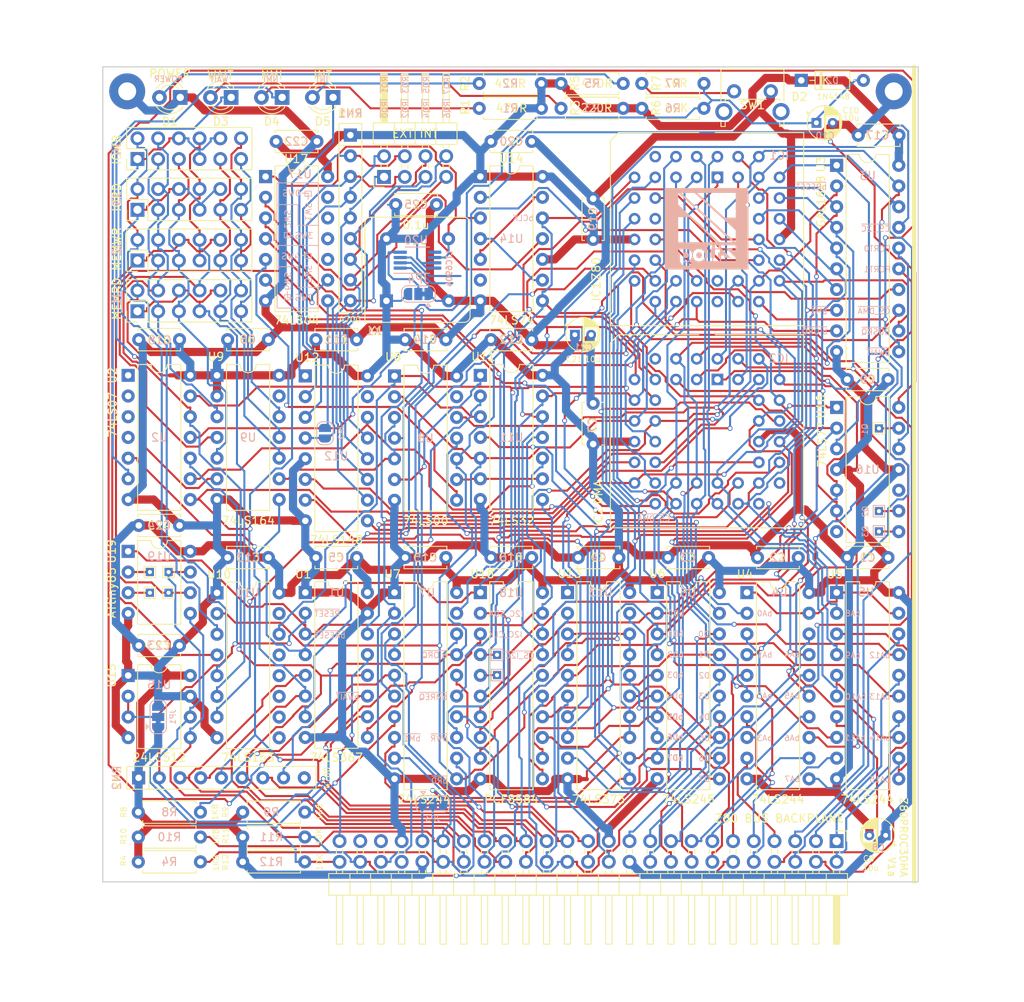
<source format=kicad_pcb>
(kicad_pcb (version 20221018) (generator pcbnew)
  (layers (0 "F.Cu" signal) (31 "B.Cu" signal) (34 "B.Paste" user) (35 "F.Paste" user) (36 "B.SilkS" user "B.Silkscreen") (37 "F.SilkS" user "F.Silkscreen") (38 "B.Mask" user) (39 "F.Mask" user) (44 "Edge.Cuts" user))
  (net 0 "")
  (net 1 "VCC")
  (net 2 "GND")
  (net 3 "/A11")
  (net 4 "/A10")
  (net 5 "/A12")
  (net 6 "/A9")
  (net 7 "/A13")
  (net 8 "/A8")
  (net 9 "/A14")
  (net 10 "/A7")
  (net 11 "/A15")
  (net 12 "/A6")
  (net 13 "/CLK")
  (net 14 "/A5")
  (net 15 "/D4")
  (net 16 "/A4")
  (net 17 "/D3")
  (net 18 "/A3")
  (net 19 "/D5")
  (net 20 "/A2")
  (net 21 "/D6")
  (net 22 "/A1")
  (net 23 "/A0")
  (net 24 "/D2")
  (net 25 "/D7")
  (net 26 "/D0")
  (net 27 "/D1")
  (net 28 "Net-(D2-A)")
  (net 29 "/bA11")
  (net 30 "/bA12")
  (net 31 "/bA13")
  (net 32 "/bA14")
  (net 33 "/bA15")
  (net 34 "Net-(D1-A)")
  (net 35 "Net-(D3-A)")
  (net 36 "Net-(D4-K)")
  (net 37 "/~{bMREQ}")
  (net 38 "/~{bRD}")
  (net 39 "Net-(D4-A)")
  (net 40 "Net-(D5-A)")
  (net 41 "/~{bWR}")
  (net 44 "/bA0")
  (net 45 "/bA1")
  (net 46 "/SPARE1")
  (net 47 "/SPARE6")
  (net 48 "Net-(IC1-INT)")
  (net 49 "Net-(IC1-NMI)")
  (net 50 "/WS-MEMRD")
  (net 51 "/1WS")
  (net 52 "/2WS")
  (net 53 "/3WS")
  (net 54 "/4WS")
  (net 55 "/5WS")
  (net 56 "/6WS")
  (net 57 "/7WS")
  (net 58 "/WS-MEMWR")
  (net 59 "/WS-IORD")
  (net 60 "/WS-IOWR")
  (net 61 "/READY")
  (net 62 "/bA2")
  (net 63 "/bA3")
  (net 64 "Net-(U11-Pad1)")
  (net 65 "/RDY")
  (net 66 "/8WS")
  (net 67 "Net-(IC1-HALT)")
  (net 70 "Net-(IC1-RFSH)")
  (net 71 "/~{INT}")
  (net 72 "/~{WAIT}")
  (net 73 "/~{IORQ}")
  (net 74 "/~{RD}")
  (net 75 "/~{MREQ}")
  (net 76 "/~{WR}")
  (net 77 "/~{HALT}")
  (net 78 "/~{BUSACK}")
  (net 79 "/~{NMI}")
  (net 80 "/~{BUSRQ}")
  (net 81 "/~{RESET}")
  (net 82 "/~{M1}")
  (net 83 "/~{RFSH}")
  (net 84 "/~{IRQ7}")
  (net 85 "/~{IRQ6}")
  (net 86 "/~{IRQ5}")
  (net 87 "/~{IRQ4}")
  (net 88 "/~{IRQ3}")
  (net 89 "/~{IRQ2}")
  (net 90 "/~{IRQ1}")
  (net 91 "/~{IRQ0}")
  (net 92 "/bA4")
  (net 93 "/bA5")
  (net 94 "/bA6")
  (net 95 "/~{MR}")
  (net 96 "/~{INTA}")
  (net 98 "Net-(IC2-RDY)")
  (net 100 "/bCLK")
  (net 101 "/CLKSEL")
  (net 103 "/bD1")
  (net 104 "/bD0")
  (net 105 "/bD7")
  (net 106 "/bD2")
  (net 107 "/bD6")
  (net 108 "/bD5")
  (net 109 "/bD3")
  (net 110 "/bD4")
  (net 111 "/~{bIORQ}")
  (net 112 "/~{IM2-INT}")
  (net 113 "/~{bM1}")
  (net 114 "/bA7")
  (net 115 "/bA8")
  (net 116 "/bA9")
  (net 117 "/bA10")
  (net 118 "Net-(IC2-IEI)")
  (net 119 "Net-(JP1-C)")
  (net 120 "Net-(JP2-A)")
  (net 121 "/0WS")
  (net 122 "/~{bIEO}")
  (net 123 "Net-(JP3-C)")
  (net 124 "Net-(U13-D0)")
  (net 129 "Net-(U19-XTAL1{slash}PB3)")
  (net 130 "Net-(U19-XTAL2{slash}PB4)")
  (net 131 "Net-(U16-Q1)")
  (net 132 "Net-(U16-Q2)")
  (net 133 "Net-(U16-Q3)")
  (net 135 "Net-(U18-~{IACK})")
  (net 136 "Net-(U18-~{INT})")
  (net 137 "/~{CS_DMA}")
  (net 138 "Net-(U6-A->B)")
  (net 139 "Net-(U6-CE)")
  (net 140 "/~{CS_I2C}")
  (net 141 "Net-(R7-Pad1)")
  (net 142 "/~{BAI}")
  (net 143 "/~{BAO}")
  (net 147 "Net-(U17-Pad5)")
  (net 151 "Net-(U13-OE)")
  (net 152 "Net-(U18-~{WR})")
  (net 157 "/~{bWAIT}")
  (net 158 "Net-(U12-S2)")
  (net 159 "Net-(U12-S1)")
  (net 160 "/~{DREQ0}")
  (net 161 "/~{TEND0}")
  (net 162 "/~{IEO}")
  (net 163 "Net-(U12-S0)")
  (net 165 "/BUSACK")
  (net 166 "Net-(U19-PB1)")
  (net 167 "/~{bRESET}")
  (net 168 "Net-(U14A-~{S})")
  (net 169 "Net-(U14A-Q)")
  (net 171 "/I2C_SDA")
  (net 172 "/I2C_CLK")
  (net 173 "Net-(U14B-C)")
  (net 176 "/ICLK")
  (net 178 "Net-(JP4-C)")
  (net 179 "/~{CS_CLK}")
  (net 180 "/~{CS}")
  (footprint "Resistor_THT:R_Axial_DIN0207_L6.3mm_D2.5mm_P7.62mm_Horizontal" (layer "F.Cu") (at 90.17 53.086)
    (fp_text reference "R1")
    (fp_text value "470R")
  )
  (footprint "Resistor_THT:R_Axial_DIN0207_L6.3mm_D2.5mm_P7.62mm_Horizontal" (layer "F.Cu") (at 100.203 50.038)
    (fp_text reference "R5")
    (fp_text value "470R")
  )
  (footprint "Resistor_THT:R_Axial_DIN0207_L6.3mm_D2.5mm_P7.62mm_Horizontal" (layer "F.Cu") (at 110.109 53.086)
    (fp_text reference "R6")
    (fp_text value "10K")
  )
  (footprint "Resistor_THT:R_Axial_DIN0207_L6.3mm_D2.5mm_P7.62mm_Horizontal" (layer "F.Cu") (at 110.109 50.038)
    (fp_text reference "R7")
    (fp_text value "10R")
  )
  (footprint "Resistor_THT:R_Axial_DIN0207_L6.3mm_D2.5mm_P7.62mm_Horizontal" (layer "F.Cu") (at 100.203 53.086)
    (fp_text reference "R3")
    (fp_text value "220R")
  )
  (footprint "Package_DIP:DIP-16_W7.62mm" (layer "F.Cu") (at 68.84 112.5)
    (fp_text reference "U1")
    (fp_text value "74LS367")
  )
  (footprint "Package_DIP:DIP-20_W7.62mm" (layer "F.Cu") (at 123 112.5)
    (fp_text reference "U4")
    (fp_text value "74LS244")
  )
  (footprint "Package_DIP:DIP-20_W7.62mm" (layer "F.Cu") (at 134 112.5)
    (fp_text reference "U5")
    (fp_text value "74LS244")
  )
  (footprint "Package_DIP:DIP-20_W7.62mm" (layer "F.Cu") (at 112 112.5)
    (fp_text reference "U6")
    (fp_text value "74LS245")
  )
  (footprint "Package_DIP:DIP-16_W7.62mm" (layer "F.Cu") (at 58.0136 112.537)
    (fp_text reference "U10")
    (fp_text value "74LS153")
  )
  (footprint "Capacitor_THT:C_Disc_D5.0mm_W2.5mm_P5.00mm" (layer "F.Cu") (at 140.3 108.204 180)
    (fp_text reference "C1")
    (fp_text value "0.1u" hide)
  )
  (footprint "Capacitor_THT:C_Disc_D5.0mm_W2.5mm_P5.00mm" (layer "F.Cu") (at 129.3 108.204 180)
    (fp_text reference "C2")
    (fp_text value "0.1u" hide)
  )
  (footprint "Capacitor_THT:C_Disc_D5.0mm_W2.5mm_P5.00mm" (layer "F.Cu") (at 118.3 108.204 180)
    (fp_text reference "C3")
    (fp_text value "0.1u" hide)
  )
  (footprint "Capacitor_THT:C_Disc_D5.0mm_W2.5mm_P5.00mm" (layer "F.Cu") (at 107.3 108.204 180)
    (fp_text reference "C4")
    (fp_text value "0.1u" hide)
  )
  (footprint "Capacitor_THT:C_Disc_D5.0mm_W2.5mm_P5.00mm" (layer "F.Cu") (at 64.3136 108.204 180)
    (fp_text reference "C13")
    (fp_text value "0.1u" hide)
  )
  (footprint "Capacitor_THT:C_Disc_D5.0mm_W2.5mm_P5.00mm" (layer "F.Cu") (at 104.14 94.281 90)
    (fp_text reference "C7")
    (fp_text value "0.1u" hide)
  )
  (footprint "Capacitor_THT:CP_Radial_D4.0mm_P2.00mm" (layer "F.Cu") (at 140.0122 142.2908 180)
    (fp_text reference "C8")
    (fp_text value "10u")
  )
  (footprint "Connector_PinHeader_2.54mm:PinHeader_2x25_P2.54mm_Horizontal" (layer "F.Cu") (at 134 143 -90)
    (fp_text reference "P1" hide)
    (fp_text value "Z80 BUS BACKPLANE")
  )
  (footprint "Capacitor_THT:C_Disc_D5.0mm_W2.5mm_P5.00mm" (layer "F.Cu") (at 75.14 108.204 180)
    (fp_text reference "C5")
    (fp_text value "0.1u" hide)
  )
  (footprint "LED_THT:LED_D3.0mm" (layer "F.Cu") (at 66 51.75 180)
    (fp_text reference "D4")
    (fp_text value "~{NMI}")
  )
  (footprint "LED_THT:LED_D3.0mm" (layer "F.Cu") (at 72.25 51.75 180)
    (fp_text reference "D5")
    (fp_text value "~{INT}")
  )
  (footprint "MountingHole:MountingHole_2.2mm_M2_Pad" (layer "F.Cu") (at 47 51)
    (fp_text reference "H1" hide)
    (fp_text value "BRACKET" hide)
  )
  (footprint "MountingHole:MountingHole_2.2mm_M2_Pad" (layer "F.Cu") (at 141 51)
    (fp_text reference "H2" hide)
    (fp_text value "BRACKET" hide)
  )
  (footprint "Connector_PinHeader_2.54mm:PinHeader_2x04_P2.54mm_Horizontal" (layer "F.Cu") (at 78.5 61.5 90)
    (fp_text reference "P3" hide)
    (fp_text value "EXT INT")
  )
  (footprint "Resistor_THT:R_Axial_DIN0207_L6.3mm_D2.5mm_P7.62mm_Horizontal" (layer "F.Cu") (at 90.17 50.038)
    (fp_text reference "R2")
    (fp_text value "470R")
  )
  (footprint "Resistor_THT:R_Array_SIP9" (layer "F.Cu") (at 48.3974 135.2296)
    (fp_text reference "RN2")
    (fp_text value "4700")
  )
  (footprint "Package_DIP:DIP-16_W7.62mm" (layer "F.Cu") (at 68.84 85.9178)
    (fp_text reference "U12")
    (fp_text value "74LS148")
  )
  (footprint "LED_THT:LED_D3.0mm" (layer "F.Cu") (at 59.75 51.75 180)
    (fp_text reference "D3")
    (fp_text value "~{WAIT}")
  )
  (footprint "LED_THT:LED_D3.0mm" (layer "F.Cu") (at 53.5 51.75 180)
    (fp_text reference "D1")
    (fp_text value "POWER")
  )
  (footprint "Capacitor_THT:C_Disc_D5.0mm_W2.5mm_P5.00mm" (layer "F.Cu") (at 86.08 108.204 180)
    (fp_text reference "C15")
    (fp_text value "0.1u" hide)
  )
  (footprint "Package_DIP:DIP-20_W7.62mm" (layer "F.Cu") (at 79.78 112.5)
    (fp_text reference "U7")
    (fp_text value "74LS244")
  )
  (footprint "Package_DIP:DIP-20_W7.62mm" (layer "F.Cu") (at 101 112.5)
    (fp_text reference "U13")
    (fp_text value "74LS373")
  )
  (footprint "Capacitor_THT:C_Disc_D5.0mm_W2.5mm_P5.00mm" (layer "F.Cu") (at 96.607 108.204 180)
    (fp_text reference "C16")
    (fp_text value "0.1u" hide)
  )
  (footprint "Capacitor_THT:C_Disc_D5.0mm_W2.5mm_P5.00mm" (layer "F.Cu") (at 141.65 56.388 180)
    (fp_text reference "C17")
    (fp_text value "0.1u" hide)
  )
  (footprint "Resistor_THT:R_Array_SIP9" (layer "F.Cu") (at 74.3712 56.373 -90)
    (fp_text reference "RN1")
    (fp_text value "4700")
  )
  (footprint "Diode_THT:D_DO-35_SOD27_P7.62mm_Horizontal" (layer "F.Cu") (at 129.667 49.657)
    (fp_text reference "D2")
    (fp_text value "1N4148")
  )
  (footprint "Capacitor_THT:CP_Radial_D4.0mm_P2.00mm" (layer "F.Cu") (at 131.5158 54.864)
    (fp_text reference "C10")
    (fp_text value "10u")
  )
  (footprint "Capacitor_THT:C_Disc_D5.0mm_W2.5mm_P5.00mm" (layer "F.Cu") (at 53.417 81.469 180)
    (fp_text reference "C18")
    (fp_text value "0.1u" hide)
  )
  (footprint "Capacitor_THT:C_Disc_D5.0mm_W2.5mm_P5.00mm" (layer "F.Cu") (at 140.3 86.36 180)
    (fp_text reference "C9")
    (fp_text value "0.1u" hide)
  )
  (footprint "Resistor_THT:R_Axial_DIN0207_L6.3mm_D2.5mm_P7.62mm_Horizontal" (layer "F.Cu") (at 48.3616 145.542)
    (fp_text reference "R4")
    (fp_text value "1K8")
  )
  (footprint "Package_DIP:DIP-14_W7.62mm" (layer "F.Cu") (at 58.0136 85.847)
    (fp_text reference "U9")
    (fp_text value "74LS164")
  )
  (footprint "Package_LCC:PLCC-44_THT-Socket" (layer "F.Cu") (at 119.38 86.36)
    (fp_text reference "IC2")
    (fp_text value "DMA")
  )
  (footprint "MountingHole:MountingHole_2mm" (layer "F.Cu") (at 75.946 136.017)
    (fp_text reference "H4" hide)
    (fp_text value "MountingHole_Pad" hide)
  )
  (footprint "Capacitor_THT:C_Disc_D5.0mm_W2.5mm_P5.00mm" (layer "F.Cu") (at 91.607 57.15)
    (fp_text reference "C20")
    (fp_text value "0.1u" hide)
  )
  (footprint "Package_DIP:DIP-8_W7.62mm" (layer "F.Cu") (at 47.117 122.682)
    (fp_text reference "U15")
    (fp_text value "24LC512")
  )
  (footprint "Package_DIP:DIP-14_W7.62mm" (layer "F.Cu") (at 63.9672 61.463)
    (fp_text reference "U17")
    (fp_text value "74LS04")
  )
  (footprint "Capacitor_THT:C_Disc_D5.0mm_W2.5mm_P5.00mm" (layer "F.Cu") (at 70.14 81.469)
    (fp_text reference "C11")
    (fp_text value "0.1u" hide)
  )
  (footprint "Connector_PinHeader_2.54mm:PinHeader_2x06_P2.54mm_Vertical" (layer "F.Cu") (at 48.26 65.532 90)
    (fp_text reference "J3" hide)
    (fp_text value "IORD")
  )
  (footprint "Package_DIP:DIP-14_W7.62mm" (layer "F.Cu") (at 134 89.784)
    (fp_text reference "U16")
    (fp_text value "74LS77")
  )
  (footprint "Package_DIP:DIP-14_W7.62mm" (layer "F.Cu") (at 90.307 85.847)
    (fp_text reference "U11")
    (fp_text value "74LS32")
  )
  (footprint "NetTie:NetTie-2_SMD_Pad0.5mm" (layer "F.Cu") (at 102.87 135.382)
    (fp_text reference "NT2" hide)
    (fp_text value "NetTie_2" hide)
  )
  (footprint "Capacitor_THT:C_Disc_D5.0mm_W2.5mm_P5.00mm" (layer "F.Cu") (at 104.14 69.175 90)
    (fp_text reference "C19")
    (fp_text value "0.1u" hide)
  )
  (footprint "Package_LCC:PLCC-44_THT-Socket" (layer "F.Cu") (at 119.38 61.555)
    (fp_text reference "IC1")
    (fp_text value "Z80")
  )
  (footprint "Connector_PinHeader_2.54mm:PinHeader_2x06_P2.54mm_Vertical" (layer "F.Cu") (at 48.26 59.309 90)
    (fp_text reference "J4" hide)
    (fp_text value "IOWR")
  )
  (footprint "Oscillator:Oscillator_DIP-8" (layer "F.Cu") (at 78.7908 76.7078)
    (fp_text reference "X1")
    (fp_text value "CXO_DIP8" hide)
  )
  (footprint "TestPoint:TestPoint_THTPad_1.0x1.0mm_Drill0.5mm" (layer "F.Cu") (at 52.07 112.522)
    (fp_text reference "PB1" hide)
    (fp_text value "TestPoint" hide)
  )
  (footprint "TestPoint:TestPoint_THTPad_1.0x1.0mm_Drill0.5mm" (layer "F.Cu") (at 49.784 109.982)
    (fp_text reference "PB3" hide)
    (fp_text value "TestPoint" hide)
  )
  (footprint "Package_DIP:DIP-8_W7.62mm" (layer "F.Cu") (at 47.117 107.442)
    (fp_text reference "U19")
    (fp_text value "ATtiny85")
  )
  (footprint "Resistor_THT:R_Axial_DIN0207_L6.3mm_D2.5mm_P7.62mm_Horizontal" (layer "F.Cu") (at 61.1632 145.542)
    (fp_text reference "R12")
    (fp_text value "10K")
  )
  (footprint "Package_DIP:DIP-14_W7.62mm" (layer "F.Cu") (at 47.117 85.847)
    (fp_text reference "U2")
    (fp_text value "74LS07")
  )
  (footprint "Resistor_THT:R_Axial_DIN0207_L6.3mm_D2.5mm_P7.62mm_Horizontal" (layer "F.Cu") (at 61.1632 139.446)
    (fp_text reference "R9")
    (fp_text value "1K8")
  )
  (footprint "Capacitor_THT:C_Disc_D5.0mm_W2.5mm_P5.00mm" (layer "F.Cu") (at 59.3136 81.469)
    (fp_text reference "C6")
    (fp_text value "0.1u" hide)
  )
  (footprint "TestPoint:TestPoint_THTPad_1.0x1.0mm_Drill0.5mm" (layer "F.Cu") (at 139.192 92.3544 90)
    (fp_text reference "Q1")
    (fp_text value "TestPoint" hide)
  )
  (footprint "TestPoint:TestPoint_THTPad_1.0x1.0mm_Drill0.5mm" (layer "F.Cu") (at 52.07 109.982)
    (fp_text reference "PB2" hide)
    (fp_text value "TestPoint" hide)
  )
  (footprint "Package_DIP:DIP-14_W7.62mm" (layer "F.Cu") (at 90.307 61.463)
    (fp_text reference "U14")
    (fp_text value "74LS74")
  )
  (footprint "Capacitor_THT:CP_Radial_D4.0mm_P2.00mm" (layer "F.Cu") (at 101.8974 80.859)
    (fp_text reference "C21")
    (fp_text value "10u")
  )
  (footprint "Capacitor_THT:C_Disc_D5.0mm_W2.5mm_P5.00mm" (layer "F.Cu") (at 79.923 64.897)
    (fp_text reference "C25")
    (fp_text value "0.1u")
  )
  (footprint "Capacitor_THT:C_Disc_D5.0mm_W2.5mm_P5.00mm" (layer "F.Cu") (at 81.08 81.469)
    (fp_text reference "C14")
    (fp_text value "0.1u" hide)
  )
  (footprint "Package_DIP:DIP-20_W7.62mm" (layer "F.Cu") (at 90.307 112.5)
    (fp_text reference "U18")
    (fp_text value "PCF8584")
  )
  (footprint "NetTie:NetTie-2_SMD_Pad0.5mm" (layer "F.Cu") (at 52.7304 85.852 180)
    (fp_text reference "NT1" hide)
    (fp_text value "NetTie_2" hide)
  )
  (footprint "Button_Switch_THT:SW_Tactile_SPST_Angled_PTS645Vx58-2LFS" (layer "F.Cu") (at 121.423 51.0045)
    (fp_text reference "SW1")
    (fp_text value "SW_Push" hide)
  )
  (footprint "NetTie:NetTie-2_SMD_Pad0.5mm" (layer "F.Cu") (at 135.9916 97.4344)
    (fp_text reference "NT4" hide)
    (fp_text value "NetTie_2" hide)
  )
  (footprint "Capacitor_THT:C_Disc_D5.0mm_W2.5mm_P5.00mm" (layer "F.Cu") (at 48.417 118.999)
    (fp_text reference "C23")
    (fp_text value "0.1u" hide)
  )
  (footprint "Package_DIP:DIP-20_W7.62mm" (layer "F.Cu") (at 134 60.076)
    (fp_text reference "U3")
    (fp_text value "GAL16V8")
  )
  (footprint "Package_DIP:DIP-14_W7.62mm" (layer "F.Cu") (at 79.78 85.933)
    (fp_text reference "U8")
    (fp_text value "74LS00")
  )
  (footprint "Resistor_THT:R_Axial_DIN0207_L6.3mm_D2.5mm_P7.62mm_Horizontal" (layer "F.Cu") (at 48.3616 142.494)
    (fp_text reference "R10")
    (fp_text value "1K8")
  )
  (footprint "Connector_PinHeader_2.54mm:PinHeader_2x06_P2.54mm_Vertical" (layer "F.Cu") (at 48.26 77.983 90)
    (fp_text reference "J1" hide)
    (fp_text value "MEMRD")
  )
  (footprint "Capacitor_THT:C_Disc_D5.0mm_W2.5mm_P5.00mm" (layer "F.Cu") (at 91.607 81.469)
    (fp_text reference "C12")
    (fp_text value "0.1u" hide)
  )
  (footprint "MountingHole:MountingHole_2mm" (layer "F.Cu") (at 102.997 58.547)
    (fp_text reference "H3" hide)
    (fp_text value "MountingHole_Pad" hide)
  )
  (footprint "Resistor_THT:R_Axial_DIN0207_L6.3mm_D2.5mm_P7.62mm_Horizontal" (layer "F.Cu") (at 61.1632 142.494)
    (fp_text reference "R11")
    (fp_text value "10K")
  )
  (footprint "Connector_PinHeader_2.54mm:PinHeader_2x06_P2.54mm_Vertical" (layer "F.Cu") (at 48.26 71.76 90)
    (fp_text reference "J2" hide)
    (fp_text value "MEMWR")
  )
  (footprint "Capacitor_THT:C_Disc_D5.0mm_W2.5mm_P5.00mm" (layer "F.Cu") (at 48.417 104.267)
    (fp_text reference "C24")
    (fp_text value "0.1u" hide)
  )
  (footprint "Resistor_THT:R_Axial_DIN0207_L6.3mm_D2.5mm_P7.62mm_Horizontal" (layer "F.Cu") (at 48.3616 139.446)
    (fp_text reference "R8")
    (fp_text value "1K8")
  )
  (footprint "Capacitor_THT:C_Disc_D5.0mm_W2.5mm_P5.00mm" (layer "F.Cu") (at 65.2672 57.15)
    (fp_text reference "C22")
    (fp_text value "0.1u" hide)
  )
  (footprint "TestPoint:TestPoint_THTPad_1.0x1.0mm_Drill0.5mm" (layer "F.Cu") (at 49.784 112.522)
    (fp_text reference "PB4" hide)
    (fp_text value "TestPoint" hide)
  )
  (footprint "TestPoint:TestPoint_THTPad_1.0x1.0mm_Drill0.5mm" (layer "B.Cu") (at 139.192 105.0036 90)
    (fp_text reference "Q3")
    (fp_text value "TestPoint" hide)
  )
  (footprint "NetTie:NetTie-2_SMD_Pad0.5mm" (layer "B.Cu") (at 83.6676 147.1168)
    (fp_text reference "NT3" hide)
    (fp_text value "NetTie_2" hide)
  )
  (footprint "Jumper:SolderJumper-3_P1.3mm_Bridged12_RoundedPad1.0x1.5mm" (layer "B.Cu") (at 82.707 75.8675 180)
    (fp_text reference "JP4")
    (fp_text value "SolderJumper_3_Bridged12" hide)
  )
  (footprint "Package_SO:MSOP-8_3x3mm_P0.65mm" (layer "B.Cu") (at 82.5965 71.7175)
    (fp_text reference "U20")
    (fp_text value "LTC6904")
  )
  (footprint "Jumper:SolderJumper-2_P1.3mm_Open_RoundedPad1.0x1.5mm" (layer "B.Cu") (at 71.247 92.949 -90)
    (fp_text reference "JP2")
    (fp_text value "SolderJumper_2_Open" hide)
  )
  (footprint "TestPoint:TestPoint_THTPad_1.0x1.0mm_Drill0.5mm" (layer "B.Cu") (at 139.192 102.5144 90)
    (fp_text reference "Q2")
    (fp_text value "TestPoint" hide)
  )
  (footprint "Jumper:SolderJumper-3_P1.3mm_Open_RoundedPad1.0x1.5mm" (layer "B.Cu") (at 84.4804 138.43)
    (fp_text reference "JP3")
    (fp_text value "SolderJumper_3_Open" hide)
  )
  (footprint "TestPoint:TestPoint_THTPad_1.0x1.0mm_Drill0.5mm" (layer "B.Cu") (at 92.3544 120.142 180)
    (fp_text reference "TestPoint1" hide)
    (fp_text value "~{I2C_IACK}" hide)
  )
  (footprint "GraphicZ80:Zilog_Z80_graphic" (layer "B.Cu") (at 118.0592 67.8688 180)
    (fp_text reference "G***" hide)
    (fp_text value "LOGO" hide)
  )
  (footprint "Jumper:SolderJumper-3_P1.3mm_Bridged12_RoundedPad1.0x1.5mm" (layer "B.Cu") (at 50.8 127.762 90)
    (fp_text reference "JP1")
    (fp_text value "SolderJumper_3_Bridged12" hide)
  )
  (footprint "TestPoint:TestPoint_THTPad_1.0x1.0mm_Drill0.5mm" (layer "B.Cu") (at 92.3544 122.6312 180)
    (fp_text reference "TestPoint2" hide)
    (fp_text value "~{I2C_INT}" hide)
  )
  (gr_line (start 69.1896 63.5) (end 69.1896 64.262) (stroke (width 0.1)) (layer "B.SilkS"))
  (gr_line (start 66.6496 68.707) (end 66.6496 67.945) (stroke (width 0.1)) (layer "B.SilkS"))
  (gr_line (start 65.3796 69.9135) (end 70.4596 69.9135) (stroke (width 0.1)) (layer "B.SilkS"))
  (gr_rect (start 66.2686 75.946) (end 67.0306 76.581) (stroke (width 0.1)) (fill none) (layer "B.SilkS"))
  (gr_line (start 66.6496 76.327) (end 66.6496 75.565) (stroke (width 0.1)) (layer "B.SilkS"))
  (gr_line (start 67.9196 67.437) (end 70.4596 67.437) (stroke (width 0.1)) (layer "B.SilkS"))
  (gr_line (start 68.4276 71.12) (end 69.1896 71.12) (stroke (width 0.1)) (layer "B.SilkS"))
  (gr_rect (start 66.2686 68.326) (end 67.0306 68.961) (stroke (width 0.1)) (fill none) (layer "B.SilkS"))
  (gr_line (start 65.3796 72.517) (end 67.9196 72.517) (stroke (width 0.1)) (layer "B.SilkS"))
  (gr_rect (start 68.8086 70.866) (end 69.5706 71.501) (stroke (width 0.1)) (fill none) (layer "B.SilkS"))
  (gr_rect (start 65.3796 62.23) (end 70.4596 77.597) (stroke (width 0.1)) (fill none) (layer "B.SilkS"))
  (gr_line (start 67.9196 64.897) (end 67.9196 67.437) (stroke (width 0.1)) (layer "B.SilkS"))
  (gr_line (start 69.1896 71.12) (end 69.1896 71.882) (stroke (width 0.1)) (layer "B.SilkS"))
  (gr_line (start 67.9196 75.057) (end 70.4596 75.057) (stroke (width 0.1)) (layer "B.SilkS"))
  (gr_line (start 67.4116 68.707) (end 66.6496 68.707) (stroke (width 0.1)) (layer "B.SilkS"))
  (gr_line (start 67.4116 76.327) (end 66.6496 76.327) (stroke (width 0.1)) (layer "B.SilkS"))
  (gr_line (start 65.3796 64.897) (end 67.9196 64.897) (stroke (width 0.1)) (layer "B.SilkS"))
  (gr_rect (start 68.8086 63.246) (end 69.5706 63.881) (stroke (width 0.1)) (fill none) (layer "B.SilkS"))
  (gr_line (start 68.4276 63.5) (end 69.1896 63.5) (stroke (width 0.1)) (layer "B.SilkS"))
  (gr_line (start 67.9196 72.517) (end 67.9196 75.057) (stroke (width 0.1)) (layer "B.SilkS"))
  (gr_line (start 143.5 148) (end 143.5 48) (stroke (width 0.5)) (layer "F.SilkS"))
  (gr_line (start 144 48) (end 44 48) (stroke (width 0.15)) (layer "Edge.Cuts"))
  (gr_line (start 44 48) (end 44 148) (stroke (width 0.15)) (layer "Edge.Cuts"))
  (gr_line (start 44 148) (end 144 148) (stroke (width 0.15)) (layer "Edge.Cuts"))
  (gr_line (start 144 148) (end 144 48) (stroke (width 0.15)) (layer "Edge.Cuts"))
  (gr_text "6WS" (at 66.6496 74.295 -90) (layer "B.SilkS") (effects (font (size 0.75 0.75) (thickness 0.1)) (justify mirror)))
  (gr_text "5WS" (at 69.1896 73.406 -90) (layer "B.SilkS") (effects (font (size 0.75 0.75) (thickness 0.1)) (justify mirror)))
  (gr_text "0WS" (at 67.1576 63.5) (layer "B.SilkS") (effects (font (size 0.75 0.75) (thickness 0.1)) (justify mirror)))
  (gr_text "7WS" (at 68.6816 76.327) (layer "B.SilkS") (effects (font (size 0.75 0.75) (thickness 0.1)) (justify mirror)))
  (gr_text "3WS" (at 68.6816 68.707) (layer "B.SilkS") (effects (font (size 0.75 0.75) (thickness 0.1)) (justify mirror)))
  (gr_text "1WS" (at 69.1896 65.786 -90) (layer "B.SilkS") (effects (font (size 0.75 0.75) (thickness 0.1)) (justify mirror)))
  (gr_text "2WS" (at 66.6496 66.675 -90) (layer "B.SilkS") (effects (font (size 0.75 0.75) (thickness 0.1)) (justify mirror)))
  (gr_text "4WS" (at 67.0306 71.247) (layer "B.SilkS") (effects (font (size 0.75 0.75) (thickness 0.1)) (justify mirror)))
  (gr_text "Z80PROC3DMA\nV1a\n" (at 141.478 147.5232 270) (layer "F.SilkS") (effects (font (size 0.9 0.9)) (justify right)))
  (segment (start 143.2107 74.3667) (end 143.2107 80.4468) (width 0.25) (layer "F.Cu") (net 0))
  (segment (start 143.2107 80.4468) (end 142.1361 81.5214) (width 0.25) (layer "F.Cu") (net 0))
  (segment (start 142.1361 81.5214) (end 141.4178 81.5214) (width 0.25) (layer "F.Cu") (net 0))
  (segment (start 141.62 72.776) (end 143.2107 74.3667) (width 0.25) (layer "F.Cu") (net 0))
  (segment (start 141.4178 81.5214) (end 139.0916 83.8476) (width 0.25) (layer "F.Cu") (net 0))
  (via (at 139.0916 83.8476) (size 0.6) (drill 0.4) (layers "F.Cu" "B.Cu") (net 0))
  (segment (start 136.5887 91.4314) (end 136.5887 89.1467) (width 0.25) (layer "B.Cu") (net 0))
  (segment (start 141.62 71.3613) (end 141.9013 71.3613) (width 0.25) (layer "B.Cu") (net 0))
  (segment (start 134 94.864) (end 134 93.7387) (width 0.25) (layer "B.Cu") (net 0))
  (segment (start 136.5887 89.1467) (end 139.0916 86.6438) (width 0.25) (layer "B.Cu") (net 0))
  (segment (start 134.2814 93.7387) (end 136.5887 91.4314) (width 0.25) (layer "B.Cu") (net 0))
  (segment (start 141.62 94.864) (end 141.62 93.7387) (width 0.25) (layer "B.Cu") (net 0))
  (segment (start 134 93.7387) (end 134.2814 93.7387) (width 0.25) (layer "B.Cu") (net 0))
  (segment (start 141.9014 93.7387) (end 141.62 93.7387) (width 0.25) (layer "B.Cu") (net 0))
  (segment (start 141.62 70.236) (end 141.62 71.3613) (width 0.25) (layer "B.Cu") (net 0))
  (segment (start 141.9013 71.3613) (end 142.7453 72.2053) (width 0.25) (layer "B.Cu") (net 0))
  (segment (start 139.0916 86.6438) (end 139.0916 83.8476) (width 0.25) (layer "B.Cu") (net 0))
  (segment (start 142.7453 92.8948) (end 141.9014 93.7387) (width 0.25) (layer "B.Cu") (net 0))
  (segment (start 142.7453 72.2053) (end 142.7453 92.8948) (width 0.25) (layer "B.Cu") (net 0))
  (segment (start 97.927 112.5) (end 97.927 110.9997) (width 1) (layer "F.Cu") (net 1))
  (segment (start 140.3 108.204) (end 138.6171 109.8869) (width 1) (layer "F.Cu") (net 1))
  (segment (start 67.1339 111.5993) (end 68.3812 110.352) (width 1) (layer "F.Cu") (net 1))
  (segment (start 123.673 50.9847) (end 125.2981 49.3596) (width 1) (layer "F.Cu") (net 1))
  (segment (start 100.203 50.038) (end 103.251 53.086) (width 1) (layer "F.Cu") (net 1))
  (segment (start 135.4916 97.4344) (end 134.0304 97.4344) (width 1) (layer "F.Cu") (net 1))
  (segment (start 95.8692 108.9418) (end 93.8113 110.9997) (width 1) (layer "F.Cu") (net 1))
  (segment (start 129.667 49.657) (end 128.1667 49.657) (width 1) (layer "F.Cu") (net 1))
  (segment (start 68.8963 83.2433) (end 67.1339 85.0057) (width 1) (layer "F.Cu") (net 1))
  (segment (start 97.927 71.623) (end 99.4273 71.623) (width 1) (layer "F.Cu") (net 1))
  (segment (start 104.441 93.98) (end 104.14 94.281) (width 1) (layer "F.Cu") (net 1))
  (segment (start 101.8753 69.175) (end 104.14 69.175) (width 1) (layer "F.Cu") (net 1))
  (segment (start 52.0472 122.6292) (end 52.0472 122.682) (width 1) (layer "F.Cu") (net 1))
  (segment (start 138.6171 109.8869) (end 138.6171 110.9974) (width 1) (layer "F.Cu") (net 1))
  (segment (start 95.8692 108.9418) (end 97.927 110.9997) (width 1) (layer "F.Cu") (net 1))
  (segment (start 129.667 49.657) (end 134.919 49.657) (width 1) (layer "F.Cu") (net 1))
  (segment (start 107.3 109.6797) (end 108.62 110.9997) (width 1) (layer "F.Cu") (net 1))
  (segment (start 118.3 108.204) (end 115.5043 110.9997) (width 1) (layer "F.Cu") (net 1))
  (segment (start 76.6404 109.7044) (end 86.08 109.7044) (width 1) (layer "F.Cu") (net 1))
  (segment (start 87.4 85.933) (end 85.8997 85.933) (width 1) (layer "F.Cu") (net 1))
  (segment (start 48.3974 135.2296) (end 48.3974 133.7293) (width 1) (layer "F.Cu") (net 1))
  (segment (start 140.3 108.204) (end 136.8709 104.7749) (width 1) (layer "F.Cu") (net 1))
  (segment (start 120.9104 55.2603) (end 123.673 52.4977) (width 1) (layer "F.Cu") (net 1))
  (segment (start 52.0472 122.682) (end 54.737 122.682) (width 1) (layer "F.Cu") (net 1))
  (segment (start 107.823 53.086) (end 110.109 53.086) (width 1) (layer "F.Cu") (net 1))
  (segment (start 67.1339 112.537) (end 67.1339 111.5993) (width 1) (layer "F.Cu") (net 1))
  (segment (start 48.3616 139.446) (end 49.8738 140.9582) (width 1) (layer "F.Cu") (net 1))
  (segment (start 65.6336 85.847) (end 67.1339 85.847) (width 1) (layer "F.Cu") (net 1))
  (segment (start 72.8709 56.373) (end 72.8709 56.6921) (width 1) (layer "F.Cu") (net 1))
  (segment (start 49.8738 140.9582) (end 49.8738 140.9818) (width 1) (layer "F.Cu") (net 1))
  (segment (start 54.737 85.847) (end 58.0136 85.847) (width 1) (layer "F.Cu") (net 1))
  (segment (start 72.992 110.352) (end 75.14 108.204) (width 1) (layer "F.Cu") (net 1))
  (segment (start 70.14 81.469) (end 70.14 83.2433) (width 1) (layer "F.Cu") (net 1))
  (segment (start 58.0136 85.847) (end 65.6336 85.847) (width 1) (layer "F.Cu") (net 1))
  (segment (start 110.109 53.086) (end 112.2833 55.2603) (width 1) (layer "F.Cu") (net 1))
  (segment (start 107.3 108.204) (end 107.3 109.6797) (width 1) (layer "F.Cu") (net 1))
  (segment (start 138.6171 110.9974) (end 140.1197 112.5) (width 1) (layer "F.Cu") (net 1))
  (segment (start 53.2304 85.852) (end 53.2317 85.852) (width 1) (layer "F.Cu") (net 1))
  (segment (start 92.0487 81.469) (end 91.607 81.469) (width 1) (layer "F.Cu") (net 1))
  (segment (start 103.251 53.086) (end 107.823 53.086) (width 1) (layer "F.Cu") (net 1))
  (segment (start 112.2833 55.2603) (end 120.9104 55.2603) (width 1) (layer "F.Cu") (net 1))
  (segment (start 90.307 61.463) (end 97.927 61.463) (width 1) (layer "F.Cu") (net 1))
  (segment (start 74.9597 85.9178) (end 72.2852 83.2433) (width 1) (layer "F.Cu") (net 1))
  (segment (start 70.9126 59.2881) (end 71.5872 59.9627) (width 1) (layer "F.Cu") (net 1))
  (segment (start 48.6174 133.5093) (end 48.3974 133.7293) (width 1) (layer "F.Cu") (net 1))
  (segment (start 86.08 109.7044) (end 86.08 108.204) (width 1) (layer "F.Cu") (net 1))
  (segment (start 127.8693 49.3596) (end 128.1667 49.657) (width 1) (layer "F.Cu") (net 1))
  (segment (start 53.9869 85.847) (end 53.2367 85.847) (width 1) (layer "F.Cu") (net 1))
  (segment (start 136.8709 104.7749) (end 136.8709 99.4469) (width 1) (layer "F.Cu") (net 1))
  (segment (start 97.79 50.038) (end 100.203 50.038) (width 1) (layer "F.Cu") (net 1))
  (segment (start 49.8738 140.9818) (end 59.651 140.9818) (width 1) (layer "F.Cu") (net 1))
  (segment (start 70.14 83.2433) (end 68.8963 83.2433) (width 1) (layer "F.Cu") (net 1))
  (segment (start 49.8738 140.9818) (end 48.3616 142.494) (width 1) (layer "F.Cu") (net 1))
  (segment (start 72.2852 83.2433) (end 70.14 83.2433) (width 1) (layer "F.Cu") (net 1))
  (segment (start 48.417 118.999) (end 52.0472 122.6292) (width 1) (layer "F.Cu") (net 1))
  (segment (start 48.3616 142.494) (end 48.3616 145.542) (width 1) (layer "F.Cu") (net 1))
  (segment (start 53.2317 85.852) (end 53.2367 85.847) (width 1) (layer "F.Cu") (net 1))
  (segment (start 109.22 93.98) (end 104.441 93.98) (width 1) (layer "F.Cu") (net 1))
  (segment (start 70.9126 58.6504) (end 70.9126 59.2881) (width 1) (layer "F.Cu") (net 1))
  (segment (start 93.8113 110.9997) (end 87.4 110.9997) (width 1) (layer "F.Cu") (net 1))
  (segment (start 48.6174 126.1118) (end 48.6174 133.5093) (width 1) (layer "F.Cu") (net 1))
  (segment (start 86.1047 109.7044) (end 87.4 110.9997) (width 1) (layer "F.Cu") (net 1))
  (segment (start 81.4357 81.469) (end 81.08 81.469) (width 1) (layer "F.Cu") (net 1))
  (segment (start 65.2672 57.15) (end 66.7676 58.6504) (width 1) (layer "F.Cu") (net 1))
  (segment (start 54.737 107.442) (end 53.2367 107.442) (width 1) (layer "F.Cu") (net 1))
  (segment (start 75.14 108.204) (end 76.6404 109.7044) (width 1) (layer "F.Cu") (net 1))
  (segment (start 96.607 108.204) (end 95.8692 108.9418) (width 1) (layer "F.Cu") (net 1))
  (segment (start 72.8709 56.6921) (end 70.9126 58.6504) (width 1) (layer "F.Cu") (net 1))
  (segment (start 67.1339 85.0057) (end 67.1339 85.847) (width 1) (layer "F.Cu") (net 1))
  (segment (start 58.0136 88.387) (end 58.0136 85.847) (width 1) (layer "F.Cu") (net 1))
  (segment (start 87.4 112.5) (end 87.4 110.9997) (width 1) (layer "F.Cu") (net 1))
  (segment (start 76.46 85.9178) (end 74.9597 85.9178) (width 1) (layer "F.Cu") (net 1))
  (segment (start 56.9864 106.6929) (end 61.0104 106.6929) (width 1) (layer "F.Cu") (net 1))
  (segment (start 66.7676 58.6504) (end 70.9126 58.6504) (width 1) (layer "F.Cu") (net 1))
  (segment (start 141.62 112.5) (end 140.1197 112.5) (width 1) (layer "F.Cu") (net 1))
  (segment (start 125.2981 49.3596) (end 127.8693 49.3596) (width 1) (layer "F.Cu") (net 1))
  (segment (start 74.3712 56.373) (end 72.8709 56.373) (width 1) (layer "F.Cu") (net 1))
  (segment (start 96.4267 85.847) (end 92.0487 81.469) (width 1) (layer "F.Cu") (net 1))
  (segment (start 132.1203 112.5) (end 132.1203 111.7498) (width 1) (layer "F.Cu") (net 1))
  (segment (start 61.0104 106.6929) (end 62.5215 108.204) (width 1) (layer "F.Cu") (net 1))
  (segment (start 53.9869 85.847) (end 54.737 85.847) (width 1) (layer "F.Cu") (net 1))
  (segment (start 62.5215 108.204) (end 64.3136 108.204) (width 1) (layer "F.Cu") (net 1))
  (segment (start 134.919 49.657) (end 141.65 56.388) (width 1) (layer "F.Cu") (net 1))
  (segment (start 136.8709 99.4469) (end 135.4916 98.0676) (width 1) (layer "F.Cu") (net 1))
  (segment (start 115.5043 110.9997) (end 108.62 110.9997) (width 1) (layer "F.Cu") (net 1))
  (segment (start 130.62 112.5) (end 132.1203 112.5) (width 1) (layer "F.Cu") (net 1))
  (segment (start 59.651 140.9818) (end 61.1632 139.4696) (width 1) (layer "F.Cu") (net 1))
  (segment (start 135.4916 98.0676) (end 135.4916 97.4344) (width 1) (layer "F.Cu") (net 1))
  (segment (start 108.62 112.5) (end 108.62 110.9997) (width 1) (layer "F.Cu") (net 1))
  (segment (start 59.651 140.9818) (end 61.1632 142.494) (width 1) (layer "F.Cu") (net 1))
  (segment (start 71.5872 61.463) (end 71.5872 59.9627) (width 1) (layer "F.Cu") (net 1))
  (segment (start 48.417 104.267) (end 50.0617 104.267) (width 1) (layer "F.Cu") (net 1))
  (segment (start 132.1203 111.7498) (end 132.8727 110.9974) (width 1) (layer "F.Cu") (net 1))
  (segment (start 50.0617 104.267) (end 53.2367 107.442) (width 1) (layer "F.Cu") (net 1))
  (segment (start 52.0472 122.682) (end 48.6174 126.1118) (width 1) (layer "F.Cu") (net 1))
  (segment (start 85.8997 85.933) (end 81.4357 81.469) (width 1) (layer "F.Cu") (net 1))
  (segment (start 86.08 109.7044) (end 86.1047 109.7044) (width 1) (layer "F.Cu") (net 1))
  (segment (start 68.3812 110.352) (end 72.992 110.352) (width 1) (layer "F.Cu") (net 1))
  (segment (start 56.2373 107.442) (end 56.9864 106.6929) (width 1) (layer "F.Cu") (net 1))
  (segment (start 97.927 85.847) (end 96.4267 85.847) (width 1) (layer "F.Cu") (net 1))
  (segment (start 132.8727 110.9974) (end 138.6171 110.9974) (width 1) (layer "F.Cu") (net 1))
  (segment (start 105.98 110.9997) (end 97.927 110.9997) (width 1) (layer "F.Cu") (net 1))
  (segment (start 65.6336 112.537) (end 67.1339 112.537) (width 1) (layer "F.Cu") (net 1))
  (segment (start 54.737 107.442) (end 56.2373 107.442) (width 1) (layer "F.Cu") (net 1))
  (segment (start 123.673 52.4977) (end 123.673 50.9847) (width 1) (layer "F.Cu") (net 1))
  (segment (start 107.3 109.6797) (end 105.98 110.9997) (width 1) (layer "F.Cu") (net 1))
  (segment (start 104.14 69.175) (end 109.22 69.175) (width 1) (layer "F.Cu") (net 1))
  (segment (start 99.4273 71.623) (end 101.8753 69.175) (width 1) (layer "F.Cu") (net 1))
  (segment (start 83.497325 72.458675) (end 83.185 72.146351) (width 0.25) (layer "B.Cu") (net 1))
  (segment (start 87.40066 64.54066) (end 87.40066 63.582714) (width 1) (layer "B.Cu") (net 1))
  (segment (start 104.14 93.5016) (end 100.8168 90.1784) (width 1) (layer "B.Cu") (net 1))
  (segment (start 76.46 112.5) (end 76.46 110.9997) (width 1) (layer "B.Cu") (net 1))
  (segment (start 129.3 109.2101) (end 129.3 108.204) (width 1) (layer "B.Cu") (net 1))
  (segment (start 65.6336 109.524) (end 64.3136 108.204) (width 1) (layer "B.Cu") (net 1))
  (segment (start 53.417 83.0267) (end 53.417 81.469) (width 1) (layer "B.Cu") (net 1))
  (segment (start 107.3 108.204) (end 107.3 102.5091) (width 1) (layer "B.Cu") (net 1))
  (segment (start 65.6336 112.537) (end 65.6336 109.524) (width 1) (layer "B.Cu") (net 1))
  (segment (start 47.6781 104.267) (end 48.417 104.267) (width 1) (layer "B.Cu") (net 1))
  (segment (start 50.8 131.3267) (end 48.3974 133.7293) (width 1) (layer "B.Cu") (net 1))
  (segment (start 78.232 69.6466) (end 78.232 74.295) (width 1) (layer "B.Cu") (net 1))
  (segment (start 78.7908 69.0878) (end 82.853521 69.0878) (width 1) (layer "B.Cu") (net 1))
  (segment (start 84.673825 72.077675) (end 83.116325 72.077675) (width 0.25) (layer "B.Cu") (net 1))
  (segment (start 107.3 102.5091) (end 104.14 99.3491) (width 1) (layer "B.Cu") (net 1))
  (segment (start 101.8974 80.859) (end 101.8974 82.1593) (width 1) (layer "B.Cu") (net 1))
  (segment (start 62.738 147.1168) (end 83.1676 147.1168) (width 1) (layer "B.Cu") (net 1))
  (segment (start 119.9264 109.8304) (end 118.3 108.204) (width 1) (layer "B.Cu") (net 1))
  (segment (start 88.23 56.373) (end 74.3712 56.373) (width 1) (layer "B.Cu") (net 1))
  (segment (start 110.1984 147.1384) (end 135.1646 147.1384) (width 1) (layer "B.Cu") (net 1))
  (segment (start 84.709 72.0425) (end 84.673825 72.077675) (width 0.25) (layer "B.Cu") (net 1))
  (segment (start 79.923 67.9556) (end 79.923 64.897) (width 1) (layer "B.Cu") (net 1))
  (segment (start 140.0122 140.9905) (end 143.1368 137.8659) (width 1) (layer "B.Cu") (net 1))
  (segment (start 83.116325 72.077675) (end 83.497325 72.458675) (width 0.25) (layer "B.Cu") (net 1))
  (segment (start 61.1632 145.542) (end 61.1632 142.494) (width 1) (layer "B.Cu") (net 1))
  (segment (start 84.709 72.6925) (end 83.731149 72.6925) (width 0.25) (layer "B.Cu") (net 1))
  (segment (start 58.0136 85.847) (end 58.0136 84.3467) (width 1) (layer "B.Cu") (net 1))
  (segment (start 100.8168 90.1784) (end 100.8168 87.2365) (width 1) (layer "B.Cu") (net 1))
  (segment (start 78.7908 83.587) (end 78.7908 76.7078) (width 1) (layer "B.Cu") (net 1))
  (segment (start 100.8168 87.2365) (end 99.4273 85.847) (width 1) (layer "B.Cu") (net 1))
  (segment (start 134 97.404) (end 137.8432 93.5608) (width 1) (layer "B.Cu") (net 1))
  (segment (start 137.8432 89.0594) (end 140.3 86.6026) (width 1) (layer "B.Cu") (net 1))
  (segment (start 83.1941 147.0903) (end 83.2 147.0903) (width 1) (layer "B.Cu") (net 1))
  (segment (start 130.62 112.5) (end 130.62 110.9997) (width 1) (layer "B.Cu") (net 1))
  (segment (start 104.2091 66.61373) (end 99.05837 61.463) (width 1) (layer "B.Cu") (net 1))
  (segment (start 82.55 71.51135) (end 83.116325 72.077675) (width 0.25) (layer "B.Cu") (net 1))
  (segment (start 141.62 58.5757) (end 141.65 58.5457) (width 1) (layer "B.Cu") (net 1))
  (segment (start 90.307 58.45) (end 91.607 57.15) (width 1) (layer "B.Cu") (net 1))
  (segment (start 130.62 110.5301) (end 129.3 109.2101) (width 1) (layer "B.Cu") (net 1))
  (segment (start 83.2 145.54) (end 83.2 147.0903) (width 1) (layer "B.Cu") (net 1))
  (segment (start 78.232 74.295) (end 78.7908 74.8538) (width 1) (layer "B.Cu") (net 1))
  (segment (start 141.62 60.076) (end 141.62 58.5757) (width 1) (layer "B.Cu") (net 1))
  (segment (start 83.1676 147.1168) (end 83.1941 147.0903) (width 1) (layer "B.Cu") (net 1))
  (segment (start 125.5641 109.2101) (end 124.9438 109.8304) (width 1) (layer "B.Cu") (net 1))
  (segment (start 90.307 58.45) (end 90.307 61.463) (width 1) (layer "B.Cu") (net 1))
  (segment (start 79.011919 64.913) (end 78.9815 64.913) (width 0.25) (layer "B.Cu") (net 1))
  (segment (start 135.1646 147.1384) (end 140.0122 142.2908) (width 1) (layer "B.Cu") (net 1))
  (segment (start 119.62 112.5) (end 119.62 110.1368) (width 1) (layer "B.Cu") (net 1))
  (segment (start 99.05837 61.463) (end 97.927 61.463) (width 1) (layer "B.Cu") (net 1))
  (segment (start 75.14 109.6797) (end 75.14 108.204) (width 1) (layer "B.Cu") (net 1))
  (segment (start 82.853521 69.0878) (end 87.40066 64.54066) (width 1) (layer "B.Cu") (net 1))
  (segment (start 97.79 50.038) (end 97.79 53.086) (width 1) (layer "B.Cu") (net 1))
  (segment (start 104.14 94.281) (end 104.14 93.5016) (width 1) (layer "B.Cu") (net 1))
  (segment (start 130.62 110.9997) (end 130.62 110.5301) (width 1) (layer "B.Cu") (net 1))
  (segment (start 87.4 85.464474) (end 91.395474 81.469) (width 1) (layer "B.Cu") (net 1))
  (segment (start 143.1368 114.0168) (end 141.62 112.5) (width 1) (layer "B.Cu") (net 1))
  (segment (start 45.6166 116.1986) (end 45.6166 106.3285) (width 1) (layer "B.Cu") (net 1))
  (segment (start 143.1368 137.8659) (end 143.1368 114.0168) (width 1) (layer "B.Cu") (net 1))
  (segment (start 97.927 85.847) (end 99.4273 85.847) (width 1) (layer "B.Cu") (net 1))
  (segment (start 91.607 57.15) (end 95.671 53.086) (width 1) (layer "B.Cu") (net 1))
  (segment (start 104.2091 69.1059) (end 104.2091 66.61373) (width 1) (layer "B.Cu") (net 1))
  (segment (start 45.6166 106.3285) (end 47.6781 104.267) (width 1) (layer "B.Cu") (net 1))
  (segment (start 54.737 84.3467) (end 53.417 83.0267) (width 1) (layer "B.Cu") (net 1))
  (segment (start 48.3974 139.4102) (end 48.3974 135.2296) (width 1) (layer "B.Cu") (net 1))
  (segment (start 119.62 110.1368) (end 119.9264 109.8304) (width 1) (layer "B.Cu") (net 1))
  (segment (start 95.671 53.086) (end 97.79 53.086) (width 1) (layer "B.Cu") (net 1))
  (segment (start 101.8974 82.1593) (end 99.4273 84.6294) (width 1) (layer "B.Cu") (net 1))
  (segment (start 79.1932 81.469) (end 81.08 81.469) (width 1) (layer "B.Cu") (net 1))
  (segment (start 76.46 85.9178) (end 78.7908 83.587) (width 1) (layer "B.Cu") (net 1))
  (segment (start 82.55 69.391321) (end 82.55 71.51135) (width 0.25) (layer "B.Cu") (net 1))
  (segment (start 48.417 118.999) (end 45.6166 116.1986) (width 1) (layer "B.Cu") (net 1))
  (segment (start 61.1632 145.542) (end 62.738 147.1168) (width 1) (layer "B.Cu") (net 1))
  (segment (start 99.4273 84.6294) (end 99.4273 85.847) (width 1) (layer "B.Cu") (net 1))
  (segment (start 83.731149 72.6925) (end 83.497325 72.458675) (width 0.25) (layer "B.Cu") (net 1))
  (segment (start 124.9438 109.8304) (end 119.9264 109.8304) (width 1) (layer "B.Cu") (net 1))
  (segment (start 48.3974 135.2296) (end 48.3974 133.7293) (width 1) (layer "B.Cu") (net 1))
  (segment (start 78.7908 69.0878) (end 78.232 69.6466) (width 1) (layer "B.Cu") (net 1))
  (segment (start 76.46 110.9997) (end 75.14 109.6797) (width 1) (layer "B.Cu") (net 1))
  (segment (start 129.3 109.2101) (end 125.5641 109.2101) (width 1) (layer "B.Cu") (net 1))
  (segment (start 91.395474 81.469) (end 91.607 81.469) (width 1) (layer "B.Cu") (net 1))
  (segment (start 90.307 58.45) (end 88.23 56.373) (width 1) (layer "B.Cu") (net 1))
  (segment (start 78.7908 74.8538) (end 78.7908 76.7078) (width 1) (layer "B.Cu") (net 1))
  (segment (start 59.3136 83.0467) (end 59.3136 81.469) (width 1) (layer "B.Cu") (net 1))
  (segment (start 140.0122 142.2908) (end 140.0122 140.9905) (width 1) (layer "B.Cu") (net 1))
  (segment (start 87.40066 63.582714) (end 89.520374 61.463) (width 1) (layer "B.Cu") (net 1))
  (segment (start 137.8432 93.5608) (end 137.8432 89.0594) (width 1) (layer "B.Cu") (net 1))
  (segment (start 80.5667 76.7078) (end 81.407 75.8675) (width 0.25) (layer "B.Cu") (net 1))
  (segment (start 104.14 99.3491) (end 104.14 94.281) (width 1) (layer "B.Cu") (net 1))
  (segment (start 108.6 145.54) (end 110.1984 147.1384) (width 1) (layer "B.Cu") (net 1))
  (segment (start 58.0136 84.3467) (end 59.3136 83.0467) (width 1) (layer "B.Cu") (net 1))
  (segment (start 87.4 85.933) (end 87.4 85.464474) (width 1) (layer "B.Cu") (net 1))
  (segment (start 89.520374 61.463) (end 90.307 61.463) (width 1) (layer "B.Cu") (net 1))
  (segment (start 54.737 85.847) (end 54.737 84.3467) (width 1) (layer "B.Cu") (net 1))
  (segment (start 78.7908 76.7078) (end 80.5667 76.7078) (width 0.25) (layer "B.Cu") (net 1))
  (segment (start 50.8 129.062) (end 50.8 131.3267) (width 1) (layer "B.Cu") (net 1))
  (segment (start 78.7908 69.0878) (end 79.923 67.9556) (width 1) (layer "B.Cu") (net 1))
  (segment (start 141.65 58.5457) (end 141.65 56.388) (width 1) (layer "B.Cu") (net 1))
  (segment (start 82.853521 69.0878) (end 82.55 69.391321) (width 0.25) (layer "B.Cu") (net 1))
  (segment (start 62.0769 103.65) (end 59.5139 101.087) (width 1) (layer "F.Cu") (net 2))
  (segment (start 104.14 64.175) (end 111.7646 56.5504) (width 1) (layer "F.Cu") (net 2))
  (segment (start 98.2418 106.6944) (end 95.4797 106.6944) (width 1) (layer "F.Cu") (net 2))
  (segment (start 56.272 114.2786) (end 56.272 116.144) (width 1) (layer "F.Cu") (net 2))
  (segment (start 123.1788 106.7036) (end 123.8843 107.4091) (width 1) (layer "F.Cu") (net 2))
  (segment (start 135.3571 55.0951) (end 136.65 56.388) (width 1) (layer "F.Cu") (net 2))
  (segment (start 114.8206 106.7036) (end 123.1788 106.7036) (width 1) (layer "F.Cu") (net 2))
  (segment (start 68.84 112.5) (end 73.9787 112.5) (width 1) (layer "F.Cu") (net 2))
  (segment (start 74.8521 113.1274) (end 76.4081 114.6833) (width 1) (layer "F.Cu") (net 2))
  (segment (start 96.607 81.469) (end 97.2974 82.1594) (width 1) (layer "F.Cu") (net 2))
  (segment (start 125.726 92.7144) (end 128.647 92.7144) (width 0.7) (layer "F.Cu") (net 2))
  (segment (start 63.9672 76.703) (end 63.9672 78.2033) (width 1) (layer "F.Cu") (net 2))
  (segment (start 129.3337 93.4011) (end 128.647 92.7144) (width 1) (layer "F.Cu") (net 2))
  (segment (start 128.4127 56.2801) (end 132.3308 56.2801) (width 1) (layer "F.Cu") (net 2))
  (segment (start 98.621 136.8604) (end 93.3077 136.8604) (width 1) (layer "F.Cu") (net 2))
  (segment (start 133.5158 55.0951) (end 135.3571 55.0951) (width 1) (layer "F.Cu") (net 2))
  (segment (start 90.1066 106.7036) (end 85.0409 106.7036) (width 1) (layer "F.Cu") (net 2))
  (segment (start 102.37 135.382) (end 101.022 135.382) (width 1) (layer "F.Cu") (net 2))
  (segment (start 141.62 97.404) (end 140.1197 97.404) (width 1) (layer "F.Cu") (net 2))
  (segment (start 103.8004 106.7036) (end 108.353 106.7036) (width 1) (layer "F.Cu") (net 2))
  (segment (start 102.3 108.204) (end 99.7514 108.204) (width 1) (layer "F.Cu") (net 2))
  (segment (start 79.78 135.36) (end 85.278679 135.36) (width 1) (layer "F.Cu") (net 2))
  (segment (start 67.2919 103.65) (end 62.0769 103.65) (width 1) (layer "F.Cu") (net 2))
  (segment (start 124.5003 135.36) (end 124.5003 135.6563) (width 1) (layer "F.Cu") (net 2))
  (segment (start 124.464 93.9756) (end 125.726 92.7144) (width 0.7) (layer "F.Cu") (net 2))
  (segment (start 74.6061 113.1274) (end 74.8521 113.1274) (width 1) (layer "F.Cu") (net 2))
  (segment (start 62.8019 82.9807) (end 64.3136 81.469) (width 1) (layer "F.Cu") (net 2))
  (segment (start 140.1197 97.404) (end 137.4141 94.6984) (width 1) (layer "F.Cu") (net 2))
  (segment (start 73.6338 79.9628) (end 75.14 81.469) (width 1) (layer "F.Cu") (net 2))
  (segment (start 85.0409 106.7036) (end 83.5405 108.204) (width 1) (layer "F.Cu") (net 2))
  (segment (start 46.8713 120.936) (end 47.117 121.1817) (width 1) (layer "F.Cu") (net 2))
  (segment (start 79.78 112.5) (end 78.2797 112.5) (width 1) (layer "F.Cu") (net 2))
  (segment (start 47.117 122.682) (end 47.117 121.1817) (width 1) (layer "F.Cu") (net 2))
  (segment (start 53.5 51.75) (end 55.1003 51.75) (width 1) (layer "F.Cu") (net 2))
  (segment (start 132.3308 56.2801) (end 133.5158 55.0951) (width 1) (layer "F.Cu") (net 2))
  (segment (start 84.574 79.963) (end 86.08 81.469) (width 1) (layer "F.Cu") (net 2))
  (segment (start 58.0136 112.537) (end 56.272 114.2786) (width 1) (layer "F.Cu") (net 2))
  (segment (start 113.3 107.9356) (end 113.5886 107.9356) (width 1) (layer "F.Cu") (net 2))
  (segment (start 97.2974 82.1594) (end 102.8223 82.1594) (width 1) (layer "F.Cu") (net 2))
  (segment (start 123.8843 107.4091) (end 123.8843 107.7883) (width 1) (layer "F.Cu") (net 2))
  (segment (start 128.9807 102.3127) (end 123.8843 107.4091) (width 1) (layer "F.Cu") (net 2))
  (segment (start 128.4127 56.2801) (end 128.4127 67.7623) (width 1) (layer "F.Cu") (net 2))
  (segment (start 56.4824 126.9674) (end 56.4824 128.7858) (width 1) (layer "F.Cu") (net 2))
  (segment (start 47.117 122.682) (end 45.602 124.197) (width 1) (layer "F.Cu") (net 2))
  (segment (start 65.7733 80.0093) (end 65.8198 79.9628) (width 1) (layer "F.Cu") (net 2))
  (segment (start 58.0136 101.087) (end 59.5139 101.087) (width 1) (layer "F.Cu") (net 2))
  (segment (start 125.8077 136.9637) (end 133.8966 136.9637) (width 1) (layer "F.Cu") (net 2))
  (segment (start 128.4127 67.7623) (end 127 69.175) (width 1) (layer "F.Cu") (net 2))
  (segment (start 99.4997 135.9817) (end 98.621 136.8604) (width 1) (layer "F.Cu") (net 2))
  (segment (start 129.3337 102.3127) (end 128.9807 102.3127) (width 1) (layer "F.Cu") (net 2))
  (segment (start 86.4108 76.7078) (end 84.123001 74.420001) (width 1) (layer "F.Cu") (net 2))
  (segment (start 138.0122 141.0793) (end 138.0122 142.2908) (width 1) (layer "F.Cu") (net 2))
  (segment (start 66.4675 53.3503) (end 56.5004 53.3503) (width 1) (layer "F.Cu") (net 2))
  (segment (start 48.417 81.469) (end 49.9287 82.9807) (width 1) (layer "F.Cu") (net 2))
  (segment (start 56.5004 53.3503) (end 55.1003 51.9502) (width 1) (layer "F.Cu") (net 2))
  (segment (start 133.8966 136.9637) (end 134 136.8603) (width 1) (layer "F.Cu") (net 2))
  (segment (start 45.602 128.787) (end 47.117 130.302) (width 1) (layer "F.Cu") (net 2))
  (segment (start 102.3 108.204) (end 103.8004 106.7036) (width 1) (layer "F.Cu") (net 2))
  (segment (start 99.7514 108.204) (end 98.2418 106.6944) (width 1) (layer "F.Cu") (net 2))
  (segment (start 133.5158 55.0951) (end 133.5158 54.864) (width 1) (layer "F.Cu") (net 2))
  (segment (start 124.5408 53.3314) (end 125.923 51.9492) (width 1) (layer "F.Cu") (net 2))
  (segment (start 90.307 76.703) (end 86.4156 76.703) (width 1) (layer "F.Cu") (net 2))
  (segment (start 68.84 103.6978) (end 67.3397 103.6978) (width 1) (layer "F.Cu") (net 2))
  (segment (start 53.417 104.267) (end 50.237 101.087) (width 1) (layer "F.Cu") (net 2))
  (segment (start 135.0098 108.204) (end 132.4097 105.6039) (width 1) (layer "F.Cu") (net 2))
  (segment (start 65.8198 79.9628) (end 73.6338 79.9628) (width 1) (layer "F.Cu") (net 2))
  (segment (start 106.06 143) (end 106.06 141.4497) (width 1) (layer "F.Cu") (net 2))
  (segment (start 91.607 108.204) (end 90.1066 106.7036) (width 1) (layer "F.Cu") (net 2))
  (segment (start 73.9787 112.5) (end 74.6061 113.1274) (width 1) (layer "F.Cu") (net 2))
  (segment (start 84.123001 74.420001) (end 84.123001 65.696999) (width 1) (layer "F.Cu") (net 2))
  (segment (start 86.4156 76.703) (end 86.4108 76.7078) (width 1) (layer "F.Cu") (net 2))
  (segment (start 130.1554 102.3127) (end 129.3337 102.3127) (width 1) (layer "F.Cu") (net 2))
  (segment (start 132.4097 104.567) (end 130.1554 102.3127) (width 1) (layer "F.Cu") (net 2))
  (segment (start 133.8966 136.9637) (end 138.0122 141.0793) (width 1) (layer "F.Cu") (net 2))
  (segment (start 137.4141 94.6984) (end 137.4141 88.4741) (width 1) (layer "F.Cu") (net 2))
  (segment (start 45.602 124.197) (end 45.602 128.787) (width 1) (layer "F.Cu") (net 2))
  (segment (start 99.4997 135.36) (end 99.4997 135.9817) (width 1) (layer "F.Cu") (net 2))
  (segment (start 124.5003 135.6563) (end 125.8077 136.9637) (width 1) (layer "F.Cu") (net 2))
  (segment (start 113.5886 107.9356) (end 114.8206 106.7036) (width 1) (layer "F.Cu") (net 2))
  (segment (start 56.4824 128.7858) (end 58.0136 130.317) (width 1) (layer "F.Cu") (net 2))
  (segment (start 125.923 51.9492) (end 125.923 51.0045) (width 1) (layer "F.Cu") (net 2))
  (segment (start 64.3136 81.469) (end 65.7733 80.0093) (width 1) (layer "F.Cu") (net 2))
  (segment (start 83.5405 108.204) (end 81.08 108.204) (width 1) (layer "F.Cu") (net 2))
  (segment (start 54.737 125.222) (end 56.4824 126.9674) (width 1) (layer "F.Cu") (net 2))
  (segment (start 103.8974 81.0843) (end 103.8974 80.859) (width 1) (layer "F.Cu") (net 2))
  (segment (start 78.2797 112.8117) (end 76.4081 114.6833) (width 1) (layer "F.Cu") (net 2))
  (segment (start 85.278679 135.36) (end 86.788379 136.8697) (width 1) (layer "F.Cu") (net 2))
  (segment (start 91.8073 76.703) (end 96.5733 81.469) (width 1) (layer "F.Cu") (net 2))
  (segment (start 47.117 116.5623) (end 46.8713 116.808) (width 1) (layer "F.Cu") (net 2))
  (segment (start 67.3397 103.6978) (end 67.2919 103.65) (width 1) (layer "F.Cu") (net 2))
  (segment (start 90.307 76.703) (end 91.8073 76.703) (width 1) (layer "F.Cu") (net 2))
  (segment (start 129.3337 102.3127) (end 129.3337 93.4011) (width 1) (layer "F.Cu") (net 2))
  (segment (start 123.8843 107.7883) (end 124.3 108.204) (width 1) (layer "F.Cu") (net 2))
  (segment (start 55.1003 51.9502) (end 55.1003 51.75) (width 1) (layer "F.Cu") (net 2))
  (segment (start 76.46 115.04) (end 76.46 114.7353) (width 1) (layer "F.Cu") (net 2))
  (segment (start 93.3077 136.8604) (end 91.8073 135.36) (width 1) (layer "F.Cu") (net 2))
  (segment (start 127.3893 56.18) (end 127.901 56.18) (width 1) (layer "F.Cu") (net 2))
  (segment (start 121.3218 56.5504) (end 124.5408 53.3314) (width 1) (layer "F.Cu") (net 2))
  (segment (start 111.7646 56.5504) (end 121.3218 56.5504) (width 1) (layer "F.Cu") (net 2))
  (segment (start 108.353 106.7036) (end 109.585 107.9356) (width 1) (layer "F.Cu") (net 2))
  (segment (start 46.8713 116.808) (end 46.8713 120.936) (width 1) (layer "F.Cu") (net 2))
  (segment (start 76.646 79.963) (end 84.574 79.963) (width 1) (layer "F.Cu") (net 2))
  (segment (start 84.123001 65.696999) (end 84.923 64.897) (width 1) (layer "F.Cu") (net 2))
  (segment (start 127.901 56.18) (end 128.0011 56.2801) (width 1) (layer "F.Cu") (net 2))
  (segment (start 78.2797 112.5) (end 78.2797 112.8117) (width 1) (layer "F.Cu") (net 2))
  (segment (start 128.0011 56.2801) (end 128.4127 56.2801) (width 1) (layer "F.Cu") (net 2))
  (segment (start 101 135.36) (end 99.4997 135.36) (width 1) (layer "F.Cu") (net 2))
  (segment (start 56.272 116.144) (end 53.417 118.999) (width 1) (layer "F.Cu") (net 2))
  (segment (start 70.2672 57.15) (end 66.4675 53.3503) (width 1) (layer "F.Cu") (net 2))
  (segment (start 49.9287 82.9807) (end 62.8019 82.9807) (width 1) (layer "F.Cu") (net 2))
  (segment (start 95.4797 106.6944) (end 93.9701 108.204) (width 1) (layer "F.Cu") (net 2))
  (segment (start 65.7733 80.0093) (end 63.9672 78.2033) (width 1) (layer "F.Cu") (net 2))
  (segment (start 102.8223 82.1594) (end 103.8974 81.0843) (width 1) (layer "F.Cu") (net 2))
  (segment (start 106.06 141.4497) (end 112 135.5097) (width 1) (layer "F.Cu") (net 2))
  (segment (start 86.788379 136.8697) (end 88.7973 136.8697) (width 1) (layer "F.Cu") (net 2))
  (segment (start 132.4097 105.6039) (end 132.4097 104.567) (width 1) (layer "F.Cu") (net 2))
  (segment (start 134 136.8603) (end 134 136.5602) (width 1) (layer "F.Cu") (net 2))
  (segment (start 50.237 101.087) (end 47.117 101.087) (width 1) (layer "F.Cu") (net 2))
  (segment (start 93.9701 108.204) (end 91.607 108.204) (width 1) (layer "F.Cu") (net 2))
  (segment (start 124.5408 53.3314) (end 127.3893 56.18) (width 1) (layer "F.Cu") (net 2))
  (segment (start 123 135.36) (end 124.5003 135.36) (width 1) (layer "F.Cu") (net 2))
  (segment (start 137.4141 88.4741) (end 135.3 86.36) (width 1) (layer "F.Cu") (net 2))
  (segment (start 134 135.36) (end 134 136.5602) (width 1) (layer "F.Cu") (net 2))
  (segment (start 90.307 135.36) (end 91.8073 135.36) (width 1) (layer "F.Cu") (net 2))
  (segment (start 88.7973 136.8697) (end 90.307 135.36) (width 1) (layer "F.Cu") (net 2))
  (segment (start 109.585 107.9356) (end 113.3 107.9356) (width 1) (layer "F.Cu") (net 2))
  (segment (start 47.117 115.062) (end 47.117 116.5623) (width 1) (layer "F.Cu") (net 2))
  (segment (start 75.14 81.469) (end 76.646 79.963) (width 1) (layer "F.Cu") (net 2))
  (segment (start 76.46 114.7353) (end 76.4081 114.6833) (width 1) (layer "F.Cu") (net 2))
  (segment (start 48.9039 81.9559) (end 48.417 81.469) (width 1) (layer "B.Cu") (net 2))
  (segment (start 73.356 130.2552) (end 70.3651 130.2552) (width 1) (layer "B.Cu") (net 2))
  (segment (start 50.8 125.222) (end 54.737 125.222) (width 1) (layer "B.Cu") (net 2))
  (segment (start 66.0619 74.6083) (end 66.0619 61.3553) (width 1) (layer "B.Cu") (net 2))
  (segment (start 67.3331 97.5847) (end 68.84 96.0778) (width 1) (layer "B.Cu") (net 2))
  (segment (start 75.1189 132.0181) (end 73.356 130.2552) (width 1) (layer "B.Cu") (net 2))
  (segment (start 81.08 108.204) (end 79.78 109.504) (width 1) (layer "B.Cu") (net 2))
  (segment (start 99.8845 77.6011) (end 99.8845 77.68452) (width 1) (layer "B.Cu") (net 2))
  (segment (start 105.5894 141.4497) (end 106.06 141.4497) (width 1) (layer "B.Cu") (net 2))
  (segment (start 47.117 122.682) (end 50.8 122.682) (width 1) (layer "B.Cu") (net 2))
  (segment (start 68.84 106.904) (end 70.14 108.204) (width 1) (layer "B.Cu") (net 2))
  (segment (start 135.3 108.204) (end 136.871 106.633) (width 1) (layer "B.Cu") (net 2))
  (segment (start 73.356 118.144) (end 76.46 115.04) (width 1) (layer "B.Cu") (net 2))
  (segment (start 79.78 112.5) (end 79.78 109.504) (width 1) (layer "B.Cu") (net 2))
  (segment (start 68.84 110.9997) (end 70.14 109.6997) (width 1) (layer "B.Cu") (net 2))
  (segment (start 103.8974 80.859) (end 103.8235 80.9329) (width 1) (layer "B.Cu") (net 2))
  (segment (start 79.78 101.173) (end 79.78 102.6733) (width 1) (layer "B.Cu") (net 2))
  (segment (start 58.0136 101.087) (end 58.0136 104.267) (width 1) (layer "B.Cu") (net 2))
  (segment (start 49.352 53.352) (end 47 51) (width 1) (layer "B.Cu") (net 2))
  (segment (start 48.9039 99.3001) (end 48.9039 81.9559) (width 1) (layer "B.Cu") (net 2))
  (segment (start 90.307 101.087) (end 90.307 102.21837) (width 1) (layer "B.Cu") (net 2))
  (segment (start 134 82.936) (end 134 85.06) (width 1) (layer "B.Cu") (net 2))
  (segment (start 58.0136 106.904) (end 59.3136 108.204) (width 1) (layer "B.Cu") (net 2))
  (segment (start 58.0136 104.267) (end 58.0136 106.904) (width 1) (layer "B.Cu") (net 2))
  (segment (start 84.007 75.8675) (end 84.007 74.876127) (width 0.25) (layer "B.Cu") (net 2))
  (segment (start 68.84 130.28) (end 70.3403 130.28) (width 1) (layer "B.Cu") (net 2))
  (segment (start 59.3136 108.204) (end 58.0136 109.504) (width 1) (layer "B.Cu") (net 2))
  (segment (start 97.115 57.15) (end 96.607 57.15) (width 1) (layer "B.Cu") (net 2))
  (segment (start 105.6727 71.8129) (end 99.8845 77.6011) (width 1) (layer "B.Cu") (net 2))
  (segment (start 58.0136 109.504) (end 58.0136 112.537) (width 1) (layer "B.Cu") (net 2))
  (segment (start 104.14 64.175) (end 105.6727 65.7077) (width 1) (layer "B.Cu") (net 2))
  (segment (start 70.3651 130.2552) (end 70.3403 130.28) (width 1) (layer "B.Cu") (net 2))
  (segment (start 68.84 112.5) (end 68.84 110.9997) (width 1) (layer "B.Cu") (net 2))
  (segment (start 51.898 53.352) (end 49.352 53.352) (width 1) (layer "B.Cu") (net 2))
  (segment (start 101 136.8603) (end 105.5894 141.4497) (width 1) (layer "B.Cu") (net 2))
  (segment (start 47.117 101.087) (end 48.9039 99.3001) (width 1) (layer "B.Cu") (net 2))
  (segment (start 136.871 102.153) (end 141.62 97.404) (width 1) (layer "B.Cu") (net 2))
  (segment (start 84.8473 76.7078) (end 86.4108 76.7078) (width 0.25) (layer "B.Cu") (net 2))
  (segment (start 68.84 103.6978) (end 67.3331 102.1909) (width 1) (layer "B.Cu") (net 2))
  (segment (start 90.307 76.703) (end 90.307 78.2033) (width 1) (layer "B.Cu") (net 2))
  (segment (start 80.66 143) (end 80.66 141.4497) (width 1) (layer "B.Cu") (net 2))
  (segment (start 90.307 78.2033) (end 89.3457 78.2033) (width 1) (layer "B.Cu") (net 2))
  (segment (start 134 135.36) (end 135.5004 133.8596) (width 1) (layer "B.Cu") (net 2))
  (segment (start 84.007 74.876127) (end 81.823373 72.6925) (width 0.25) (layer "B.Cu") (net 2))
  (segment (start 99.8845 77.68452) (end 96.607 80.96202) (width 1) (layer "B.Cu") (net 2))
  (segment (start 90.807001 107.404001) (end 91.607 108.204) (width 1) (layer "B.Cu") (net 2))
  (segment (start 81.823373 72.6925) (end 80.484 72.6925) (width 0.25) (layer "B.Cu") (net 2))
  (segment (start 67.3331 102.1909) (end 67.3331 97.5847) (width 1) (layer "B.Cu") (net 2))
  (segment (start 68.84 103.6978) (end 68.84 106.904) (width 1) (layer "B.Cu") (net 2))
  (segment (start 90.307 102.21837) (end 90.807001 102.718371) (width 1) (layer "B.Cu") (net 2))
  (segment (start 79.78 135.36) (end 79.78 140.5697) (width 1) (layer "B.Cu") (net 2))
  (segment (start 58.0136 104.267) (end 53.417 104.267) (width 1) (layer "B.Cu") (net 2))
  (segment (start 73.356 130.2552) (end 73.356 118.144) (width 1) (layer "B.Cu") (net 2))
  (segment (start 136.65 56.388) (end 141 52.038) (width 1) (layer "B.Cu") (net 2))
  (segment (start 79.7291 102.7242) (end 79.7291 106.8531) (width 1) (layer "B.Cu") (net 2))
  (segment (start 134 85.06) (end 135.3 86.36) (width 1) (layer "B.Cu") (net 2))
  (segment (start 76.1381 132.0181) (end 75.1189 132.0181) (width 1) (layer "B.Cu") (net 2))
  (segment (start 84.007 75.8675) (end 84.8473 76.7078) (width 0.25) (layer "B.Cu") (net 2))
  (segment (start 53.417 118.999) (end 50.8 121.616) (width 1) (layer "B.Cu") (net 2))
  (segment (start 70.14 109.6997) (end 70.14 108.204) (width 1) (layer "B.Cu") (net 2))
  (segment (start 50.8 121.616) (end 50.8 122.682) (width 1) (layer "B.Cu") (net 2))
  (segment (start 135.5004 133.8596) (end 135.5004 108.4044) (width 1) (layer "B.Cu") (net 2))
  (segment (start 63.9672 76.703) (end 66.0619 74.6083) (width 1) (layer "B.Cu") (net 2))
  (segment (start 53.5 51.75) (end 51.898 53.352) (width 1) (layer "B.Cu") (net 2))
  (segment (start 79.78 102.6733) (end 79.7291 102.7242) (width 1) (layer "B.Cu") (net 2))
  (segment (start 89.3457 78.2033) (end 86.08 81.469) (width 1) (layer "B.Cu") (net 2))
  (segment (start 79.78 135.36) (end 79.48 135.36) (width 1) (layer "B.Cu") (net 2))
  (segment (start 103.8235 80.9329) (end 103.8235 88.9645) (width 1) (layer "B.Cu") (net 2))
  (segment (start 79.7291 106.8531) (end 81.08 108.204) (width 1) (layer "B.Cu") (net 2))
  (segment (start 50.8 122.682) (end 50.8 125.222) (width 1) (layer "B.Cu") (net 2))
  (segment (start 79.78 140.5697) (end 80.66 141.4497) (width 1) (layer "B.Cu") (net 2))
  (segment (start 105.6727 65.7077) (end 105.6727 71.8129) (width 1) (layer "B.Cu") (net 2))
  (segment (start 90.807001 102.718371) (end 90.807001 107.404001) (width 1) (layer "B.Cu") (net 2))
  (segment (start 66.0619 61.3553) (end 70.2672 57.15) (width 1) (layer "B.Cu") (net 2))
  (segment (start 79.48 135.36) (end 76.1381 132.0181) (width 1) (layer "B.Cu") (net 2))
  (segment (start 104.14 64.175) (end 97.115 57.15) (width 1) (layer "B.Cu") (net 2))
  (segment (start 96.607 80.96202) (end 96.607 81.469) (width 1) (layer "B.Cu") (net 2))
  (segment (start 101 135.36) (end 101 136.8603) (width 1) (layer "B.Cu") (net 2))
  (segment (start 136.871 106.633) (end 136.871 102.153) (width 1) (layer "B.Cu") (net 2))
  (segment (start 106.06 143) (end 106.06 141.4497) (width 1) (layer "B.Cu") (net 2))
  (segment (start 103.8235 88.9645) (end 104.14 89.281) (width 1) (layer "B.Cu") (net 2))
  (segment (start 50.8 125.222) (end 50.8 126.462) (width 1) (layer "B.Cu") (net 2))
  (segment (start 135.1753 140.1947) (end 141.4247 133.9453) (width 0.25) (layer "B.Cu") (net 3))
  (segment (start 135.1753 143.9975) (end 135.1753 140.1947) (width 0.25) (layer "B.Cu") (net 3))
  (segment (start 141.4247 133.9453) (end 141.62 133.9453) (width 0.25) (layer "B.Cu") (net 3))
  (segment (start 134 144.3647) (end 134.8081 144.3647) (width 0.25) (layer "B.Cu") (net 3))
  (segment (start 134.8081 144.3647) (end 135.1753 143.9975) (width 0.25) (layer "B.Cu") (net 3))
  (segment (start 141.62 132.82) (end 141.62 133.9453) (width 0.25) (layer "B.Cu") (net 3))
  (segment (start 134 145.54) (end 134 144.3647) (width 0.25) (layer "B.Cu") (net 3))
  (segment (start 134 143) (end 134 140.2689) (width 0.25) (layer "B.Cu") (net 4))
  (segment (start 141.62 127.74) (end 141.62 128.8653) (width 0.25) (layer "B.Cu") (net 4))
  (segment (start 140.4947 133.7742) (end 140.4947 129.7092) (width 0.25) (layer "B.Cu") (net 4))
  (segment (start 140.4947 129.7092) (end 141.3386 128.8653) (width 0.25) (layer "B.Cu") (net 4))
  (segment (start 141.3386 128.8653) (end 141.62 128.8653) (width 0.25) (layer "B.Cu") (net 4))
  (segment (start 134 140.2689) (end 140.4947 133.7742) (width 0.25) (layer "B.Cu") (net 4))
  (segment (start 133.4749 146.7469) (end 137.2193 146.7469) (width 0.25) (layer "F.Cu") (net 5))
  (segment (start 132.6353 145.9073) (end 133.4749 146.7469) (width 0.25) (layer "F.Cu") (net 5))
  (segment (start 132.6353 145.54) (end 132.6353 145.9073) (width 0.25) (layer "F.Cu") (net 5))
  (segment (start 140.9376 139.1058) (end 140.4422 138.6104) (width 0.25) (layer "F.Cu") (net 5))
  (segment (start 140.4422 132.3976) (end 141.2898 131.55) (width 0.25) (layer "F.Cu") (net 5))
  (segment (start 142.7697 119.6247) (end 142.1396 118.9946) (width 0.25) (layer "F.Cu") (net 5))
  (segment (start 140.9376 143.0286) (end 140.9376 139.1058) (width 0.25) (layer "F.Cu") (net 5))
  (segment (start 137.2193 146.7469) (end 140.9376 143.0286) (width 0.25) (layer "F.Cu") (net 5))
  (segment (start 131.46 145.54) (end 132.6353 145.54) (width 0.25) (layer "F.Cu") (net 5))
  (segment (start 140.4422 138.6104) (end 140.4422 132.3976) (width 0.25) (layer "F.Cu") (net 5))
  (segment (start 141.2898 131.55) (end 142.0177 131.55) (width 0.25) (layer "F.Cu") (net 5))
  (segment (start 140.0284 117.58) (end 134 117.58) (width 0.25) (layer "F.Cu") (net 5))
  (segment (start 142.7697 130.798) (end 142.7697 119.6247) (width 0.25) (layer "F.Cu") (net 5))
  (segment (start 142.0177 131.55) (end 142.7697 130.798) (width 0.25) (layer "F.Cu") (net 5))
  (segment (start 142.1396 118.9946) (end 141.443 118.9946) (width 0.25) (layer "F.Cu") (net 5))
  (segment (start 141.443 118.9946) (end 140.0284 117.58) (width 0.25) (layer "F.Cu") (net 5))
  (segment (start 139.475 133.8097) (end 139.475 125.649) (width 0.25) (layer "B.Cu") (net 6))
  (segment (start 141.62 122.66) (end 141.62 123.7853) (width 0.25) (layer "B.Cu") (net 6))
  (segment (start 141.3387 123.7853) (end 141.62 123.7853) (width 0.25) (layer "B.Cu") (net 6))
  (segment (start 131.46 143) (end 131.46 141.8247) (width 0.25) (layer "B.Cu") (net 6))
  (segment (start 131.46 141.8247) (end 139.475 133.8097) (width 0.25) (layer "B.Cu") (net 6))
  (segment (start 139.475 125.649) (end 141.3387 123.7853) (width 0.25) (layer "B.Cu") (net 6))
  (segment (start 134 123.7853) (end 134.2813 123.7853) (width 0.25) (layer "F.Cu") (net 7))
  (segment (start 134.2813 123.7853) (end 138.5423 128.0463) (width 0.25) (layer "F.Cu") (net 7))
  (segment (start 134 122.66) (end 134 123.7853) (width 0.25) (layer "F.Cu") (net 7))
  (via (at 138.5423 128.0463) (size 0.6) (drill 0.4) (layers "F.Cu" "B.Cu") (net 7))
  (segment (start 128.92 145.54) (end 128.92 144.3647) (width 0.25) (layer "B.Cu") (net 7))
  (segment (start 129.2874 144.3647) (end 130.0953 143.5568) (width 0.25) (layer "B.Cu") (net 7))
  (segment (start 138.5423 134.1055) (end 138.5423 128.0463) (width 0.25) (layer "B.Cu") (net 7))
  (segment (start 128.92 144.3647) (end 129.2874 144.3647) (width 0.25) (layer "B.Cu") (net 7))
  (segment (start 130.0953 143.5568) (end 130.0953 142.5525) (width 0.25) (layer "B.Cu") (net 7))
  (segment (start 130.0953 142.5525) (end 138.5423 134.1055) (width 0.25) (layer "B.Cu") (net 7))
  (segment (start 137.8731 122.1709) (end 141.3387 118.7053) (width 0.25) (layer "B.Cu") (net 8))
  (segment (start 141.3387 118.7053) (end 141.62 118.7053) (width 0.25) (layer "B.Cu") (net 8))
  (segment (start 128.92 143) (end 128.92 141.8247) (width 0.25) (layer "B.Cu") (net 8))
  (segment (start 128.92 141.8247) (end 129.8015 141.8247) (width 0.25) (layer "B.Cu") (net 8))
  (segment (start 141.62 117.58) (end 141.62 118.7053) (width 0.25) (layer "B.Cu") (net 8))
  (segment (start 137.8731 133.7531) (end 137.8731 122.1709) (width 0.25) (layer "B.Cu") (net 8))
  (segment (start 129.8015 141.8247) (end 137.8731 133.7531) (width 0.25) (layer "B.Cu") (net 8))
  (segment (start 134.9846 128.8653) (end 134 128.8653) (width 0.25) (layer "F.Cu") (net 9))
  (segment (start 137.2938 144.3647) (end 138.9622 142.6963) (width 0.25) (layer "F.Cu") (net 9))
  (segment (start 126.38 145.54) (end 127.5553 145.54) (width 0.25) (layer "F.Cu") (net 9))
  (segment (start 127.5553 145.54) (end 127.5553 145.1726) (width 0.25) (layer "F.Cu") (net 9))
  (segment (start 134 127.74) (end 134 128.8653) (width 0.25) (layer "F.Cu") (net 9))
  (segment (start 138.9622 132.8429) (end 134.9846 128.8653) (width 0.25) (layer "F.Cu") (net 9))
  (segment (start 127.5553 145.1726) (end 128.3632 144.3647) (width 0.25) (layer "F.Cu") (net 9))
  (segment (start 128.3632 144.3647) (end 137.2938 144.3647) (width 0.25) (layer "F.Cu") (net 9))
  (segment (start 138.9622 142.6963) (end 138.9622 132.8429) (width 0.25) (layer "F.Cu") (net 9))
  (segment (start 121.8747 134.7892) (end 122.7186 133.9453) (width 0.25) (layer "F.Cu") (net 10))
  (segment (start 123 132.82) (end 123 133.9453) (width 0.25) (layer "F.Cu") (net 10))
  (segment (start 122.7186 133.9453) (end 123 133.9453) (width 0.25) (layer "F.Cu") (net 10))
  (segment (start 126.38 141.8247) (end 121.8747 137.3194) (width 0.25) (layer "F.Cu") (net 10))
  (segment (start 121.8747 137.3194) (end 121.8747 134.7892) (width 0.25) (layer "F.Cu") (net 10))
  (segment (start 126.38 143) (end 126.38 141.8247) (width 0.25) (layer "F.Cu") (net 10))
  (segment (start 134 132.82) (end 132.8747 132.82) (width 0.25) (layer "B.Cu") (net 11))
  (segment (start 130.4432 133.9453) (end 131.7494 133.9453) (width 0.25) (layer "B.Cu") (net 11))
  (segment (start 124.2074 144.3647) (end 125.0153 143.5568) (width 0.25) (layer "B.Cu") (net 11))
  (segment (start 123.84 145.54) (end 123.84 144.3647) (width 0.25) (layer "B.Cu") (net 11))
  (segment (start 123.84 144.3647) (end 124.2074 144.3647) (width 0.25) (layer "B.Cu") (net 11))
  (segment (start 125.0153 139.3732) (end 130.4432 133.9453) (width 0.25) (layer "B.Cu") (net 11))
  (segment (start 131.7494 133.9453) (end 132.8747 132.82) (width 0.25) (layer "B.Cu") (net 11))
  (segment (start 125.0153 143.5568) (end 125.0153 139.3732) (width 0.25) (layer "B.Cu") (net 11))
  (segment (start 124.1253 133.8177) (end 124.1253 129.7092) (width 0.25) (layer "F.Cu") (net 12))
  (segment (start 123 127.74) (end 123 128.8653) (width 0.25) (layer "F.Cu") (net 12))
  (segment (start 126.1233 135.8157) (end 124.1253 133.8177) (width 0.25) (layer "F.Cu") (net 12))
  (segment (start 123.2814 128.8653) (end 123 128.8653) (width 0.25) (layer "F.Cu") (net 12))
  (segment (start 124.1253 129.7092) (end 123.2814 128.8653) (width 0.25) (layer "F.Cu") (net 12))
  (via (at 126.1233 135.8157) (size 0.6) (drill 0.4) (layers "F.Cu" "B.Cu") (net 12))
  (segment (start 123.84 138.099) (end 126.1233 135.8157) (width 0.25) (layer "B.Cu") (net 12))
  (segment (start 123.84 143) (end 123.84 138.099) (width 0.25) (layer "B.Cu") (net 12))
  (segment (start 121.3 145.54) (end 120.1247 145.54) (width 0.25) (layer "F.Cu") (net 13))
  (segment (start 63.5741 125.6487) (end 65.2558 123.967) (width 0.25) (layer "F.Cu") (net 13))
  (segment (start 66.0889 141.3686) (end 61.6469 136.9266) (width 0.25) (layer "F.Cu") (net 13))
  (segment (start 55.4466 134.1043) (end 55.8849 134.1043) (width 0.25) (layer "F.Cu") (net 13))
  (segment (start 65.2558 123.967) (end 66.4077 123.967) (width 0.25) (layer "F.Cu") (net 13))
  (segment (start 55.8849 134.1043) (end 63.5741 126.4151) (width 0.25) (layer "F.Cu") (net 13))
  (segment (start 54.6027 135.4698) (end 54.6027 135.2296) (width 0.25) (layer "F.Cu") (net 13))
  (segment (start 53.4774 135.2296) (end 54.6027 135.2296) (width 0.25) (layer "F.Cu") (net 13))
  (segment (start 56.0595 136.9266) (end 54.6027 135.4698) (width 0.25) (layer "F.Cu") (net 13))
  (segment (start 118.8035 147.2285) (end 88.3062 147.2285) (width 0.25) (layer "F.Cu") (net 13))
  (segment (start 61.6469 136.9266) (end 56.0595 136.9266) (width 0.25) (layer "F.Cu") (net 13))
  (segment (start 85.7836 141.3686) (end 66.0889 141.3686) (width 0.25) (layer "F.Cu") (net 13))
  (segment (start 87.01 145.9323) (end 87.01 142.595) (width 0.25) (layer "F.Cu") (net 13))
  (segment (start 68.84 122.66) (end 67.7147 122.66) (width 0.25) (layer "F.Cu") (net 13))
  (segment (start 66.4077 123.967) (end 67.7147 122.66) (width 0.25) (layer "F.Cu") (net 13))
  (segment (start 63.5741 126.4151) (end 63.5741 125.6487) (width 0.25) (layer "F.Cu") (net 13))
  (segment (start 54.6027 134.9482) (end 55.4466 134.1043) (width 0.25) (layer "F.Cu") (net 13))
  (segment (start 120.1247 145.9073) (end 118.8035 147.2285) (width 0.25) (layer "F.Cu") (net 13))
  (segment (start 88.3062 147.2285) (end 87.01 145.9323) (width 0.25) (layer "F.Cu") (net 13))
  (segment (start 54.6027 135.2296) (end 54.6027 134.9482) (width 0.25) (layer "F.Cu") (net 13))
  (segment (start 87.01 142.595) (end 85.7836 141.3686) (width 0.25) (layer "F.Cu") (net 13))
  (segment (start 120.1247 145.54) (end 120.1247 145.9073) (width 0.25) (layer "F.Cu") (net 13))
  (segment (start 121.1449 124.9146) (end 121.1449 123.3898) (width 0.25) (layer "F.Cu") (net 14))
  (segment (start 121.3 143) (end 121.3 125.0697) (width 0.25) (layer "F.Cu") (net 14))
  (segment (start 123 122.66) (end 121.8747 122.66) (width 0.25) (layer "F.Cu") (net 14))
  (segment (start 121.3 125.0697) (end 121.1449 124.9146) (width 0.25) (layer "F.Cu") (net 14))
  (segment (start 121.1449 123.3898) (end 121.8747 122.66) (width 0.25) (layer "F.Cu") (net 14))
  (segment (start 119.9014 128.8653) (end 119.62 128.8653) (width 0.25) (layer "F.Cu") (net 15))
  (segment (start 118.9225 133.9995) (end 120.1116 133.9995) (width 0.25) (layer "F.Cu") (net 15))
  (segment (start 110.8719 131.6934) (end 116.6164 131.6934) (width 0.25) (layer "F.Cu") (net 15))
  (segment (start 120.7453 133.3658) (end 120.7453 129.7092) (width 0.25) (layer "F.Cu") (net 15))
  (segment (start 119.62 127.74) (end 119.62 128.8653) (width 0.25) (layer "F.Cu") (net 15))
  (segment (start 109.7453 132.82) (end 110.8719 131.6934) (width 0.25) (layer "F.Cu") (net 15))
  (segment (start 118.76 144.3647) (end 119.1274 144.3647) (width 0.25) (layer "F.Cu") (net 15))
  (segment (start 108.62 132.82) (end 109.7453 132.82) (width 0.25) (layer "F.Cu") (net 15))
  (segment (start 116.6164 131.6934) (end 118.9225 133.9995) (width 0.25) (layer "F.Cu") (net 15))
  (segment (start 119.9353 143.5568) (end 119.9353 139.7498) (width 0.25) (layer "F.Cu") (net 15))
  (segment (start 119.9353 139.7498) (end 120.7888 138.8963) (width 0.25) (layer "F.Cu") (net 15))
  (segment (start 120.7888 134.6767) (end 120.1116 133.9995) (width 0.25) (layer "F.Cu") (net 15))
  (segment (start 120.7888 138.8963) (end 120.7888 134.6767) (width 0.25) (layer "F.Cu") (net 15))
  (segment (start 120.7453 129.7092) (end 119.9014 128.8653) (width 0.25) (layer "F.Cu") (net 15))
  (segment (start 120.1116 133.9995) (end 120.7453 133.3658) (width 0.25) (layer "F.Cu") (net 15))
  (segment (start 119.1274 144.3647) (end 119.9353 143.5568) (width 0.25) (layer "F.Cu") (net 15))
  (segment (start 118.76 145.54) (end 118.76 144.3647) (width 0.25) (layer "F.Cu") (net 15))
  (segment (start 126.0979 134.7031) (end 126.0979 126.8172) (width 0.25) (layer "F.Cu") (net 16))
  (segment (start 126.0979 126.8172) (end 124.5245 125.2438) (width 0.25) (layer "F.Cu") (net 16))
  (via (at 126.0979 134.7031) (size 0.6) (drill 0.4) (layers "F.Cu" "B.Cu") (net 16))
  (via (at 124.5245 125.2438) (size 0.6) (drill 0.4) (layers "F.Cu" "B.Cu") (net 16))
  (segment (start 123 117.58) (end 123 118.7053) (width 0.25) (layer "B.Cu") (net 16))
  (segment (start 118.76 142.041) (end 126.0979 134.7031) (width 0.25) (layer "B.Cu") (net 16))
  (segment (start 124.5245 120.0529) (end 123.1769 118.7053) (width 0.25) (layer "B.Cu") (net 16))
  (segment (start 123.1769 118.7053) (end 123 118.7053) (width 0.25) (layer "B.Cu") (net 16))
  (segment (start 124.5245 125.2438) (end 124.5245 120.0529) (width 0.25) (layer "B.Cu") (net 16))
  (segment (start 118.76 143) (end 118.76 142.041) (width 0.25) (layer "B.Cu") (net 16))
  (segment (start 115.0447 143.5568) (end 115.0447 138.7499) (width 0.25) (layer "F.Cu") (net 17))
  (segment (start 115.0447 138.7499) (end 113.1468 136.852) (width 0.25) (layer "F.Cu") (net 17))
  (segment (start 116.22 145.54) (end 116.22 144.3647) (width 0.25) (layer "F.Cu") (net 17))
  (segment (start 115.8526 144.3647) (end 115.0447 143.5568) (width 0.25) (layer "F.Cu") (net 17))
  (segment (start 116.22 144.3647) (end 115.8526 144.3647) (width 0.25) (layer "F.Cu") (net 17))
  (via (at 113.1468 136.852) (size 0.6) (drill 0.4) (layers "F.Cu" "B.Cu") (net 17))
  (segment (start 119.3386 126.3253) (end 118.4947 127.1692) (width 0.25) (layer "B.Cu") (net 17))
  (segment (start 119.62 126.3253) (end 119.3386 126.3253) (width 0.25) (layer "B.Cu") (net 17))
  (segment (start 118.4947 127.1692) (end 118.4947 128.8524) (width 0.25) (layer "B.Cu") (net 17))
  (segment (start 113.0283 136.9705) (end 106.2758 136.9705) (width 0.25) (layer "B.Cu") (net 17))
  (segment (start 106.2758 136.9705) (end 102.1253 132.82) (width 0.25) (layer "B.Cu") (net 17))
  (segment (start 113.1468 136.852) (end 113.0283 136.9705) (width 0.25) (layer "B.Cu") (net 17))
  (segment (start 101 132.82) (end 102.1253 132.82) (width 0.25) (layer "B.Cu") (net 17))
  (segment (start 118.4947 128.8524) (end 115.6951 131.652) (width 0.25) (layer "B.Cu") (net 17))
  (segment (start 115.6951 134.3037) (end 113.1468 136.852) (width 0.25) (layer "B.Cu") (net 17))
  (segment (start 115.6951 131.652) (end 115.6951 134.3037) (width 0.25) (layer "B.Cu") (net 17))
  (segment (start 119.62 125.2) (end 119.62 126.3253) (width 0.25) (layer "B.Cu") (net 17))
  (segment (start 125.4726 134.5553) (end 117.3953 142.6326) (width 0.25) (layer "B.Cu") (net 18))
  (segment (start 127.0967 132.82) (end 125.4726 134.4441) (width 0.25) (layer "B.Cu") (net 18))
  (segment (start 125.4726 134.4441) (end 125.4726 134.5553) (width 0.25) (layer "B.Cu") (net 18))
  (segment (start 116.22 143) (end 117.3953 143) (width 0.25) (layer "B.Cu") (net 18))
  (segment (start 127.0967 132.82) (end 130.62 132.82) (width 0.25) (layer "B.Cu") (net 18))
  (segment (start 117.3953 142.6326) (end 117.3953 143) (width 0.25) (layer "B.Cu") (net 18))
  (segment (start 113.68 145.54) (end 113.68 144.3647) (width 0.25) (layer "F.Cu") (net 19))
  (segment (start 113.3126 144.3647) (end 113.68 144.3647) (width 0.25) (layer "F.Cu") (net 19))
  (segment (start 113.4786 138.3884) (end 112.5047 139.3623) (width 0.25) (layer "F.Cu") (net 19))
  (segment (start 108.62 125.2) (end 109.7453 125.2) (width 0.25) (layer "F.Cu") (net 19))
  (segment (start 110.9068 124.0385) (end 112.5345 124.0385) (width 0.25) (layer "F.Cu") (net 19))
  (segment (start 118.4947 129.9987) (end 118.4947 130.28) (width 0.25) (layer "F.Cu") (net 19))
  (segment (start 119.62 130.28) (end 118.4947 130.28) (width 0.25) (layer "F.Cu") (net 19))
  (segment (start 109.7453 125.2) (end 110.9068 124.0385) (width 0.25) (layer "F.Cu") (net 19))
  (segment (start 112.5047 139.3623) (end 112.5047 143.5568) (width 0.25) (layer "F.Cu") (net 19))
  (segment (start 112.5047 143.5568) (end 113.3126 144.3647) (width 0.25) (layer "F.Cu") (net 19))
  (segment (start 112.5345 124.0385) (end 118.4947 129.9987) (width 0.25) (layer "F.Cu") (net 19))
  (via (at 113.4786 138.3884) (size 0.6) (drill 0.4) (layers "F.Cu" "B.Cu") (net 19))
  (segment (start 119.62 130.28) (end 117.9465 131.9535) (width 0.25) (layer "B.Cu") (net 19))
  (segment (start 117.9465 133.9205) (end 113.4786 138.3884) (width 0.25) (layer "B.Cu") (net 19))
  (segment (start 117.9465 131.9535) (end 117.9465 133.9205) (width 0.25) (layer "B.Cu") (net 19))
  (segment (start 130.62 127.74) (end 129.4947 127.74) (width 0.25) (layer "B.Cu") (net 20))
  (segment (start 113.68 143) (end 114.8553 143) (width 0.25) (layer "B.Cu") (net 20))
  (segment (start 122.6635 134.09) (end 123.426 134.09) (width 0.25) (layer "B.Cu") (net 20))
  (segment (start 114.8553 141.8982) (end 122.6635 134.09) (width 0.25) (layer "B.Cu") (net 20))
  (segment (start 114.8553 143) (end 114.8553 141.8982) (width 0.25) (layer "B.Cu") (net 20))
  (segment (start 123.426 134.09) (end 129.4947 128.0213) (width 0.25) (layer "B.Cu") (net 20))
  (segment (start 129.4947 128.0213) (end 129.4947 127.74) (width 0.25) (layer "B.Cu") (net 20))
  (segment (start 118.4947 132.82) (end 118.4947 132.5387) (width 0.25) (layer "F.Cu") (net 21))
  (segment (start 119.62 132.82) (end 118.4947 132.82) (width 0.25) (layer "F.Cu") (net 21))
  (segment (start 112.5508 126.5948) (end 109.8639 126.5948) (width 0.25) (layer "F.Cu") (net 21))
  (segment (start 118.4947 132.5387) (end 112.5508 126.5948) (width 0.25) (layer "F.Cu") (net 21))
  (segment (start 109.8639 126.5948) (end 109.7832 126.6755) (width 0.25) (layer "F.Cu") (net 21))
  (via (at 109.7832 126.6755) (size 0.6) (drill 0.4) (layers "F.Cu" "B.Cu") (net 21))
  (segment (start 111.14 144.3647) (end 111.5074 144.3647) (width 0.25) (layer "B.Cu") (net 21))
  (segment (start 108.62 122.66) (end 108.62 123.7853) (width 0.25) (layer "B.Cu") (net 21))
  (segment (start 111.14 145.54) (end 111.14 144.3647) (width 0.25) (layer "B.Cu") (net 21))
  (segment (start 119.4432 133.9453) (end 119.62 133.9453) (width 0.25) (layer "B.Cu") (net 21))
  (segment (start 108.9013 123.7853) (end 109.7832 124.6672) (width 0.25) (layer "B.Cu") (net 21))
  (segment (start 112.3153 141.0732) (end 119.4432 133.9453) (width 0.25) (layer "B.Cu") (net 21))
  (segment (start 112.3153 143.5568) (end 112.3153 141.0732) (width 0.25) (layer "B.Cu") (net 21))
  (segment (start 119.62 132.82) (end 119.62 133.9453) (width 0.25) (layer "B.Cu") (net 21))
  (segment (start 109.7832 124.6672) (end 109.7832 126.6755) (width 0.25) (layer "B.Cu") (net 21))
  (segment (start 108.62 123.7853) (end 108.9013 123.7853) (width 0.25) (layer "B.Cu") (net 21))
  (segment (start 111.5074 144.3647) (end 112.3153 143.5568) (width 0.25) (layer "B.Cu") (net 21))
  (segment (start 118.3969 132.4499) (end 119.2968 131.55) (width 0.25) (layer "B.Cu") (net 22))
  (segment (start 111.14 141.6114) (end 118.3969 134.3545) (width 0.25) (layer "B.Cu") (net 22))
  (segment (start 130.62 122.66) (end 129.4947 122.66) (width 0.25) (layer "B.Cu") (net 22))
  (segment (start 118.3969 134.3545) (end 118.3969 132.4499) (width 0.25) (layer "B.Cu") (net 22))
  (segment (start 119.2968 131.55) (end 120.0331 131.55) (width 0.25) (layer "B.Cu") (net 22))
  (segment (start 122.5731 129.01) (end 123.426 129.01) (width 0.25) (layer "B.Cu") (net 22))
  (segment (start 129.4947 122.9413) (end 129.4947 122.66) (width 0.25) (layer "B.Cu") (net 22))
  (segment (start 123.426 129.01) (end 129.4947 122.9413) (width 0.25) (layer "B.Cu") (net 22))
  (segment (start 111.14 143) (end 111.14 141.6114) (width 0.25) (layer "B.Cu") (net 22))
  (segment (start 120.0331 131.55) (end 122.5731 129.01) (width 0.25) (layer "B.Cu") (net 22))
  (segment (start 108.6 143) (end 108.6 141.8247) (width 0.25) (layer "B.Cu") (net 23))
  (segment (start 122.5725 126.47) (end 124.6968 126.47) (width 0.25) (layer "B.Cu") (net 23))
  (segment (start 119.2386 129.01) (end 120.0325 129.01) (width 0.25) (layer "B.Cu") (net 23))
  (segment (start 116.1454 134.7378) (end 116.1454 132.1032) (width 0.25) (layer "B.Cu") (net 23))
  (segment (start 116.1454 132.1032) (end 119.2386 129.01) (width 0.25) (layer "B.Cu") (net 23))
  (segment (start 108.6 141.8247) (end 109.0585 141.8247) (width 0.25) (layer "B.Cu") (net 23))
  (segment (start 130.62 117.58) (end 130.62 118.7053) (width 0.25) (layer "B.Cu") (net 23))
  (segment (start 109.0585 141.8247) (end 116.1454 134.7378) (width 0.25) (layer "B.Cu") (net 23))
  (segment (start 129.4947 121.6721) (end 129.4947 119.5492) (width 0.25) (layer "B.Cu") (net 23))
  (segment (start 120.0325 129.01) (end 122.5725 126.47) (width 0.25) (layer "B.Cu") (net 23))
  (segment (start 130.3386 118.7053) (end 130.62 118.7053) (width 0.25) (layer "B.Cu") (net 23))
  (segment (start 124.6968 126.47) (end 129.4947 121.6721) (width 0.25) (layer "B.Cu") (net 23))
  (segment (start 129.4947 119.5492) (end 130.3386 118.7053) (width 0.25) (layer "B.Cu") (net 23))
  (segment (start 119.62 122.66) (end 119.62 123.7853) (width 0.25) (layer "B.Cu") (net 24))
  (segment (start 114.7945 130.9512) (end 114.7945 134.2802) (width 0.25) (layer "B.Cu") (net 24))
  (segment (start 112.5546 136.5201) (end 107.737 136.5201) (width 0.25) (layer "B.Cu") (net 24))
  (segment (start 107.737 136.5201) (end 102.8446 131.6277) (width 0.25) (layer "B.Cu") (net 24))
  (segment (start 114.7945 134.2802) (end 112.5546 136.5201) (width 0.25) (layer "B.Cu") (net 24))
  (segment (start 100.7187 126.3253) (end 99.8609 127.1831) (width 0.25) (layer "B.Cu") (net 24))
  (segment (start 117.5234 125.6006) (end 117.5234 128.2223) (width 0.25) (layer "B.Cu") (net 24))
  (segment (start 99.8609 131.6277) (end 99.8609 137.0582) (width 0.25) (layer "B.Cu") (net 24))
  (segment (start 117.5234 128.2223) (end 114.7945 130.9512) (width 0.25) (layer "B.Cu") (net 24))
  (segment (start 106.06 145.54) (end 106.06 144.3647) (width 0.25) (layer "B.Cu") (net 24))
  (segment (start 119.62 123.7853) (end 119.3387 123.7853) (width 0.25) (layer "B.Cu") (net 24))
  (segment (start 99.8609 127.1831) (end 99.8609 131.6277) (width 0.25) (layer "B.Cu") (net 24))
  (segment (start 119.3387 123.7853) (end 117.5234 125.6006) (width 0.25) (layer "B.Cu") (net 24))
  (segment (start 105.6926 144.3647) (end 106.06 144.3647) (width 0.25) (layer "B.Cu") (net 24))
  (segment (start 101 125.2) (end 101 126.3253) (width 0.25) (layer "B.Cu") (net 24))
  (segment (start 102.8446 131.6277) (end 99.8609 131.6277) (width 0.25) (layer "B.Cu") (net 24))
  (segment (start 104.8847 142.082) (end 104.8847 143.5568) (width 0.25) (layer "B.Cu") (net 24))
  (segment (start 101 126.3253) (end 100.7187 126.3253) (width 0.25) (layer "B.Cu") (net 24))
  (segment (start 104.8847 143.5568) (end 105.6926 144.3647) (width 0.25) (layer "B.Cu") (net 24))
  (segment (start 99.8609 137.0582) (end 104.8847 142.082) (width 0.25) (layer "B.Cu") (net 24))
  (segment (start 117.2898 134.1551) (end 110.9124 134.1551) (width 0.25) (layer "F.Cu") (net 25))
  (segment (start 104.6953 143.5568) (end 103.8874 144.3647) (width 0.25) (layer "F.Cu") (net 25))
  (segment (start 110.729 134.3385) (end 110.729 135.5056) (width 0.25) (layer "F.Cu") (net 25))
  (segment (start 110.9124 134.1551) (end 110.729 134.3385) (width 0.25) (layer "F.Cu") (net 25))
  (segment (start 118.4947 135.36) (end 117.2898 134.1551) (width 0.25) (layer "F.Cu") (net 25))
  (segment (start 104.6953 141.5393) (end 104.6953 143.5568) (width 0.25) (layer "F.Cu") (net 25))
  (segment (start 119.62 135.36) (end 118.4947 135.36) (width 0.25) (layer "F.Cu") (net 25))
  (segment (start 110.729 135.5056) (end 104.6953 141.5393) (width 0.25) (layer "F.Cu") (net 25))
  (segment (start 103.52 145.54) (end 103.52 144.3647) (width 0.25) (layer "F.Cu") (net 25))
  (segment (start 103.8874 144.3647) (end 103.52 144.3647) (width 0.25) (layer "F.Cu") (net 25))
  (via (at 110.9124 134.1551) (size 0.6) (drill 0.4) (layers "F.Cu" "B.Cu") (net 25))
  (segment (start 110.4086 117.6726) (end 108.9013 116.1653) (width 0.25) (layer "B.Cu") (net 25))
  (segment (start 108.62 115.04) (end 108.62 116.1653) (width 0.25) (layer "B.Cu") (net 25))
  (segment (start 108.9013 116.1653) (end 108.62 116.1653) (width 0.25) (layer "B.Cu") (net 25))
  (segment (start 110.4086 133.6513) (end 110.4086 117.6726) (width 0.25) (layer "B.Cu") (net 25))
  (segment (start 110.9124 134.1551) (end 110.4086 133.6513) (width 0.25) (layer "B.Cu") (net 25))
  (segment (start 107.33 141.7007) (end 113.4081 135.6226) (width 0.25) (layer "F.Cu") (net 26))
  (segment (start 119.62 117.58) (end 118.4947 117.58) (width 0.25) (layer "F.Cu") (net 26))
  (segment (start 100.98 145.54) (end 102.1553 145.54) (width 0.25) (layer "F.Cu") (net 26))
  (segment (start 103.0086 146.7606) (end 103.9756 146.7606) (width 0.25) (layer "F.Cu") (net 26))
  (segment (start 116.8707 118.1592) (end 117.9155 118.1592) (width 0.25) (layer "F.Cu") (net 26))
  (segment (start 107.33 143.431) (end 107.33 141.7007) (width 0.25) (layer "F.Cu") (net 26))
  (segment (start 113.4081 135.6226) (end 113.4081 134.7804) (width 0.25) (layer "F.Cu") (net 26))
  (segment (start 103.9756 146.7606) (end 104.8234 145.9128) (width 0.25) (layer "F.Cu") (net 26))
  (segment (start 102.1553 145.54) (end 102.1553 145.9073) (width 0.25) (layer "F.Cu") (net 26))
  (segment (start 102.1553 145.9073) (end 103.0086 146.7606) (width 0.25) (layer "F.Cu") (net 26))
  (segment (start 104.8234 145.0924) (end 105.7404 144.1754) (width 0.25) (layer "F.Cu") (net 26))
  (segment (start 104.8234 145.9128) (end 104.8234 145.0924) (width 0.25) (layer "F.Cu") (net 26))
  (segment (start 105.7404 144.1754) (end 106.5856 144.1754) (width 0.25) (layer "F.Cu") (net 26))
  (segment (start 106.5856 144.1754) (end 107.33 143.431) (width 0.25) (layer "F.Cu") (net 26))
  (segment (start 113.4081 134.7804) (end 113.4082 134.7804) (width 0.25) (layer "F.Cu") (net 26))
  (segment (start 117.9155 118.1592) (end 118.4947 117.58) (width 0.25) (layer "F.Cu") (net 26))
  (via (at 116.8707 118.1592) (size 0.6) (drill 0.4) (layers "F.Cu" "B.Cu") (net 26))
  (via (at 113.4082 134.7804) (size 0.6) (drill 0.4) (layers "F.Cu" "B.Cu") (net 26))
  (segment (start 116.8707 128.2381) (end 116.8707 118.1592) (width 0.25) (layer "B.Cu") (net 26))
  (segment (start 99.8047 145.54) (end 99.8047 145.9074) (width 0.25) (layer "B.Cu") (net 26))
  (segment (start 97.9246 146.7153) (end 97.17 145.9607) (width 0.25) (layer "B.Cu") (net 26))
  (segment (start 113.4082 134.7804) (end 113.4082 131.7006) (width 0.25) (layer "B.Cu") (net 26))
  (segment (start 96.3265 140.0924) (end 96.3265 125.1981) (width 0.25) (layer "B.Cu") (net 26))
  (segment (start 100.7186 116.1653) (end 101 116.1653) (width 0.25) (layer "B.Cu") (net 26))
  (segment (start 113.4082 131.7006) (end 116.8707 128.2381) (width 0.25) (layer "B.Cu") (net 26))
  (segment (start 97.17 145.9607) (end 97.17 140.9359) (width 0.25) (layer "B.Cu") (net 26))
  (segment (start 99.8747 122.3098) (end 99.8747 117.0092) (width 0.25) (layer "B.Cu") (net 26))
  (segment (start 99.8747 117.0092) (end 100.7186 116.1653) (width 0.25) (layer "B.Cu") (net 26))
  (segment (start 99.8047 145.9074) (end 98.9968 146.7153) (width 0.25) (layer "B.Cu") (net 26))
  (segment (start 101 115.04) (end 101 116.1653) (width 0.25) (layer "B.Cu") (net 26))
  (segment (start 97.17 140.9359) (end 96.3265 140.0924) (width 0.25) (layer "B.Cu") (net 26))
  (segment (start 100.98 145.54) (end 99.8047 145.54) (width 0.25) (layer "B.Cu") (net 26))
  (segment (start 97.5946 123.93) (end 98.2545 123.93) (width 0.25) (layer "B.Cu") (net 26))
  (segment (start 98.9968 146.7153) (end 97.9246 146.7153) (width 0.25) (layer "B.Cu") (net 26))
  (segment (start 98.2545 123.93) (end 99.8747 122.3098) (width 0.25) (layer "B.Cu") (net 26))
  (segment (start 96.3265 125.1981) (end 97.5946 123.93) (width 0.25) (layer "B.Cu") (net 26))
  (segment (start 112.1859 121.5347) (end 103.2506 121.5347) (width 0.25) (layer "F.Cu") (net 27))
  (segment (start 103.2506 121.5347) (end 102.1253 122.66) (width 0.25) (layer "F.Cu") (net 27))
  (segment (start 119.62 120.12) (end 113.6006 120.12) (width 0.25) (layer "F.Cu") (net 27))
  (segment (start 113.6006 120.12) (end 112.1859 121.5347) (width 0.25) (layer "F.Cu") (net 27))
  (segment (start 101 122.66) (end 102.1253 122.66) (width 0.25) (layer "F.Cu") (net 27))
  (segment (start 101 122.66) (end 101 123.7853) (width 0.25) (layer "B.Cu") (net 27))
  (segment (start 99.6153 143.5568) (end 99.6153 137.6603) (width 0.25) (layer "B.Cu") (net 27))
  (segment (start 100.7187 123.7853) (end 101 123.7853) (width 0.25) (layer "B.Cu") (net 27))
  (segment (start 98.44 144.3647) (end 98.8074 144.3647) (width 0.25) (layer "B.Cu") (net 27))
  (segment (start 98.44 145.54) (end 98.44 144.3647) (width 0.25) (layer "B.Cu") (net 27))
  (segment (start 99.4105 137.4555) (end 99.4105 125.0935) (width 0.25) (layer "B.Cu") (net 27))
  (segment (start 99.4105 125.0935) (end 100.7187 123.7853) (width 0.25) (layer "B.Cu") (net 27))
  (segment (start 98.8074 144.3647) (end 99.6153 143.5568) (width 0.25) (layer "B.Cu") (net 27))
  (segment (start 99.6153 137.6603) (end 99.4105 137.4555) (width 0.25) (layer "B.Cu") (net 27))
  (segment (start 56.9876 92.3417) (end 72.915 92.3417) (width 0.25) (layer "F.Cu") (net 28))
  (segment (start 55.8623 93.467) (end 56.9876 92.3417) (width 0.25) (layer "F.Cu") (net 28))
  (segment (start 54.737 93.467) (end 55.8623 93.467) (width 0.25) (layer "F.Cu") (net 28))
  (segment (start 72.915 92.3417) (end 74.6629 90.5938) (width 0.25) (layer "F.Cu") (net 28))
  (via (at 74.6629 90.5938) (size 0.6) (drill 0.4) (layers "F.Cu" "B.Cu") (net 28))
  (segment (start 83.449471 77.205529) (end 84.076742 77.8328) (width 0.25) (layer "B.Cu") (net 28))
  (segment (start 82.2386 81.971) (end 82.2386 77.866516) (width 0.25) (layer "B.Cu") (net 28))
  (segment (start 86.876791 77.8328) (end 88.64805 76.061541) (width 0.25) (layer "B.Cu") (net 28))
  (segment (start 120.8149 52.094) (end 118.721 52.094) (width 0.25) (layer "B.Cu") (net 28))
  (segment (start 76.8275 87.1878) (end 78.0831 85.9322) (width 0.25) (layer "B.Cu") (net 28))
  (segment (start 91.3155 62.5884) (end 92.9423 60.9616) (width 0.25) (layer "B.Cu") (net 28))
  (segment (start 92.9423 58.492) (end 97.223 54.2113) (width 0.25) (layer "B.Cu") (net 28))
  (segment (start 118.6904 52.1246) (end 117.729 53.086) (width 0.25) (layer "B.Cu") (net 28))
  (segment (start 137.287 49.657) (end 136.1617 49.657) (width 0.25) (layer "B.Cu") (net 28))
  (segment (start 74.6629 90.5938) (end 74.6629 88.6566) (width 0.25) (layer "B.Cu") (net 28))
  (segment (start 88.64805 63.50205) (end 89.5617 62.5884) (width 0.25) (layer "B.Cu") (net 28))
  (segment (start 123.6457 54.9248) (end 120.8149 52.094) (width 0.25) (layer "B.Cu") (net 28))
  (segment (start 82.899587 77.205529) (end 83.449471 77.205529) (width 0.25) (layer "B.Cu") (net 28))
  (segment (start 131.0532 54.864) (end 130.5905 54.864) (width 0.25) (layer "B.Cu") (net 28))
  (segment (start 88.64805 76.061541) (end 88.64805 63.50205) (width 0.25) (layer "B.Cu") (net 28))
  (segment (start 84.076742 77.8328) (end 86.876791 77.8328) (width 0.25) (layer "B.Cu") (net 28))
  (segment (start 74.6629 88.6566) (end 76.1317 87.1878) (width 0.25) (layer "B.Cu") (net 28))
  (segment (start 82.2386 77.866516) (end 82.899587 77.205529) (width 0.25) (layer "B.Cu") (net 28))
  (segment (start 130.5297 54.9248) (end 123.6457 54.9248) (width 0.25) (layer "B.Cu") (net 28))
  (segment (start 78.0831 85.5595) (end 80.702 82.9406) (width 0.25) (layer "B.Cu") (net 28))
  (segment (start 117.729 50.038) (end 117.729 51.1633) (width 0.25) (layer "B.Cu") (net 28))
  (segment (start 136.1617 49.7555) (end 136.1617 49.657) (width 0.25) (layer "B.Cu") (net 28))
  (segment (start 80.702 82.9406) (end 81.269 82.9406) (width 0.25) (layer "B.Cu") (net 28))
  (segment (start 97.223 54.2113) (end 115.4784 54.2113) (width 0.25) (layer "B.Cu") (net 28))
  (segment (start 89.5617 62.5884) (end 91.3155 62.5884) (width 0.25) (layer "B.Cu") (net 28))
  (segment (start 131.0532 54.864) (end 136.1617 49.7555) (width 0.25) (layer "B.Cu") (net 28))
  (segment (start 115.4784 54.2113) (end 116.6037 53.086) (width 0.25) (layer "B.Cu") (net 28))
  (segment (start 76.1317 87.1878) (end 76.8275 87.1878) (width 0.25) (layer "B.Cu") (net 28))
  (segment (start 78.0831 85.9322) (end 78.0831 85.5595) (width 0.25) (layer "B.Cu") (net 28))
  (segment (start 92.9423 60.9616) (end 92.9423 58.492) (width 0.25) (layer "B.Cu") (net 28))
  (segment (start 118.6904 52.1246) (end 117.729 51.1633) (width 0.25) (layer "B.Cu") (net 28))
  (segment (start 118.721 52.094) (end 118.6904 52.1246) (width 0.25) (layer "B.Cu") (net 28))
  (segment (start 81.269 82.9406) (end 82.2386 81.971) (width 0.25) (layer "B.Cu") (net 28))
  (segment (start 130.5905 54.864) (end 130.5297 54.9248) (width 0.25) (layer "B.Cu") (net 28))
  (segment (start 116.6037 53.086) (end 117.729 53.086) (width 0.25) (layer "B.Cu") (net 28))
  (segment (start 131.7494 129.1547) (end 130.438 129.1547) (width 0.25) (layer "F.Cu") (net 29))
  (segment (start 125.2696 123.9863) (end 121.7703 123.9863) (width 0.25) (layer "F.Cu") (net 29))
  (segment (start 116.84 99.06) (end 115.5618 100.3382) (width 0.25) (layer "F.Cu") (net 29))
  (segment (start 119.38 62.5915) (end 116.7883 65.1832) (width 0.25) (layer "F.Cu") (net 29))
  (segment (start 134 130.28) (end 132.8747 130.28) (width 0.25) (layer "F.Cu") (net 29))
  (segment (start 130.438 129.1547) (end 125.2696 123.9863) (width 0.25) (layer "F.Cu") (net 29))
  (segment (start 119.38 61.555) (end 119.38 62.5915) (width 0.25) (layer "F.Cu") (net 29))
  (segment (start 132.8747 130.28) (end 131.7494 129.1547) (width 0.25) (layer "F.Cu") (net 29))
  (segment (start 115.5618 100.3382) (end 115.1509 100.3382) (width 0.25) (layer "F.Cu") (net 29))
  (via (at 121.7703 123.9863) (size 0.6) (drill 0.4) (layers "F.Cu" "B.Cu") (net 29))
  (via (at 115.1509 100.3382) (size 0.6) (drill 0.4) (layers "F.Cu" "B.Cu") (net 29))
  (via (at 116.7883 65.1832) (size 0.6) (drill 0.4) (layers "F.Cu" "B.Cu") (net 29))
  (segment (start 115.3891 111.5153) (end 115.3891 106.6701) (width 0.25) (layer "B.Cu") (net 29))
  (segment (start 120.0068 121.39) (end 119.2906 121.39) (width 0.25) (layer "B.Cu") (net 29))
  (segment (start 115.6771 111.8033) (end 115.3891 111.5153) (width 0.25) (layer "B.Cu") (net 29))
  (segment (start 117.9706 116.3865) (end 115.6771 114.093) (width 0.25) (layer "B.Cu") (net 29))
  (segment (start 115.8035 66.168) (end 116.7883 65.1832) (width 0.25) (layer "B.Cu") (net 29))
  (segment (start 121.2442 123.4602) (end 121.2442 122.6274) (width 0.25) (layer "B.Cu") (net 29))
  (segment (start 115.3891 106.6701) (end 115.2268 106.5078) (width 0.25) (layer "B.Cu") (net 29))
  (segment (start 121.2442 122.6274) (end 120.0068 121.39) (width 0.25) (layer "B.Cu") (net 29))
  (segment (start 115.2268 106.5078) (end 115.2268 102.9824) (width 0.25) (layer "B.Cu") (net 29))
  (segment (start 119.2906 121.39) (end 117.9706 120.07) (width 0.25) (layer "B.Cu") (net 29))
  (segment (start 116.84 99.06) (end 116.84 89.25) (width 0.25) (layer "B.Cu") (net 29))
  (segment (start 116.84 89.25) (end 115.8035 88.2135) (width 0.25) (layer "B.Cu") (net 29))
  (segment (start 115.6771 114.093) (end 115.6771 111.8033) (width 0.25) (layer "B.Cu") (net 29))
  (segment (start 121.7703 123.9863) (end 121.2442 123.4602) (width 0.25) (layer "B.Cu") (net 29))
  (segment (start 115.8035 88.2135) (end 115.8035 66.168) (width 0.25) (layer "B.Cu") (net 29))
  (segment (start 115.3405 102.8687) (end 115.3405 100.5278) (width 0.25) (layer "B.Cu") (net 29))
  (segment (start 115.2268 102.9824) (end 115.3405 102.8687) (width 0.25) (layer "B.Cu") (net 29))
  (segment (start 115.3405 100.5278) (end 115.1509 100.3382) (width 0.25) (layer "B.Cu") (net 29))
  (segment (start 117.9706 120.07) (end 117.9706 116.3865) (width 0.25) (layer "B.Cu") (net 29))
  (segment (start 139.1661 118.7914) (end 140.4947 120.12) (width 0.25) (layer "F.Cu") (net 30))
  (segment (start 125.389 116.4017) (end 127.7787 118.7914) (width 0.25) (layer "F.Cu") (net 30))
  (segment (start 141.62 120.12) (end 140.4947 120.12) (width 0.25) (layer "F.Cu") (net 30))
  (segment (start 127.7787 118.7914) (end 139.1661 118.7914) (width 0.25) (layer "F.Cu") (net 30))
  (segment (start 121.4322 116.4017) (end 125.389 116.4017) (width 0.25) (layer "F.Cu") (net 30))
  (via (at 121.4322 116.4017) (size 0.6) (drill 0.4) (layers "F.Cu" "B.Cu") (net 30))
  (segment (start 117.713 94.8472) (end 117.884 95.0182) (width 0.25) (layer "B.Cu") (net 30))
  (segment (start 116.84 59.015) (end 117.884 60.059) (width 0.25) (layer "B.Cu") (net 30))
  (segment (start 117.713 89.7701) (end 117.713 94.8472) (width 0.25) (layer "B.Cu") (net 30))
  (segment (start 116.5777 111.4301) (end 116.2897 111.1421) (width 0.25) (layer "B.Cu") (net 30))
  (segment (start 117.884 100.556) (end 116.84 101.6) (width 0.25) (layer "B.Cu") (net 30))
  (segment (start 117.884 60.059) (end 117.884 89.5991) (width 0.25) (layer "B.Cu") (net 30))
  (segment (start 116.2897 106.2969) (end 116.1473 106.1545) (width 0.25) (layer "B.Cu") (net 30))
  (segment (start 116.2897 111.1421) (end 116.2897 106.2969) (width 0.25) (layer "B.Cu") (net 30))
  (segment (start 117.884 89.5991) (end 117.713 89.7701) (width 0.25) (layer "B.Cu") (net 30))
  (segment (start 116.1473 103.3357) (end 116.84 102.643) (width 0.25) (layer "B.Cu") (net 30))
  (segment (start 121.4322 116.4017) (end 121.4322 116.4016) (width 0.25) (layer "B.Cu") (net 30))
  (segment (start 119.3587 116.4016) (end 116.5777 113.6206) (width 0.25) (layer "B.Cu") (net 30))
  (segment (start 116.5777 113.6206) (end 116.5777 111.4301) (width 0.25) (layer "B.Cu") (net 30))
  (segment (start 116.1473 106.1545) (end 116.1473 103.3357) (width 0.25) (layer "B.Cu") (net 30))
  (segment (start 117.884 95.0182) (end 117.884 100.556) (width 0.25) (layer "B.Cu") (net 30))
  (segment (start 116.84 102.643) (end 116.84 101.6) (width 0.25) (layer "B.Cu") (net 30))
  (segment (start 121.4322 116.4016) (end 119.3587 116.4016) (width 0.25) (layer "B.Cu") (net 30))
  (segment (start 124.4301 118.7881) (end 113.4929 118.7881) (width 0.25) (layer "F.Cu") (net 31))
  (segment (start 126.2452 118.7153) (end 124.5029 118.7153) (width 0.25) (layer "F.Cu") (net 31))
  (segment (start 136.6847 121.39) (end 128.9199 121.39) (width 0.25) (layer "F.Cu") (net 31))
  (segment (start 141.62 125.2) (end 140.4947 125.2) (width 0.25) (layer "F.Cu") (net 31))
  (segment (start 128.9199 121.39) (end 126.2452 118.7153) (width 0.25) (layer "F.Cu") (net 31))
  (segment (start 140.4947 125.2) (end 136.6847 121.39) (width 0.25) (layer "F.Cu") (net 31))
  (segment (start 124.5029 118.7153) (end 124.4301 118.7881) (width 0.25) (layer "F.Cu") (net 31))
  (via (at 113.4929 118.7881) (size 0.6) (drill 0.4) (layers "F.Cu" "B.Cu") (net 31))
  (segment (start 113.2469 100.1131) (end 113.2469 101.8361) (width 0.25) (layer "B.Cu") (net 31))
  (segment (start 114.3 99.06) (end 113.2469 100.1131) (width 0.25) (layer "B.Cu") (net 31))
  (segment (start 111.6567 103.4263) (end 111.6567 110.0695) (width 0.25) (layer "B.Cu") (net 31))
  (segment (start 113.3759 112.8436) (end 113.6011 113.0688) (width 0.25) (layer "B.Cu") (net 31))
  (segment (start 115.3429 80.0604) (end 115.3429 63.0521) (width 0.25) (layer "B.Cu") (net 31))
  (segment (start 114.354 88.9506) (end 113.2468 87.8434) (width 0.25) (layer "B.Cu") (net 31))
  (segment (start 114.354 99.006) (end 114.354 88.9506) (width 0.25) (layer "B.Cu") (net 31))
  (segment (start 113.2468 82.1565) (end 115.3429 80.0604) (width 0.25) (layer "B.Cu") (net 31))
  (segment (start 113.2469 101.8361) (end 111.6567 103.4263) (width 0.25) (layer "B.Cu") (net 31))
  (segment (start 113.6011 118.6799) (end 113.4929 118.7881) (width 0.25) (layer "B.Cu") (net 31))
  (segment (start 113.3759 111.7887) (end 113.3759 112.8436) (width 0.25) (layer "B.Cu") (net 31))
  (segment (start 111.6567 110.0695) (end 113.3759 111.7887) (width 0.25) (layer "B.Cu") (net 31))
  (segment (start 115.3429 63.0521) (end 116.84 61.555) (width 0.25) (layer "B.Cu") (net 31))
  (segment (start 113.2468 87.8434) (end 113.2468 82.1565) (width 0.25) (layer "B.Cu") (net 31))
  (segment (start 113.6011 113.0688) (end 113.6011 118.6799) (width 0.25) (layer "B.Cu") (net 31))
  (segment (start 135.5507 126.47) (end 133.6065 126.47) (width 0.25) (layer "F.Cu") (net 32))
  (segment (start 131.0316 123.8951) (end 130.2632 123.8951) (width 0.25) (layer "F.Cu") (net 32))
  (segment (start 130.2632 123.8951) (end 128.7654 122.3973) (width 0.25) (layer "F.Cu") (net 32))
  (segment (start 139.3607 130.28) (end 135.5507 126.47) (width 0.25) (layer "F.Cu") (net 32))
  (segment (start 128.2722 121.39) (end 114.4716 121.39) (width 0.25) (layer "F.Cu") (net 32))
  (segment (start 114.4716 121.39) (end 114.0439 120.9623) (width 0.25) (layer "F.Cu") (net 32))
  (segment (start 133.6065 126.47) (end 131.0316 123.8951) (width 0.25) (layer "F.Cu") (net 32))
  (segment (start 141.62 130.28) (end 139.3607 130.28) (width 0.25) (layer "F.Cu") (net 32))
  (segment (start 128.7654 122.3973) (end 128.7654 121.8832) (width 0.25) (layer "F.Cu") (net 32))
  (segment (start 114.3 101.6) (end 112.7966 100.0966) (width 0.25) (layer "F.Cu") (net 32))
  (segment (start 112.7966 100.0966) (end 110.49 100.0966) (width 0.25) (layer "F.Cu") (net 32))
  (segment (start 128.7654 121.8832) (end 128.2722 121.39) (width 0.25) (layer "F.Cu") (net 32))
  (via (at 110.49 100.0966) (size 0.6) (drill 0.4) (layers "F.Cu" "B.Cu") (net 32))
  (via (at 114.0439 118.3715) (size 0.6) (drill 0.4) (layers "F.Cu" "B.Cu") (net 32))
  (segment (start 107.101201 98.407401) (end 107.101201 82.718987) (width 0.25) (layer "B.Cu") (net 32))
  (segment (start 110.49 75.7461) (end 110.49 73.9887) (width 0.25) (layer "B.Cu") (net 32))
  (segment (start 112.8488 60.4662) (end 114.3 59.015) (width 0.25) (layer "B.Cu") (net 32))
  (segment (start 107.1355 82.684688) (end 107.1355 79.1006) (width 0.25) (layer "B.Cu") (net 32))
  (segment (start 112.1717 108.6671) (end 112.1717 103.7248) (width 0.25) (layer "B.Cu") (net 32))
  (segment (start 112.1717 103.7248) (end 114.2965 101.6) (width 0.25) (layer "B.Cu") (net 32))
  (segment (start 110.49 100.0966) (end 108.7904 100.0966) (width 0.25) (layer "B.Cu") (net 32))
  (segment (start 113.8262 112.657) (end 113.8262 110.3216) (width 0.25) (layer "B.Cu") (net 32))
  (segment (start 113.8262 110.3216) (end 112.1717 108.6671) (width 0.25) (layer "B.Cu") (net 32))
  (segment (start 114.1287 120.8775) (end 114.1287 112.9595) (width 0.25) (layer "B.Cu") (net 32))
  (segment (start 107.101201 82.718987) (end 107.1355 82.684688) (width 0.25) (layer "B.Cu") (net 32))
  (segment (start 108.7904 100.0966) (end 107.101201 98.407401) (width 0.25) (layer "B.Cu") (net 32))
  (segment (start 114.1287 112.9595) (end 113.8262 112.657) (width 0.25) (layer "B.Cu") (net 32))
  (segment (start 114.0439 120.9623) (end 114.1287 120.8775) (width 0.25) (layer "B.Cu") (net 32))
  (segment (start 112.8488 72.0922) (end 112.8488 60.4662) (width 0.25) (layer "B.Cu") (net 32))
  (segment (start 110.49 73.9887) (end 111.2603 73.2184) (width 0.25) (layer "B.Cu") (net 32))
  (segment (start 111.7226 73.2184) (end 112.8488 72.0922) (width 0.25) (layer "B.Cu") (net 32))
  (segment (start 107.1355 79.1006) (end 110.49 75.7461) (width 0.25) (layer "B.Cu") (net 32))
  (segment (start 111.2603 73.2184) (end 111.7226 73.2184) (width 0.25) (layer "B.Cu") (net 32))
  (segment (start 139.119 88.8871) (end 141.2859 91.054) (width 0.25) (layer "F.Cu") (net 33))
  (segment (start 139.119 87.1804) (end 139.119 88.8871) (width 0.25) (layer "F.Cu") (net 33))
  (segment (start 143.2201 92.294) (end 143.2201 132.9159) (width 0.25) (layer "F.Cu") (net 33))
  (segment (start 136.0495 84.1109) (end 139.119 87.1804) (width 0.25) (layer "F.Cu") (net 33))
  (segment (start 141.9801 91.054) (end 143.2201 92.294) (width 0.25) (layer "F.Cu") (net 33))
  (segment (start 111.2321 81.4027) (end 130.8296 81.4027) (width 0.25) (layer "F.Cu") (net 33))
  (segment (start 141.2859 91.054) (end 141.9801 91.054) (width 0.25) (layer "F.Cu") (net 33))
  (segment (start 141.9013 134.2347) (end 141.62 134.2347) (width 0.25) (layer "F.Cu") (net 33))
  (segment (start 141.62 135.36) (end 141.62 134.2347) (width 0.25) (layer "F.Cu") (net 33))
  (segment (start 109.4661 79.6367) (end 111.2321 81.4027) (width 0.25) (layer "F.Cu") (net 33))
  (segment (start 130.8296 81.4027) (end 133.5378 84.1109) (width 0.25) (layer "F.Cu") (net 33))
  (segment (start 133.5378 84.1109) (end 136.0495 84.1109) (width 0.25) (layer "F.Cu") (net 33))
  (segment (start 143.2201 132.9159) (end 141.9013 134.2347) (width 0.25) (layer "F.Cu") (net 33))
  (via (at 109.4661 79.6367) (size 0.6) (drill 0.4) (layers "F.Cu" "B.Cu") (net 33))
  (segment (start 114.3 71.3934) (end 113.1894 72.504) (width 0.25) (layer "B.Cu") (net 33))
  (segment (start 114.3 61.555) (end 114.3 71.3934) (width 0.25) (layer "B.Cu") (net 33))
  (segment (start 113.1894 72.504) (end 113.1894 74.3269) (width 0.25) (layer "B.Cu") (net 33))
  (segment (start 107.592 81.5108) (end 109.4661 79.6367) (width 0.25) (layer "B.Cu") (net 33))
  (segment (start 109.4661 77.6017) (end 109.4661 79.6367) (width 0.25) (layer "B.Cu") (net 33))
  (segment (start 110.49 97.79) (end 110.49 96.3131) (width 0.25) (layer "B.Cu") (net 33))
  (segment (start 111.9913 75.525) (end 111.5428 75.525) (width 0.25) (layer "B.Cu") (net 33))
  (segment (start 107.592 82.863878) (end 107.592 81.5108) (width 0.25) (layer "B.Cu") (net 33))
  (segment (start 109.4269 95.25) (end 109.0007 95.25) (width 0.25) (layer "B.Cu") (net 33))
  (segment (start 110.49 96.3131) (end 109.4269 95.25) (width 0.25) (layer "B.Cu") (net 33))
  (segment (start 107.550702 82.905176) (end 107.592 82.863878) (width 0.25) (layer "B.Cu") (net 33))
  (segment (start 107.550702 93.800002) (end 107.550702 82.905176) (width 0.25) (layer "B.Cu") (net 33))
  (segment (start 113.1894 74.3269) (end 111.9913 75.525) (width 0.25) (layer "B.Cu") (net 33))
  (segment (start 111.76 99.06) (end 110.49 97.79) (width 0.25) (layer "B.Cu") (net 33))
  (segment (start 109.0007 95.25) (end 107.550702 93.800002) (width 0.25) (layer "B.Cu") (net 33))
  (segment (start 111.5428 75.525) (end 109.4661 77.6017) (width 0.25) (layer "B.Cu") (net 33))
  (segment (start 50.96 51.75) (end 53.7973 48.9127) (width 0.25) (layer "B.Cu") (net 34))
  (segment (start 107.823 50.038) (end 106.6977 50.038) (width 0.25) (layer "B.Cu") (net 34))
  (segment (start 53.7973 48.9127) (end 105.5724 48.9127) (width 0.25) (layer "B.Cu") (net 34))
  (segment (start 105.5724 48.9127) (end 106.6977 50.038) (width 0.25) (layer "B.Cu") (net 34))
  (segment (start 58.9235 50.0365) (end 86.3584 50.0365) (width 0.25) (layer "F.Cu") (net 35))
  (segment (start 98.679 51.562) (end 100.203 53.086) (width 0.25) (layer "F.Cu") (net 35))
  (segment (start 87.8839 51.562) (end 98.679 51.562) (width 0.25) (layer "F.Cu") (net 35))
  (segment (start 86.3584 50.0365) (end 87.8839 51.562) (width 0.25) (layer "F.Cu") (net 35))
  (segment (start 57.21 51.75) (end 58.9235 50.0365) (width 0.25) (layer "F.Cu") (net 35))
  (segment (start 64.009 50.5247) (end 56.6949 50.5247) (width 0.25) (layer "B.Cu") (net 36))
  (segment (start 55.648 51.5716) (end 55.648 51.9208) (width 0.25) (layer "B.Cu") (net 36))
  (segment (start 66 51.75) (end 64.7747 51.75) (width 0.25) (layer "B.Cu") (net 36))
  (segment (start 52.8758 54.693) (end 47.9744 54.693) (width 0.25) (layer "B.Cu") (net 36))
  (segment (start 56.6949 50.5247) (end 55.648 51.5716) (width 0.25) (layer "B.Cu") (net 36))
  (segment (start 45.2254 95.8114) (end 46.8357 97.4217) (width 0.25) (layer "B.Cu") (net 36))
  (segment (start 46.8357 97.4217) (end 47.117 97.4217) (width 0.25) (layer "B.Cu") (net 36))
  (segment (start 55.648 51.9208) (end 52.8758 54.693) (width 0.25) (layer "B.Cu") (net 36))
  (segment (start 47.117 98.547) (end 47.117 97.4217) (width 0.25) (layer "B.Cu") (net 36))
  (segment (start 64.7747 51.75) (end 64.7747 51.2904) (width 0.25) (layer "B.Cu") (net 36))
  (segment (start 47.9744 54.693) (end 45.2254 57.442) (width 0.25) (layer "B.Cu") (net 36))
  (segment (start 45.2254 57.442) (end 45.2254 95.8114) (width 0.25) (layer "B.Cu") (net 36))
  (segment (start 64.7747 51.2904) (end 64.009 50.5247) (width 0.25) (layer "B.Cu") (net 36))
  (segment (start 94.1084 87.8035) (end 94.2829 87.978) (width 0.25) (layer "F.Cu") (net 37))
  (segment (start 94.1084 87.4191) (end 94.1084 87.8035) (width 0.25) (layer "F.Cu") (net 37))
  (segment (start 108.0627 87.2615) (end 108.2266 87.4254) (width 0.25) (layer "F.Cu") (net 37))
  (segment (start 94.1084 87.4191) (end 96.1487 87.4191) (width 0.25) (layer "F.Cu") (net 37))
  (segment (start 93.935 87.2457) (end 94.1084 87.4191) (width 0.25) (layer "F.Cu") (net 37))
  (segment (start 84.5581 87.2457) (end 93.935 87.2457) (width 0.25) (layer "F.Cu") (net 37))
  (segment (start 96.3063 87.2615) (end 108.0627 87.2615) (width 0.25) (layer "F.Cu") (net 37))
  (segment (start 83.2454 85.933) (end 84.5581 87.2457) (width 0.25) (layer "F.Cu") (net 37))
  (segment (start 79.78 85.933) (end 83.2454 85.933) (width 0.25) (layer "F.Cu") (net 37))
  (segment (start 96.1487 87.4191) (end 96.3063 87.2615) (width 0.25) (layer "F.Cu") (net 37))
  (via (at 108.2266 87.4254) (size 0.6) (drill 0.4) (layers "F.Cu" "B.Cu") (net 37))
  (via (at 94.2829 87.978) (size 0.6) (drill 0.4) (layers "F.Cu" "B.Cu") (net 37))
  (segment (start 113.1894 77.6102) (end 113.1894 75.3656) (width 0.25) (layer "B.Cu") (net 37))
  (segment (start 108.2266 87.4254) (end 108.107006 87.305806) (width 0.25) (layer "B.Cu") (net 37))
  (segment (start 79.78 85.933) (end 79.78 87.0583) (width 0.25) (layer "B.Cu") (net 37))
  (segment (start 109.2019 81.5977) (end 113.1894 77.6102) (width 0.25) (layer "B.Cu") (net 37))
  (segment (start 109.0043 92.71) (end 108.1345 91.8402) (width 0.25) (layer "B.Cu") (net 37))
  (segment (start 65.6336 117.617) (end 65.6336 116.4917) (width 0.25) (layer "B.Cu") (net 37))
  (segment (start 88.5253 124.0747) (end 88.5253 120.2283) (width 0.25) (layer "B.Cu") (net 37))
  (segment (start 91.881501 111.42756) (end 94.117002 109.192059) (width 0.25) (layer "B.Cu") (net 37))
  (segment (start 79.78 87.0583) (end 79.4987 87.0583) (width 0.25) (layer "B.Cu") (net 37))
  (segment (start 91.685378 117.799222) (end 91.685378 114.007312) (width 0.25) (layer "B.Cu") (net 37))
  (segment (start 66.7589 115.5907) (end 65.8579 116.4917) (width 0.25) (layer "B.Cu") (net 37))
  (segment (start 76.0268 102.514) (end 71.2897 107.2511) (width 0.25) (layer "B.Cu") (net 37))
  (segment (start 94.117002 109.192059) (end 94.117002 107.450622) (width 0.25) (layer "B.Cu") (net 37))
  (segment (start 91.685378 114.007312) (end 91.881501 113.811189) (width 0.25) (layer "B.Cu") (net 37))
  (segment (start 90.5093 118.9753) (end 91.685378 117.799222) (width 0.25) (layer "B.Cu") (net 37))
  (segment (start 108.1345 87.5175) (end 108.2266 87.4254) (width 0.25) (layer "B.Cu") (net 37))
  (segment (start 66.7589 115.4619) (end 66.7589 115.5907) (width 0.25) (layer "B.Cu") (net 37))
  (segment (start 108.107006 87.305806) (end 108.107006 84.170994) (width 0.25) (layer "B.Cu") (net 37))
  (segment (start 65.8579 116.4917) (end 65.6336 116.4917) (width 0.25) (layer "B.Cu") (net 37))
  (segment (start 69.775 113.6254) (end 68.5954 113.6254) (width 0.25) (layer "B.Cu") (net 37))
  (segment (start 113.1894 75.3656) (end 114.3 74.255) (width 0.25) (layer "B.Cu") (net 37))
  (segment (start 71.2897 112.1107) (end 69.775 113.6254) (width 0.25) (layer "B.Cu") (net 37))
  (segment (start 108.107006 84.170994) (end 109.2019 83.0761) (width 0.25) (layer "B.Cu") (net 37))
  (segment (start 94.107901 107.441521) (end 94.107901 88.152999) (width 0.25) (layer "B.Cu") (net 37))
  (segment (start 71.2897 107.2511) (end 71.2897 112.1107) (width 0.25) (layer "B.Cu") (net 37))
  (segment (start 77.6093 101.6237) (end 76.719 102.514) (width 0.25) (layer "B.Cu") (net 37))
  (segment (start 91.881501 113.811189) (end 91.881501 111.42756) (width 0.25) (layer "B.Cu") (net 37))
  (segment (start 109.2019 83.0761) (end 109.2019 81.5977) (width 0.25) (layer "B.Cu") (net 37))
  (segment (start 94.117002 107.450622) (end 94.107901 107.441521) (width 0.25) (layer "B.Cu") (net 37))
  (segment (start 76.719 102.514) (end 76.0268 102.514) (width 0.25) (layer "B.Cu") (net 37))
  (segment (start 110.49 92.71) (end 109.0043 92.71) (width 0.25) (layer "B.Cu") (net 37))
  (segment (start 87.4 125.2) (end 88.5253 124.0747) (width 0.25) (layer "B.Cu") (net 37))
  (segment (start 88.5253 120.2283) (end 89.7783 118.9753) (width 0.25) (layer "B.Cu") (net 37))
  (segment (start 108.1345 91.8402) (end 108.1345 87.5175) (width 0.25) (layer "B.Cu") (net 37))
  (segment (start 68.5954 113.6254) (end 66.7589 115.4619) (width 0.25) (layer "B.Cu") (net 37))
  (segment (start 79.4987 87.0583) (end 77.6093 88.9477) (width 0.25) (layer "B.Cu") (net 37))
  (segment (start 77.6093 88.9477) (end 77.6093 101.6237) (width 0.25) (layer "B.Cu") (net 37))
  (segment (start 94.107901 88.152999) (end 94.2829 87.978) (width 0.25) (layer "B.Cu") (net 37))
  (segment (start 111.76 93.98) (end 110.49 92.71) (width 0.25) (layer "B.Cu") (net 37))
  (segment (start 89.7783 118.9753) (end 90.5093 118.9753) (width 0.25) (layer "B.Cu") (net 37))
  (segment (start 59.1389 115.077) (end 60.2642 116.2023) (width 0.25) (layer "F.Cu") (net 38))
  (segment (start 88.5253 135.36) (end 89.6506 134.2347) (width 0.25) (layer "F.Cu") (net 38))
  (segment (start 96.3038 77.7549) (end 97.204 78.6551) (width 0.25) (layer "F.Cu") (net 38))
  (segment (start 110.2852 87.4252) (end 111.76 88.9) (width 0.25) (layer "F.Cu") (net 38))
  (segment (start 116.84 74.255) (end 113.2366 70.6516) (width 0.25) (layer "F.Cu") (net 38))
  (segment (start 109.8119 84.8498) (end 110.2852 85.3231) (width 0.25) (layer "F.Cu") (net 38))
  (segment (start 68.6029 118.9946) (end 85.3199 118.9946) (width 0.25) (layer "F.Cu") (net 38))
  (segment (start 104.255 70.6516) (end 102.1386 72.768) (width 0.25) (layer "F.Cu") (net 38))
  (segment (start 90.5092 134.2347) (end 95.7012 129.0427) (width 0.25) (layer "F.Cu") (net 38))
  (segment (start 96.063 74.3638) (end 96.063 77.5141) (width 0.25) (layer "F.Cu") (net 38))
  (segment (start 95.7012 129.0427) (end 95.7012 127.1863) (width 0.25) (layer "F.Cu") (net 38))
  (segment (start 65.8106 116.2023) (end 68.6029 118.9946) (width 0.25) (layer "F.Cu") (net 38))
  (segment (start 105.267912 78.6551) (end 109.8119 83.199088) (width 0.25) (layer "F.Cu") (net 38))
  (segment (start 96.063 77.5141) (end 96.3038 77.7549) (width 0.25) (layer "F.Cu") (net 38))
  (segment (start 110.2852 85.3231) (end 110.2852 87.4252) (width 0.25) (layer "F.Cu") (net 38))
  (segment (start 87.4 135.36) (end 88.5253 135.36) (width 0.25) (layer "F.Cu") (net 38))
  (segment (start 113.2366 70.6516) (end 104.255 70.6516) (width 0.25) (layer "F.Cu") (net 38))
  (segment (start 102.1386 72.768) (end 97.6588 72.768) (width 0.25) (layer "F.Cu") (net 38))
  (segment (start 60.2642 116.2023) (end 65.8106 116.2023) (width 0.25) (layer "F.Cu") (net 38))
  (segment (start 97.204 78.6551) (end 105.267912 78.6551) (width 0.25) (layer "F.Cu") (net 38))
  (segment (start 97.6588 72.768) (end 96.063 74.3638) (width 0.25) (layer "F.Cu") (net 38))
  (segment (start 58.0136 115.077) (end 59.1389 115.077) (width 0.25) (layer "F.Cu") (net 38))
  (segment (start 109.8119 83.199088) (end 109.8119 84.8498) (width 0.25) (layer "F.Cu") (net 38))
  (segment (start 89.6506 134.2347) (end 90.5092 134.2347) (width 0.25) (layer "F.Cu") (net 38))
  (via (at 96.3038 77.7549) (size 0.6) (drill 0.4) (layers "F.Cu" "B.Cu") (net 38))
  (via (at 95.7012 127.1863) (size 0.6) (drill 0.4) (layers "F.Cu" "B.Cu") (net 38))
  (via (at 85.3199 118.9946) (size 0.6) (drill 0.4) (layers "F.Cu" "B.Cu") (net 38))
  (segment (start 94.582998 81.056622) (end 92.759398 82.880222) (width 0.25) (layer "B.Cu") (net 38))
  (segment (start 88.9947 94.4983) (end 87.4 96.093) (width 0.25) (layer "B.Cu") (net 38))
  (segment (start 91.959899 83.806721) (end 91.959899 90.942201) (width 0.25) (layer "B.Cu") (net 38))
  (segment (start 85.32 110.7081) (end 85.32 118.9946) (width 0.25) (layer "B.Cu") (net 38))
  (segment (start 94.582998 79.475702) (end 94.582998 81.056622) (width 0.25) (layer "B.Cu") (net 38))
  (segment (start 92.759398 82.880222) (end 92.759398 83.007222) (width 0.25) (layer "B.Cu") (net 38))
  (segment (start 90.7051 92.197) (end 89.9776 92.197) (width 0.25) (layer "B.Cu") (net 38))
  (segment (start 87.4 96.093) (end 87.4 97.2183) (width 0.25) (layer "B.Cu") (net 38))
  (segment (start 85.3199 133.2799) (end 87.4 135.36) (width 0.25) (layer "B.Cu") (net 38))
  (segment (start 85.3199 118.9946) (end 85.3199 133.2799) (width 0.25) (layer "B.Cu") (net 38))
  (segment (start 91.959899 90.942201) (end 90.7051 92.197) (width 0.25) (layer "B.Cu") (net 38))
  (segment (start 88.5253 104.079) (end 89.3038 104.8575) (width 0.25) (layer "B.Cu") (net 38))
  (segment (start 89.9776 92.197) (end 88.9947 93.1799) (width 0.25) (layer "B.Cu") (net 38))
  (segment (start 88.9947 93.1799) (end 88.9947 94.4983) (width 0.25) (layer "B.Cu") (net 38))
  (segment (start 85.32 118.9946) (end 85.3199 118.9946) (width 0.25) (layer "B.Cu") (net 38))
  (segment (start 92.759398 83.007222) (end 91.959899 83.806721) (width 0.25) (layer "B.Cu") (net 38))
  (segment (start 95.7012 124.8858) (end 97.927 122.66) (width 0.25) (layer "B.Cu") (net 38))
  (segment (start 87.4 97.2183) (end 87.6814 97.2183) (width 0.25) (layer "B.Cu") (net 38))
  (segment (start 89.3038 104.8575) (end 89.3038 106.7243) (width 0.25) (layer "B.Cu") (net 38))
  (segment (start 87.6814 97.2183) (end 88.5253 98.0622) (width 0.25) (layer "B.Cu") (net 38))
  (segment (start 96.3038 77.7549) (end 94.582998 79.475702) (width 0.25) (layer "B.Cu") (net 38))
  (segment (start 95.7012 127.1863) (end 95.7012 124.8858) (width 0.25) (layer "B.Cu") (net 38))
  (segment (start 88.5253 98.0622) (end 88.5253 104.079) (width 0.25) (layer "B.Cu") (net 38))
  (segment (start 89.3038 106.7243) (end 85.32 110.7081) (width 0.25) (layer "B.Cu") (net 38))
  (segment (start 74.2724 50.5246) (end 64.6854 50.5246) (width 0.25) (layer "F.Cu") (net 39))
  (segment (start 90.17 53.086) (end 76.8338 53.086) (width 0.25) (layer "F.Cu") (net 39))
  (segment (start 76.8338 53.086) (end 74.2724 50.5246) (width 0.25) (layer "F.Cu") (net 39))
  (segment (start 64.6854 50.5246) (end 63.46 51.75) (width 0.25) (layer "F.Cu") (net 39))
  (segment (start 71.422 50.038) (end 69.71 51.75) (width 0.25) (layer "B.Cu") (net 40))
  (segment (start 90.17 50.038) (end 71.422 50.038) (width 0.25) (layer "B.Cu") (net 40))
  (segment (start 116.3561 75.7584) (end 115.57 76.5445) (width 0.25) (layer "F.Cu") (net 41))
  (segment (start 108.3832 88.0632) (end 102.3539 88.0632) (width 0.25) (layer "F.Cu") (net 41))
  (segment (start 120.8834 75.7584) (end 116.3561 75.7584) (width 0.25) (layer "F.Cu") (net 41))
  (segment (start 121.92 76.795) (end 120.8834 75.7584) (width 0.25) (layer "F.Cu") (net 41))
  (segment (start 102.3539 88.0632) (end 102.3385 88.0478) (width 0.25) (layer "F.Cu") (net 41))
  (segment (start 115.57 76.5445) (end 115.57 77.0275) (width 0.25) (layer "F.Cu") (net 41))
  (segment (start 115.57 77.0275) (end 113.771 78.8265) (width 0.25) (layer "F.Cu") (net 41))
  (segment (start 99.3915 88.0478) (end 99.0523 88.387) (width 0.25) (layer "F.Cu") (net 41))
  (segment (start 102.3385 88.0478) (end 99.3915 88.0478) (width 0.25) (layer "F.Cu") (net 41))
  (segment (start 97.927 88.387) (end 99.0523 88.387) (width 0.25) (layer "F.Cu") (net 41))
  (segment (start 113.771 78.8265) (end 113.6784 78.8265) (width 0.25) (layer "F.Cu") (net 41))
  (segment (start 109.22 88.9) (end 108.3832 88.0632) (width 0.25) (layer "F.Cu") (net 41))
  (via (at 113.6784 78.8265) (size 0.6) (drill 0.4) (layers "F.Cu" "B.Cu") (net 41))
  (segment (start 93.1076 115.1783) (end 93.1076 117.5228) (width 0.25) (layer "B.Cu") (net 41))
  (segment (start 97.927 88.387) (end 97.927 89.5123) (width 0.25) (layer "B.Cu") (net 41))
  (segment (start 86.2747 127.2652) (end 86.2747 128.3108) (width 0.25) (layer "B.Cu") (net 41))
  (segment (start 87.4 130.28) (end 87.4 129.1547) (width 0.25) (layer "B.Cu") (net 41))
  (segment (start 110.2647 82.2402) (end 110.2647 87.8553) (width 0.25) (layer "B.Cu") (net 41))
  (segment (start 87.1186 129.1547) (end 87.4 129.1547) (width 0.25) (layer "B.Cu") (net 41))
  (segment (start 113.6784 78.8265) (end 110.2647 82.2402) (width 0.25) (layer "B.Cu") (net 41))
  (segment (start 95.0274 113.2585) (end 93.1076 115.1783) (width 0.25) (layer "B.Cu") (net 41))
  (segment (start 86.2747 128.3108) (end 87.1186 129.1547) (width 0.25) (layer "B.Cu") (net 41))
  (segment (start 97.7041 89.5123) (end 95.0274 92.189) (width 0.25) (layer "B.Cu") (net 41))
  (segment (start 110.2647 87.8553) (end 109.22 88.9) (width 0.25) (layer "B.Cu") (net 41))
  (segment (start 93.1952 117.6104) (end 93.1952 123.9414) (width 0.25) (layer "B.Cu") (net 41))
  (segment (start 90.6666 126.47) (end 87.0699 126.47) (width 0.25) (layer "B.Cu") (net 41))
  (segment (start 87.0699 126.47) (end 86.2747 127.2652) (width 0.25) (layer "B.Cu") (net 41))
  (segment (start 95.0274 92.189) (end 95.0274 113.2585) (width 0.25) (layer "B.Cu") (net 41))
  (segment (start 97.927 89.5123) (end 97.7041 89.5123) (width 0.25) (layer "B.Cu") (net 41))
  (segment (start 93.1076 117.5228) (end 93.1952 117.6104) (width 0.25) (layer "B.Cu") (net 41))
  (segment (start 93.1952 123.9414) (end 90.6666 126.47) (width 0.25) (layer "B.Cu") (net 41))
  (segment (start 114.4364 113.6254) (end 117.3653 110.6965) (width 0.25) (layer "F.Cu") (net 44))
  (segment (start 93.8804 119.9935) (end 97.4193 116.4546) (width 0.25) (layer "F.Cu") (net 44))
  (segment (start 90.307 125.2) (end 91.2645 125.2) (width 0.25) (layer "F.Cu") (net 44))
  (segment (start 105.798416 79.9231) (end 98.4915 79.9231) (width 0.25) (layer "F.Cu") (net 44))
  (segment (start 98.1326 116.4546) (end 99.4635 115.1237) (width 0.25) (layer "F.Cu") (net 44))
  (segment (start 109.356006 83.48069) (end 105.798416 79.9231) (width 0.25) (layer "F.Cu") (net 44))
  (segment (start 93.8804 122.5841) (end 93.8804 119.9935) (width 0.25) (layer "F.Cu") (net 44))
  (segment (start 97.5401 70.353) (end 95.6012 72.2919) (width 0.25) (layer "F.Cu") (net 44))
  (segment (start 99.4635 115.1237) (end 99.4635 114.9724) (width 0.25) (layer "F.Cu") (net 44))
  (segment (start 119.8957 69.175) (end 113.7441 63.0234) (width 0.25) (layer "F.Cu") (net 44))
  (segment (start 95.6012 72.2919) (end 95.6012 77.9403) (width 0.25) (layer "F.Cu") (net 44))
  (segment (start 109.22 86.36) (end 109.356006 86.223994) (width 0.25) (layer "F.Cu") (net 44))
  (segment (start 97.4193 116.4546) (end 98.1326 116.4546) (width 0.25) (layer "F.Cu") (net 44))
  (segment (start 99.4635 114.9724) (end 100.8105 113.6254) (width 0.25) (layer "F.Cu") (net 44))
  (segment (start 99.1146 70.353) (end 97.5401 70.353) (width 0.25) (layer "F.Cu") (net 44))
  (segment (start 95.6012 77.9403) (end 97.584 79.9231) (width 0.25) (layer "F.Cu") (net 44))
  (segment (start 113.7441 63.0234) (end 108.3885 63.0234) (width 0.25) (layer "F.Cu") (net 44))
  (segment (start 109.356006 86.223994) (end 109.356006 83.48069) (width 0.25) (layer "F.Cu") (net 44))
  (segment (start 102.4742 66.9934) (end 99.1146 70.353) (width 0.25) (layer "F.Cu") (net 44))
  (segment (start 104.4185 66.9934) (end 102.4742 66.9934) (width 0.25) (layer "F.Cu") (net 44))
  (segment (start 91.2645 125.2) (end 93.8804 122.5841) (width 0.25) (layer "F.Cu") (net 44))
  (segment (start 108.3885 63.0234) (end 104.4185 66.9934) (width 0.25) (layer "F.Cu") (net 44))
  (segment (start 97.584 79.9231) (end 98.4915 79.9231) (width 0.25) (layer "F.Cu") (net 44))
  (segment (start 98.4915 80.9979) (end 98.4915 79.9231) (width 0.25) (layer "F.Cu") (net 44))
  (segment (start 124.46 69.175) (end 119.8957 69.175) (width 0.25) (layer "F.Cu") (net 44))
  (segment (start 100.8105 113.6254) (end 114.4364 113.6254) (width 0.25) (layer "F.Cu") (net 44))
  (via (at 117.3653 110.6965) (size 0.6) (drill 0.4) (layers "F.Cu" "B.Cu") (net 44))
  (via (at 98.4915 80.9979) (size 0.6) (drill 0.4) (layers "F.Cu" "B.Cu") (net 44))
  (segment (start 94.9074 88.236677) (end 94.9074 87.719323) (width 0.25) (layer "B.Cu") (net 44))
  (segment (start 94.7626 88.381477) (end 94.9074 88.236677) (width 0.25) (layer "B.Cu") (net 44))
  (segment (start 94.566503 89.113397) (end 94.7626 88.9173) (width 0.25) (layer "B.Cu") (net 44))
  (segment (start 91.4323 119.5025) (end 92.1957 118.7391) (width 0.25) (layer "B.Cu") (net 44))
  (segment (start 119.4365 113.9147) (end 120.7494 113.9147) (width 0.25) (layer "B.Cu") (net 44))
  (segment (start 94.7626 88.9173) (end 94.7626 88.381477) (width 0.25) (layer "B.Cu") (net 44))
  (segment (start 94.607 87.418923) (end 94.607 86.2142) (width 0.25) (layer "B.Cu") (net 44))
  (segment (start 94.566503 110.572297) (end 94.566503 89.113397) (width 0.25) (layer "B.Cu") (net 44))
  (segment (start 125.496 70.2112) (end 128.895 70.2112) (width 0.25) (layer "B.Cu") (net 44))
  (segment (start 94.607 86.2142) (end 98.4915 82.3297) (width 0.25) (layer "B.Cu") (net 44))
  (segment (start 92.331002 112.807798) (end 94.566503 110.572297) (width 0.25) (layer "B.Cu") (net 44))
  (segment (start 123 115.04) (end 121.8747 115.04) (width 0.25) (layer "B.Cu") (net 44))
  (segment (start 92.331002 113.997378) (end 92.331002 112.807798) (width 0.25) (layer "B.Cu") (net 44))
  (segment (start 124.46 69.175) (end 125.496 70.2112) (width 0.25) (layer "B.Cu") (net 44))
  (segment (start 117.3653 110.6965) (end 117.8272 111.1584) (width 0.25) (layer "B.Cu") (net 44))
  (segment (start 128.895 70.2112) (end 134 75.316) (width 0.25) (layer "B.Cu") (net 44))
  (segment (start 91.4323 124.0747) (end 91.4323 119.5025) (width 0.25) (layer "B.Cu") (net 44))
  (segment (start 92.1957 118.7391) (end 92.1957 114.13268) (width 0.25) (layer "B.Cu") (net 44))
  (segment (start 94.9074 87.719323) (end 94.607 87.418923) (width 0.25) (layer "B.Cu") (net 44))
  (segment (start 117.8272 111.1584) (end 117.8272 112.3054) (width 0.25) (layer "B.Cu") (net 44))
  (segment (start 98.4915 82.3297) (end 98.4915 80.9979) (width 0.25) (layer "B.Cu") (net 44))
  (segment (start 90.307 125.2) (end 91.4323 124.0747) (width 0.25) (layer "B.Cu") (net 44))
  (segment (start 120.7494 113.9147) (end 121.8747 115.04) (width 0.25) (layer "B.Cu") (net 44))
  (segment (start 92.1957 114.13268) (end 92.331002 113.997378) (width 0.25) (layer "B.Cu") (net 44))
  (segment (start 117.8272 112.3054) (end 119.4365 113.9147) (width 0.25) (layer "B.Cu") (net 44))
  (segment (start 123 120.12) (end 124.1253 120.12) (width 0.25) (layer "F.Cu") (net 45))
  (segment (start 124.7802 119.3671) (end 124.1253 120.022) (width 0.25) (layer "F.Cu") (net 45))
  (segment (start 130.474 108.827) (end 130.474 104.046) (width 0.25) (layer "F.Cu") (net 45))
  (segment (start 114.3 86.36) (end 115.7096 87.7696) (width 0.25) (layer "F.Cu") (net 45))
  (segment (start 115.7096 87.7696) (end 132.3183 87.7696) (width 0.25) (layer "F.Cu") (net 45))
  (segment (start 124.1253 120.022) (end 124.1253 120.12) (width 0.25) (layer "F.Cu") (net 45))
  (segment (start 130.474 104.046) (end 129.741 103.313) (width 0.25) (layer "F.Cu") (net 45))
  (segment (start 127.0849 112.2161) (end 130.474 108.827) (width 0.25) (layer "F.Cu") (net 45))
  (via (at 132.3183 87.7696) (size 0.6) (drill 0.4) (layers "F.Cu" "B.Cu") (net 45))
  (via (at 127.0849 112.2161) (size 0.6) (drill 0.4) (layers "F.Cu" "B.Cu") (net 45))
  (via (at 124.7802 119.3671) (size 0.6) (drill 0.4) (layers "F.Cu" "B.Cu") (net 45))
  (via (at 129.741 103.313) (size 0.6) (drill 0.4) (layers "F.Cu" "B.Cu") (net 45))
  (segment (start 135.1353 75.8206) (end 135.1353 74.3408) (width 0.25) (layer "B.Cu") (net 45))
  (segment (start 129.741 94.8092) (end 129.741 103.313) (width 0.25) (layer "B.Cu") (net 45))
  (segment (start 132.2228 87.6741) (end 132.2228 78.0417) (width 0.25) (layer "B.Cu") (net 45))
  (segment (start 133.5338 76.7307) (end 134.2252 76.7307) (width 0.25) (layer "B.Cu") (net 45))
  (segment (start 132.3183 87.7696) (end 132.2228 87.6741) (width 0.25) (layer "B.Cu") (net 45))
  (segment (start 134.2252 76.7307) (end 135.1353 75.8206) (width 0.25) (layer "B.Cu") (net 45))
  (segment (start 135.1353 74.3408) (end 133.5705 72.776) (width 0.25) (layer "B.Cu") (net 45))
  (segment (start 132.3183 92.2319) (end 129.741 94.8092) (width 0.25) (layer "B.Cu") (net 45))
  (segment (start 127 66.635) (end 133.141 72.776) (width 0.25) (layer "B.Cu") (net 45))
  (segment (start 124.7802 119.3671) (end 127.0849 117.0624) (width 0.25) (layer "B.Cu") (net 45))
  (segment (start 133.141 72.776) (end 133.5705 72.776) (width 0.25) (layer "B.Cu") (net 45))
  (segment (start 127.0849 117.0624) (end 127.0849 112.2161) (width 0.25) (layer "B.Cu") (net 45))
  (segment (start 132.2228 78.0417) (end 133.5338 76.7307) (width 0.25) (layer "B.Cu") (net 45))
  (segment (start 132.3183 87.7696) (end 132.3183 92.2319) (width 0.25) (layer "B.Cu") (net 45))
  (segment (start 108.132139 83.14) (end 96.6533 83.14) (width 0.25) (layer "F.Cu") (net 48))
  (segment (start 76.46 129.1547) (end 76.7345 129.1547) (width 0.25) (layer "F.Cu") (net 48))
  (segment (start 108.175202 83.183063) (end 108.132139 83.14) (width 0.25) (layer "F.Cu") (net 48))
  (segment (start 80.1024 126.47) (end 81.9141 124.6583) (width 0.25) (layer "F.Cu") (net 48))
  (segment (start 94.189386 80.676086) (end 93.958498 80.676086) (width 0.25) (layer "F.Cu") (net 48))
  (segment (start 79.4192 126.47) (end 80.1024 126.47) (width 0.25) (layer "F.Cu") (net 48))
  (segment (start 81.9141 124.6583) (end 81.9141 124.1402) (width 0.25) (layer "F.Cu") (net 48))
  (segment (start 96.6533 83.14) (end 94.189386 80.676086) (width 0.25) (layer "F.Cu") (net 48))
  (segment (start 76.7345 129.1547) (end 79.4192 126.47) (width 0.25) (layer "F.Cu") (net 48))
  (segment (start 76.46 130.28) (end 76.46 129.1547) (width 0.25) (layer "F.Cu") (net 48))
  (via (at 81.9141 124.1402) (size 0.6) (drill 0.4) (layers "F.Cu" "B.Cu") (net 48))
  (via (at 108.175202 83.183063) (size 0.6) (drill 0.4) (layers "F.Cu" "B.Cu") (net 48))
  (via (at 93.958498 80.676086) (size 0.6) (drill 0.4) (layers "F.Cu" "B.Cu") (net 48))
  (segment (start 81.9141 124.1402) (end 83.1231 122.9312) (width 0.25) (layer "B.Cu") (net 48))
  (segment (start 111.76 76.795) (end 111.76 78.3158) (width 0.25) (layer "B.Cu") (net 48))
  (segment (start 83.1231 122.9312) (end 83.1231 98.1074) (width 0.25) (layer "B.Cu") (net 48))
  (segment (start 90.317642 84.4388) (end 93.958498 80.797944) (width 0.25) (layer "B.Cu") (net 48))
  (segment (start 82.8059 91.4524) (end 87.0553 87.203) (width 0.25) (layer "B.Cu") (net 48))
  (segment (start 82.8059 97.7902) (end 82.8059 91.4524) (width 0.25) (layer "B.Cu") (net 48))
  (segment (start 108.175202 81.900598) (end 108.175202 83.183063) (width 0.25) (layer "B.Cu") (net 48))
  (segment (start 89.5924 84.4388) (end 90.317642 84.4388) (width 0.25) (layer "B.Cu") (net 48))
  (segment (start 111.76 78.3158) (end 108.175202 81.900598) (width 0.25) (layer "B.Cu") (net 48))
  (segment (start 88.6329 85.3983) (end 89.5924 84.4388) (width 0.25) (layer "B.Cu") (net 48))
  (segment (start 93.958498 80.797944) (end 93.958498 80.676086) (width 0.25) (layer "B.Cu") (net 48))
  (segment (start 87.0553 87.203) (end 87.8039 87.203) (width 0.25) (layer "B.Cu") (net 48))
  (segment (start 88.6329 86.374) (end 88.6329 85.3983) (width 0.25) (layer "B.Cu") (net 48))
  (segment (start 87.8039 87.203) (end 88.6329 86.374) (width 0.25) (layer "B.Cu") (net 48))
  (segment (start 83.1231 98.1074) (end 82.8059 97.7902) (width 0.25) (layer "B.Cu") (net 48))
  (segment (start 110.273 72.768) (end 103.1348 72.768) (width 0.25) (layer "F.Cu") (net 49))
  (segment (start 81.1797 105.2639) (end 76.4732 105.2639) (width 0.25) (layer "F.Cu") (net 49))
  (segment (start 111.76 74.255) (end 110.273 72.768) (width 0.25) (layer "F.Cu") (net 49))
  (segment (start 103.1348 72.768) (end 100.6144 75.2884) (width 0.25) (layer "F.Cu") (net 49))
  (segment (start 97.2959 75.2884) (end 96.6883 75.896) (width 0.25) (layer "F.Cu") (net 49))
  (segment (start 100.6144 75.2884) (end 97.2959 75.2884) (width 0.25) (layer "F.Cu") (net 49))
  (via (at 96.6883 75.896) (size 0.6) (drill 0.4) (layers "F.Cu" "B.Cu") (net 49))
  (via (at 81.1797 105.2639) (size 0.6) (drill 0.4) (layers "F.Cu" "B.Cu") (net 49))
  (via (at 76.4732 105.2639) (size 0.6) (drill 0.4) (layers "F.Cu" "B.Cu") (net 49))
  (segment (start 74.003 107.7341) (end 76.4732 105.2639) (width 0.25) (layer "B.Cu") (net 49))
  (segment (start 69.1214 126.6147) (end 69.9653 125.7708) (width 0.25) (layer "B.Cu") (net 49))
  (segment (start 93.8089 75.896) (end 84.5832 85.1217) (width 0.25) (layer "B.Cu") (net 49))
  (segment (start 96.6883 75.896) (end 93.8089 75.896) (width 0.25) (layer "B.Cu") (net 49))
  (segment (start 69.9653 120.2765) (end 74.4449 115.7969) (width 0.25) (layer "B.Cu") (net 49))
  (segment (start 81.5554 89.7414) (end 81.5554 104.8882) (width 0.25) (layer "B.Cu") (net 49))
  (segment (start 74.4449 115.7969) (end 74.4449 110.4024) (width 0.25) (layer "B.Cu") (net 49))
  (segment (start 81.5554 104.8882) (end 81.1797 105.2639) (width 0.25) (layer "B.Cu") (net 49))
  (segment (start 68.84 127.74) (end 68.84 126.6147) (width 0.25) (layer "B.Cu") (net 49))
  (segment (start 74.003 109.9605) (end 74.003 107.7341) (width 0.25) (layer "B.Cu") (net 49))
  (segment (start 84.5832 86.7136) (end 81.5554 89.7414) (width 0.25) (layer "B.Cu") (net 49))
  (segment (start 69.9653 125.7708) (end 69.9653 120.2765) (width 0.25) (layer "B.Cu") (net 49))
  (segment (start 68.84 126.6147) (end 69.1214 126.6147) (width 0.25) (layer "B.Cu") (net 49))
  (segment (start 74.4449 110.4024) (end 74.003 109.9605) (width 0.25) (layer "B.Cu") (net 49))
  (segment (start 84.5832 85.1217) (end 84.5832 86.7136) (width 0.25) (layer "B.Cu") (net 49))
  (segment (start 57.2447 75.8103) (end 56.2368 76.8182) (width 0.25) (layer "F.Cu") (net 50))
  (segment (start 49.4353 77.6156) (end 49.4353 77.983) (width 0.25) (layer "F.Cu") (net 50))
  (segment (start 52.563 76.8077) (end 50.2432 76.8077) (width 0.25) (layer "F.Cu") (net 50))
  (segment (start 55.88 76.8182) (end 55.5888 76.8182) (width 0.25) (layer "F.Cu") (net 50))
  (segment (start 55.88 77.983) (end 55.88 76.8182) (width 0.25) (layer "F.Cu") (net 50))
  (segment (start 56.2368 76.8182) (end 55.88 76.8182) (width 0.25) (layer "F.Cu") (net 50))
  (segment (start 58.42 75.443) (end 57.2447 75.443) (width 0.25) (layer "F.Cu") (net 50))
  (segment (start 48.26 77.983) (end 49.4353 77.983) (width 0.25) (layer "F.Cu") (net 50))
  (segment (start 54.5153 75.7447) (end 54.5153 75.443) (width 0.25) (layer "F.Cu") (net 50))
  (segment (start 53.9277 75.443) (end 52.563 76.8077) (width 0.25) (layer "F.Cu") (net 50))
  (segment (start 53.9277 75.443) (end 54.5153 75.443) (width 0.25) (layer "F.Cu") (net 50))
  (segment (start 57.2447 75.443) (end 57.2447 75.8103) (width 0.25) (layer "F.Cu") (net 50))
  (segment (start 55.5888 76.8182) (end 54.5153 75.7447) (width 0.25) (layer "F.Cu") (net 50))
  (segment (start 50.2432 76.8077) (end 49.4353 77.6156) (width 0.25) (layer "F.Cu") (net 50))
  (segment (start 58.2179 124.1117) (end 58.0136 124.1117) (width 0.25) (layer "B.Cu") (net 50))
  (segment (start 61.365 120.9646) (end 58.2179 124.1117) (width 0.25) (layer "B.Cu") (net 50))
  (segment (start 55.88 77.983) (end 57.0553 77.983) (width 0.25) (layer "B.Cu") (net 50))
  (segment (start 61.365 97.6055) (end 61.365 120.9646) (width 0.25) (layer "B.Cu") (net 50))
  (segment (start 60.4607 96.7012) (end 61.365 97.6055) (width 0.25) (layer "B.Cu") (net 50))
  (segment (start 57.0553 78.4972) (end 58.3749 79.8168) (width 0.25) (layer "B.Cu") (net 50))
  (segment (start 59.2701 79.8168) (end 60.4607 81.0074) (width 0.25) (layer "B.Cu") (net 50))
  (segment (start 60.4607 81.0074) (end 60.4607 96.7012) (width 0.25) (layer "B.Cu") (net 50))
  (segment (start 57.0553 77.983) (end 57.0553 78.4972) (width 0.25) (layer "B.Cu") (net 50))
  (segment (start 58.0136 125.237) (end 58.0136 124.1117) (width 0.25) (layer "B.Cu") (net 50))
  (segment (start 58.3749 79.8168) (end 59.2701 79.8168) (width 0.25) (layer "B.Cu") (net 50))
  (segment (start 50.8 59.309) (end 50.8 60.4843) (width 0.25) (layer "B.Cu") (net 51))
  (segment (start 58.0136 90.927) (end 58.0136 89.8017) (width 0.25) (layer "B.Cu") (net 51))
  (segment (start 52.2942 81.9627) (end 50.8 80.4685) (width 0.25) (layer "B.Cu") (net 51))
  (segment (start 50.8 60.4843) (end 49.6247 61.6596) (width 0.25) (layer "B.Cu") (net 51))
  (segment (start 50.8 77.983) (end 50.8 76.8077) (width 0.25) (layer "B.Cu") (net 51))
  (segment (start 54.2619 86.9724) (end 52.2942 85.0047) (width 0.25) (layer "B.Cu") (net 51))
  (segment (start 49.6247 75.9325) (end 49.6247 74.1106) (width 0.25) (layer "B.Cu") (net 51))
  (segment (start 50.8 65.532) (end 50.8 64.3567) (width 0.25) (layer "B.Cu") (net 51))
  (segment (start 49.6247 63.5488) (end 50.4326 64.3567) (width 0.25) (layer "B.Cu") (net 51))
  (segment (start 50.4326 64.3567) (end 50.8 64.3567) (width 0.25) (layer "B.Cu") (net 51))
  (segment (start 50.4999 76.8077) (end 49.6247 75.9325) (width 0.25) (layer "B.Cu") (net 51))
  (segment (start 54.9142 86.9724) (end 54.2619 86.9724) (width 0.25) (layer "B.Cu") (net 51))
  (segment (start 58.0136 89.8017) (end 57.7435 89.8017) (width 0.25) (layer "B.Cu") (net 51))
  (segment (start 52.2942 85.0047) (end 52.2942 81.9627) (width 0.25) (layer "B.Cu") (net 51))
  (segment (start 49.6247 74.1106) (end 50.8 72.9353) (width 0.25) (layer "B.Cu") (net 51))
  (segment (start 50.8 71.76) (end 49.6247 70.5847) (width 0.25) (layer "B.Cu") (net 51))
  (segment (start 57.7435 89.8017) (end 54.9142 86.9724) (width 0.25) (layer "B.Cu") (net 51))
  (segment (start 49.6247 70.5847) (end 49.6247 67.8826) (width 0.25) (layer "B.Cu") (net 51))
  (segment (start 50.8 71.76) (end 50.8 72.9353) (width 0.25) (layer "B.Cu") (net 51))
  (segment (start 49.6247 61.6596) (end 49.6247 63.5488) (width 0.25) (layer "B.Cu") (net 51))
  (segment (start 50.8 80.4685) (end 50.8 77.983) (width 0.25) (layer "B.Cu") (net 51))
  (segment (start 50.8 65.532) (end 50.8 66.7073) (width 0.25) (layer "B.Cu") (net 51))
  (segment (start 49.6247 67.8826) (end 50.8 66.7073) (width 0.25) (layer "B.Cu") (net 51))
  (segment (start 50.8 76.8077) (end 50.4999 76.8077) (width 0.25) (layer "B.Cu") (net 51))
  (segment (start 49.6247 75.0756) (end 48.8168 74.2677) (width 0.25) (layer "F.Cu") (net 52))
  (segment (start 47.746 74.2677) (end 46.5483 75.4654) (width 0.25) (layer "F.Cu") (net 52))
  (segment (start 49.6247 75.443) (end 49.6247 75.0756) (width 0.25) (layer "F.Cu") (net 52))
  (segment (start 46.5483 83.073) (end 47.6446 84.1693) (width 0.25) (layer "F.Cu") (net 52))
  (segment (start 49.3359 89.6667) (end 54.2615 94.5923) (width 0.25) (layer "F.Cu") (net 52))
  (segment (start 50.8 75.443) (end 49.6247 75.443) (width 0.25) (layer "F.Cu") (net 52))
  (segment (start 58.0136 93.467) (end 56.8883 93.467) (width 0.25) (layer "F.Cu") (net 52))
  (segment (start 46.5483 75.4654) (end 46.5483 83.073) (width 0.25) (layer "F.Cu") (net 52))
  (segment (start 55.763 94.5923) (end 56.8883 93.467) (width 0.25) (layer "F.Cu") (net 52))
  (segment (start 48.8168 74.2677) (end 47.746 74.2677) (width 0.25) (layer "F.Cu") (net 52))
  (segment (start 48.1441 84.1693) (end 49.3359 85.3611) (width 0.25) (layer "F.Cu") (net 52))
  (segment (start 47.6446 84.1693) (end 48.1441 84.1693) (width 0.25) (layer "F.Cu") (net 52))
  (segment (start 49.3359 85.3611) (end 49.3359 89.6667) (width 0.25) (layer "F.Cu") (net 52))
  (segment (start 54.2615 94.5923) (end 55.763 94.5923) (width 0.25) (layer "F.Cu") (net 52))
  (segment (start 50.8 70.3953) (end 51.1673 70.3953) (width 0.25) (layer "B.Cu") (net 52))
  (segment (start 51.9957 63.6) (end 51.9957 66.1485) (width 0.25) (layer "B.Cu") (net 52))
  (segment (start 51.3877 62.992) (end 51.9957 63.6) (width 0.25) (layer "B.Cu") (net 52))
  (segment (start 51.9753 73.0924) (end 50.8 74.2677) (width 0.25) (layer "B.Cu") (net 52))
  (segment (start 50.8 67.3442) (end 50.8 69.22) (width 0.25) (layer "B.Cu") (net 52))
  (segment (start 51.9753 71.2033) (end 51.9753 73.0924) (width 0.25) (layer "B.Cu") (net 52))
  (segment (start 51.3877 62.992) (end 51.9753 62.4044) (width 0.25) (layer "B.Cu") (net 52))
  (segment (start 50.8 69.22) (end 50.8 70.3953) (width 0.25) (layer "B.Cu") (net 52))
  (segment (start 51.9957 66.1485) (end 50.8 67.3442) (width 0.25) (layer "B.Cu") (net 52))
  (segment (start 50.8 75.443) (end 50.8 74.2677) (width 0.25) (layer "B.Cu") (net 52))
  (segment (start 51.9753 62.4044) (end 51.9753 58.7522) (width 0.25) (layer "B.Cu") (net 52))
  (segment (start 50.8 56.769) (end 50.8 57.9443) (width 0.25) (layer "B.Cu") (net 52))
  (segment (start 51.1673 70.3953) (end 51.9753 71.2033) (width 0.25) (layer "B.Cu") (net 52))
  (segment (start 51.9753 58.7522) (end 51.1674 57.9443) (width 0.25) (layer "B.Cu") (net 52))
  (segment (start 51.1674 57.9443) (end 50.8 57.9443) (width 0.25) (layer "B.Cu") (net 52))
  (segment (start 53.7074 64.3567) (end 53.34 64.3567) (width 0.25) (layer "F.Cu") (net 53))
  (segment (start 53.34 60.4843) (end 54.5153 61.6596) (width 0.25) (layer "F.Cu") (net 53))
  (segment (start 54.5153 63.5488) (end 53.7074 64.3567) (width 0.25) (layer "F.Cu") (net 53))
  (segment (start 53.34 65.532) (end 53.34 64.3567) (width 0.25) (layer "F.Cu") (net 53))
  (segment (start 53.34 59.309) (end 53.34 60.4843) (width 0.25) (layer "F.Cu") (net 53))
  (segment (start 54.5153 61.6596) (end 54.5153 63.5488) (width 0.25) (layer "F.Cu") (net 53))
  (segment (start 52.9727 70.5847) (end 52.1647 69.7767) (width 0.25) (layer "B.Cu") (net 53))
  (segment (start 53.34 71.76) (end 53.34 70.5847) (width 0.25) (layer "B.Cu") (net 53))
  (segment (start 54.5153 74.1106) (end 54.5153 75.9998) (width 0.25) (layer "B.Cu") (net 53))
  (segment (start 53.7074 76.8077) (end 53.34 76.8077) (width 0.25) (layer "B.Cu") (net 53))
  (segment (start 58.0136 96.007) (end 58.0136 94.8817) (width 0.25) (layer "B.Cu") (net 53))
  (segment (start 53.34 79.1583) (end 56.8883 82.7066) (width 0.25) (layer "B.Cu") (net 53))
  (segment (start 56.8883 82.7066) (end 56.8883 86.8103) (width 0.25) (layer "B.Cu") (net 53))
  (segment (start 52.1647 69.7767) (end 52.1647 67.8826) (width 0.25) (layer "B.Cu") (net 53))
  (segment (start 56.8883 86.8103) (end 57.1527 87.0747) (width 0.25) (layer "B.Cu") (net 53))
  (segment (start 53.34 72.9353) (end 54.5153 74.1106) (width 0.25) (layer "B.Cu") (net 53))
  (segment (start 53.34 77.3953) (end 53.34 76.8077) (width 0.25) (layer "B.Cu") (net 53))
  (segment (start 53.34 77.983) (end 53.34 79.1583) (width 0.25) (layer "B.Cu") (net 53))
  (segment (start 58.2984 87.0747) (end 59.1389 87.9152) (width 0.25) (layer "B.Cu") (net 53))
  (segment (start 53.34 72.3476) (end 53.34 72.9353) (width 0.25) (layer "B.Cu") (net 53))
  (segment (start 58.295 94.8817) (end 58.0136 94.8817) (width 0.25) (layer "B.Cu") (net 53))
  (segment (start 53.34 65.532) (end 53.34 66.7073) (width 0.25) (layer "B.Cu") (net 53))
  (segment (start 52.1647 67.8826) (end 53.34 66.7073) (width 0.25) (layer "B.Cu") (net 53))
  (segment (start 57.1527 87.0747) (end 58.2984 87.0747) (width 0.25) (layer "B.Cu") (net 53))
  (segment (start 59.1389 87.9152) (end 59.1389 94.0378) (width 0.25) (layer "B.Cu") (net 53))
  (segment (start 59.1389 94.0378) (end 58.295 94.8817) (width 0.25) (layer "B.Cu") (net 53))
  (segment (start 53.34 70.5847) (end 52.9727 70.5847) (width 0.25) (layer "B.Cu") (net 53))
  (segment (start 54.5153 75.9998) (end 53.7074 76.8077) (width 0.25) (layer "B.Cu") (net 53))
  (segment (start 54.7047 60.6414) (end 55.88 61.8167) (width 0.25) (layer "F.Cu") (net 54))
  (segment (start 47.9575 84.6196) (end 48.6927 85.3548) (width 0.25) (layer "F.Cu") (net 54))
  (segment (start 55.88 75.443) (end 54.2073 73.7703) (width 0.25) (layer "F.Cu") (net 54))
  (segment (start 46.085 75.2257) (end 46.085 83.3139) (width 0.25) (layer "F.Cu") (net 54))
  (segment (start 55.88 64.1673) (end 55.5127 64.1673) (width 0.25) (layer "F.Cu") (net 54))
  (segment (start 46.085 83.3139) (end 47.3907 84.6196) (width 0.25) (layer "F.Cu") (net 54))
  (segment (start 47.3907 84.6196) (end 47.9575 84.6196) (width 0.25) (layer "F.Cu") (net 54))
  (segment (start 47.5404 73.7703) (end 46.085 75.2257) (width 0.25) (layer "F.Cu") (net 54))
  (segment (start 55.763 99.6723) (end 56.8883 98.547) (width 0.25) (layer "F.Cu") (net 54))
  (segment (start 54.2069 99.6723) (end 55.763 99.6723) (width 0.25) (layer "F.Cu") (net 54))
  (segment (start 54.7047 58.7523) (end 54.7047 60.6414) (width 0.25) (layer "F.Cu") (net 54))
  (segment (start 55.88 62.992) (end 55.88 61.8167) (width 0.25) (layer "F.Cu") (net 54))
  (segment (start 55.88 69.22) (end 55.88 68.0447) (width 0.25) (layer "F.Cu") (net 54))
  (segment (start 55.88 57.9443) (end 55.5127 57.9443) (width 0.25) (layer "F.Cu") (net 54))
  (segment (start 58.0136 98.547) (end 56.8883 98.547) (width 0.25) (layer "F.Cu") (net 54))
  (segment (start 48.6927 85.3548) (end 48.6927 94.1581) (width 0.25) (layer "F.Cu") (net 54))
  (segment (start 55.88 62.992) (end 55.88 64.1673) (width 0.25) (layer "F.Cu") (net 54))
  (segment (start 54.7047 64.9753) (end 54.7047 66.8694) (width 0.25) (layer "F.Cu") (net 54))
  (segment (start 48.6927 94.1581) (end 54.2069 99.6723) (width 0.25) (layer "F.Cu") (net 54))
  (segment (start 54.2073 73.7703) (end 47.5404 73.7703) (width 0.25) (layer "F.Cu") (net 54))
  (segment (start 55.88 56.769) (end 55.88 57.9443) (width 0.25) (layer "F.Cu") (net 54))
  (segment (start 55.5127 64.1673) (end 54.7047 64.9753) (width 0.25) (layer "F.Cu") (net 54))
  (segment (start 55.5127 57.9443) (end 54.7047 58.7523) (width 0.25) (layer "F.Cu") (net 54))
  (segment (start 54.7047 66.8694) (end 55.88 68.0447) (width 0.25) (layer "F.Cu") (net 54))
  (segment (start 55.88 75.443) (end 55.88 74.2677) (width 0.25) (layer "B.Cu") (net 54))
  (segment (start 57.0553 71.2033) (end 57.0553 73.0924) (width 0.25) (layer "B.Cu") (net 54))
  (segment (start 55.88 69.22) (end 55.88 70.3953) (width 0.25) (layer "B.Cu") (net 54))
  (segment (start 57.0553 73.0924) (end 55.88 74.2677) (width 0.25) (layer "B.Cu") (net 54))
  (segment (start 56.2473 70.3953) (end 57.0553 71.2033) (width 0.25) (layer "B.Cu") (net 54))
  (segment (start 55.88 70.3953) (end 56.2473 70.3953) (width 0.25) (layer "B.Cu") (net 54))
  (segment (start 59.5953 69.7767) (end 59.5953 67.8826) (width 0.25) (layer "F.Cu") (net 55))
  (segment (start 58.42 65.532) (end 58.42 66.7073) (width 0.25) (layer "F.Cu") (net 55))
  (segment (start 58.42 71.76) (end 58.42 70.5847) (width 0.25) (layer "F.Cu") (net 55))
  (segment (start 58.7874 64.3567) (end 58.42 64.3567) (width 0.25) (layer "F.Cu") (net 55))
  (segment (start 58.42 70.5847) (end 58.7873 70.5847) (width 0.25) (layer "F.Cu") (net 55))
  (segment (start 58.42 65.532) (end 58.42 64.3567) (width 0.25) (layer "F.Cu") (net 55))
  (segment (start 59.5953 67.8826) (end 58.42 66.7073) (width 0.25) (layer "F.Cu") (net 55))
  (segment (start 58.42 59.309) (end 58.42 60.4843) (width 0.25) (layer "F.Cu") (net 55))
  (segment (start 59.5953 63.5488) (end 58.7874 64.3567) (width 0.25) (layer "F.Cu") (net 55))
  (segment (start 59.5953 61.6596) (end 59.5953 63.5488) (width 0.25) (layer "F.Cu") (net 55))
  (segment (start 58.7873 70.5847) (end 59.5953 69.7767) (width 0.25) (layer "F.Cu") (net 55))
  (segment (start 58.42 60.4843) (end 59.5953 61.6596) (width 0.25) (layer "F.Cu") (net 55))
  (segment (start 61.3647 81.2533) (end 61.3647 90.8173) (width 0.25) (layer "B.Cu") (net 55))
  (segment (start 58.42 71.76) (end 58.42 72.9353) (width 0.25) (layer "B.Cu") (net 55))
  (segment (start 65.4291 94.8817) (end 65.6336 94.8817) (width 0.25) (layer "B.Cu") (net 55))
  (segment (start 58.42 77.983) (end 58.42 76.8077) (width 0.25) (layer "B.Cu") (net 55))
  (segment (start 59.2697 79.1583) (end 61.3647 81.2533) (width 0.25) (layer "B.Cu") (net 55))
  (segment (start 58.42 79.1583) (end 59.2697 79.1583) (width 0.25) (layer "B.Cu") (net 55))
  (segment (start 65.6336 96.007) (end 65.6336 94.8817) (width 0.25) (layer "B.Cu") (net 55))
  (segment (start 58.7335 76.8077) (end 58.42 76.8077) (width 0.25) (layer "B.Cu") (net 55))
  (segment (start 61.3647 90.8173) (end 65.4291 94.8817) (width 0.25) (layer "B.Cu") (net 55))
  (segment (start 58.42 77.983) (end 58.42 79.1583) (width 0.25) (layer "B.Cu") (net 55))
  (segment (start 59.6291 74.1444) (end 59.6291 75.9121) (width 0.25) (layer "B.Cu") (net 55))
  (segment (start 59.6291 75.9121) (end 58.7335 76.8077) (width 0.25) (layer "B.Cu") (net 55))
  (segment (start 58.42 72.9353) (end 59.6291 74.1444) (width 0.25) (layer "B.Cu") (net 55))
  (segment (start 60.96 62.992) (end 60.96 61.8167) (width 0.25) (layer "F.Cu") (net 56))
  (segment (start 60.96 57.9443) (end 60.5927 57.9443) (width 0.25) (layer "F.Cu") (net 56))
  (segment (start 60.5927 57.9443) (end 59.7847 58.7523) (width 0.25) (layer "F.Cu") (net 56))
  (segment (start 59.7847 60.6414) (end 60.96 61.8167) (width 0.25) (layer "F.Cu") (net 56))
  (segment (start 60.96 56.769) (end 60.96 57.9443) (width 0.25) (layer "F.Cu") (net 56))
  (segment (start 59.7847 58.7523) (end 59.7847 60.6414) (width 0.25) (layer "F.Cu") (net 56))
  (segment (start 61.815 80.8584) (end 61.815 88.7078) (width 0.25) (layer "B.Cu") (net 56))
  (segment (start 60.96 70.3953) (end 60.5927 70.3953) (width 0.25) (layer "B.Cu") (net 56))
  (segment (start 59.7847 76.6183) (end 59.7847 78.8281) (width 0.25) (layer "B.Cu") (net 56))
  (segment (start 59.7847 71.2033) (end 59.7847 73.0924) (width 0.25) (layer "B.Cu") (net 56))
  (segment (start 59.7847 78.8281) (end 61.815 80.8584) (width 0.25) (layer "B.Cu") (net 56))
  (segment (start 61.815 88.7078) (end 65.4489 92.3417) (width 0.25) (layer "B.Cu") (net 56))
  (segment (start 65.4489 92.3417) (end 65.6336 92.3417) (width 0.25) (layer "B.Cu") (net 56))
  (segment (start 60.96 75.443) (end 59.7847 76.6183) (width 0.25) (layer "B.Cu") (net 56))
  (segment (start 60.96 69.22) (end 60.96 68.0447) (width 0.25) (layer "B.Cu") (net 56))
  (segment (start 59.7847 73.0924) (end 60.96 74.2677) (width 0.25) (layer "B.Cu") (net 56))
  (segment (start 60.5927 70.3953) (end 59.7847 71.2033) (width 0.25) (layer "B.Cu") (net 56))
  (segment (start 60.96 69.8076) (end 60.96 70.3953) (width 0.25) (layer "B.Cu") (net 56))
  (segment (start 60.96 68.0447) (end 59.7847 66.8694) (width 0.25) (layer "B.Cu") (net 56))
  (segment (start 60.96 74.8553) (end 60.96 74.2677) (width 0.25) (layer "B.Cu") (net 56))
  (segment (start 59.7847 66.8694) (end 59.7847 64.9752) (width 0.25) (layer "B.Cu") (net 56))
  (segment (start 60.5926 64.1673) (end 60.96 64.1673) (width 0.25) (layer "B.Cu") (net 56))
  (segment (start 59.7847 64.9752) (end 60.5926 64.1673) (width 0.25) (layer "B.Cu") (net 56))
  (segment (start 60.96 62.992) (end 60.96 64.1673) (width 0.25) (layer "B.Cu") (net 56))
  (segment (start 65.6336 93.467) (end 65.6336 92.3417) (width 0.25) (layer "B.Cu") (net 56))
  (segment (start 62.1353 69.7767) (end 62.1353 67.8826) (width 0.25) (layer "F.Cu") (net 57))
  (segment (start 62.1353 67.8826) (end 60.96 66.7073) (width 0.25) (layer "F.Cu") (net 57))
  (segment (start 60.96 70.5847) (end 61.3273 70.5847) (width 0.25) (layer "F.Cu") (net 57))
  (segment (start 60.96 71.76) (end 60.96 70.5847) (width 0.25) (layer "F.Cu") (net 57))
  (segment (start 61.3273 70.5847) (end 62.1353 69.7767) (width 0.25) (layer "F.Cu") (net 57))
  (segment (start 60.96 65.532) (end 60.96 66.7073) (width 0.25) (layer "F.Cu") (net 57))
  (segment (start 60.96 77.983) (end 60.96 76.8077) (width 0.25) (layer "B.Cu") (net 57))
  (segment (start 62.1353 64.3567) (end 62.1353 61.6596) (width 0.25) (layer "B.Cu") (net 57))
  (segment (start 65.6336 90.927) (end 65.6336 89.8017) (width 0.25) (layer "B.Cu") (net 57))
  (segment (start 62.2653 86.6608) (end 65.4062 89.8017) (width 0.25) (layer "B.Cu") (net 57))
  (segment (start 62.1353 61.6596) (end 60.96 60.4843) (width 0.25) (layer "B.Cu") (net 57))
  (segment (start 60.96 71.76) (end 60.96 72.9353) (width 0.25) (layer "B.Cu") (net 57))
  (segment (start 62.1353 75.9998) (end 61.3274 76.8077) (width 0.25) (layer "B.Cu") (net 57))
  (segment (start 60.96 72.9353) (end 62.1353 74.1106) (width 0.25) (layer "B.Cu") (net 57))
  (segment (start 62.2653 80.4636) (end 62.2653 86.6608) (width 0.25) (layer "B.Cu") (net 57))
  (segment (start 62.1353 74.1106) (end 62.1353 75.9998) (width 0.25) (layer "B.Cu") (net 57))
  (segment (start 60.96 77.983) (end 60.96 79.1583) (width 0.25) (layer "B.Cu") (net 57))
  (segment (start 60.96 65.532) (end 62.1353 64.3567) (width 0.25) (layer "B.Cu") (net 57))
  (segment (start 60.96 79.1583) (end 62.2653 80.4636) (width 0.25) (layer "B.Cu") (net 57))
  (segment (start 60.96 59.309) (end 60.96 60.4843) (width 0.25) (layer "B.Cu") (net 57))
  (segment (start 61.3274 76.8077) (end 60.96 76.8077) (width 0.25) (layer "B.Cu") (net 57))
  (segment (start 65.4062 89.8017) (end 65.6336 89.8017) (width 0.25) (layer "B.Cu") (net 57))
  (segment (start 53.9277 69.22) (end 52.563 70.5847) (width 0.25) (layer "F.Cu") (net 58))
  (segment (start 48.26 71.76) (end 49.4353 71.76) (width 0.25) (layer "F.Cu") (net 58))
  (segment (start 45.17 112.2022) (end 46.7598 113.792) (width 0.25) (layer "F.Cu") (net 58))
  (segment (start 55.5928 70.611) (end 54.5153 69.5335) (width 0.25) (layer "F.Cu") (net 58))
  (segment (start 57.2447 69.22) (end 57.2447 69.5873) (width 0.25) (layer "F.Cu") (net 58))
  (segment (start 50.2432 70.5847) (end 49.4353 71.3926) (width 0.25) (layer "F.Cu") (net 58))
  (segment (start 55.88 71.76) (end 55.88 70.611) (width 0.25) (layer "F.Cu") (net 58))
  (segment (start 55.88 70.611) (end 55.5928 70.611) (width 0.25) (layer "F.Cu") (net 58))
  (segment (start 57.2447 69.5873) (end 56.221 70.611) (width 0.25) (layer "F.Cu") (net 58))
  (segment (start 46.7598 113.792) (end 47.5011 113.792) (width 0.25) (layer "F.Cu") (net 58))
  (segment (start 53.9277 69.22) (end 54.5153 69.22) (width 0.25) (layer "F.Cu") (net 58))
  (segment (start 52.563 70.5847) (end 50.2432 70.5847) (width 0.25) (layer "F.Cu") (net 58))
  (segment (start 48.26 71.76) (end 45.17 74.85) (width 0.25) (layer "F.Cu") (net 58))
  (segment (start 49.4353 71.3926) (end 49.4353 71.76) (width 0.25) (layer "F.Cu") (net 58))
  (segment (start 52.8917 120.157) (end 58.0136 120.157) (width 0.25) (layer "F.Cu") (net 58))
  (segment (start 52.2032 119.4685) (end 52.8917 120.157) (width 0.25) (layer "F.Cu") (net 58))
  (segment (start 52.2032 118.4941) (end 52.2032 119.4685) (width 0.25) (layer "F.Cu") (net 58))
  (segment (start 56.221 70.611) (end 55.88 70.611) (width 0.25) (layer "F.Cu") (net 58))
  (segment (start 58.42 69.22) (end 57.2447 69.22) (width 0.25) (layer "F.Cu") (net 58))
  (segment (start 54.5153 69.5335) (end 54.5153 69.22) (width 0.25) (layer "F.Cu") (net 58))
  (segment (start 47.5011 113.792) (end 52.2032 118.4941) (width 0.25) (layer "F.Cu") (net 58))
  (segment (start 45.17 74.85) (end 45.17 112.2022) (width 0.25) (layer "F.Cu") (net 58))
  (segment (start 50.2432 64.3567) (end 49.4353 65.1646) (width 0.25) (layer "F.Cu") (net 59))
  (segment (start 48.26 65.532) (end 49.4353 65.532) (width 0.25) (layer "F.Cu") (net 59))
  (segment (start 53.34 62.992) (end 52.1647 62.992) (width 0.25) (layer "F.Cu") (net 59))
  (segment (start 52.1647 63.3594) (end 51.1674 64.3567) (width 0.25) (layer "F.Cu") (net 59))
  (segment (start 49.4353 65.1646) (end 49.4353 65.532) (width 0.25) (layer "F.Cu") (net 59))
  (segment (start 52.1647 62.992) (end 52.1647 63.3594) (width 0.25) (layer "F.Cu") (net 59))
  (segment (start 51.1674 64.3567) (end 50.2432 64.3567) (width 0.25) (layer "F.Cu") (net 59))
  (segment (start 53.34 62.992) (end 54.5153 62.992) (width 0.25) (layer "B.Cu") (net 59))
  (segment (start 56.8883 113.4718) (end 57.0789 113.6624) (width 0.25) (layer "B.Cu") (net 59))
  (segment (start 57.0789 113.6624) (end 58.2378 113.6624) (width 0.25) (layer "B.Cu") (net 59))
  (segment (start 55.1796 108.802) (end 56.8883 110.5107) (width 0.25) (layer "B.Cu") (net 59))
  (segment (start 58.2378 113.6624) (end 59.1389 114.5635) (width 0.25) (layer "B.Cu") (net 59))
  (segment (start 49.6013 77.12) (end 49.6013 79.9067) (width 0.25) (layer "B.Cu") (net 59))
  (segment (start 56.8883 110.5107) (end 56.8883 113.4718) (width 0.25) (layer "B.Cu") (net 59))
  (segment (start 46.6293 68.338) (end 46.6293 75.4903) (width 0.25) (layer "B.Cu") (net 59))
  (segment (start 48.26 65.532) (end 48.26 66.7073) (width 0.25) (layer "B.Cu") (net 59))
  (segment (start 46.6293 75.4903) (end 47.8517 76.7127) (width 0.25) (layer "B.Cu") (net 59))
  (segment (start 49.6013 79.9067) (end 51.8438 82.1492) (width 0.25) (layer "B.Cu") (net 59))
  (segment (start 51.8438 82.1492) (end 51.8438 106.1463) (width 0.25) (layer "B.Cu") (net 59))
  (segment (start 59.1389 114.5635) (end 59.1389 120.7278) (width 0.25) (layer "B.Cu") (net 59))
  (segment (start 59.1389 120.7278) (end 58.295 121.5717) (width 0.25) (layer "B.Cu") (net 59))
  (segment (start 47.8517 76.7127) (end 49.194 76.7127) (width 0.25) (layer "B.Cu") (net 59))
  (segment (start 58.295 121.5717) (end 58.0136 121.5717) (width 0.25) (layer "B.Cu") (net 59))
  (segment (start 54.5153 63.3075) (end 54.5153 62.992) (width 0.25) (layer "B.Cu") (net 59))
  (segment (start 56.0483 64.8405) (end 54.5153 63.3075) (width 0.25) (layer "B.Cu") (net 59))
  (segment (start 58.0136 122.697) (end 58.0136 121.5717) (width 0.25) (layer "B.Cu") (net 59))
  (segment (start 57.8968 62.992) (end 56.0483 64.8405) (width 0.25) (layer "B.Cu") (net 59))
  (segment (start 48.26 66.7073) (end 46.6293 68.338) (width 0.25) (layer "B.Cu") (net 59))
  (segment (start 54.4995 108.802) (end 55.1796 108.802) (width 0.25) (layer "B.Cu") (net 59))
  (segment (start 51.8438 106.1463) (end 54.4995 108.802) (width 0.25) (layer "B.Cu") (net 59))
  (segment (start 49.194 76.7127) (end 49.6013 77.12) (width 0.25) (layer "B.Cu") (net 59))
  (segment (start 51.1674 58.1337) (end 50.2432 58.1337) (width 0.25) (layer "F.Cu") (net 60))
  (segment (start 48.26 59.309) (end 49.4353 59.309) (width 0.25) (layer "F.Cu") (net 60))
  (segment (start 50.2432 58.1337) (end 49.4353 58.9416) (width 0.25) (layer "F.Cu") (net 60))
  (segment (start 53.34 56.769) (end 52.1647 56.769) (width 0.25) (layer "F.Cu") (net 60))
  (segment (start 52.1647 57.1364) (end 51.1674 58.1337) (width 0.25) (layer "F.Cu") (net 60))
  (segment (start 52.1647 56.769) (end 52.1647 57.1364) (width 0.25) (layer "F.Cu") (net 60))
  (segment (start 49.4353 58.9416) (end 49.4353 59.309) (width 0.25) (layer "F.Cu") (net 60))
  (segment (start 55.5127 58.1337) (end 54.5153 57.1363) (width 0.25) (layer "B.Cu") (net 60))
  (segment (start 58.42 56.769) (end 57.2447 56.769) (width 0.25) (layer "B.Cu") (net 60))
  (segment (start 48.26 59.309) (end 48.26 60.4843) (width 0.25) (layer "B.Cu") (net 60))
  (segment (start 55.8624 114.6218) (end 57.7323 116.4917) (width 0.25) (layer "B.Cu") (net 60))
  (segment (start 55.1072 111.252) (end 55.8624 112.0072) (width 0.25) (layer "B.Cu") (net 60))
  (segment (start 55.88 58.1337) (end 55.5127 58.1337) (width 0.25) (layer "B.Cu") (net 60))
  (segment (start 58.0136 117.617) (end 58.0136 116.4917) (width 0.25) (layer "B.Cu") (net 60))
  (segment (start 53.34 56.769) (end 54.5153 56.769) (width 0.25) (layer "B.Cu") (net 60))
  (segment (start 51.2344 82.6576) (end 51.2344 106.6176) (width 0.25) (layer "B.Cu") (net 60))
  (segment (start 48.26 60.4843) (end 46.1789 62.5654) (width 0.25) (layer "B.Cu") (net 60))
  (segment (start 48.3812 79.8044) (end 51.2344 82.6576) (width 0.25) (layer "B.Cu") (net 60))
  (segment (start 46.1789 78.1582) (end 47.8251 79.8044) (width 0.25) (layer "B.Cu") (net 60))
  (segment (start 53.0463 109.9463) (end 54.352 111.252) (width 0.25) (layer "B.Cu") (net 60))
  (segment (start 57.2447 56.769) (end 57.2447 57.1363) (width 0.25) (layer "B.Cu") (net 60))
  (segment (start 47.8251 79.8044) (end 48.3812 79.8044) (width 0.25) (layer "B.Cu") (net 60))
  (segment (start 54.352 111.252) (end 55.1072 111.252) (width 0.25) (layer "B.Cu") (net 60))
  (segment (start 57.2447 57.1363) (end 56.2473 58.1337) (width 0.25) (layer "B.Cu") (net 60))
  (segment (start 56.2473 58.1337) (end 55.88 58.1337) (width 0.25) (layer "B.Cu") (net 60))
  (segment (start 53.0463 108.4295) (end 53.0463 109.9463) (width 0.25) (layer "B.Cu") (net 60))
  (segment (start 55.88 59.309) (end 55.88 58.1337) (width 0.25) (layer "B.Cu") (net 60))
  (segment (start 54.5153 57.1363) (end 54.5153 56.769) (width 0.25) (layer "B.Cu") (net 60))
  (segment (start 51.2344 106.6176) (end 53.0463 108.4295) (width 0.25) (layer "B.Cu") (net 60))
  (segment (start 57.7323 116.4917) (end 58.0136 116.4917) (width 0.25) (layer "B.Cu") (net 60))
  (segment (start 55.8624 112.0072) (end 55.8624 114.6218) (width 0.25) (layer "B.Cu") (net 60))
  (segment (start 46.1789 62.5654) (end 46.1789 78.1582) (width 0.25) (layer "B.Cu") (net 60))
  (segment (start 54.737 88.387) (end 55.8623 88.387) (width 0.25) (layer "F.Cu") (net 61))
  (segment (start 60.683 89.5485) (end 62.9923 87.2392) (width 0.25) (layer "F.Cu") (net 61))
  (segment (start 88.0564 89.8017) (end 89.1817 90.927) (width 0.25) (layer "F.Cu") (net 61))
  (segment (start 85.4483 89.8017) (end 88.0564 89.8017) (width 0.25) (layer "F.Cu") (net 61))
  (segment (start 90.307 90.927) (end 89.1817 90.927) (width 0.25) (layer "F.Cu") (net 61))
  (segment (start 82.8858 87.2392) (end 85.4483 89.8017) (width 0.25) (layer "F.Cu") (net 61))
  (segment (start 57.0238 89.5485) (end 60.683 89.5485) (width 0.25) (layer "F.Cu") (net 61))
  (segment (start 55.8623 88.387) (end 57.0238 89.5485) (width 0.25) (layer "F.Cu") (net 61))
  (segment (start 62.9923 87.2392) (end 82.8858 87.2392) (width 0.25) (layer "F.Cu") (net 61))
  (segment (start 132.8481 84.2293) (end 132.8481 84.368) (width 0.25) (layer "F.Cu") (net 62))
  (segment (start 116.2669 81.8531) (end 130.4719 81.8531) (width 0.25) (layer "F.Cu") (net 62))
  (segment (start 114.3 83.82) (end 116.2669 81.8531) (width 0.25) (layer "F.Cu") (net 62))
  (segment (start 130.4719 81.8531) (end 132.8481 84.2293) (width 0.25) (layer "F.Cu") (net 62))
  (via (at 132.8481 84.368) (size 0.6) (drill 0.4) (layers "F.Cu" "B.Cu") (net 62))
  (segment (start 123 125.2) (end 123 124.0747) (width 0.25) (layer "B.Cu") (net 62))
  (segment (start 134.3336 81.666) (end 135.5857 80.4139) (width 0.25) (layer "B.Cu") (net 62))
  (segment (start 134.2532 71.3613) (end 134 71.3613) (width 0.25) (layer "B.Cu") (net 62))
  (segment (start 118.4209 117.9758) (end 118.4209 116.1007) (width 0.25) (layer "B.Cu") (net 62))
  (segment (start 134 70.236) (end 134 71.3613) (width 0.25) (layer "B.Cu") (net 62))
  (segment (start 121.8747 123.2064) (end 121.8747 120.7045) (width 0.25) (layer "B.Cu") (net 62))
  (segment (start 119.2951 118.85) (end 118.4209 117.9758) (width 0.25) (layer "B.Cu") (net 62))
  (segment (start 122.7431 124.0747) (end 121.8748 123.2064) (width 0.25) (layer "B.Cu") (net 62))
  (segment (start 115.7909 103.0552) (end 115.7909 89.724) (width 0.25) (layer "B.Cu") (net 62))
  (segment (start 116.1274 113.8072) (end 116.1274 111.6167) (width 0.25) (layer "B.Cu") (net 62))
  (segment (start 120.0202 118.85) (end 119.2951 118.85) (width 0.25) (layer "B.Cu") (net 62))
  (segment (start 129.363 65.5988) (end 125.496 65.5988) (width 0.25) (layer "B.Cu") (net 62))
  (segment (start 115.7909 89.724) (end 115.3365 89.2696) (width 0.25) (layer "B.Cu") (net 62))
  (segment (start 123 124.0747) (end 122.7431 124.0747) (width 0.25) (layer "B.Cu") (net 62))
  (segment (start 115.8394 106.4835) (end 115.6771 106.3212) (width 0.25) (layer "B.Cu") (net 62))
  (segment (start 121.8747 120.7045) (end 120.0202 118.85) (width 0.25) (layer "B.Cu") (net 62))
  (segment (start 135.5857 80.4139) (end 135.5857 72.6938) (width 0.25) (layer "B.Cu") (net 62))
  (segment (start 118.4209 116.1007) (end 116.1274 113.8072) (width 0.25) (layer "B.Cu") (net 62))
  (segment (start 115.3365 89.2696) (end 115.3365 84.8565) (width 0.25) (layer "B.Cu") (net 62))
  (segment (start 133.6631 81.666) (end 134.3336 81.666) (width 0.25) (layer "B.Cu") (net 62))
  (segment (start 125.496 65.5988) (end 124.46 66.635) (width 0.25) (layer "B.Cu") (net 62))
  (segment (start 115.6771 106.3212) (end 115.6771 103.169) (width 0.25) (layer "B.Cu") (net 62))
  (segment (start 115.8394 111.3287) (end 115.8394 106.4835) (width 0.25) (layer "B.Cu") (net 62))
  (segment (start 135.5857 72.6938) (end 134.2532 71.3613) (width 0.25) (layer "B.Cu") (net 62))
  (segment (start 116.1274 111.6167) (end 115.8394 111.3287) (width 0.25) (layer "B.Cu") (net 62))
  (segment (start 115.3365 84.8565) (end 114.3 83.82) (width 0.25) (layer "B.Cu") (net 62))
  (segment (start 115.6771 103.169) (end 115.7909 103.0552) (width 0.25) (layer "B.Cu") (net 62))
  (segment (start 132.8481 82.481) (end 133.6631 81.666) (width 0.25) (layer "B.Cu") (net 62))
  (segment (start 121.8748 123.2064) (end 121.8747 123.2064) (width 0.25) (layer "B.Cu") (net 62))
  (segment (start 134 70.236) (end 129.363 65.5988) (width 0.25) (layer "B.Cu") (net 62))
  (segment (start 132.8481 84.368) (end 132.8481 82.481) (width 0.25) (layer "B.Cu") (net 62))
  (segment (start 126.5786 84.4228) (end 131.8798 84.4228) (width 0.25) (layer "F.Cu") (net 63))
  (segment (start 136.036 85.0384) (end 138.2395 87.2419) (width 0.25) (layer "F.Cu") (net 63))
  (segment (start 131.6532 116.4546) (end 131.6016 116.5062) (width 0.25) (layer "F.Cu") (net 63))
  (segment (start 119.4306 85.2493) (end 120.4331 84.2468) (width 0.25) (layer "F.Cu") (net 63))
  (segment (start 142.0019 96.134) (end 142.7697 96.9018) (width 0.25) (layer "F.Cu") (net 63))
  (segment (start 141.2582 96.134) (end 142.0019 96.134) (width 0.25) (layer "F.Cu") (net 63))
  (segment (start 117.9507 85.2493) (end 119.4306 85.2493) (width 0.25) (layer "F.Cu") (net 63))
  (segment (start 132.4954 85.0384) (end 136.036 85.0384) (width 0.25) (layer "F.Cu") (net 63))
  (segment (start 142.7697 115.4913) (end 141.8064 116.4546) (width 0.25) (layer "F.Cu") (net 63))
  (segment (start 131.8798 84.4228) (end 132.4954 85.0384) (width 0.25) (layer "F.Cu") (net 63))
  (segment (start 121.4893 82.7825) (end 124.9383 82.7825) (width 0.25) (layer "F.Cu") (net 63))
  (segment (start 142.7697 96.9018) (end 142.7697 115.4913) (width 0.25) (layer "F.Cu") (net 63))
  (segment (start 141.8064 116.4546) (end 131.6532 116.4546) (width 0.25) (layer "F.Cu") (net 63))
  (segment (start 120.4331 83.8387) (end 121.4893 82.7825) (width 0.25) (layer "F.Cu") (net 63))
  (segment (start 138.2395 93.1153) (end 141.2582 96.134) (width 0.25) (layer "F.Cu") (net 63))
  (segment (start 116.84 86.36) (end 117.9507 85.2493) (width 0.25) (layer "F.Cu") (net 63))
  (segment (start 120.4331 84.2468) (end 120.4331 83.8387) (width 0.25) (layer "F.Cu") (net 63))
  (segment (start 138.2395 87.2419) (end 138.2395 93.1153) (width 0.25) (layer "F.Cu") (net 63))
  (segment (start 124.9383 82.7825) (end 126.5786 84.4228) (width 0.25) (layer "F.Cu") (net 63))
  (via (at 131.6016 116.5062) (size 0.6) (drill 0.4) (layers "F.Cu" "B.Cu") (net 63))
  (via (at 136.036 85.0384) (size 0.6) (drill 0.4) (layers "F.Cu" "B.Cu") (net 63))
  (segment (start 130.399 64.095) (end 134 67.696) (width 0.25) (layer "B.Cu") (net 63))
  (segment (start 134 67.696) (end 134 68.8213) (width 0.25) (layer "B.Cu") (net 63))
  (segment (start 136.036 85.0384) (end 136.036 70.6714) (width 0.25) (layer "B.Cu") (net 63))
  (segment (start 124.1253 130.28) (end 124.1253 129.9987) (width 0.25) (layer "B.Cu") (net 63))
  (segment (start 127 64.095) (end 130.399 64.095) (width 0.25) (layer "B.Cu") (net 63))
  (segment (start 123 130.28) (end 124.1253 130.28) (width 0.25) (layer "B.Cu") (net 63))
  (segment (start 131.7564 123.1331) (end 131.7564 116.661) (width 0.25) (layer "B.Cu") (net 63))
  (segment (start 124.1253 129.9987) (end 130.0954 124.0286) (width 0.25) (layer "B.Cu") (net 63))
  (segment (start 130.0954 124.0286) (end 130.8609 124.0286) (width 0.25) (layer "B.Cu") (net 63))
  (segment (start 131.7564 116.661) (end 131.6016 116.5062) (width 0.25) (layer "B.Cu") (net 63))
  (segment (start 134.1859 68.8213) (end 134 68.8213) (width 0.25) (layer "B.Cu") (net 63))
  (segment (start 130.8609 124.0286) (end 131.7564 123.1331) (width 0.25) (layer "B.Cu") (net 63))
  (segment (start 136.036 70.6714) (end 134.1859 68.8213) (width 0.25) (layer "B.Cu") (net 63))
  (segment (start 81.843 98.633) (end 83.4312 97.0448) (width 0.25) (layer "F.Cu") (net 64))
  (segment (start 79.78 98.633) (end 81.843 98.633) (width 0.25) (layer "F.Cu") (net 64))
  (via (at 83.4312 97.0448) (size 0.6) (drill 0.4) (layers "F.Cu" "B.Cu") (net 64))
  (segment (start 89.1817 88.2851) (end 89.1817 87.8162) (width 0.25) (layer "B.Cu") (net 64))
  (segment (start 89.1817 87.8162) (end 90.0256 86.9723) (width 0.25) (layer "B.Cu") (net 64))
  (segment (start 83.4312 97.0448) (end 83.4312 93.3208) (width 0.25) (layer "B.Cu") (net 64))
  (segment (start 87.009 89.743) (end 87.7238 89.743) (width 0.25) (layer "B.Cu") (net 64))
  (segment (start 83.4312 93.3208) (end 87.009 89.743) (width 0.25) (layer "B.Cu") (net 64))
  (segment (start 87.7238 89.743) (end 89.1817 88.2851) (width 0.25) (layer "B.Cu") (net 64))
  (segment (start 90.0256 86.9723) (end 90.307 86.9723) (width 0.25) (layer "B.Cu") (net 64))
  (segment (start 90.307 85.847) (end 90.307 86.9723) (width 0.25) (layer "B.Cu") (net 64))
  (segment (start 83.9182 106.3395) (end 84.2369 106.0208) (width 0.25) (layer "F.Cu") (net 65))
  (segment (start 69.3011 106.3395) (end 83.9182 106.3395) (width 0.25) (layer "F.Cu") (net 65))
  (segment (start 62.0398 113.6008) (end 69.3011 106.3395) (width 0.25) (layer "F.Cu") (net 65))
  (via (at 62.0398 113.6008) (size 0.6) (drill 0.4) (layers "F.Cu" "B.Cu") (net 65))
  (via (at 84.2369 106.0208) (size 0.6) (drill 0.4) (layers "F.Cu" "B.Cu") (net 65))
  (segment (start 84.2369 95.1031) (end 87.057 92.283) (width 0.25) (layer "B.Cu") (net 65))
  (segment (start 87.057 92.283) (end 87.7318 92.283) (width 0.25) (layer "B.Cu") (net 65))
  (segment (start 58.2179 126.6517) (end 58.0136 126.6517) (width 0.25) (layer "B.Cu") (net 65))
  (segment (start 84.2369 106.0208) (end 84.2369 95.1031) (width 0.25) (layer "B.Cu") (net 65))
  (segment (start 62.0398 122.8298) (end 58.2179 126.6517) (width 0.25) (layer "B.Cu") (net 65))
  (segment (start 90.307 88.387) (end 90.307 89.5123) (width 0.25) (layer "B.Cu") (net 65))
  (segment (start 90.0256 89.5123) (end 90.307 89.5123) (width 0.25) (layer "B.Cu") (net 65))
  (segment (start 89.1817 90.3562) (end 90.0256 89.5123) (width 0.25) (layer "B.Cu") (net 65))
  (segment (start 87.7318 92.283) (end 89.1817 90.8331) (width 0.25) (layer "B.Cu") (net 65))
  (segment (start 89.1817 90.8331) (end 89.1817 90.3562) (width 0.25) (layer "B.Cu") (net 65))
  (segment (start 58.0136 127.777) (end 58.0136 126.6517) (width 0.25) (layer "B.Cu") (net 65))
  (segment (start 62.0398 113.6008) (end 62.0398 122.8298) (width 0.25) (layer "B.Cu") (net 65))
  (segment (start 89.5587 81.0444) (end 90.3047 80.2984) (width 0.25) (layer "F.Cu") (net 67))
  (segment (start 96.987488 84.588253) (end 108.731506 84.588253) (width 0.25) (layer "F.Cu") (net 67))
  (segment (start 90.3047 80.2984) (end 92.697635 80.2984) (width 0.25) (layer "F.Cu") (net 67))
  (segment (start 92.697635 80.2984) (end 96.987488 84.588253) (width 0.25) (layer "F.Cu") (net 67))
  (via (at 108.731506 84.588253) (size 0.6) (drill 0.4) (layers "F.Cu" "B.Cu") (net 67))
  (via (at 89.5587 81.0444) (size 0.6) (drill 0.4) (layers "F.Cu" "B.Cu") (net 67))
  (segment (start 109.6519 81.8766) (end 109.6519 83.667859) (width 0.25) (layer "B.Cu") (net 67))
  (segment (start 80.0613 118.9947) (end 79.78 118.9947) (width 0.25) (layer "B.Cu") (net 67))
  (segment (start 82.6685 116.3875) (end 80.0613 118.9947) (width 0.25) (layer "B.Cu") (net 67))
  (segment (start 79.78 120.12) (end 79.78 118.9947) (width 0.25) (layer "B.Cu") (net 67))
  (segment (start 89.5587 81.0444) (end 85.8135 84.7896) (width 0.25) (layer "B.Cu") (net 67))
  (segment (start 109.6519 83.667859) (end 108.731506 84.588253) (width 0.25) (layer "B.Cu") (net 67))
  (segment (start 114.3 77.2285) (end 109.6519 81.8766) (width 0.25) (layer "B.Cu") (net 67))
  (segment (start 82.3555 89.5782) (end 82.3555 102.2235) (width 0.25) (layer "B.Cu") (net 67))
  (segment (start 85.8135 86.1202) (end 82.3555 89.5782) (width 0.25) (layer "B.Cu") (net 67))
  (segment (start 85.8135 84.7896) (end 85.8135 86.1202) (width 0.25) (layer "B.Cu") (net 67))
  (segment (start 82.3555 102.2235) (end 82.6685 102.5365) (width 0.25) (layer "B.Cu") (net 67))
  (segment (start 82.6685 102.5365) (end 82.6685 116.3875) (width 0.25) (layer "B.Cu") (net 67))
  (segment (start 103.2088 68.0298) (end 115.9336 68.0298) (width 0.25) (layer "F.Cu") (net 70))
  (segment (start 115.9336 68.0298) (end 119.6188 71.715) (width 0.25) (layer "F.Cu") (net 70))
  (segment (start 119.6188 71.715) (end 124.46 71.715) (width 0.25) (layer "F.Cu") (net 70))
  (via (at 103.2088 68.0298) (size 0.6) (drill 0.4) (layers "F.Cu" "B.Cu") (net 70))
  (segment (start 79.78 93.553) (end 80.9053 93.553) (width 0.25) (layer "B.Cu") (net 70))
  (segment (start 80.5544 105.0049) (end 80.5544 105.7567) (width 0.25) (layer "B.Cu") (net 70))
  (segment (start 80.9053 93.553) (end 80.9054 93.553) (width 0.25) (layer "B.Cu") (net 70))
  (segment (start 82.2181 107.4204) (end 82.2181 114.2242) (width 0.25) (layer "B.Cu") (net 70))
  (segment (start 79.4851 116.2441) (end 78.2 117.5292) (width 0.25) (layer "B.Cu") (net 70))
  (segment (start 80.5544 105.7567) (end 82.2181 107.4204) (width 0.25) (layer "B.Cu") (net 70))
  (segment (start 80.1982 116.2441) (end 79.4851 116.2441) (width 0.25) (layer "B.Cu") (net 70))
  (segment (start 94.962309 65.3767) (end 97.474009 62.865) (width 0.25) (layer "B.Cu") (net 70))
  (segment (start 78.2 117.5292) (end 78.2 123.62) (width 0.25) (layer "B.Cu") (net 70))
  (segment (start 78.2 123.62) (end 79.78 125.2) (width 0.25) (layer "B.Cu") (net 70))
  (segment (start 83.9738 86.6861) (end 83.9738 81.984209) (width 0.25) (layer "B.Cu") (net 70))
  (segment (start 80.9054 93.553) (end 80.9054 89.7545) (width 0.25) (layer "B.Cu") (net 70))
  (segment (start 82.2181 114.2242) (end 80.1982 116.2441) (width 0.25) (layer "B.Cu") (net 70))
  (segment (start 97.474009 62.865) (end 98.552 62.865) (width 0.25) (layer "B.Cu") (net 70))
  (segment (start 80.9053 104.654) (end 80.5544 105.0049) (width 0.25) (layer "B.Cu") (net 70))
  (segment (start 83.9738 81.984209) (end 89.182 76.776008) (width 0.25) (layer "B.Cu") (net 70))
  (segment (start 80.9054 89.7545) (end 83.9738 86.6861) (width 0.25) (layer "B.Cu") (net 70))
  (segment (start 80.9053 93.553) (end 80.9053 104.654) (width 0.25) (layer "B.Cu") (net 70))
  (segment (start 103.2088 67.5218) (end 103.2088 68.0298) (width 0.25) (layer "B.Cu") (net 70))
  (segment (start 89.182 66.077009) (end 89.882309 65.3767) (width 0.25) (layer "B.Cu") (net 70))
  (segment (start 98.552 62.865) (end 103.2088 67.5218) (width 0.25) (layer "B.Cu") (net 70))
  (segment (start 89.182 76.776008) (end 89.182 66.077009) (width 0.25) (layer "B.Cu") (net 70))
  (segment (start 89.882309 65.3767) (end 94.962309 65.3767) (width 0.25) (layer "B.Cu") (net 70))
  (segment (start 106.4728 95.4702) (end 99.1846 102.7584) (width 0.25) (layer "F.Cu") (net 71))
  (segment (start 97.0941 143.5379) (end 97.0941 142.4621) (width 0.25) (layer "F.Cu") (net 71))
  (segment (start 95.9 145.54) (end 95.9 144.3647) (width 0.25) (layer "F.Cu") (net 71))
  (segment (start 71.972 131.1027) (end 75.3347 127.74) (width 0.25) (layer "F.Cu") (net 71))
  (segment (start 118.7887 91.2326) (end 116.6635 91.2326) (width 0.25) (layer "F.Cu") (net 71))
  (segment (start 59.4673 104.692) (end 62.0653 104.692) (width 0.25) (layer "F.Cu") (net 71))
  (segment (start 70.4247 135.5977) (end 70.4247 133.178) (width 0.25) (layer "F.Cu") (net 71))
  (segment (start 88.3946 139.0988) (end 74.1642 139.0988) (width 0.25) (layer "F.Cu") (net 71))
  (segment (start 76.46 127.74) (end 75.3347 127.74) (width 0.25) (layer "F.Cu") (net 71))
  (segment (start 71.0294 135.964) (end 70.791 135.964) (width 0.25) (layer "F.Cu") (net 71))
  (segment (start 79.5378 103.2087) (end 78.8972 102.5681) (width 0.25) (layer "F.Cu") (net 71))
  (segment (start 96.2673 144.3647) (end 97.0941 143.5379) (width 0.25) (layer "F.Cu") (net 71))
  (segment (start 55.2997 101.087) (end 55.6313 101.087) (width 0.25) (layer "F.Cu") (net 71))
  (segment (start 56.8062 99.9121) (end 55.6313 101.087) (width 0.25) (layer "F.Cu") (net 71))
  (segment (start 55.6313 101.087) (end 55.8623 101.087) (width 0.25) (layer "F.Cu") (net 71))
  (segment (start 72.0125 102.5681) (end 69.3565 99.9121) (width 0.25) (layer "F.Cu") (net 71))
  (segment (start 97.0941 142.4621) (end 95.5282 140.8962) (width 0.25) (layer "F.Cu") (net 71))
  (segment (start 92.0308 102.7584) (end 91.5805 103.2087) (width 0.25) (layer "F.Cu") (net 71))
  (segment (start 116.6635 91.2326) (end 112.4259 95.4702) (width 0.25) (layer "F.Cu") (net 71))
  (segment (start 70.269 133.0223) (end 70.4247 133.178) (width 0.25) (layer "F.Cu") (net 71))
  (segment (start 112.4259 95.4702) (end 106.4728 95.4702) (width 0.25) (layer "F.Cu") (net 71))
  (segment (start 65.7539 133.0223) (end 70.269 133.0223) (width 0.25) (layer "F.Cu") (net 71))
  (segment (start 99.1846 102.7584) (end 92.0308 102.7584) (width 0.25) (layer "F.Cu") (net 71))
  (segment (start 70.6076 133.178) (end 71.972 131.8136) (width 0.25) (layer "F.Cu") (net 71))
  (segment (start 95.9 144.3647) (end 96.2673 144.3647) (width 0.25) (layer "F.Cu") (net 71))
  (segment (start 55.8623 101.087) (end 59.4673 104.692) (width 0.25) (layer "F.Cu") (net 71))
  (segment (start 70.4247 133.178) (end 70.6076 133.178) (width 0.25) (layer "F.Cu") (net 71))
  (segment (start 90.192 140.8962) (end 88.3946 139.0988) (width 0.25) (layer "F.Cu") (net 71))
  (segment (start 91.5805 103.2087) (end 79.5378 103.2087) (width 0.25) (layer "F.Cu") (net 71))
  (segment (start 74.1642 139.0988) (end 71.0294 135.964) (width 0.25) (layer "F.Cu") (net 71))
  (segment (start 69.3565 99.9121) (end 56.8062 99.9121) (width 0.25) (layer "F.Cu") (net 71))
  (segment (start 70.791 135.964) (end 70.4247 135.5977) (width 0.25) (layer "F.Cu") (net 71))
  (segment (start 78.8972 102.5681) (end 72.0125 102.5681) (width 0.25) (layer "F.Cu") (net 71))
  (segment (start 71.972 131.8136) (end 71.972 131.1027) (width 0.25) (layer "F.Cu") (net 71))
  (segment (start 95.5282 140.8962) (end 90.192 140.8962) (width 0.25) (layer "F.Cu") (net 71))
  (via (at 62.0653 104.692) (size 0.6) (drill 0.4) (layers "F.Cu" "B.Cu") (net 71))
  (via (at 118.7887 91.2326) (size 0.6) (drill 0.4) (layers "F.Cu" "B.Cu") (net 71))
  (via (at 65.7539 133.0223) (size 0.6) (drill 0.4) (layers "F.Cu" "B.Cu") (net 71))
  (segment (start 62.0653 100.446) (end 62.0653 104.692) (width 0.25) (layer "B.Cu") (net 71))
  (segment (start 62.718 129.9864) (end 65.7539 133.0223) (width 0.25) (layer "B.Cu") (net 71))
  (segment (start 65.9606 97.277) (end 65.2343 97.277) (width 0.25) (layer "B.Cu") (net 71))
  (segment (start 119.6175 91.2939) (end 124.46 86.4514) (width 0.25) (layer "B.Cu") (net 71))
  (segment (start 72.25 51.75) (end 72.25 57.2281) (width 0.25) (layer "B.Cu") (net 71))
  (segment (start 67.2153 62.2628) (end 67.2153 96.0223) (width 0.25) (layer "B.Cu") (net 71))
  (segment (start 118.7887 91.2326) (end 118.85 91.2939) (width 0.25) (layer "B.Cu") (net 71))
  (segment (start 61.9771 112.448) (end 62.6753 113.1462) (width 0.25) (layer "B.Cu") (net 71))
  (segment (start 61.9771 104.7802) (end 61.9771 112.448) (width 0.25) (layer "B.Cu") (net 71))
  (segment (start 65.2343 97.277) (end 62.0653 100.446) (width 0.25) (layer "B.Cu") (net 71))
  (segment (start 118.85 91.2939) (end 119.6175 91.2939) (width 0.25) (layer "B.Cu") (net 71))
  (segment (start 62.6753 129.9864) (end 62.718 129.9864) (width 0.25) (layer "B.Cu") (net 71))
  (segment (start 72.25 57.2281) (end 67.2153 62.2628) (width 0.25) (layer "B.Cu") (net 71))
  (segment (start 67.2153 96.0223) (end 65.9606 97.277) (width 0.25) (layer "B.Cu") (net 71))
  (segment (start 62.6753 113.1462) (end 62.6753 129.9864) (width 0.25) (layer "B.Cu") (net 71))
  (segment (start 62.0653 104.692) (end 61.9771 104.7802) (width 0.25) (layer "B.Cu") (net 71))
  (segment (start 58.5574 135.2296) (end 58.5574 134.1043) (width 0.25) (layer "B.Cu") (net 71))
  (segment (start 62.6753 129.9864) (end 58.5574 134.1043) (width 0.25) (layer "B.Cu") (net 71))
  (segment (start 54.4134 89.8017) (end 48.1557 83.544) (width 0.25) (layer "F.Cu") (net 72))
  (segment (start 93.36 143) (end 92.1847 143) (width 0.25) (layer "F.Cu") (net 72))
  (segment (start 65.2769 129.0102) (end 61.7122 132.5749) (width 0.25) (layer "F.Cu") (net 72))
  (segment (start 70.7547 124.9467) (end 69.2314 126.47) (width 0.25) (layer "F.Cu") (net 72))
  (segment (start 69.2314 126.47) (end 68.4591 126.47) (width 0.25) (layer "F.Cu") (net 72))
  (segment (start 61.7122 132.5749) (end 61.7122 135.2296) (width 0.25) (layer "F.Cu") (net 72))
  (segment (start 69.2041 137.4677) (end 63.9503 137.4677) (width 0.25) (layer "F.Cu") (net 72))
  (segment (start 67.3629 127.6445) (end 65.9972 129.0102) (width 0.25) (layer "F.Cu") (net 72))
  (segment (start 69.494 121.4201) (end 62.6845 121.4201) (width 0.25) (layer "F.Cu") (net 72))
  (segment (start 63.9503 137.4677) (end 61.7122 135.2296) (width 0.25) (layer "F.Cu") (net 72))
  (segment (start 65.9972 129.0102) (end 65.2769 129.0102) (width 0.25) (layer "F.Cu") (net 72))
  (segment (start 70.7547 122.6808) (end 75.3139 122.6808) (width 0.25) (layer "F.Cu") (net 72))
  (segment (start 87.605 139.9994) (end 71.7358 139.9994) (width 0.25) (layer "F.Cu") (net 72))
  (segment (start 70.7547 122.6808) (end 70.7547 124.9467) (width 0.25) (layer "F.Cu") (net 72))
  (segment (start 75.3139 122.6808) (end 75.3347 122.66) (width 0.25) (layer "F.Cu") (net 72))
  (segment (start 76.46 122.66) (end 75.3347 122.66) (width 0.25) (layer "F.Cu") (net 72))
  (segment (start 92.1847 142.6326) (end 91.3768 141.8247) (width 0.25) (layer "F.Cu") (net 72))
  (segment (start 68.4591 126.47) (end 67.3629 127.5662) (width 0.25) (layer "F.Cu") (net 72))
  (segment (start 54.737 90.927) (end 54.737 89.8017) (width 0.25) (layer "F.Cu") (net 72))
  (segment (start 91.3768 141.8247) (end 89.4303 141.8247) (width 0.25) (layer "F.Cu") (net 72))
  (segment (start 48.1557 83.544) (end 47.9036 83.544) (width 0.25) (layer "F.Cu") (net 72))
  (segment (start 54.737 89.8017) (end 54.4134 89.8017) (width 0.25) (layer "F.Cu") (net 72))
  (segment (start 70.7547 122.6808) (end 69.494 121.4201) (width 0.25) (layer "F.Cu") (net 72))
  (segment (start 89.4303 141.8247) (end 87.605 139.9994) (width 0.25) (layer "F.Cu") (net 72))
  (segment (start 67.3629 127.5662) (end 67.3629 127.6445) (width 0.25) (layer "F.Cu") (net 72))
  (segment (start 92.1847 143) (end 92.1847 142.6326) (width 0.25) (layer "F.Cu") (net 72))
  (segment (start 62.6845 121.4201) (end 60.7105 119.4461) (width 0.25) (layer "F.Cu") (net 72))
  (segment (start 71.7358 139.9994) (end 69.2041 137.4677) (width 0.25) (layer "F.Cu") (net 72))
  (via (at 47.9036 83.544) (size 0.6) (drill 0.4) (layers "F.Cu" "B.Cu") (net 72))
  (via (at 60.7105 119.4461) (size 0.6) (drill 0.4) (layers "F.Cu" "B.Cu") (net 72))
  (segment (start 54.737 90.927) (end 54.737 92.0523) (width 0.25) (layer "B.Cu") (net 72))
  (segment (start 47.7107 55.5936) (end 55.1406 55.5936) (width 0.25) (layer "B.Cu") (net 72))
  (segment (start 45.6758 81.3162) (end 45.6758 57.6285) (width 0.25) (layer "B.Cu") (net 72))
  (segment (start 55.1406 55.5936) (end 58.5247 52.2095) (width 0.25) (layer "B.Cu") (net 72))
  (segment (start 58.3762 97.277) (end 60.9147 99.8155) (width 0.25) (layer "B.Cu") (net 72))
  (segment (start 55.0184 92.0523) (end 55.8623 92.8962) (width 0.25) (layer "B.Cu") (net 72))
  (segment (start 59.75 51.75) (end 58.5247 51.75) (width 0.25) (layer "B.Cu") (net 72))
  (segment (start 57.6286 97.277) (end 58.3762 97.277) (width 0.25) (layer "B.Cu") (net 72))
  (segment (start 60.9147 119.2419) (end 60.7105 119.4461) (width 0.25) (layer "B.Cu") (net 72))
  (segment (start 55.8623 95.5107) (end 57.6286 97.277) (width 0.25) (layer "B.Cu") (net 72))
  (segment (start 60.9147 99.8155) (end 60.9147 119.2419) (width 0.25) (layer "B.Cu") (net 72))
  (segment (start 58.5247 52.2095) (end 58.5247 51.75) (width 0.25) (layer "B.Cu") (net 72))
  (segment (start 47.9036 83.544) (end 45.6758 81.3162) (width 0.25) (layer "B.Cu") (net 72))
  (segment (start 55.8623 92.8962) (end 55.8623 95.5107) (width 0.25) (layer "B.Cu") (net 72))
  (segment (start 54.737 92.0523) (end 55.0184 92.0523) (width 0.25) (layer "B.Cu") (net 72))
  (segment (start 45.6758 57.6285) (end 47.7107 55.5936) (width 0.25) (layer "B.Cu") (net 72))
  (segment (start 58.2842 144.3647) (end 83.7568 144.3647) (width 0.25) (layer "F.Cu") (net 73))
  (segment (start 55.9816 145.542) (end 57.1069 145.542) (width 0.25) (layer "F.Cu") (net 73))
  (segment (start 57.1069 145.542) (end 58.2842 144.3647) (width 0.25) (layer "F.Cu") (net 73))
  (segment (start 83.7568 144.3647) (end 84.5647 145.1726) (width 0.25) (layer "F.Cu") (net 73))
  (segment (start 84.5647 145.1726) (end 84.5647 145.54) (width 0.25) (layer "F.Cu") (net 73))
  (segment (start 85.74 145.54) (end 84.5647 145.54) (width 0.25) (layer "F.Cu") (net 73))
  (segment (start 89.4632 146.02) (end 89.4632 139.0691) (width 0.25) (layer "B.Cu") (net 73))
  (segment (start 80.1042 121.39) (end 79.4157 121.39) (width 0.25) (layer "B.Cu") (net 73))
  (segment (start 78.6503 120.6246) (end 78.6503 118.7097) (width 0.25) (layer "B.Cu") (net 73))
  (segment (start 86.9153 145.8993) (end 87.7772 146.7612) (width 0.25) (layer "B.Cu") (net 73))
  (segment (start 85.74 145.54) (end 86.9153 145.54) (width 0.25) (layer "B.Cu") (net 73))
  (segment (start 86.9153 145.54) (end 86.9153 145.8993) (width 0.25) (layer "B.Cu") (net 73))
  (segment (start 81.5453 124.6558) (end 81.2279 124.3384) (width 0.25) (layer "B.Cu") (net 73))
  (segment (start 78.6503 118.7097) (end 79.78 117.58) (width 0.25) (layer "B.Cu") (net 73))
  (segment (start 88.722 146.7612) (end 89.4632 146.02) (width 0.25) (layer "B.Cu") (net 73))
  (segment (start 81.5453 131.1512) (end 81.5453 124.6558) (width 0.25) (layer "B.Cu") (net 73))
  (segment (start 81.2279 124.3384) (end 81.2279 122.5137) (width 0.25) (layer "B.Cu") (net 73))
  (segment (start 87.7772 146.7612) (end 88.722 146.7612) (width 0.25) (layer "B.Cu") (net 73))
  (segment (start 79.4157 121.39) (end 78.6503 120.6246) (width 0.25) (layer "B.Cu") (net 73))
  (segment (start 81.2279 122.5137) (end 80.1042 121.39) (width 0.25) (layer "B.Cu") (net 73))
  (segment (start 89.4632 139.0691) (end 81.5453 131.1512) (width 0.25) (layer "B.Cu") (net 73))
  (segment (start 57.1069 142.494) (end 58.2323 143.6194) (width 0.25) (layer "F.Cu") (net 74))
  (segment (start 70.5204 143.6194) (end 72.3151 141.8247) (width 0.25) (layer "F.Cu") (net 74))
  (segment (start 85.74 143) (end 84.5647 143) (width 0.25) (layer "F.Cu") (net 74))
  (segment (start 84.5647 142.6326) (end 84.5647 143) (width 0.25) (layer "F.Cu") (net 74))
  (segment (start 72.3151 141.8247) (end 83.7568 141.8247) (width 0.25) (layer "F.Cu") (net 74))
  (segment (start 58.2323 143.6194) (end 70.5204 143.6194) (width 0.25) (layer "F.Cu") (net 74))
  (segment (start 83.7568 141.8247) (end 84.5647 142.6326) (width 0.25) (layer "F.Cu") (net 74))
  (segment (start 55.9816 142.494) (end 57.1069 142.494) (width 0.25) (layer "F.Cu") (net 74))
  (segment (start 86.6543 140.9104) (end 86.6543 137.8838) (width 0.25) (layer "B.Cu") (net 74))
  (segment (start 85.74 141.8247) (end 86.6543 140.9104) (width 0.25) (layer "B.Cu") (net 74))
  (segment (start 86.6543 137.8838) (end 81.5905 132.82) (width 0.25) (layer "B.Cu") (net 74))
  (segment (start 81.5905 132.82) (end 79.78 132.82) (width 0.25) (layer "B.Cu") (net 74))
  (segment (start 85.74 143) (end 85.74 141.8247) (width 0.25) (layer "B.Cu") (net 74))
  (segment (start 78.6547 122.66) (end 77.5294 123.7853) (width 0.25) (layer "F.Cu") (net 75))
  (segment (start 79.78 122.66) (end 78.6547 122.66) (width 0.25) (layer "F.Cu") (net 75))
  (segment (start 68.4753 129.01) (end 67.3511 130.1342) (width 0.25) (layer "F.Cu") (net 75))
  (segment (start 69.3742 129.01) (end 68.4753 129.01) (width 0.25) (layer "F.Cu") (net 75))
  (segment (start 63.2773 131.9467) (end 62.9517 132.2723) (width 0.25) (layer "F.Cu") (net 75))
  (segment (start 77.5294 123.7853) (end 74.5989 123.7853) (width 0.25) (layer "F.Cu") (net 75))
  (segment (start 67.3511 130.2093) (end 65.6137 131.9467) (width 0.25) (layer "F.Cu") (net 75))
  (segment (start 67.3511 130.1342) (end 67.3511 130.2093) (width 0.25) (layer "F.Cu") (net 75))
  (segment (start 65.6137 131.9467) (end 63.2773 131.9467) (width 0.25) (layer "F.Cu") (net 75))
  (segment (start 74.5989 123.7853) (end 69.3742 129.01) (width 0.25) (layer "F.Cu") (net 75))
  (via (at 62.9517 132.2723) (size 0.6) (drill 0.4) (layers "F.Cu" "B.Cu") (net 75))
  (segment (start 57.1069 138.3207) (end 59.8274 135.6002) (width 0.25) (layer "B.Cu") (net 75))
  (segment (start 55.9816 138.3207) (end 57.1069 138.3207) (width 0.25) (layer "B.Cu") (net 75))
  (segment (start 55.9816 139.446) (end 55.9816 138.3207) (width 0.25) (layer "B.Cu") (net 75))
  (segment (start 62.4353 132.2723) (end 62.9517 132.2723) (width 0.25) (layer "B.Cu") (net 75))
  (segment (start 88.28 145.54) (end 88.28 144.3647) (width 0.25) (layer "B.Cu") (net 75))
  (segment (start 79.78 123.7853) (end 79.9573 123.7853) (width 0.25) (layer "B.Cu") (net 75))
  (segment (start 79.9573 123.7853) (end 80.9054 124.7334) (width 0.25) (layer "B.Cu") (net 75))
  (segment (start 59.8274 134.8802) (end 62.4353 132.2723) (width 0.25) (layer "B.Cu") (net 75))
  (segment (start 80.9054 131.1482) (end 87.1047 137.3475) (width 0.25) (layer "B.Cu") (net 75))
  (segment (start 87.1047 137.3475) (end 87.1047 143.5568) (width 0.25) (layer "B.Cu") (net 75))
  (segment (start 87.1047 143.5568) (end 87.9126 144.3647) (width 0.25) (layer "B.Cu") (net 75))
  (segment (start 87.9126 144.3647) (end 88.28 144.3647) (width 0.25) (layer "B.Cu") (net 75))
  (segment (start 59.8274 135.6002) (end 59.8274 134.8802) (width 0.25) (layer "B.Cu") (net 75))
  (segment (start 80.9054 124.7334) (end 80.9054 131.1482) (width 0.25) (layer "B.Cu") (net 75))
  (segment (start 79.78 122.66) (end 79.78 123.7853) (width 0.25) (layer "B.Cu") (net 75))
  (segment (start 79.78 128.8653) (end 79.4987 128.8653) (width 0.25) (layer "F.Cu") (net 76))
  (segment (start 69.9085 139.446) (end 71.3626 140.9001) (width 0.25) (layer "F.Cu") (net 76))
  (segment (start 86.1801 140.9001) (end 88.28 143) (width 0.25) (layer "F.Cu") (net 76))
  (segment (start 68.7832 139.446) (end 69.9085 139.446) (width 0.25) (layer "F.Cu") (net 76))
  (segment (start 71.3626 140.9001) (end 86.1801 140.9001) (width 0.25) (layer "F.Cu") (net 76))
  (segment (start 79.78 127.74) (end 79.78 128.8653) (width 0.25) (layer "F.Cu") (net 76))
  (segment (start 79.4987 128.8653) (end 72.4946 135.8694) (width 0.25) (layer "F.Cu") (net 76))
  (via (at 72.4946 135.8694) (size 0.6) (drill 0.4) (layers "F.Cu" "B.Cu") (net 76))
  (segment (start 69.9085 139.446) (end 69.9085 138.4555) (width 0.25) (layer "B.Cu") (net 76))
  (segment (start 69.9085 138.4555) (end 72.4946 135.8694) (width 0.25) (layer "B.Cu") (net 76))
  (segment (start 68.7832 139.446) (end 69.9085 139.446) (width 0.25) (layer "B.Cu") (net 76))
  (segment (start 87.4 122.66) (end 87.4 123.7853) (width 0.25) (layer "F.Cu") (net 77))
  (segment (start 87.4 123.7853) (end 87.6813 123.7853) (width 0.25) (layer "F.Cu") (net 77))
  (segment (start 88.7151 124.8191) (end 88.7151 128.8432) (width 0.25) (layer "F.Cu") (net 77))
  (segment (start 87.6813 123.7853) (end 88.7151 124.8191) (width 0.25) (layer "F.Cu") (net 77))
  (via (at 88.7151 128.8432) (size 0.6) (drill 0.4) (layers "F.Cu" "B.Cu") (net 77))
  (segment (start 91.9954 143.5566) (end 91.9954 132.8397) (width 0.25) (layer "B.Cu") (net 77))
  (segment (start 90.82 145.54) (end 90.82 144.3647) (width 0.25) (layer "B.Cu") (net 77))
  (segment (start 91.9954 132.8397) (end 90.7057 131.55) (width 0.25) (layer "B.Cu") (net 77))
  (segment (start 90.7057 131.55) (end 89.9789 131.55) (width 0.25) (layer "B.Cu") (net 77))
  (segment (start 88.7151 130.2862) (end 88.7151 128.8432) (width 0.25) (layer "B.Cu") (net 77))
  (segment (start 89.9789 131.55) (end 88.7151 130.2862) (width 0.25) (layer "B.Cu") (net 77))
  (segment (start 91.1873 144.3647) (end 91.9954 143.5566) (width 0.25) (layer "B.Cu") (net 77))
  (segment (start 90.82 144.3647) (end 91.1873 144.3647) (width 0.25) (layer "B.Cu") (net 77))
  (segment (start 90.82 137.8843) (end 88.9757 136.04) (width 0.25) (layer "B.Cu") (net 78))
  (segment (start 87.1186 118.7053) (end 87.4 118.7053) (width 0.25) (layer "B.Cu") (net 78))
  (segment (start 90.82 143) (end 90.82 137.8843) (width 0.25) (layer "B.Cu") (net 78))
  (segment (start 87.809 131.5833) (end 87.0616 131.5833) (width 0.25) (layer "B.Cu") (net 78))
  (segment (start 85.8206 130.3423) (end 85.8206 120.0033) (width 0.25) (layer "B.Cu") (net 78))
  (segment (start 88.9757 136.04) (end 88.9757 132.75) (width 0.25) (layer "B.Cu") (net 78))
  (segment (start 87.0616 131.5833) (end 85.8206 130.3423) (width 0.25) (layer "B.Cu") (net 78))
  (segment (start 87.4 117.58) (end 87.4 118.7053) (width 0.25) (layer "B.Cu") (net 78))
  (segment (start 88.9757 132.75) (end 87.809 131.5833) (width 0.25) (layer "B.Cu") (net 78))
  (segment (start 85.8206 120.0033) (end 87.1186 118.7053) (width 0.25) (layer "B.Cu") (net 78))
  (segment (start 59.8274 134.091) (end 58 134.091) (width 0.25) (layer "F.Cu") (net 79))
  (segment (start 69.098 137.9986) (end 63.3558 137.9986) (width 0.25) (layer "F.Cu") (net 79))
  (segment (start 66.4077 126.507) (end 65.3027 126.507) (width 0.25) (layer "F.Cu") (net 79))
  (segment (start 56.0174 135.2296) (end 57.1427 135.2296) (width 0.25) (layer "F.Cu") (net 79))
  (segment (start 92.1847 145.54) (end 92.1847 145.1726) (width 0.25) (layer "F.Cu") (net 79))
  (segment (start 48.2423 96.2883) (end 57.3871 105.4331) (width 0.25) (layer "F.Cu") (net 79))
  (segment (start 57.3871 105.4331) (end 61.1652 105.4331) (width 0.25) (layer "F.Cu") (net 79))
  (segment (start 63.3558 137.9986) (end 61.7122 136.355) (width 0.25) (layer "F.Cu") (net 79))
  (segment (start 47.117 96.007) (end 48.2423 96.007) (width 0.25) (layer "F.Cu") (net 79))
  (segment (start 71.5491 140.4497) (end 69.098 137.9986) (width 0.25) (layer "F.Cu") (net 79))
  (segment (start 87.4184 140.4497) (end 71.5491 140.4497) (width 0.25) (layer "F.Cu") (net 79))
  (segment (start 68.84 125.2) (end 67.7147 125.2) (width 0.25) (layer "F.Cu") (net 79))
  (segment (start 67.7147 125.2) (end 66.4077 126.507) (width 0.25) (layer "F.Cu") (net 79))
  (segment (start 89.6446 143.5256) (end 89.6446 142.6759) (width 0.25) (layer "F.Cu") (net 79))
  (segment (start 59.8274 131.9823) (end 59.8274 134.091) (width 0.25) (layer "F.Cu") (net 79))
  (segment (start 61.1652 105.4331) (end 62.6024 106.8703) (width 0.25) (layer "F.Cu") (net 79))
  (segment (start 48.2423 96.007) (end 48.2423 96.2883) (width 0.25) (layer "F.Cu") (net 79))
  (segment (start 93.36 145.54) (end 92.1847 145.54) (width 0.25) (layer "F.Cu") (net 79))
  (segment (start 89.6446 142.6759) (end 87.4184 140.4497) (width 0.25) (layer "F.Cu") (net 79))
  (segment (start 90.4837 144.3647) (end 89.6446 143.5256) (width 0.25) (layer "F.Cu") (net 79))
  (segment (start 65.3027 126.507) (end 59.8274 131.9823) (width 0.25) (layer "F.Cu") (net 79))
  (segment (start 57.1427 134.9483) (end 57.1427 135.2296) (width 0.25) (layer "F.Cu") (net 79))
  (segment (start 61.7122 136.355) (end 60.631 136.355) (width 0.25) (layer "F.Cu") (net 79))
  (segment (start 59.8274 135.5514) (end 59.8274 134.091) (width 0.25) (layer "F.Cu") (net 79))
  (segment (start 91.3768 144.3647) (end 90.4837 144.3647) (width 0.25) (layer "F.Cu") (net 79))
  (segment (start 92.1847 145.1726) (end 91.3768 144.3647) (width 0.25) (layer "F.Cu") (net 79))
  (segment (start 58 134.091) (end 57.1427 134.9483) (width 0.25) (layer "F.Cu") (net 79))
  (segment (start 60.631 136.355) (end 59.8274 135.5514) (width 0.25) (layer "F.Cu") (net 79))
  (via (at 62.6024 106.8703) (size 0.6) (drill 0.4) (layers "F.Cu" "B.Cu") (net 79))
  (segment (start 62.6024 110.4578) (end 63.2287 111.0841) (width 0.25) (layer "B.Cu") (net 79))
  (segment (start 68.84 125.2) (end 68.84 124.0747) (width 0.25) (layer "B.Cu") (net 79))
  (segment (start 62.6024 106.8703) (end 62.6024 110.4578) (width 0.25) (layer "B.Cu") (net 79))
  (segment (start 63.2287 111.0841) (end 63.2287 119.375) (width 0.25) (layer "B.Cu") (net 79))
  (segment (start 68.6631 124.0747) (end 68.84 124.0747) (width 0.25) (layer "B.Cu") (net 79))
  (segment (start 63.2287 119.375) (end 65.2807 121.427) (width 0.25) (layer "B.Cu") (net 79))
  (segment (start 66.0154 121.427) (end 68.6631 124.0747) (width 0.25) (layer "B.Cu") (net 79))
  (segment (start 65.2807 121.427) (end 66.0154 121.427) (width 0.25) (layer "B.Cu") (net 79))
  (segment (start 132.3271 74.362) (end 132.5 74.1891) (width 0.25) (layer "F.Cu") (net 80))
  (segment (start 73.9 139.5491) (end 88.208 139.5491) (width 0.25) (layer "F.Cu") (net 80))
  (segment (start 104.7941 99.06) (end 100.9406 102.9135) (width 0.25) (layer "F.Cu") (net 80))
  (segment (start 141.9013 79.2707) (end 141.62 79.2707) (width 0.25) (layer "F.Cu") (net 80))
  (segment (start 64.7627 135.2296) (end 64.7627 135.511) (width 0.25) (layer "F.Cu") (net 80))
  (segment (start 95.9 143) (end 94.7247 143) (width 0.25) (layer "F.Cu") (net 80))
  (segment (start 94.7247 142.6327) (end 94.7247 143) (width 0.25) (layer "F.Cu") (net 80))
  (segment (start 142.1023 74.1891) (end 142.7603 74.8471) (width 0.25) (layer "F.Cu") (net 80))
  (segment (start 93.4663 141.3743) (end 94.7247 142.6327) (width 0.25) (layer "F.Cu") (net 80))
  (segment (start 65.666 136.4143) (end 70.7652 136.4143) (width 0.25) (layer "F.Cu") (net 80))
  (segment (start 70.7652 136.4143) (end 73.9 139.5491) (width 0.25) (layer "F.Cu") (net 80))
  (segment (start 132.5 74.1891) (end 142.1023 74.1891) (width 0.25) (layer "F.Cu") (net 80))
  (segment (start 142.7603 74.8471) (end 142.7603 78.4117) (width 0.25) (layer "F.Cu") (net 80))
  (segment (start 100.9406 102.9135) (end 100.9406 103.4604) (width 0.25) (layer "F.Cu") (net 80))
  (segment (start 110.2731 98.0069) (end 120.1976 98.0069) (width 0.25) (layer "F.Cu") (net 80))
  (segment (start 109.22 99.06) (end 110.2731 98.0069) (width 0.25) (layer "F.Cu") (net 80))
  (segment (start 88.208 139.5491) (end 90.0332 141.3743) (width 0.25) (layer "F.Cu") (net 80))
  (segment (start 141.62 80.396) (end 141.62 79.2707) (width 0.25) (layer "F.Cu") (net 80))
  (segment (start 90.0332 141.3743) (end 93.4663 141.3743) (width 0.25) (layer "F.Cu") (net 80))
  (segment (start 142.7603 78.4117) (end 141.9013 79.2707) (width 0.25) (layer "F.Cu") (net 80))
  (segment (start 127.107 74.362) (end 132.3271 74.362) (width 0.25) (layer "F.Cu") (net 80))
  (segment (start 63.6374 135.2296) (end 64.7627 135.2296) (width 0.25) (layer "F.Cu") (net 80))
  (segment (start 64.7627 135.511) (end 65.666 136.4143) (width 0.25) (layer "F.Cu") (net 80))
  (segment (start 109.22 99.06) (end 104.7941 99.06) (width 0.25) (layer "F.Cu") (net 80))
  (via (at 100.9406 103.4604) (size 0.6) (drill 0.4) (layers "F.Cu" "B.Cu") (net 80))
  (via (at 120.1976 98.0069) (size 0.6) (drill 0.4) (layers "F.Cu" "B.Cu") (net 80))
  (segment (start 100.4698 109.5185) (end 102.1254 111.1741) (width 0.25) (layer "B.Cu") (net 80))
  (segment (start 125.4966 94.4715) (end 124.7181 95.25) (width 0.25) (layer "B.Cu") (net 80))
  (segment (start 126.57 92.9309) (end 125.4966 94.0043) (width 0.25) (layer "B.Cu") (net 80))
  (segment (start 100.7967 113.6454) (end 99.2531 115.189) (width 0.25) (layer "B.Cu") (net 80))
  (segment (start 95.3725 132.9481) (end 95.3725 141.2972) (width 0.25) (layer "B.Cu") (net 80))
  (segment (start 95.0759 132.6515) (end 95.3725 132.9481) (width 0.25) (layer "B.Cu") (net 80))
  (segment (start 129.32 91.2427) (end 127.6318 92.9309) (width 0.25) (layer "B.Cu") (net 80))
  (segment (start 127.6318 92.9309) (end 126.57 92.9309) (width 0.25) (layer "B.Cu") (net 80))
  (segment (start 99.2531 120.386) (end 98.2491 121.39) (width 0.25) (layer "B.Cu") (net 80))
  (segment (start 95.9 143) (end 95.9 141.8247) (width 0.25) (layer "B.Cu") (net 80))
  (segment (start 95.0759 123.8767) (end 95.0759 132.6515) (width 0.25) (layer "B.Cu") (net 80))
  (segment (start 98.2491 121.39) (end 97.5626 121.39) (width 0.25) (layer "B.Cu") (net 80))
  (segment (start 99.2531 115.189) (end 99.2531 120.386) (width 0.25) (layer "B.Cu") (net 80))
  (segment (start 129.32 76.575) (end 129.32 91.2427) (width 0.25) (layer "B.Cu") (net 80))
  (segment (start 102.1254 111.1741) (end 102.1254 113.5024) (width 0.25) (layer "B.Cu") (net 80))
  (segment (start 97.5626 121.39) (end 95.0759 123.8767) (width 0.25) (layer "B.Cu") (net 80))
  (segment (start 102.1254 113.5024) (end 101.9824 113.6454) (width 0.25) (layer "B.Cu") (net 80))
  (segment (start 101.9824 113.6454) (end 100.7967 113.6454) (width 0.25) (layer "B.Cu") (net 80))
  (segment (start 125.4966 94.0043) (end 125.4966 94.4715) (width 0.25) (layer "B.Cu") (net 80))
  (segment (start 95.3725 141.2972) (end 95.9 141.8247) (width 0.25) (layer "B.Cu") (net 80))
  (segment (start 124.7181 95.25) (end 122.9545 95.25) (width 0.25) (layer "B.Cu") (net 80))
  (segment (start 100.4698 103.9312) (end 100.4698 109.5185) (width 0.25) (layer "B.Cu") (net 80))
  (segment (start 100.9406 103.4604) (end 100.4698 103.9312) (width 0.25) (layer "B.Cu") (net 80))
  (segment (start 122.9545 95.25) (end 120.1976 98.0069) (width 0.25) (layer "B.Cu") (net 80))
  (segment (start 127 74.255) (end 129.32 76.575) (width 0.25) (layer "B.Cu") (net 80))
  (segment (start 95.8859 140.4459) (end 98.44 143) (width 0.25) (layer "F.Cu") (net 81))
  (segment (start 60.2548 118.8208) (end 60.2268 118.7928) (width 0.25) (layer "F.Cu") (net 81))
  (segment (start 88.7355 138.6305) (end 90.5509 140.4459) (width 0.25) (layer "F.Cu") (net 81))
  (segment (start 59.8349 119.2407) (end 59.8349 119.9323) (width 0.25) (layer "F.Cu") (net 81))
  (segment (start 60.3332 118.7424) (end 60.2548 118.8208) (width 0.25) (layer "F.Cu") (net 81))
  (segment (start 90.5509 140.4459) (end 95.8859 140.4459) (width 0.25) (layer "F.Cu") (net 81))
  (segment (start 57.5872 121.427) (end 54.9176 124.0966) (width 0.25) (layer "F.Cu") (net 81))
  (segment (start 59.8349 119.9323) (end 58.3402 121.427) (width 0.25) (layer "F.Cu") (net 81))
  (segment (start 66.8652 118.7424) (end 60.3332 118.7424) (width 0.25) (layer "F.Cu") (net 81))
  (segment (start 50.9374 127.3443) (end 50.9374 135.2296) (width 0.25) (layer "F.Cu") (net 81))
  (segment (start 60.2548 118.8208) (end 59.8349 119.2407) (width 0.25) (layer "F.Cu") (net 81))
  (segment (start 71.05 135.3387) (end 74.3418 138.6305) (width 0.25) (layer "F.Cu") (net 81))
  (segment (start 54.1851 124.0966) (end 50.9374 127.3443) (width 0.25) (layer "F.Cu") (net 81))
  (segment (start 54.9176 124.0966) (end 54.1851 124.0966) (width 0.25) (layer "F.Cu") (net 81))
  (segment (start 58.3402 121.427) (end 57.5872 121.427) (width 0.25) (layer "F.Cu") (net 81))
  (segment (start 74.3418 138.6305) (end 88.7355 138.6305) (width 0.25) (layer "F.Cu") (net 81))
  (via (at 66.8652 118.7424) (size 0.6) (drill 0.4) (layers "F.Cu" "B.Cu") (net 81))
  (via (at 71.05 135.3387) (size 0.6) (drill 0.4) (layers "F.Cu" "B.Cu") (net 81))
  (via (at 60.2268 118.7928) (size 0.6) (drill 0.4) (layers "F.Cu" "B.Cu") (net 81))
  (segment (start 66.8652 117.8588) (end 66.8652 118.7424) (width 0.25) (layer "B.Cu") (net 81))
  (segment (start 71.05 135.3387) (end 69.1183 137.2704) (width 0.25) (layer "B.Cu") (net 81))
  (segment (start 69.1183 137.2704) (end 67.6687 137.2704) (width 0.25) (layer "B.Cu") (net 81))
  (segment (start 68.84 116.1653) (end 68.5587 116.1653) (width 0.25) (layer "B.Cu") (net 81))
  (segment (start 60.4644 118.5552) (end 60.2268 118.7928) (width 0.25) (layer "B.Cu") (net 81))
  (segment (start 54.737 97.1323) (end 54.9439 97.1323) (width 0.25) (layer "B.Cu") (net 81))
  (segment (start 67.6687 137.2704) (end 64.3323 140.6068) (width 0.25) (layer "B.Cu") (net 81))
  (segment (start 68.84 115.04) (end 68.84 116.1653) (width 0.25) (layer "B.Cu") (net 81))
  (segment (start 58.3765 99.817) (end 60.4644 101.9049) (width 0.25) (layer "B.Cu") (net 81))
  (segment (start 64.3323 140.6068) (end 55.4889 140.6068) (width 0.25) (layer "B.Cu") (net 81))
  (segment (start 54.737 96.007) (end 54.737 97.1323) (width 0.25) (layer "B.Cu") (net 81))
  (segment (start 68.5587 116.1653) (end 66.8652 117.8588) (width 0.25) (layer "B.Cu") (net 81))
  (segment (start 60.4644 101.9049) (end 60.4644 118.5552) (width 0.25) (layer "B.Cu") (net 81))
  (segment (start 50.9374 136.0553) (end 50.9374 135.2296) (width 0.25) (layer "B.Cu") (net 81))
  (segment (start 57.6286 99.817) (end 58.3765 99.817) (width 0.25) (layer "B.Cu") (net 81))
  (segment (start 54.9439 97.1323) (end 57.6286 99.817) (width 0.25) (layer "B.Cu") (net 81))
  (segment (start 55.4889 140.6068) (end 50.9374 136.0553) (width 0.25) (layer "B.Cu") (net 81))
  (segment (start 96.5917 139.4546) (end 99.8047 142.6676) (width 0.25) (layer "F.Cu") (net 82))
  (segment (start 90.7759 139.4546) (end 96.5917 139.4546) (width 0.25) (layer "F.Cu") (net 82))
  (segment (start 90.1392 138.8179) (end 90.7759 139.4546) (width 0.25) (layer "F.Cu") (net 82))
  (segment (start 99.8047 142.6676) (end 99.8047 143) (width 0.25) (layer "F.Cu") (net 82))
  (segment (start 100.98 143) (end 99.8047 143) (width 0.25) (layer "F.Cu") (net 82))
  (via (at 90.1392 138.8179) (size 0.6) (drill 0.4) (layers "F.Cu" "B.Cu") (net 82))
  (segment (start 88.5253 137.204) (end 90.1392 138.8179) (width 0.25) (layer "B.Cu") (net 82))
  (segment (start 88.5253 134.7892) (end 88.5253 137.204) (width 0.25) (layer "B.Cu") (net 82))
  (segment (start 87.4 133.9453) (end 87.6814 133.9453) (width 0.25) (layer "B.Cu") (net 82))
  (segment (start 87.4 132.82) (end 87.4 133.9453) (width 0.25) (layer "B.Cu") (net 82))
  (segment (start 87.6814 133.9453) (end 88.5253 134.7892) (width 0.25) (layer "B.Cu") (net 82))
  (segment (start 102.3447 142.6326) (end 102.3447 143) (width 0.25) (layer "F.Cu") (net 83))
  (segment (start 96.5908 138.7819) (end 99.6336 141.8247) (width 0.25) (layer "F.Cu") (net 83))
  (segment (start 101.5368 141.8247) (end 102.3447 142.6326) (width 0.25) (layer "F.Cu") (net 83))
  (segment (start 94.2127 138.7819) (end 96.5908 138.7819) (width 0.25) (layer "F.Cu") (net 83))
  (segment (start 99.6336 141.8247) (end 101.5368 141.8247) (width 0.25) (layer "F.Cu") (net 83))
  (segment (start 103.52 143) (end 102.3447 143) (width 0.25) (layer "F.Cu") (net 83))
  (via (at 94.2127 138.7819) (size 0.6) (drill 0.4) (layers "F.Cu" "B.Cu") (net 83))
  (segment (start 92.4528 130.7634) (end 92.4528 137.022) (width 0.25) (layer "B.Cu") (net 83))
  (segment (start 92.4528 137.022) (end 94.2127 138.7819) (width 0.25) (layer "B.Cu") (net 83))
  (segment (start 90.6994 129.01) (end 92.4528 130.7634) (width 0.25) (layer "B.Cu") (net 83))
  (segment (start 87.4 127.74) (end 88.5253 127.74) (width 0.25) (layer "B.Cu") (net 83))
  (segment (start 89.7953 129.01) (end 90.6994 129.01) (width 0.25) (layer "B.Cu") (net 83))
  (segment (start 88.5253 127.74) (end 89.7953 129.01) (width 0.25) (layer "B.Cu") (net 83))
  (segment (start 77.201 76.693) (end 77.216 76.708) (width 0.25) (layer "F.Cu") (net 84))
  (segment (start 74.3712 76.693) (end 77.201 76.693) (width 0.25) (layer "F.Cu") (net 84))
  (via (at 77.216 76.708) (size 0.6) (drill 0.4) (layers "F.Cu" "B.Cu") (net 84))
  (segment (start 84.836 61.976) (end 84.836 60.244) (width 0.25) (layer "B.Cu") (net 84))
  (segment (start 77.216 76.708) (end 77.216 65.913) (width 0.25) (layer "B.Cu") (net 84))
  (segment (start 72.666497 78.397703) (end 74.3712 76.693) (width 0.25) (layer "B.Cu") (net 84))
  (segment (start 72.839501 97.537301) (end 72.839501 91.839084) (width 0.25) (layer "B.Cu") (net 84))
  (segment (start 84.137 62.675) (end 84.836 61.976) (width 0.25) (layer "B.Cu") (net 84))
  (segment (start 72.666497 91.66608) (end 72.666497 78.397703) (width 0.25) (layer "B.Cu") (net 84))
  (segment (start 77.216 65.913) (end 80.004499 63.124501) (width 0.25) (layer "B.Cu") (net 84))
  (segment (start 84.836 60.244) (end 86.12 58.96) (width 0.25) (layer "B.Cu") (net 84))
  (segment (start 76.46 101.1578) (end 72.839501 97.537301) (width 0.25) (layer "B.Cu") (net 84))
  (segment (start 72.839501 91.839084) (end 72.666497 91.66608) (width 0.25) (layer "B.Cu") (net 84))
  (segment (start 80.004499 63.124501) (end 82.677 63.124501) (width 0.25) (layer "B.Cu") (net 84))
  (segment (start 82.677 63.124501) (end 83.126501 62.675) (width 0.25) (layer "B.Cu") (net 84))
  (segment (start 83.126501 62.675) (end 84.137 62.675) (width 0.25) (layer "B.Cu") (net 84))
  (segment (start 86.093319 61.5) (end 86.12 61.5) (width 0.25) (layer "F.Cu") (net 85))
  (segment (start 74.3712 74.153) (end 77.6658 70.8584) (width 0.25) (layer "F.Cu") (net 85))
  (segment (start 80.625169 66.96815) (end 86.093319 61.5) (width 0.25) (layer "F.Cu") (net 85))
  (segment (start 79.319459 66.96815) (end 80.625169 66.96815) (width 0.25) (layer "F.Cu") (net 85))
  (segment (start 77.6658 70.8584) (end 77.6658 68.621809) (width 0.25) (layer "F.Cu") (net 85))
  (segment (start 77.6658 68.621809) (end 79.319459 66.96815) (width 0.25) (layer "F.Cu") (net 85))
  (segment (start 73.289002 91.652895) (end 73.116 91.479893) (width 0.25) (layer "B.Cu") (net 85))
  (segment (start 76.46 98.6178) (end 73.289002 95.446802) (width 0.25) (layer "B.Cu") (net 85))
  (segment (start 73.289002 95.446802) (end 73.289002 91.652895) (width 0.25) (layer "B.Cu") (net 85))
  (segment (start 73.116 79.5392) (end 75.4962 77.159) (width 0.25) (layer "B.Cu") (net 85))
  (segment (start 75.4962 77.159) (end 75.4962 75.278) (width 0.25) (layer "B.Cu") (net 85))
  (segment (start 73.116 91.479893) (end 73.116 79.5392) (width 0.25) (layer "B.Cu") (net 85))
  (segment (start 75.4962 75.278) (end 74.3712 74.153) (width 0.25) (layer "B.Cu") (net 85))
  (segment (start 83.2126 60.1353) (end 83.58 60.1353) (width 0.25) (layer "F.Cu") (net 86))
  (segment (start 75.4962 70.488) (end 75.4962 67.732809) (width 0.25) (layer "F.Cu") (net 86))
  (segment (start 81.834 62.675) (end 82.4047 62.1043) (width 0.25) (layer "F.Cu") (net 86))
  (segment (start 82.4047 60.9432) (end 83.2126 60.1353) (width 0.25) (layer "F.Cu") (net 86))
  (segment (start 82.4047 62.1043) (end 82.4047 60.9432) (width 0.25) (layer "F.Cu") (net 86))
  (segment (start 74.3712 71.613) (end 75.4962 70.488) (width 0.25) (layer "F.Cu") (net 86))
  (segment (start 80.554009 62.675) (end 81.834 62.675) (width 0.25) (layer "F.Cu") (net 86))
  (segment (start 83.58 60.1353) (end 83.58 58.96) (width 0.25) (layer "F.Cu") (net 86))
  (segment (start 75.4962 67.732809) (end 80.554009 62.675) (width 0.25) (layer "F.Cu") (net 86))
  (segment (start 76.46 96.0778) (end 73.738503 93.356303) (width 0.25) (layer "B.Cu") (net 86))
  (segment (start 73.738503 93.356303) (end 73.738503 91.466706) (width 0.25) (layer "B.Cu") (net 86))
  (segment (start 73.5655 91.293703) (end 73.5655 79.7254) (width 0.25) (layer "B.Cu") (net 86))
  (segment (start 73.5655 79.7254) (end 75.9457 77.3452) (width 0.25) (layer "B.Cu") (net 86))
  (segment (start 73.738503 91.466706) (end 73.5655 91.293703) (width 0.25) (layer "B.Cu") (net 86))
  (segment (start 75.9457 77.3452) (end 75.9457 73.1875) (width 0.25) (layer "B.Cu") (net 86))
  (segment (start 75.9457 73.1875) (end 74.3712 71.613) (width 0.25) (layer "B.Cu") (net 86))
  (segment (start 76.766499 65.726811) (end 76.766499 66.677701) (width 0.25) (layer "B.Cu") (net 87))
  (segment (start 74.015 79.9116) (end 76.3952 77.5314) (width 0.25) (layer "B.Cu") (net 87))
  (segment (start 76.766499 66.677701) (end 74.3712 69.073) (width 0.25) (layer "B.Cu") (net 87))
  (segment (start 76.3952 71.097) (end 75.2713 69.9731) (width 0.25) (layer "B.Cu") (net 87))
  (segment (start 74.015 91.0928) (end 74.015 79.9116) (width 0.25) (layer "B.Cu") (net 87))
  (segment (start 75.2713 69.9731) (end 74.3712 69.073) (width 0.25) (layer "B.Cu") (net 87))
  (segment (start 82.405 62.675) (end 79.81831 62.675) (width 0.25) (layer "B.Cu") (net 87))
  (segment (start 76.46 93.5378) (end 74.015 91.0928) (width 0.25) (layer "B.Cu") (net 87))
  (segment (start 83.58 61.5) (end 82.405 62.675) (width 0.25) (layer "B.Cu") (net 87))
  (segment (start 79.81831 62.675) (end 76.766499 65.726811) (width 0.25) (layer "B.Cu") (net 87))
  (segment (start 76.3952 77.5314) (end 76.3952 71.097) (width 0.25) (layer "B.Cu") (net 87))
  (segment (start 79.8647 59.3274) (end 79.8647 58.96) (width 0.25) (layer "F.Cu") (net 88))
  (segment (start 76.7188 60.1353) (end 79.0568 60.1353) (width 0.25) (layer "F.Cu") (net 88))
  (segment (start 79.0568 60.1353) (end 79.8647 59.3274) (width 0.25) (layer "F.Cu") (net 88))
  (segment (start 81.04 58.96) (end 79.8647 58.96) (width 0.25) (layer "F.Cu") (net 88))
  (segment (start 75.4965 58.913) (end 76.7188 60.1353) (width 0.25) (layer "F.Cu") (net 88))
  (segment (start 74.3712 58.913) (end 75.4965 58.913) (width 0.25) (layer "F.Cu") (net 88))
  (segment (start 68.84 85.9178) (end 68.116 85.1938) (width 0.25) (layer "B.Cu") (net 88))
  (segment (start 68.116 63.3432) (end 72.5462 58.913) (width 0.25) (layer "B.Cu") (net 88))
  (segment (start 72.5462 58.913) (end 74.3712 58.913) (width 0.25) (layer "B.Cu") (net 88))
  (segment (start 68.116 85.1938) (end 68.116 63.3432) (width 0.25) (layer "B.Cu") (net 88))
  (segment (start 79.4975 62.6753) (end 79.8647 62.3081) (width 0.25) (layer "F.Cu") (net 89))
  (segment (start 74.3712 61.453) (end 75.4965 61.453) (width 0.25) (layer "F.Cu") (net 89))
  (segment (start 79.8647 62.3081) (end 79.8647 61.5) (width 0.25) (layer "F.Cu") (net 89))
  (segment (start 76.7188 62.6753) (end 79.4975 62.6753) (width 0.25) (layer "F.Cu") (net 89))
  (segment (start 75.4965 61.453) (end 76.7188 62.6753) (width 0.25) (layer "F.Cu") (net 89))
  (segment (start 81.04 61.5) (end 79.8647 61.5) (width 0.25) (layer "F.Cu") (net 89))
  (segment (start 68.84 88.4578) (end 70.1548 87.143) (width 0.25) (layer "B.Cu") (net 89))
  (segment (start 68.5655 65.4344) (end 71.4119 62.588) (width 0.25) (layer "B.Cu") (net 89))
  (segment (start 70.1548 83.7105) (end 68.5655 82.1212) (width 0.25) (layer "B.Cu") (net 89))
  (segment (start 70.1548 87.143) (end 70.1548 83.7105) (width 0.25) (layer "B.Cu") (net 89))
  (segment (start 71.4119 62.588) (end 73.2362 62.588) (width 0.25) (layer "B.Cu") (net 89))
  (segment (start 68.5655 82.1212) (end 68.5655 65.4344) (width 0.25) (layer "B.Cu") (net 89))
  (segment (start 73.2362 62.588) (end 74.3712 61.453) (width 0.25) (layer "B.Cu") (net 89))
  (segment (start 71.3213 65.1275) (end 73.2367 65.1275) (width 0.25) (layer "B.Cu") (net 90))
  (segment (start 73.2367 65.1275) (end 74.3712 63.993) (width 0.25) (layer "B.Cu") (net 90))
  (segment (start 78.5 58.96) (end 77.3247 58.96) (width 0.25) (layer "B.Cu") (net 90))
  (segment (start 70.7721 83.6921) (end 69.015 81.935) (width 0.25) (layer "B.Cu") (net 90))
  (segment (start 74.3712 62.8677) (end 74.5923 62.8677) (width 0.25) (layer "B.Cu") (net 90))
  (segment (start 70.7721 89.0657) (end 70.7721 83.6921) (width 0.25) (layer "B.Cu") (net 90))
  (segment (start 68.84 90.9978) (end 70.7721 89.0657) (width 0.25) (layer "B.Cu") (net 90))
  (segment (start 77.3247 60.1353) (end 77.3247 58.96) (width 0.25) (layer "B.Cu") (net 90))
  (segment (start 69.015 67.4338) (end 71.3213 65.1275) (width 0.25) (layer "B.Cu") (net 90))
  (segment (start 74.5923 62.8677) (end 77.3247 60.1353) (width 0.25) (layer "B.Cu") (net 90))
  (segment (start 69.015 81.935) (end 69.015 67.4338) (width 0.25) (layer "B.Cu") (net 90))
  (segment (start 74.3712 63.993) (end 74.3712 62.8677) (width 0.25) (layer "B.Cu") (net 90))
  (segment (start 72.39 92.025273) (end 72.39 92.86562) (width 0.25) (layer "B.Cu") (net 91))
  (segment (start 77.3247 62.6753) (end 77.3247 61.5) (width 0.25) (layer "B.Cu") (net 91))
  (segment (start 68.84 93.5378) (end 71.1858 93.5378) (width 0.25) (layer "B.Cu") (net 91))
  (segment (start 73.2462 76.635) (end 72.216996 77.664204) (width 0.25) (layer "B.Cu") (net 91))
  (segment (start 74.3712 66.533) (end 73.2462 67.658) (width 0.25) (layer "B.Cu") (net 91))
  (segment (start 72.216996 91.852269) (end 72.39 92.025273) (width 0.25) (layer "B.Cu") (net 91))
  (segment (start 74.3712 65.4077) (end 74.5923 65.4077) (width 0.25) (layer "B.Cu") (net 91))
  (segment (start 73.2462 67.658) (end 73.2462 76.635) (width 0.25) (layer "B.Cu") (net 91))
  (segment (start 74.3712 66.533) (end 74.3712 65.4077) (width 0.25) (layer "B.Cu") (net 91))
  (segment (start 74.5923 65.4077) (end 77.3247 62.6753) (width 0.25) (layer "B.Cu") (net 91))
  (segment (start 72.39 92.86562) (end 71.65662 93.599) (width 0.25) (layer "B.Cu") (net 91))
  (segment (start 78.5 61.5) (end 77.3247 61.5) (width 0.25) (layer "B.Cu") (net 91))
  (segment (start 72.216996 77.664204) (end 72.216996 91.852269) (width 0.25) (layer "B.Cu") (net 91))
  (segment (start 126.6132 110.2104) (end 127.5317 109.2919) (width 0.25) (layer "F.Cu") (net 92))
  (segment (start 116.84 83.82) (end 118.3278 82.3322) (width 0.25) (layer "F.Cu") (net 92))
  (segment (start 118.3278 82.3322) (end 130.0665 82.3322) (width 0.25) (layer "F.Cu") (net 92))
  (segment (start 130.62 120.12) (end 129.4947 120.12) (width 0.25) (layer "F.Cu") (net 92))
  (segment (start 130.0665 82.3322) (end 131.5151 83.7808) (width 0.25) (layer "F.Cu") (net 92))
  (segment (start 127.5317 106.5735) (end 128.8155 105.2897) (width 0.25) (layer "F.Cu") (net 92))
  (segment (start 133.7187 66.2813) (end 131.5293 68.4707) (width 0.25) (layer "F.Cu") (net 92))
  (segment (start 128.3144 119.7603) (end 129.135 119.7603) (width 0.25) (layer "F.Cu") (net 92))
  (segment (start 134 65.156) (end 134 66.2813) (width 0.25) (layer "F.Cu") (net 92))
  (segment (start 127.5317 109.2919) (end 127.5317 106.5735) (width 0.25) (layer "F.Cu") (net 92))
  (segment (start 131.5293 68.4707) (end 131.5293 73.7317) (width 0.25) (layer "F.Cu") (net 92))
  (segment (start 134 66.2813) (end 133.7187 66.2813) (width 0.25) (layer "F.Cu") (net 92))
  (segment (start 128.8155 105.2897) (end 128.8155 104.0671) (width 0.25) (layer "F.Cu") (net 92))
  (segment (start 129.135 119.7603) (end 129.4947 120.12) (width 0.25) (layer "F.Cu") (net 92))
  (via (at 128.8155 104.0671) (size 0.6) (drill 0.4) (layers "F.Cu" "B.Cu") (net 92))
  (via (at 128.3144 119.7603) (size 0.6) (drill 0.4) (layers "F.Cu" "B.Cu") (net 92))
  (via (at 131.5293 73.7317) (size 0.6) (drill 0.4) (layers "F.Cu" "B.Cu") (net 92))
  (via (at 126.6132 110.2104) (size 0.6) (drill 0.4) (layers "F.Cu" "B.Cu") (net 92))
  (via (at 131.5151 83.7808) (size 0.6) (drill 0.4) (layers "F.Cu" "B.Cu") (net 92))
  (segment (start 131.5151 92.2671) (end 128.8155 94.9667) (width 0.25) (layer "B.Cu") (net 92))
  (segment (start 126.6132 110.2104) (end 128.3144 111.9116) (width 0.25) (layer "B.Cu") (net 92))
  (segment (start 125.715 62.8396) (end 131.684 62.8396) (width 0.25) (layer "B.Cu") (net 92))
  (segment (start 124.46 64.095) (end 125.715 62.8396) (width 0.25) (layer "B.Cu") (net 92))
  (segment (start 128.3144 111.9116) (end 128.3144 119.7603) (width 0.25) (layer "B.Cu") (net 92))
  (segment (start 131.5293 83.7666) (end 131.5293 73.7317) (width 0.25) (layer "B.Cu") (net 92))
  (segment (start 131.684 62.8396) (end 134 65.156) (width 0.25) (layer "B.Cu") (net 92))
  (segment (start 131.5151 83.7808) (end 131.5151 92.2671) (width 0.25) (layer "B.Cu") (net 92))
  (segment (start 128.8155 94.9667) (end 128.8155 104.0671) (width 0.25) (layer "B.Cu") (net 92))
  (segment (start 131.5151 83.7808) (end 131.5293 83.7666) (width 0.25) (layer "B.Cu") (net 92))
  (segment (start 119.38 86.36) (end 120.4165 86.36) (width 0.25) (layer "F.Cu") (net 93))
  (segment (start 121.453 85.3235) (end 130.8698 85.3235) (width 0.25) (layer "F.Cu") (net 93))
  (segment (start 132.0793 86.533) (end 132.8702 86.533) (width 0.25) (layer "F.Cu") (net 93))
  (segment (start 128.1401 122.7201) (end 130.62 125.2) (width 0.25) (layer "F.Cu") (net 93))
  (segment (start 130.8698 85.3235) (end 132.0793 86.533) (width 0.25) (layer "F.Cu") (net 93))
  (segment (start 120.4165 86.36) (end 121.453 85.3235) (width 0.25) (layer "F.Cu") (net 93))
  (segment (start 131.4094 105.8752) (end 131.4094 109.1751) (width 0.25) (layer "F.Cu") (net 93))
  (segment (start 131.4094 109.1751) (end 129.5705 111.014) (width 0.25) (layer "F.Cu") (net 93))
  (segment (start 132.8702 86.533) (end 132.8963 86.5591) (width 0.25) (layer "F.Cu") (net 93))
  (segment (start 128.1401 122.1423) (end 128.1401 122.7201) (width 0.25) (layer "F.Cu") (net 93))
  (via (at 131.4094 105.8752) (size 0.6) (drill 0.4) (layers "F.Cu" "B.Cu") (net 93))
  (via (at 128.1401 122.1423) (size 0.6) (drill 0.4) (layers "F.Cu" "B.Cu") (net 93))
  (via (at 129.5705 111.014) (size 0.6) (drill 0.4) (layers "F.Cu" "B.Cu") (net 93))
  (via (at 132.8963 86.5591) (size 0.6) (drill 0.4) (layers "F.Cu" "B.Cu") (net 93))
  (segment (start 137.9594 85.3153) (end 135.7893 87.4854) (width 0.25) (layer "B.Cu") (net 93))
  (segment (start 129.0443 111.5402) (end 129.0443 121.2381) (width 0.25) (layer "B.Cu") (net 93))
  (segment (start 135.7569 102.3291) (end 134.332 103.754) (width 0.25) (layer "B.Cu") (net 93))
  (segment (start 139.3702 83.2089) (end 141.4558 85.2945) (width 0.25) (layer "B.Cu") (net 93))
  (segment (start 129.5705 111.014) (end 129.0443 111.5402) (width 0.25) (layer "B.Cu") (net 93))
  (segment (start 134.332 103.754) (end 133.5306 103.754) (width 0.25) (layer "B.Cu") (net 93))
  (segment (start 133.5306 103.754) (end 131.4094 105.8752) (width 0.25) (layer "B.Cu") (net 93))
  (segment (start 140.0442 97.7128) (end 135.7569 102.0001) (width 0.25) (layer "B.Cu") (net 93))
  (segment (start 135.7893 87.4854) (end 133.8226 87.4854) (width 0.25) (layer "B.Cu") (net 93))
  (segment (start 135.7569 102.0001) (end 135.7569 102.3291) (width 0.25) (layer "B.Cu") (net 93))
  (segment (start 141.4558 85.2945) (end 141.4558 86.8329) (width 0.25) (layer "B.Cu") (net 93))
  (segment (start 133.3665 60.076) (end 128.479 60.076) (width 0.25) (layer "B.Cu") (net 93))
  (segment (start 137.9594 83.2089) (end 137.9594 85.3153) (width 0.25) (layer "B.Cu") (net 93))
  (segment (start 133.3665 60.076) (end 137.9594 64.6689) (width 0.25) (layer "B.Cu") (net 93))
  (segment (start 133.8226 87.4854) (end 132.8963 86.5591) (width 0.25) (layer "B.Cu") (net 93))
  (segment (start 128.479 60.076) (end 127 61.555) (width 0.25) (layer "B.Cu") (net 93))
  (segment (start 137.9594 64.6689) (end 137.9594 83.2089) (width 0.25) (layer "B.Cu") (net 93))
  (segment (start 137.9594 83.2089) (end 139.3702 83.2089) (width 0.25) (layer "B.Cu") (net 93))
  (segment (start 141.4558 86.8329) (end 140.0442 88.2445) (width 0.25) (layer "B.Cu") (net 93))
  (segment (start 140.0442 88.2445) (end 140.0442 97.7128) (width 0.25) (layer "B.Cu") (net 93))
  (segment (start 129.0443 121.2381) (end 128.1401 122.1423) (width 0.25) (layer "B.Cu") (net 93))
  (segment (start 141.3387 63.7413) (end 139.5589 65.5211) (width 0.25) (layer "F.Cu") (net 94))
  (segment (start 136.5379 131.4053) (end 136.5853 131.3579) (width 0.25) (layer "F.Cu") (net 94))
  (segment (start 132.8706 131.4053) (end 136.5379 131.4053) (width 0.25) (layer "F.Cu") (net 94))
  (segment (start 139.5589 65.5211) (end 139.5589 67.0547) (width 0.25) (layer "F.Cu") (net 94))
  (segment (start 141.62 63.7413) (end 141.3387 63.7413) (width 0.25) (layer "F.Cu") (net 94))
  (segment (start 130.62 130.28) (end 131.7453 130.28) (width 0.25) (layer "F.Cu") (net 94))
  (segment (start 141.62 62.616) (end 141.62 63.7413) (width 0.25) (layer "F.Cu") (net 94))
  (segment (start 131.7453 130.28) (end 132.8706 131.4053) (width 0.25) (layer "F.Cu") (net 94))
  (via (at 136.5853 131.3579) (size 0.6) (drill 0.4) (layers "F.Cu" "B.Cu") (net 94))
  (via (at 139.5589 67.0547) (size 0.6) (drill 0.4) (layers "F.Cu" "B.Cu") (net 94))
  (segment (start 141.4389 101.0694) (end 140.3112 102.1971) (width 0.25) (layer "B.Cu") (net 94))
  (segment (start 125.171 58.3038) (end 137.308 58.3038) (width 0.25) (layer "B.Cu") (net 94))
  (segment (start 139.2929 82.2123) (end 141.9711 84.8905) (width 0.25) (layer "B.Cu") (net 94))
  (segment (start 140.4946 88.6491) (end 140.4946 95.3588) (width 0.25) (layer "B.Cu") (net 94))
  (segment (start 120.433 82.767) (end 120.433 65.5272) (width 0.25) (layer "B.Cu") (net 94))
  (segment (start 142.7956 100.4231) (end 142.1493 101.0694) (width 0.25) (layer "B.Cu") (net 94))
  (segment (start 120.433 65.5272) (end 123.4235 62.5367) (width 0.25) (layer "B.Cu") (net 94))
  (segment (start 140.3112 102.1971) (end 140.3112 105.3733) (width 0.25) (layer "B.Cu") (net 94))
  (segment (start 139.2929 67.3207) (end 139.2929 82.2123) (width 0.25) (layer "B.Cu") (net 94))
  (segment (start 141.2698 96.134) (end 142.0077 96.134) (width 0.25) (layer "B.Cu") (net 94))
  (segment (start 137.308 58.3038) (end 141.62 62.616) (width 0.25) (layer "B.Cu") (net 94))
  (segment (start 142.1493 101.0694) (end 141.4389 101.0694) (width 0.25) (layer "B.Cu") (net 94))
  (segment (start 142.7956 96.9219) (end 142.7956 100.4231) (width 0.25) (layer "B.Cu") (net 94))
  (segment (start 123.4235 60.0515) (end 124.46 59.015) (width 0.25) (layer "B.Cu") (net 94))
  (segment (start 139.5589 67.0547) (end 139.2929 67.3207) (width 0.25) (layer "B.Cu") (net 94))
  (segment (start 119.38 83.82) (end 120.433 82.767) (width 0.25) (layer "B.Cu") (net 94))
  (segment (start 140.4946 95.3588) (end 141.2698 96.134) (width 0.25) (layer "B.Cu") (net 94))
  (segment (start 141.9711 87.1726) (end 140.4946 88.6491) (width 0.25) (layer "B.Cu") (net 94))
  (segment (start 140.3112 105.3733) (end 136.5853 109.0992) (width 0.25) (layer "B.Cu") (net 94))
  (segment (start 124.46 59.015) (end 125.171 58.3038) (width 0.25) (layer "B.Cu") (net 94))
  (segment (start 136.5853 109.0992) (end 136.5853 131.3579) (width 0.25) (layer "B.Cu") (net 94))
  (segment (start 142.0077 96.134) (end 142.7956 96.9219) (width 0.25) (layer "B.Cu") (net 94))
  (segment (start 141.9711 84.8905) (end 141.9711 87.1726) (width 0.25) (layer "B.Cu") (net 94))
  (segment (start 123.4235 62.5367) (end 123.4235 60.0515) (width 0.25) (layer "B.Cu") (net 94))
  (segment (start 78.6547 96.093) (end 77.326 97.4217) (width 0.25) (layer "F.Cu") (net 95))
  (segment (start 79.78 96.093) (end 78.6547 96.093) (width 0.25) (layer "F.Cu") (net 95))
  (segment (start 65.6336 98.547) (end 66.7589 98.547) (width 0.25) (layer "F.Cu") (net 95))
  (segment (start 77.326 97.4217) (end 67.8842 97.4217) (width 0.25) (layer "F.Cu") (net 95))
  (segment (start 67.8842 97.4217) (end 66.7589 98.547) (width 0.25) (layer "F.Cu") (net 95))
  (segment (start 78.6547 93.0336) (end 78.6547 94.1238) (width 0.25) (layer "B.Cu") (net 95))
  (segment (start 78.6547 94.1238) (end 79.4986 94.9677) (width 0.25) (layer "B.Cu") (net 95))
  (segment (start 79.4986 94.9677) (end 79.78 94.9677) (width 0.25) (layer "B.Cu") (net 95))
  (segment (start 79.78 96.093) (end 79.78 94.9677) (width 0.25) (layer "B.Cu") (net 95))
  (segment (start 79.78 91.013) (end 79.78 92.1383) (width 0.25) (layer "B.Cu") (net 95))
  (segment (start 79.55 92.1383) (end 78.6547 93.0336) (width 0.25) (layer "B.Cu") (net 95))
  (segment (start 79.78 92.1383) (end 79.55 92.1383) (width 0.25) (layer "B.Cu") (net 95))
  (segment (start 90.307 98.547) (end 97.927 98.547) (width 0.25) (layer "F.Cu") (net 96))
  (segment (start 89.0957 98.633) (end 89.1817 98.547) (width 0.25) (layer "F.Cu") (net 96))
  (segment (start 90.307 98.547) (end 89.1817 98.547) (width 0.25) (layer "F.Cu") (net 96))
  (segment (start 87.4 98.633) (end 89.0957 98.633) (width 0.25) (layer "F.Cu") (net 96))
  (segment (start 107.3382 132.2684) (end 101.9003 137.7063) (width 0.25) (layer "F.Cu") (net 98))
  (segment (start 120.8669 101.6539) (end 119.2628 103.258) (width 0.25) (layer "F.Cu") (net 98))
  (segment (start 121.92 99.06) (end 120.8669 100.1131) (width 0.25) (layer "F.Cu") (net 98))
  (segment (start 107.3382 132.201) (end 107.3382 132.2684) (width 0.25) (layer "F.Cu") (net 98))
  (segment (start 85.3823 137.7063) (end 101.9003 137.7063) (width 0.25) (layer "F.Cu") (net 98))
  (segment (start 106.1995 103.6156) (end 105.99 103.8251) (width 0.25) (layer "F.Cu") (net 98))
  (segment (start 119.2628 103.258) (end 114.4073 103.258) (width 0.25) (layer "F.Cu") (net 98))
  (segment (start 114.4073 103.258) (end 114.0497 103.6156) (width 0.25) (layer "F.Cu") (net 98))
  (segment (start 114.0497 103.6156) (end 106.1995 103.6156) (width 0.25) (layer "F.Cu") (net 98))
  (segment (start 85.3823 137.7063) (end 84.455 136.779) (width 0.25) (layer "F.Cu") (net 98))
  (segment (start 120.8669 100.1131) (end 120.8669 101.6539) (width 0.25) (layer "F.Cu") (net 98))
  (via (at 84.455 136.779) (size 0.6) (drill 0.4) (layers "F.Cu" "B.Cu") (net 98))
  (via (at 107.3382 132.201) (size 0.6) (drill 0.4) (layers "F.Cu" "B.Cu") (net 98))
  (via (at 105.99 103.8251) (size 0.6) (drill 0.4) (layers "F.Cu" "B.Cu") (net 98))
  (segment (start 104.8874 129.7502) (end 107.3382 132.201) (width 0.25) (layer "B.Cu") (net 98))
  (segment (start 105.99 103.8251) (end 105.99 104.6741) (width 0.25) (layer "B.Cu") (net 98))
  (segment (start 104.8874 105.7767) (end 104.8874 129.7502) (width 0.25) (layer "B.Cu") (net 98))
  (segment (start 105.99 104.6741) (end 104.8874 105.7767) (width 0.25) (layer "B.Cu") (net 98))
  (segment (start 85.7804 137.83) (end 84.7294 136.779) (width 0.25) (layer "B.Cu") (net 98))
  (segment (start 84.7294 136.779) (end 84.455 136.779) (width 0.25) (layer "B.Cu") (net 98))
  (segment (start 85.1019 113.6814) (end 82.7416 111.3211) (width 0.25) (layer "F.Cu") (net 100))
  (segment (start 110.2622 83.013698) (end 110.2622 84.6632) (width 0.25) (layer "F.Cu") (net 100))
  (segment (start 110.2622 84.6632) (end 111.76 86.161) (width 0.25) (layer "F.Cu") (net 100))
  (segment (start 97.927 66.543) (end 104.232 66.543) (width 0.25) (layer "F.Cu") (net 100))
  (segment (start 88.0003 113.6814) (end 85.1019 113.6814) (width 0.25) (layer "F.Cu") (net 100))
  (segment (start 82.7416 111.3211) (end 73.7779 111.3211) (width 0.25) (layer "F.Cu") (net 100))
  (segment (start 90.307 112.5) (end 89.1817 112.5) (width 0.25) (layer "F.Cu") (net 100))
  (segment (start 97.927 76.703) (end 99.4288 78.2048) (width 0.25) (layer "F.Cu") (net 100))
  (segment (start 105.453302 78.2048) (end 110.2622 83.013698) (width 0.25) (layer "F.Cu") (net 100))
  (segment (start 109.22 61.555) (end 104.232 66.543) (width 0.25) (layer "F.Cu") (net 100))
  (segment (start 99.4288 78.2048) (end 105.453302 78.2048) (width 0.25) (layer "F.Cu") (net 100))
  (segment (start 89.1817 112.5) (end 88.0003 113.6814) (width 0.25) (layer "F.Cu") (net 100))
  (via (at 73.7779 111.3211) (size 0.6) (drill 0.4) (layers "F.Cu" "B.Cu") (net 100))
  (segment (start 69.0443 118.9947) (end 68.84 118.9947) (width 0.25) (layer "B.Cu") (net 100))
  (segment (start 65.6336 101.087) (end 65.6336 104.9953) (width 0.25) (layer "B.Cu") (net 100))
  (segment (start 99.0523 68.5122) (end 98.2084 67.6683) (width 0.25) (layer "B.Cu") (net 100))
  (segment (start 90.817499 110.939501) (end 91.09818 110.939501) (width 0.25) (layer "B.Cu") (net 100))
  (segment (start 97.927 77.658301) (end 97.927 76.703) (width 0.25) (layer "B.Cu") (net 100))
  (segment (start 95.032499 80.552802) (end 97.927 77.658301) (width 0.25) (layer "B.Cu") (net 100))
  (segment (start 64.1007 109.7912) (end 63.1333 108.8238) (width 0.25) (layer "B.Cu") (net 100))
  (segment (start 65.3016 118.887) (end 64.1007 117.6861) (width 0.25) (layer "B.Cu") (net 100))
  (segment (start 90.307 112.5) (end 90.307 111.45) (width 0.25) (layer "B.Cu") (net 100))
  (segment (start 66.8394 119.6312) (end 66.0952 118.887) (width 0.25) (layer "B.Cu") (net 100))
  (segment (start 63.1333 107.4956) (end 65.6336 104.9953) (width 0.25) (layer "B.Cu") (net 100))
  (segment (start 68.84 119.6312) (end 66.8394 119.6312) (width 0.25) (layer "B.Cu") (net 100))
  (segment (start 97.927 76.703) (end 97.927 75.5777) (width 0.25) (layer "B.Cu") (net 100))
  (segment (start 73.7779 114.2611) (end 69.0443 118.9947) (width 0.25) (layer "B.Cu") (net 100))
  (segment (start 93.208899 108.828782) (end 93.208899 83.066411) (width 0.25) (layer "B.Cu") (net 100))
  (segment (start 66.0952 118.887) (end 65.3016 118.887) (width 0.25) (layer "B.Cu") (net 100))
  (segment (start 63.1333 108.8238) (end 63.1333 107.4956) (width 0.25) (layer "B.Cu") (net 100))
  (segment (start 97.927 75.5777) (end 98.2084 75.5777) (width 0.25) (layer "B.Cu") (net 100))
  (segment (start 91.09818 110.939501) (end 93.208899 108.828782) (width 0.25) (layer "B.Cu") (net 100))
  (segment (start 93.208899 83.066411) (end 95.032499 81.242811) (width 0.25) (layer "B.Cu") (net 100))
  (segment (start 90.307 111.45) (end 90.817499 110.939501) (width 0.25) (layer "B.Cu") (net 100))
  (segment (start 64.1007 117.6861) (end 64.1007 109.7912) (width 0.25) (layer "B.Cu") (net 100))
  (segment (start 98.2084 67.6683) (end 97.927 67.6683) (width 0.25) (layer "B.Cu") (net 100))
  (segment (start 95.032499 81.242811) (end 95.032499 80.552802) (width 0.25) (layer "B.Cu") (net 100))
  (segment (start 97.927 66.543) (end 97.927 67.6683) (width 0.25) (layer "B.Cu") (net 100))
  (segment (start 98.2084 75.5777) (end 99.0523 74.7338) (width 0.25) (layer "B.Cu") (net 100))
  (segment (start 68.84 119.6312) (end 68.84 118.9947) (width 0.25) (layer "B.Cu") (net 100))
  (segment (start 99.0523 74.7338) (end 99.0523 68.5122) (width 0.25) (layer "B.Cu") (net 100))
  (segment (start 73.7779 111.3211) (end 73.7779 114.2611) (width 0.25) (layer "B.Cu") (net 100))
  (segment (start 138.6588 68.8724) (end 141.2924 71.506) (width 0.25) (layer "F.Cu") (net 101))
  (segment (start 143.661 73.2174) (end 143.661 86.6177) (width 0.25) (layer "F.Cu") (net 101))
  (segment (start 141.62 89.784) (end 141.62 88.6587) (width 0.25) (layer "F.Cu") (net 101))
  (segment (start 141.9496 71.506) (end 143.661 73.2174) (width 0.25) (layer "F.Cu") (net 101))
  (segment (start 133.2451 57.1804) (end 138.6588 62.5941) (width 0.25) (layer "F.Cu") (net 101))
  (segment (start 138.6588 62.5941) (end 138.6588 68.8724) (width 0.25) (layer "F.Cu") (net 101))
  (segment (start 141.2924 71.506) (end 141.9496 71.506) (width 0.25) (layer "F.Cu") (net 101))
  (segment (start 143.661 86.6177) (end 141.62 88.6587) (width 0.25) (layer "F.Cu") (net 101))
  (via (at 133.2451 57.1804) (size 0.6) (drill 0.4) (layers "F.Cu" "B.Cu") (net 101))
  (segment (start 132.0864 56.0217) (end 133.2451 57.1804) (width 0.25) (layer "B.Cu") (net 101))
  (segment (start 96.0934 56.0217) (end 132.0864 56.0217) (width 0.25) (layer "B.Cu") (net 101))
  (segment (start 93.9212 61.5141) (end 93.9212 58.1939) (width 0.25) (layer "B.Cu") (net 101))
  (segment (start 93.9212 58.1939) (end 96.0934 56.0217) (width 0.25) (layer "B.Cu") (net 101))
  (segment (start 91.4323 64.003) (end 93.9212 61.5141) (width 0.25) (layer "B.Cu") (net 101))
  (segment (start 90.307 64.003) (end 91.4323 64.003) (width 0.25) (layer "B.Cu") (net 101))
  (segment (start 91.8054 127.158) (end 97.4288 121.5346) (width 0.25) (layer "F.Cu") (net 103))
  (segment (start 97.4288 121.5346) (end 98.1161 121.5346) (width 0.25) (layer "F.Cu") (net 103))
  (segment (start 131.6322 94.5324) (end 131.6322 99.2722) (width 0.25) (layer "F.Cu") (net 103))
  (segment (start 124.46 88.9) (end 125.73 90.17) (width 0.25) (layer "F.Cu") (net 103))
  (segment (start 123.9832 88.4232) (end 114.868 88.4232) (width 0.25) (layer "F.Cu") (net 103))
  (segment (start 134 102.484) (end 134 103.6093) (width 0.25) (layer "F.Cu") (net 103))
  (segment (start 91.8054 127.8663) (end 91.8054 127.158) (width 0.25) (layer "F.Cu") (net 103))
  (segment (start 112.2536 85.3234) (end 111.7876 85.3234) (width 0.25) (layer "F.Cu") (net 103))
  (segment (start 134.1769 103.6093) (end 134 103.6093) (width 0.25) (layer "F.Cu") (net 103))
  (segment (start 135.6939 109.4224) (end 136.4455 108.6708) (width 0.25) (layer "F.Cu") (net 103))
  (segment (start 108.8033 80.5244) (end 108.8033 74.6717) (width 0.25) (layer "F.Cu") (net 103))
  (segment (start 133.7187 101.3587) (end 134 101.3587) (width 0.25) (layer "F.Cu") (net 103))
  (segment (start 99.4635 120.038) (end 100.7962 118.7053) (width 0.25) (layer "F.Cu") (net 103))
  (segment (start 113.03 86.0998) (end 112.2536 85.3234) (width 0.25) (layer "F.Cu") (net 103))
  (segment (start 113.1253 117.58) (end 113.1253 117.3233) (width 0.25) (layer "F.Cu") (net 103))
  (segment (start 113.03 86.5852) (end 113.03 86.0998) (width 0.25) (layer "F.Cu") (net 103))
  (segment (start 125.5745 112.8516) (end 128.6471 112.8516) (width 0.25) (layer "F.Cu") (net 103))
  (segment (start 124.46 88.9) (end 123.9832 88.4232) (width 0.25) (layer "F.Cu") (net 103))
  (segment (start 108.8033 74.6717) (end 109.22 74.255) (width 0.25) (layer "F.Cu") (net 103))
  (segment (start 98.1161 121.5346) (end 99.4635 120.1872) (width 0.25) (layer "F.Cu") (net 103))
  (segment (start 136.4455 108.6708) (end 136.4455 105.8779) (width 0.25) (layer "F.Cu") (net 103))
  (segment (start 111.7876 85.3234) (end 110.7125 84.2483) (width 0.25) (layer "F.Cu") (net 103))
  (segment (start 119.074 111.3746) (end 124.0975 111.3746) (width 0.25) (layer "F.Cu") (net 103))
  (segment (start 90.307 129.1547) (end 90.517 129.1547) (width 0.25) (layer "F.Cu") (net 103))
  (segment (start 131.6322 99.2722) (end 133.7187 101.3587) (width 0.25) (layer "F.Cu") (net 103))
  (segment (start 136.4455 105.8779) (end 134.1769 103.6093) (width 0.25) (layer "F.Cu") (net 103))
  (segment (start 114.868 88.4232) (end 113.03 86.5852) (width 0.25) (layer "F.Cu") (net 103))
  (segment (start 100.7962 118.7053) (end 102.7536 118.7053) (width 0.25) (layer "F.Cu") (net 103))
  (segment (start 102.7536 118.7053) (end 103.2919 118.167) (width 0.25) (layer "F.Cu") (net 103))
  (segment (start 127.2698 90.17) (end 131.6322 94.5324) (width 0.25) (layer "F.Cu") (net 103))
  (segment (start 103.2919 118.167) (end 107.0885 118.167) (width 0.25) (layer "F.Cu") (net 103))
  (segment (start 132.0763 109.4224) (end 135.6939 109.4224) (width 0.25) (layer "F.Cu") (net 103))
  (segment (start 90.517 129.1547) (end 91.8054 127.8663) (width 0.25) (layer "F.Cu") (net 103))
  (segment (start 110.7125 82.4336) (end 108.8033 80.5244) (width 0.25) (layer "F.Cu") (net 103))
  (segment (start 128.6471 112.8516) (end 132.0763 109.4224) (width 0.25) (layer "F.Cu") (net 103))
  (segment (start 124.0975 111.3746) (end 125.5745 112.8516) (width 0.25) (layer "F.Cu") (net 103))
  (segment (start 90.307 130.28) (end 90.307 129.1547) (width 0.25) (layer "F.Cu") (net 103))
  (segment (start 99.4635 120.1872) (end 99.4635 120.038) (width 0.25) (layer "F.Cu") (net 103))
  (segment (start 134 102.484) (end 134 101.3587) (width 0.25) (layer "F.Cu") (net 103))
  (segment (start 112 117.58) (end 113.1253 117.58) (width 0.25) (layer "F.Cu") (net 103))
  (segment (start 110.7125 84.2483) (end 110.7125 82.4336) (width 0.25) (layer "F.Cu") (net 103))
  (segment (start 113.1253 117.3233) (end 119.074 111.3746) (width 0.25) (layer "F.Cu") (net 103))
  (segment (start 125.73 90.17) (end 127.2698 90.17) (width 0.25) (layer "F.Cu") (net 103))
  (via (at 107.0885 118.167) (size 0.6) (drill 0.4) (layers "F.Cu" "B.Cu") (net 103))
  (segment (start 109.1023 113.9123) (end 111.6447 116.4547) (width 0.25) (layer "B.Cu") (net 103))
  (segment (start 107.0885 114.9345) (end 108.1107 113.9123) (width 0.25) (layer "B.Cu") (net 103))
  (segment (start 112 117.58) (end 112 116.4547) (width 0.25) (layer "B.Cu") (net 103))
  (segment (start 108.1107 113.9123) (end 109.1023 113.9123) (width 0.25) (layer "B.Cu") (net 103))
  (segment (start 111.6447 116.4547) (end 112 116.4547) (width 0.25) (layer "B.Cu") (net 103))
  (segment (start 107.0885 118.167) (end 107.0885 114.9345) (width 0.25) (layer "B.Cu") (net 103))
  (segment (start 114.1876 80.2447) (end 124.6864 80.2447) (width 0.25) (layer "F.Cu") (net 104))
  (segment (start 135.1323 95.3984) (end 134.3967 96.134) (width 0.25) (layer "F.Cu") (net 104))
  (segment (start 90.5883 126.6147) (end 96.4287 120.7743) (width 0.25) (layer "F.Cu") (net 104))
  (segment (start 112 115.04) (end 110.8747 115.04) (width 0.25) (layer "F.Cu") (net 104))
  (segment (start 109.7494 116.1653) (end 110.8747 115.04) (width 0.25) (layer "F.Cu") (net 104))
  (segment (start 127 86.36) (end 127.6233 86.9833) (width 0.25) (layer "F.Cu") (net 104))
  (segment (start 113.1253 115.04) (end 113.1253 115.0399) (width 0.25) (layer "F.Cu") (net 104))
  (segment (start 99.6081 117.4945) (end 99.6081 117.3463) (width 0.25) (layer "F.Cu") (net 104))
  (segment (start 134.3967 96.134) (end 133.6679 96.134) (width 0.25) (layer "F.Cu") (net 104))
  (segment (start 127.6233 86.9833) (end 132.4362 86.9833) (width 0.25) (layer "F.Cu") (net 104))
  (segment (start 132.862 96.9399) (end 132.862 97.962) (width 0.25) (layer "F.Cu") (net 104))
  (segment (start 135.1323 88.8442) (end 135.1323 95.3984) (width 0.25) (layer "F.Cu") (net 104))
  (segment (start 113.03 79.0871) (end 114.1876 80.2447) (width 0.25) (layer "F.Cu") (net 104))
  (segment (start 99.6081 117.3463) (end 100.7891 116.1653) (width 0.25) (layer "F.Cu") (net 104))
  (segment (start 96.4287 119.9616) (end 97.5403 118.85) (width 0.25) (layer "F.Cu") (net 104))
  (segment (start 127.0814 105.6266) (end 128.1443 104.5637) (width 0.25) (layer "F.Cu") (net 104))
  (segment (start 111.76 71.715) (end 113.03 72.985) (width 0.25) (layer "F.Cu") (net 104))
  (segment (start 113.03 72.985) (end 113.03 79.0871) (width 0.25) (layer "F.Cu") (net 104))
  (segment (start 97.5403 118.85) (end 98.2526 118.85) (width 0.25) (layer "F.Cu") (net 104))
  (segment (start 113.9725 115.0399) (end 119.3668 109.6456) (width 0.25) (layer "F.Cu") (net 104))
  (segment (start 90.307 127.74) (end 90.307 126.6147) (width 0.25) (layer "F.Cu") (net 104))
  (segment (start 132.4362 86.9833) (end 132.6373 87.1844) (width 0.25) (layer "F.Cu") (net 104))
  (segment (start 132.6373 87.1844) (end 133.4725 87.1844) (width 0.25) (layer "F.Cu") (net 104))
  (segment (start 113.1253 115.0399) (end 113.9725 115.0399) (width 0.25) (layer "F.Cu") (net 104))
  (segment (start 112 115.04) (end 113.1253 115.04) (width 0.25) (layer "F.Cu") (net 104))
  (segment (start 132.862 97.962) (end 133.7187 98.8187) (width 0.25) (layer "F.Cu") (net 104))
  (segment (start 124.4596 109.6456) (end 127.0814 107.0238) (width 0.25) (layer "F.Cu") (net 104))
  (segment (start 96.4287 120.7743) (end 96.4287 119.9616) (width 0.25) (layer "F.Cu") (net 104))
  (segment (start 133.7187 98.8187) (end 134 98.8187) (width 0.25) (layer "F.Cu") (net 104))
  (segment (start 127.0814 107.0238) (end 127.0814 105.6266) (width 0.25) (layer "F.Cu") (net 104))
  (segment (start 98.2526 118.85) (end 99.6081 117.4945) (width 0.25) (layer "F.Cu") (net 104))
  (segment (start 133.6679 96.134) (end 132.862 96.9399) (width 0.25) (layer "F.Cu") (net 104))
  (segment (start 100.7891 116.1653) (end 109.7494 116.1653) (width 0.25) (layer "F.Cu") (net 104))
  (segment (start 90.307 126.6147) (end 90.5883 126.6147) (width 0.25) (layer "F.Cu") (net 104))
  (segment (start 133.4725 87.1844) (end 135.1323 88.8442) (width 0.25) (layer "F.Cu") (net 104))
  (segment (start 119.3668 109.6456) (end 124.4596 109.6456) (width 0.25) (layer "F.Cu") (net 104))
  (segment (start 134 99.944) (end 134 98.8187) (width 0.25) (layer "F.Cu") (net 104))
  (via (at 128.1443 104.5637) (size 0.6) (drill 0.4) (layers "F.Cu" "B.Cu") (net 104))
  (via (at 124.6864 80.2447) (size 0.6) (drill 0.4) (layers "F.Cu" "B.Cu") (net 104))
  (segment (start 127 86.36) (end 127 82.5583) (width 0.25) (layer "B.Cu") (net 104))
  (segment (start 134 99.944) (end 134 101.0693) (width 0.25) (layer "B.Cu") (net 104))
  (segment (start 127 82.5583) (end 124.6864 80.2447) (width 0.25) (layer "B.Cu") (net 104))
  (segment (start 128.3194 104.7388) (end 128.1443 104.5637) (width 0.25) (layer "B.Cu") (net 104))
  (segment (start 134 101.0693) (end 133.7187 101.0693) (width 0.25) (layer "B.Cu") (net 104))
  (segment (start 130.0492 104.7388) (end 128.3194 104.7388) (width 0.25) (layer "B.Cu") (net 104))
  (segment (start 133.7187 101.0693) (end 130.0492 104.7388) (width 0.25) (layer "B.Cu") (net 104))
  (segment (start 118.3434 101.5673) (end 117.103 102.8077) (width 0.25) (layer "F.Cu") (net 105))
  (segment (start 112.2214 100.5634) (end 111.3045 100.5634) (width 0.25) (layer "F.Cu") (net 105))
  (segment (start 113.9732 102.8077) (end 113.7906 102.9903) (width 0.25) (layer "F.Cu") (net 105))
  (segment (start 117.103 102.8077) (end 113.9732 102.8077) (width 0.25) (layer "F.Cu") (net 105))
  (segment (start 112 132.82) (end 110.8747 132.82) (width 0.25) (layer "F.Cu") (net 105))
  (segment (start 118.3434 101.1032) (end 118.3434 101.5673) (width 0.25) (layer "F.Cu") (net 105))
  (segment (start 121.67 97.79) (end 120.6767 98.7833) (width 0.25) (layer "F.Cu") (net 105))
  (segment (start 127 96.52) (end 125.73 97.79) (width 0.25) (layer "F.Cu") (net 105))
  (segment (start 106.7921 138.8056) (end 98.4376 138.8056) (width 0.25) (layer "F.Cu") (net 105))
  (segment (start 113.03 101.372) (end 112.2214 100.5634) (width 0.25) (layer "F.Cu") (net 105))
  (segment (start 119.5859 100.33) (end 119.1166 100.33) (width 0.25) (layer "F.Cu") (net 105))
  (segment (start 120.6767 98.7833) (end 120.6767 99.2392) (width 0.25) (layer "F.Cu") (net 105))
  (segment (start 110.6573 101.2106) (end 109.5388 101.2106) (width 0.25) (layer "F.Cu") (net 105))
  (segment (start 119.1166 100.33) (end 118.3434 101.1032) (width 0.25) (layer "F.Cu") (net 105))
  (segment (start 109.8221 133.8726) (end 109.8221 135.7756) (width 0.25) (layer "F.Cu") (net 105))
  (segment (start 125.73 97.79) (end 121.67 97.79) (width 0.25) (layer "F.Cu") (net 105))
  (segment (start 113.03 101.8645) (end 113.03 101.372) (width 0.25) (layer "F.Cu") (net 105))
  (segment (start 111.3045 100.5634) (end 110.6573 101.2106) (width 0.25) (layer "F.Cu") (net 105))
  (segment (start 113.9732 102.8077) (end 113.03 101.8645) (width 0.25) (layer "F.Cu") (net 105))
  (segment (start 110.8747 132.82) (end 109.8221 133.8726) (width 0.25) (layer "F.Cu") (net 105))
  (segment (start 120.6767 99.2392) (end 119.5859 100.33) (width 0.25) (layer "F.Cu") (net 105))
  (segment (start 109.8221 135.7756) (end 106.7921 138.8056) (width 0.25) (layer "F.Cu") (net 105))
  (via (at 98.4376 138.8056) (size 0.6) (drill 0.4) (layers "F.Cu" "B.Cu") (net 105))
  (via (at 109.5388 101.2106) (size 0.6) (drill 0.4) (layers "F.Cu" "B.Cu") (net 105))
  (via (at 113.7906 102.9903) (size 0.6) (drill 0.4) (layers "F.Cu" "B.Cu") (net 105))
  (segment (start 112 131.6947) (end 112.2362 131.6947) (width 0.25) (layer "B.Cu") (net 105))
  (segment (start 109.248 101.2106) (end 106.6517 98.6143) (width 0.25) (layer "B.Cu") (net 105))
  (segment (start 97.927 125.2) (end 97.927 126.3253) (width 0.25) (layer "B.Cu") (net 105))
  (segment (start 97.6457 126.3253) (end 97.927 126.3253) (width 0.25) (layer "B.Cu") (net 105))
  (segment (start 115.137 128.7939) (end 115.137 111.9001) (width 0.25) (layer "B.Cu") (net 105))
  (segment (start 106.631487 83.815121) (end 106.631487 82.553011) (width 0.25) (layer "B.Cu") (net 105))
  (segment (start 114.9388 111.7019) (end 114.9388 106.8568) (width 0.25) (layer "B.Cu") (net 105))
  (segment (start 106.6517 82.042) (end 106.6517 78.9475) (width 0.25) (layer "B.Cu") (net 105))
  (segment (start 98.4376 138.8056) (end 96.7768 137.1448) (width 0.25) (layer "B.Cu") (net 105))
  (segment (start 107.2008 78.3984) (end 107.2008 74.8083) (width 0.25) (layer "B.Cu") (net 105))
  (segment (start 114.4315 106.3495) (end 114.4315 103.6312) (width 0.25) (layer "B.Cu") (net 105))
  (segment (start 112.2362 131.6947) (end 115.137 128.7939) (width 0.25) (layer "B.Cu") (net 105))
  (segment (start 96.7768 137.1448) (end 96.7768 127.1942) (width 0.25) (layer "B.Cu") (net 105))
  (segment (start 107.2008 74.8083) (end 109.22 72.7891) (width 0.25) (layer "B.Cu") (net 105))
  (segment (start 96.7768 127.1942) (end 97.6457 126.3253) (width 0.25) (layer "B.Cu") (net 105))
  (segment (start 106.6517 83.835334) (end 106.631487 83.815121) (width 0.25) (layer "B.Cu") (net 105))
  (segment (start 106.6517 98.6143) (end 106.6517 82.042) (width 0.25) (layer "B.Cu") (net 105))
  (segment (start 106.6517 82.532798) (end 106.6517 82.042) (width 0.25) (layer "B.Cu") (net 105))
  (segment (start 106.6517 78.9475) (end 107.2008 78.3984) (width 0.25) (layer "B.Cu") (net 105))
  (segment (start 109.22 72.7891) (end 109.22 71.715) (width 0.25) (layer "B.Cu") (net 105))
  (segment (start 115.137 111.9001) (end 114.9388 111.7019) (width 0.25) (layer "B.Cu") (net 105))
  (segment (start 114.4315 103.6312) (end 113.7906 102.9903) (width 0.25) (layer "B.Cu") (net 105))
  (segment (start 106.631487 82.553011) (end 106.6517 82.532798) (width 0.25) (layer "B.Cu") (net 105))
  (segment (start 112 132.82) (end 112 131.6947) (width 0.25) (layer "B.Cu") (net 105))
  (segment (start 114.9388 106.8568) (end 114.4315 106.3495) (width 0.25) (layer "B.Cu") (net 105))
  (segment (start 109.5388 101.2106) (end 109.248 101.2106) (width 0.25) (layer "B.Cu") (net 105))
  (segment (start 130.0962 92.324) (end 134 92.324) (width 0.25) (layer "F.Cu") (net 106))
  (segment (start 123.3537 77.8586) (end 124.0611 78.566) (width 0.25) (layer "F.Cu") (net 106))
  (segment (start 118.016 74.369) (end 118.9386 75.2916) (width 0.25) (layer "F.Cu") (net 106))
  (segment (start 127 89.2278) (end 130.0962 92.324) (width 0.25) (layer "F.Cu") (net 106))
  (segment (start 110.8228 118.9304) (end 111.8231 118.9304) (width 0.25) (layer "F.Cu") (net 106))
  (segment (start 100.6743 121.39) (end 102.2653 121.39) (width 0.25) (layer "F.Cu") (net 106))
  (segment (start 118.816 110.9101) (end 126.8629 110.9101) (width 0.25) (layer "F.Cu") (net 106))
  (segment (start 92.0692 129.3804) (end 97.5196 123.93) (width 0.25) (layer "F.Cu") (net 106))
  (segment (start 123.3537 76.718) (end 123.3537 77.8586) (width 0.25) (layer "F.Cu") (net 106))
  (segment (start 97.5196 123.93) (end 98.2825 123.93) (width 0.25) (layer "F.Cu") (net 106))
  (segment (start 118.9386 75.2916) (end 121.9273 75.2916) (width 0.25) (layer "F.Cu") (net 106))
  (segment (start 102.2653 121.39) (end 104.7249 118.9304) (width 0.25) (layer "F.Cu") (net 106))
  (segment (start 99.3189 122.8936) (end 99.3189 122.7454) (width 0.25) (layer "F.Cu") (net 106))
  (segment (start 111.8231 118.9304) (end 112 119.1073) (width 0.25) (layer "F.Cu") (net 106))
  (segment (start 128.141 109.632) (end 128.141 106.6011) (width 0.25) (layer "F.Cu") (net 106))
  (segment (start 111.6776 116.31) (end 113.4161 116.31) (width 0.25) (layer "F.Cu") (net 106))
  (segment (start 98.2825 123.93) (end 99.3189 122.8936) (width 0.25) (layer "F.Cu") (net 106))
  (segment (start 110.8228 117.1648) (end 111.6776 116.31) (width 0.25) (layer "F.Cu") (net 106))
  (segment (start 129.6159 105.1262) (end 129.6159 104.1134) (width 0.25) (layer "F.Cu") (net 106))
  (segment (start 111.76 69.175) (end 113.2268 69.175) (width 0.25) (layer "F.Cu") (net 106))
  (segment (start 126.8629 110.9101) (end 128.141 109.632) (width 0.25) (layer "F.Cu") (net 106))
  (segment (start 90.307 132.82) (end 90.307 131.6947) (width 0.25) (layer "F.Cu") (net 106))
  (segment (start 92.0692 130.1995) (end 92.0692 129.3804) (width 0.25) (layer "F.Cu") (net 106))
  (segment (start 104.7249 118.9304) (end 110.8228 118.9304) (width 0.25) (layer "F.Cu") (net 106))
  (segment (start 118.016 73.9642) (end 118.016 74.369) (width 0.25) (layer "F.Cu") (net 106))
  (segment (start 128.141 106.6011) (end 129.6159 105.1262) (width 0.25) (layer "F.Cu") (net 106))
  (segment (start 112 120.12) (end 112 119.1073) (width 0.25) (layer "F.Cu") (net 106))
  (segment (start 113.2268 69.175) (end 118.016 73.9642) (width 0.25) (layer "F.Cu") (net 106))
  (segment (start 113.4161 116.31) (end 118.816 110.9101) (width 0.25) (layer "F.Cu") (net 106))
  (segment (start 110.8228 118.9304) (end 110.8228 117.1648) (width 0.25) (layer "F.Cu") (net 106))
  (segment (start 90.307 131.6947) (end 90.574 131.6947) (width 0.25) (layer "F.Cu") (net 106))
  (segment (start 121.9273 75.2916) (end 123.3537 76.718) (width 0.25) (layer "F.Cu") (net 106))
  (segment (start 99.3189 122.7454) (end 100.6743 121.39) (width 0.25) (layer "F.Cu") (net 106))
  (segment (start 90.574 131.6947) (end 92.0692 130.1995) (width 0.25) (layer "F.Cu") (net 106))
  (via (at 129.6159 104.1134) (size 0.6) (drill 0.4) (layers "F.Cu" "B.Cu") (net 106))
  (via (at 124.0611 78.566) (size 0.6) (drill 0.4) (layers "F.Cu" "B.Cu") (net 106))
  (segment (start 131.5548 94.7692) (end 131.5548 102.3903) (width 0.25) (layer "B.Cu") (net 106))
  (segment (start 129.8317 104.1134) (end 129.6159 104.1134) (width 0.25) (layer "B.Cu") (net 106))
  (segment (start 124.0611 78.566) (end 124.0611 81.5244) (width 0.25) (layer "B.Cu") (net 106))
  (segment (start 125.9471 87.8471) (end 127 88.9) (width 0.25) (layer "B.Cu") (net 106))
  (segment (start 124.0611 81.5244) (end 125.9471 83.4104) (width 0.25) (layer "B.Cu") (net 106))
  (segment (start 131.5548 102.3903) (end 129.8317 104.1134) (width 0.25) (layer "B.Cu") (net 106))
  (segment (start 125.9471 83.4104) (end 125.9471 87.8471) (width 0.25) (layer "B.Cu") (net 106))
  (segment (start 134 92.324) (end 131.5548 94.7692) (width 0.25) (layer "B.Cu") (net 106))
  (segment (start 124.46 96.52) (end 114.4343 96.52) (width 0.25) (layer "F.Cu") (net 107))
  (segment (start 97.927 127.74) (end 99.0523 127.74) (width 0.25) (layer "F.Cu") (net 107))
  (segment (start 100.1776 126.6147) (end 103.6794 126.6147) (width 0.25) (layer "F.Cu") (net 107))
  (segment (start 103.6794 126.6147) (end 105.9873 124.3068) (width 0.25) (layer "F.Cu") (net 107))
  (segment (start 114.4343 96.52) (end 113.7238 97.2305) (width 0.25) (layer "F.Cu") (net 107))
  (segment (start 99.0523 127.74) (end 100.1776 126.6147) (width 0.25) (layer "F.Cu") (net 107))
  (via (at 105.9873 124.3068) (size 0.6) (drill 0.4) (layers "F.Cu" "B.Cu") (net 107))
  (via (at 113.7238 97.2305) (size 0.6) (drill 0.4) (layers "F.Cu" "B.Cu") (net 107))
  (segment (start 106.4322 122.2937) (end 106.4322 113.0867) (width 0.25) (layer "B.Cu") (net 107))
  (segment (start 112 129.1547) (end 111.8015 129.1547) (width 0.25) (layer "B.Cu") (net 107))
  (segment (start 107.849 73.471) (end 106.7505 74.5695) (width 0.25) (layer "B.Cu") (net 107))
  (segment (start 110.8709 128.2241) (end 110.8709 119.5943) (width 0.25) (layer "B.Cu") (net 107))
  (segment (start 107.849 68.006) (end 107.849 73.471) (width 0.25) (layer "B.Cu") (net 107))
  (segment (start 106.7505 78.2118) (end 106.181986 78.780314) (width 0.25) (layer "B.Cu") (net 107))
  (segment (start 106.2014 84.35602) (end 106.2014 98.8009) (width 0.25) (layer "B.Cu") (net 107))
  (segment (start 113.03 97.9243) (end 113.7238 97.2305) (width 0.25) (layer "B.Cu") (net 107))
  (segment (start 110.8709 119.5943) (end 111.6152 118.85) (width 0.25) (layer "B.Cu") (net 107))
  (segment (start 106.181986 84.336606) (end 106.2014 84.35602) (width 0.25) (layer "B.Cu") (net 107))
  (segment (start 109.893 105.5478) (end 109.893 111.183) (width 0.25) (layer "B.Cu") (net 107))
  (segment (start 109.893 111.183) (end 109.7158 111.3602) (width 0.25) (layer "B.Cu") (net 107))
  (segment (start 109.7522 105.407) (end 109.893 105.5478) (width 0.25) (layer "B.Cu") (net 107))
  (segment (start 111.6152 118.85) (end 112.353 118.85) (width 0.25) (layer "B.Cu") (net 107))
  (segment (start 106.2014 98.8009) (end 109.2856 101.8851) (width 0.25) (layer "B.Cu") (net 107))
  (segment (start 112.2229 113.6254) (end 111.0625 113.6254) (width 0.25) (layer "B.Cu") (net 107))
  (segment (start 109.2856 101.8851) (end 109.7522 101.8851) (width 0.25) (layer "B.Cu") (net 107))
  (segment (start 109.7522 101.8851) (end 111.3073 100.33) (width 0.25) (layer "B.Cu") (net 107))
  (segment (start 105.9873 124.3068) (end 106.6062 123.6879) (width 0.25) (layer "B.Cu") (net 107))
  (segment (start 113.03 99.2785) (end 113.03 97.9243) (width 0.25) (layer "B.Cu") (net 107))
  (segment (start 112.353 118.85) (end 113.1507 118.0523) (width 0.25) (layer "B.Cu") (net 107))
  (segment (start 106.6062 122.4677) (end 106.4322 122.2937) (width 0.25) (layer "B.Cu") (net 107))
  (segment (start 108.1587 111.3602) (end 109.7158 111.3602) (width 0.25) (layer "B.Cu") (net 107))
  (segment (start 106.181986 78.780314) (end 106.181986 84.336606) (width 0.25) (layer "B.Cu") (net 107))
  (segment (start 109.7522 101.8851) (end 109.7522 105.407) (width 0.25) (layer "B.Cu") (net 107))
  (segment (start 111.8015 129.1547) (end 110.8709 128.2241) (width 0.25) (layer "B.Cu") (net 107))
  (segment (start 106.7505 74.5695) (end 106.7505 78.2118) (width 0.25) (layer "B.Cu") (net 107))
  (segment (start 106.6062 123.6879) (end 106.6062 122.4677) (width 0.25) (layer "B.Cu") (net 107))
  (segment (start 111.9785 100.33) (end 113.03 99.2785) (width 0.25) (layer "B.Cu") (net 107))
  (segment (start 106.4322 113.0867) (end 108.1587 111.3602) (width 0.25) (layer "B.Cu") (net 107))
  (segment (start 109.22 66.635) (end 107.849 68.006) (width 0.25) (layer "B.Cu") (net 107))
  (segment (start 113.1507 118.0523) (end 113.1507 114.5532) (width 0.25) (layer "B.Cu") (net 107))
  (segment (start 109.92 112.4829) (end 109.92 111.5644) (width 0.25) (layer "B.Cu") (net 107))
  (segment (start 113.1507 114.5532) (end 112.2229 113.6254) (width 0.25) (layer "B.Cu") (net 107))
  (segment (start 109.92 111.5644) (end 109.7158 111.3602) (width 0.25) (layer "B.Cu") (net 107))
  (segment (start 112 130.28) (end 112 129.1547) (width 0.25) (layer "B.Cu") (net 107))
  (segment (start 111.3073 100.33) (end 111.9785 100.33) (width 0.25) (layer "B.Cu") (net 107))
  (segment (start 111.0625 113.6254) (end 109.92 112.4829) (width 0.25) (layer "B.Cu") (net 107))
  (segment (start 97.927 130.28) (end 99.0523 130.28) (width 0.25) (layer "F.Cu") (net 108))
  (segment (start 103.5233 131.422) (end 106.08 128.8653) (width 0.25) (layer "F.Cu") (net 108))
  (segment (start 106.08 128.8653) (end 109.7494 128.8653) (width 0.25) (layer "F.Cu") (net 108))
  (segment (start 100.1943 131.422) (end 103.5233 131.422) (width 0.25) (layer "F.Cu") (net 108))
  (segment (start 109.7494 128.8653) (end 110.8747 127.74) (width 0.25) (layer "F.Cu") (net 108))
  (segment (start 119.8703 70.3877) (end 124.6085 70.3877) (width 0.25) (layer "F.Cu") (net 108))
  (segment (start 99.0523 130.28) (end 100.1943 131.422) (width 0.25) (layer "F.Cu") (net 108))
  (segment (start 123.009 105.8783) (end 114.2312 105.8783) (width 0.25) (layer "F.Cu") (net 108))
  (segment (start 128.5045 95.4845) (end 128.5045 100.3828) (width 0.25) (layer "F.Cu") (net 108))
  (segment (start 114.2312 105.8783) (end 113.8062 106.3033) (width 0.25) (layer "F.Cu") (net 108))
  (segment (start 111.76 64.095) (end 113.5776 64.095) (width 0.25) (layer "F.Cu") (net 108))
  (segment (start 128.5045 100.3828) (end 123.009 105.8783) (width 0.25) (layer "F.Cu") (net 108))
  (segment (start 112 127.74) (end 110.8747 127.74) (width 0.25) (layer "F.Cu") (net 108))
  (segment (start 113.5776 64.095) (end 119.8703 70.3877) (width 0.25) (layer "F.Cu") (net 108))
  (segment (start 127 93.98) (end 128.5045 95.4845) (width 0.25) (layer "F.Cu") (net 108))
  (via (at 124.6085 70.3877) (size 0.6) (drill 0.4) (layers "F.Cu" "B.Cu") (net 108))
  (via (at 113.8062 106.3033) (size 0.6) (drill 0.4) (layers "F.Cu" "B.Cu") (net 108))
  (segment (start 124.6085 70.3877) (end 125.73 71.5092) (width 0.25) (layer "B.Cu") (net 108))
  (segment (start 113.8062 106.3964) (end 113.8062 106.3033) (width 0.25) (layer "B.Cu") (net 108))
  (segment (start 114.4884 107.0786) (end 113.8062 106.3964) (width 0.25) (layer "B.Cu") (net 108))
  (segment (start 125.73 71.9751) (end 126.5065 72.7516) (width 0.25) (layer "B.Cu") (net 108))
  (segment (start 114.4884 112.5107) (end 114.4884 107.0786) (width 0.25) (layer "B.Cu") (net 108))
  (segment (start 112 126.6147) (end 112.2813 126.6147) (width 0.25) (layer "B.Cu") (net 108))
  (segment (start 126.9725 72.7516) (end 129.7704 75.5495) (width 0.25) (layer "B.Cu") (net 108))
  (segment (start 114.6866 112.7089) (end 114.4884 112.5107) (width 0.25) (layer "B.Cu") (net 108))
  (segment (start 129.7704 91.4292) (end 127.2196 93.98) (width 0.25) (layer "B.Cu") (net 108))
  (segment (start 126.5065 72.7516) (end 126.9725 72.7516) (width 0.25) (layer "B.Cu") (net 108))
  (segment (start 125.73 71.5092) (end 125.73 71.9751) (width 0.25) (layer "B.Cu") (net 108))
  (segment (start 114.6866 124.2094) (end 114.6866 112.7089) (width 0.25) (layer "B.Cu") (net 108))
  (segment (start 112 127.74) (end 112 126.6147) (width 0.25) (layer "B.Cu") (net 108))
  (segment (start 129.7704 75.5495) (end 129.7704 91.4292) (width 0.25) (layer "B.Cu") (net 108))
  (segment (start 112.2813 126.6147) (end 114.6866 124.2094) (width 0.25) (layer "B.Cu") (net 108))
  (segment (start 127.1279 95.1691) (end 128.0541 96.0953) (width 0.25) (layer "F.Cu") (net 109))
  (segment (start 97.927 135.36) (end 97.927 134.2347) (width 0.25) (layer "F.Cu") (net 109))
  (segment (start 132.6785 89.5878) (end 132.8747 89.784) (width 0.25) (layer "F.Cu") (net 109))
  (segment (start 124.0966 95.1691) (end 127.1279 95.1691) (width 0.25) (layer "F.Cu") (net 109))
  (segment (start 97.927 134.2347) (end 97.6457 134.2347) (width 0.25) (layer "F.Cu") (net 109))
  (segment (start 97.6457 134.2347) (end 96.3336 132.9226) (width 0.25) (layer "F.Cu") (net 109))
  (segment (start 99.1113 125.3965) (end 100.578 123.9298) (width 0.25) (layer "F.Cu") (net 109))
  (segment (start 123.3327 92.5673) (end 123.3327 94.4052) (width 0.25) (layer "F.Cu") (net 109))
  (segment (start 123.3327 94.4052) (end 124.0966 95.1691) (width 0.25) (layer "F.Cu") (net 109))
  (segment (start 109.7494 123.7853) (end 110.8747 122.66) (width 0.25) (layer "F.Cu") (net 109))
  (segment (start 96.3336 132.9226) (end 96.3336 127.671) (width 0.25) (layer "F.Cu") (net 109))
  (segment (start 97.615 126.3896) (end 98.3709 126.3896) (width 0.25) (layer "F.Cu") (net 109))
  (segment (start 128.0541 100.1691) (end 122.7953 105.4279) (width 0.25) (layer "F.Cu") (net 109))
  (segment (start 105.9644 123.0167) (end 106.733 123.7853) (width 0.25) (layer "F.Cu") (net 109))
  (segment (start 124.46 91.44) (end 123.3327 92.5673) (width 0.25) (layer "F.Cu") (net 109))
  (segment (start 112 122.66) (end 110.8747 122.66) (width 0.25) (layer "F.Cu") (net 109))
  (segment (start 99.1113 125.6492) (end 99.1113 125.3965) (width 0.25) (layer "F.Cu") (net 109))
  (segment (start 96.3336 127.671) (end 97.615 126.3896) (width 0.25) (layer "F.Cu") (net 109))
  (segment (start 110.0393 105.4279) (end 109.2656 106.2016) (width 0.25) (layer "F.Cu") (net 109))
  (segment (start 98.3709 126.3896) (end 99.1113 125.6492) (width 0.25) (layer "F.Cu") (net 109))
  (segment (start 122.7953 105.4279) (end 110.0393 105.4279) (width 0.25) (layer "F.Cu") (net 109))
  (segment (start 100.578 123.9298) (end 105.0513 123.9298) (width 0.25) (layer "F.Cu") (net 109))
  (segment (start 128.2443 89.5878) (end 132.6785 89.5878) (width 0.25) (layer "F.Cu") (net 109))
  (segment (start 106.733 123.7853) (end 109.7494 123.7853) (width 0.25) (layer "F.Cu") (net 109))
  (segment (start 134 89.784) (end 132.8747 89.784) (width 0.25) (layer "F.Cu") (net 109))
  (segment (start 128.0541 96.0953) (end 128.0541 100.1691) (width 0.25) (layer "F.Cu") (net 109))
  (segment (start 105.0513 123.9298) (end 105.9644 123.0167) (width 0.25) (layer "F.Cu") (net 109))
  (via (at 105.9644 123.0167) (size 0.6) (drill 0.4) (layers "F.Cu" "B.Cu") (net 109))
  (via (at 109.2656 106.2016) (size 0.6) (drill 0.4) (layers "F.Cu" "B.Cu") (net 109))
  (via (at 128.2443 89.5878) (size 0.6) (drill 0.4) (layers "F.Cu" "B.Cu") (net 109))
  (segment (start 109.22 64.095) (end 107.3987 65.9163) (width 0.25) (layer "B.Cu") (net 109))
  (segment (start 109.2656 109.5462) (end 109.2656 106.2016) (width 0.25) (layer "B.Cu") (net 109))
  (segment (start 109.2656 102.5946) (end 109.2656 106.2016) (width 0.25) (layer "B.Cu") (net 109))
  (segment (start 105.9644 123.0167) (end 105.9644 112.8474) (width 0.25) (layer "B.Cu") (net 109))
  (segment (start 106.3002 73.746) (end 106.3002 78.0252) (width 0.25) (layer "B.Cu") (net 109))
  (segment (start 105.732485 78.592915) (end 105.732485 86.254975) (width 0.25) (layer "B.Cu") (net 109))
  (segment (start 125.4966 90.4034) (end 127.4287 90.4034) (width 0.25) (layer "B.Cu") (net 109))
  (segment (start 105.7511 99.0801) (end 109.2656 102.5946) (width 0.25) (layer "B.Cu") (net 109))
  (segment (start 105.732485 86.254975) (end 105.7511 86.27359) (width 0.25) (layer "B.Cu") (net 109))
  (segment (start 124.46 91.44) (end 125.4966 90.4034) (width 0.25) (layer "B.Cu") (net 109))
  (segment (start 105.7511 86.27359) (end 105.7511 99.0801) (width 0.25) (layer "B.Cu") (net 109))
  (segment (start 127.4287 90.4034) (end 128.2443 89.5878) (width 0.25) (layer "B.Cu") (net 109))
  (segment (start 107.3987 65.9163) (end 107.3987 72.6475) (width 0.25) (layer "B.Cu") (net 109))
  (segment (start 105.9644 112.8474) (end 109.2656 109.5462) (width 0.25) (layer "B.Cu") (net 109))
  (segment (start 107.3987 72.6475) (end 106.3002 73.746) (width 0.25) (layer "B.Cu") (net 109))
  (segment (start 106.3002 78.0252) (end 105.732485 78.592915) (width 0.25) (layer "B.Cu") (net 109))
  (segment (start 106.6811 126.6355) (end 106.7021 126.6145) (width 0.25) (layer "F.Cu") (net 110))
  (segment (start 96.7976 130.8466) (end 96.7976 129.7477) (width 0.25) (layer "F.Cu") (net 110))
  (segment (start 96.7976 129.7477) (end 97.3981 129.1472) (width 0.25) (layer "F.Cu") (net 110))
  (segment (start 105.4514 89.953) (end 114.0561 89.953) (width 0.25) (layer "F.Cu") (net 110))
  (segment (start 97.927 131.6947) (end 97.6457 131.6947) (width 0.25) (layer "F.Cu") (net 110))
  (segment (start 109.7762 125.7975) (end 110.2772 125.7975) (width 0.25) (layer "F.Cu") (net 110))
  (segment (start 123.2829 89.1887) (end 124.1048 90.0106) (width 0.25) (layer "F.Cu") (net 110))
  (segment (start 105.1073 90.2971) (end 105.4514 89.953) (width 0.25) (layer "F.Cu") (net 110))
  (segment (start 106.7021 126.6145) (end 108.9592 126.6145) (width 0.25) (layer "F.Cu") (net 110))
  (segment (start 124.8034 90.0106) (end 126.2328 91.44) (width 0.25) (layer "F.Cu") (net 110))
  (segment (start 97.927 132.82) (end 97.927 131.6947) (width 0.25) (layer "F.Cu") (net 110))
  (segment (start 114.8204 89.1887) (end 123.2829 89.1887) (width 0.25) (layer "F.Cu") (net 110))
  (segment (start 124.1048 90.0106) (end 124.8034 90.0106) (width 0.25) (layer "F.Cu") (net 110))
  (segment (start 104.1694 129.1472) (end 106.6811 126.6355) (width 0.25) (layer "F.Cu") (net 110))
  (segment (start 97.6457 131.6947) (end 96.7976 130.8466) (width 0.25) (layer "F.Cu") (net 110))
  (segment (start 114.0561 89.953) (end 114.8204 89.1887) (width 0.25) (layer "F.Cu") (net 110))
  (segment (start 108.9592 126.6145) (end 109.7762 125.7975) (width 0.25) (layer "F.Cu") (net 110))
  (segment (start 110.2772 125.7975) (end 110.8747 125.2) (width 0.25) (layer "F.Cu") (net 110))
  (segment (start 97.3981 129.1472) (end 104.1694 129.1472) (width 0.25) (layer "F.Cu") (net 110))
  (segment (start 112 125.2) (end 110.8747 125.2) (width 0.25) (layer "F.Cu") (net 110))
  (segment (start 126.2328 91.44) (end 127 91.44) (width 0.25) (layer "F.Cu") (net 110))
  (via (at 106.6811 126.6355) (size 0.6) (drill 0.4) (layers "F.Cu" "B.Cu") (net 110))
  (via (at 105.1073 90.2971) (size 0.6) (drill 0.4) (layers "F.Cu" "B.Cu") (net 110))
  (segment (start 110.49 62.825) (end 111.76 61.555) (width 0.25) (layer "B.Cu") (net 110))
  (segment (start 105.3378 112.5227) (end 108.4397 109.4208) (width 0.25) (layer "B.Cu") (net 110))
  (segment (start 106.9483 64.8722) (end 108.9955 62.825) (width 0.25) (layer "B.Cu") (net 110))
  (segment (start 108.9955 62.825) (end 110.49 62.825) (width 0.25) (layer "B.Cu") (net 110))
  (segment (start 105.3378 125.2922) (end 105.3378 112.5227) (width 0.25) (layer "B.Cu") (net 110))
  (segment (start 105.8499 73.4399) (end 106.9483 72.3415) (width 0.25) (layer "B.Cu") (net 110))
  (segment (start 105.1073 90.2971) (end 105.282984 90.121416) (width 0.25) (layer "B.Cu") (net 110))
  (segment (start 105.282984 78.405516) (end 105.8499 77.8386) (width 0.25) (layer "B.Cu") (net 110))
  (segment (start 108.4397 109.4208) (end 108.4397 102.4816) (width 0.25) (layer "B.Cu") (net 110))
  (segment (start 105.3007 90.4905) (end 105.1073 90.2971) (width 0.25) (layer "B.Cu") (net 110))
  (segment (start 105.3007 99.3426) (end 105.3007 90.4905) (width 0.25) (layer "B.Cu") (net 110))
  (segment (start 105.8499 77.8386) (end 105.8499 73.4399) (width 0.25) (layer "B.Cu") (net 110))
  (segment (start 105.282984 90.121416) (end 105.282984 78.405516) (width 0.25) (layer "B.Cu") (net 110))
  (segment (start 108.4397 102.4816) (end 105.3007 99.3426) (width 0.25) (layer "B.Cu") (net 110))
  (segment (start 106.6811 126.6355) (end 105.3378 125.2922) (width 0.25) (layer "B.Cu") (net 110))
  (segment (start 106.9483 72.3415) (end 106.9483 64.8722) (width 0.25) (layer "B.Cu") (net 110))
  (segment (start 116.84 78.9661) (end 116.84 76.795) (width 0.25) (layer "F.Cu") (net 111))
  (segment (start 90.307 96.007) (end 96.3269 96.007) (width 0.25) (layer "F.Cu") (net 111))
  (segment (start 126.2677 80.396) (end 134 80.396) (width 0.25) (layer "F.Cu") (net 111))
  (segment (start 85.1494 121.2453) (end 72.6977 121.2453) (width 0.25) (layer "F.Cu") (net 111))
  (segment (start 116.84 78.9661) (end 115.1064 78.9661) (width 0.25) (layer "F.Cu") (net 111))
  (segment (start 125.1509 79.2792) (end 126.2677 80.396) (width 0.25) (layer "F.Cu") (net 111))
  (segment (start 117.1531 79.2792) (end 125.1509 79.2792) (width 0.25) (layer "F.Cu") (net 111))
  (segment (start 115.1064 78.9661) (end 114.4531 79.6194) (width 0.25) (layer "F.Cu") (net 111))
  (segment (start 101.2883 94.6951) (end 104.5434 91.44) (width 0.25) (layer "F.Cu") (net 111))
  (segment (start 96.3269 96.007) (end 97.6388 94.6951) (width 0.25) (layer "F.Cu") (net 111))
  (segment (start 90.307 96.007) (end 89.1817 96.007) (width 0.25) (layer "F.Cu") (net 111))
  (segment (start 72.6977 121.2453) (end 71.8875 122.0555) (width 0.25) (layer "F.Cu") (net 111))
  (segment (start 86.2747 120.12) (end 85.1494 121.2453) (width 0.25) (layer "F.Cu") (net 111))
  (segment (start 97.6388 94.6951) (end 101.2883 94.6951) (width 0.25) (layer "F.Cu") (net 111))
  (segment (start 80.9053 88.6906) (end 87.0964 94.8817) (width 0.25) (layer "F.Cu") (net 111))
  (segment (start 80.9053 88.473) (end 80.9053 88.6906) (width 0.25) (layer "F.Cu") (net 111))
  (segment (start 104.5434 91.44) (end 109.22 91.44) (width 0.25) (layer "F.Cu") (net 111))
  (segment (start 79.78 88.473) (end 80.9053 88.473) (width 0.25) (layer "F.Cu") (net 111))
  (segment (start 88.0564 94.8817) (end 89.1817 96.007) (width 0.25) (layer "F.Cu") (net 111))
  (segment (start 116.84 78.9661) (end 117.1531 79.2792) (width 0.25) (layer "F.Cu") (net 111))
  (segment (start 87.0964 94.8817) (end 88.0564 94.8817) (width 0.25) (layer "F.Cu") (net 111))
  (segment (start 87.4 120.12) (end 86.2747 120.12) (width 0.25) (layer "F.Cu") (net 111))
  (via (at 71.8875 122.0555) (size 0.6) (drill 0.4) (layers "F.Cu" "B.Cu") (net 111))
  (via (at 114.4531 79.6194) (size 0.6) (drill 0.4) (layers "F.Cu" "B.Cu") (net 111))
  (segment (start 90.307 96.007) (end 90.307 97.1323) (width 0.25) (layer "B.Cu") (net 111))
  (segment (start 110.7151 83.3574) (end 114.4531 79.6194) (width 0.25) (layer "B.Cu") (net 111))
  (segment (start 109.22 91.44) (end 110.7151 89.9449) (width 0.25) (layer "B.Cu") (net 111))
  (segment (start 89.7542 103.3321) (end 89.163 102.7409) (width 0.25) (layer "B.Cu") (net 111))
  (segment (start 67.3027 130.1373) (end 67.3027 132.979) (width 0.25) (layer "B.Cu") (net 111))
  (segment (start 88.5478 118.9722) (end 88.5478 117.0897) (width 0.25) (layer "B.Cu") (net 111))
  (segment (start 90.0257 97.1323) (end 90.307 97.1323) (width 0.25) (layer "B.Cu") (net 111))
  (segment (start 87.7681 116.31) (end 87.0555 116.31) (width 0.25) (layer "B.Cu") (net 111))
  (segment (start 86.2745 115.529) (end 86.2745 111.3972) (width 0.25) (layer "B.Cu") (net 111))
  (segment (start 86.2745 111.3972) (end 89.7542 107.9175) (width 0.25) (layer "B.Cu") (net 111))
  (segment (start 110.7151 89.9449) (end 110.7151 83.3574) (width 0.25) (layer "B.Cu") (net 111))
  (segment (start 71.8875 122.0555) (end 71.8875 126.2841) (width 0.25) (layer "B.Cu") (net 111))
  (segment (start 87.4 120.12) (end 88.5478 118.9722) (width 0.25) (layer "B.Cu") (net 111))
  (segment (start 88.5478 117.0897) (end 87.7681 116.31) (width 0.25) (layer "B.Cu") (net 111))
  (segment (start 68.43 129.01) (end 67.3027 130.1373) (width 0.25) (layer "B.Cu") (net 111))
  (segment (start 69.1616 129.01) (end 68.43 129.01) (width 0.25) (layer "B.Cu") (net 111))
  (segment (start 89.163 97.995) (end 90.0257 97.1323) (width 0.25) (layer "B.Cu") (net 111))
  (segment (start 66.1774 135.2296) (end 66.1774 134.1043) (width 0.25) (layer "B.Cu") (net 111))
  (segment (start 87.0555 116.31) (end 86.2745 115.529) (width 0.25) (layer "B.Cu") (net 111))
  (segment (start 71.8875 126.2841) (end 69.1616 129.01) (width 0.25) (layer "B.Cu") (net 111))
  (segment (start 89.163 102.7409) (end 89.163 97.995) (width 0.25) (layer "B.Cu") (net 111))
  (segment (start 89.7542 107.9175) (end 89.7542 103.3321) (width 0.25) (layer "B.Cu") (net 111))
  (segment (start 67.3027 132.979) (end 66.1774 134.1043) (width 0.25) (layer "B.Cu") (net 111))
  (segment (start 84.0565 99.4619) (end 84.0565 96.7857) (width 0.25) (layer "F.Cu") (net 112))
  (segment (start 96.6661 99.4659) (end 93.8242 99.4659) (width 0.25) (layer "F.Cu") (net 112))
  (segment (start 90.982 102.3081) (end 86.9027 102.3081) (width 0.25) (layer "F.Cu") (net 112))
  (segment (start 54.737 98.547) (end 55.8623 98.547) (width 0.25) (layer "F.Cu") (net 112))
  (segment (start 55.8623 98.547) (end 56.9876 97.4217) (width 0.25) (layer "F.Cu") (net 112))
  (segment (start 63.5033 94.8078) (end 73.5117 94.8078) (width 0.25) (layer "F.Cu") (net 112))
  (segment (start 76.3636 91.9559) (end 76.46 91.9559) (width 0.25) (layer "F.Cu") (net 112))
  (segment (start 93.8242 99.4659) (end 90.982 102.3081) (width 0.25) (layer "F.Cu") (net 112))
  (segment (start 86.9027 102.3081) (end 84.0565 99.4619) (width 0.25) (layer "F.Cu") (net 112))
  (segment (start 60.8894 97.4217) (end 63.5033 94.8078) (width 0.25) (layer "F.Cu") (net 112))
  (segment (start 73.5117 94.8078) (end 76.3636 91.9559) (width 0.25) (layer "F.Cu") (net 112))
  (segment (start 84.0565 96.7857) (end 82.2316 94.9608) (width 0.25) (layer "F.Cu") (net 112))
  (segment (start 76.4698 91.9559) (end 76.46 91.9559) (width 0.25) (layer "F.Cu") (net 112))
  (segment (start 82.2316 94.9608) (end 79.4747 94.9608) (width 0.25) (layer "F.Cu") (net 112))
  (segment (start 56.9876 97.4217) (end 60.8894 97.4217) (width 0.25) (layer "F.Cu") (net 112))
  (segment (start 79.4747 94.9608) (end 76.4698 91.9559) (width 0.25) (layer "F.Cu") (net 112))
  (segment (start 76.46 90.9978) (end 76.46 91.9559) (width 0.25) (layer "F.Cu") (net 112))
  (via (at 96.6661 99.4659) (size 0.6) (drill 0.4) (layers "F.Cu" "B.Cu") (net 112))
  (segment (start 96.6661 99.4659) (end 96.6661 98.1119) (width 0.25) (layer "B.Cu") (net 112))
  (segment (start 97.6457 97.1323) (end 97.927 97.1323) (width 0.25) (layer "B.Cu") (net 112))
  (segment (start 97.927 96.007) (end 97.927 97.1323) (width 0.25) (layer "B.Cu") (net 112))
  (segment (start 96.6661 98.1119) (end 97.6457 97.1323) (width 0.25) (layer "B.Cu") (net 112))
  (segment (start 106.3102 105.0262) (end 106.8202 104.5162) (width 0.25) (layer "F.Cu") (net 113))
  (segment (start 134 77.856) (end 130.4005 77.856) (width 0.25) (layer "F.Cu") (net 113))
  (segment (start 90.307 93.467) (end 91.4323 93.467) (width 0.25) (layer "F.Cu") (net 113))
  (segment (start 106.8202 104.5162) (end 120.4818 104.5162) (width 0.25) (layer "F.Cu") (net 113))
  (segment (start 108.62 135.36) (end 107.4947 135.36) (width 0.25) (layer "F.Cu") (net 113))
  (segment (start 104.5486 105.0262) (end 106.3102 105.0262) (width 0.25) (layer "F.Cu") (net 113))
  (segment (start 79.78 130.28) (end 79.78 131.4053) (width 0.25) (layer "F.Cu") (net 113))
  (segment (start 79.4986 131.4053) (end 79.78 131.4053) (width 0.25) (layer "F.Cu") (net 113))
  (segment (start 80.9797 138.1566) (end 78.6547 135.8316) (width 0.25) (layer "F.Cu") (net 113))
  (segment (start 91.4323 93.467) (end 92.6175 94.6522) (width 0.25) (layer "F.Cu") (net 113))
  (segment (start 78.6547 135.8316) (end 78.6547 132.2492) (width 0.25) (layer "F.Cu") (net 113))
  (segment (start 104.6981 138.1566) (end 80.9797 138.1566) (width 0.25) (layer "F.Cu") (net 113))
  (segment (start 120.4818 104.5162) (end 123.2261 101.7719) (width 0.25) (layer "F.Cu") (net 113))
  (segment (start 78.6547 132.2492) (end 79.4986 131.4053) (width 0.25) (layer "F.Cu") (net 113))
  (segment (start 92.6175 94.6522) (end 96.7434 94.6522) (width 0.25) (layer "F.Cu") (net 113))
  (segment (start 123.2261 101.7719) (end 123.2261 100.2939) (width 0.25) (layer "F.Cu") (net 113))
  (segment (start 107.4947 135.36) (end 104.6981 138.1566) (width 0.25) (layer "F.Cu") (net 113))
  (segment (start 123.2261 100.2939) (end 124.46 99.06) (width 0.25) (layer "F.Cu") (net 113))
  (via (at 96.7434 94.6522) (size 0.6) (drill 0.4) (layers "F.Cu" "B.Cu") (net 113))
  (via (at 104.5486 105.0262) (size 0.6) (drill 0.4) (layers "F.Cu" "B.Cu") (net 113))
  (via (at 130.4005 77.856) (size 0.6) (drill 0.4) (layers "F.Cu" "B.Cu") (net 113))
  (segment (start 104.3797 105.1951) (end 104.5486 105.0262) (width 0.25) (layer "B.Cu") (net 113))
  (segment (start 130.2618 77.856) (end 130.4005 77.856) (width 0.25) (layer "B.Cu") (net 113))
  (segment (start 125.73 96.2695) (end 125.73 97.79) (width 0.25) (layer "B.Cu") (net 113))
  (segment (start 108.4119 134.2347) (end 104.3797 130.2025) (width 0.25) (layer "B.Cu") (net 113))
  (segment (start 104.3797 130.2025) (end 104.3797 105.1951) (width 0.25) (layer "B.Cu") (net 113))
  (segment (start 108.62 134.2347) (end 108.4119 134.2347) (width 0.25) (layer "B.Cu") (net 113))
  (segment (start 130.2618 92.2466) (end 127.025 95.4834) (width 0.25) (layer "B.Cu") (net 113))
  (segment (start 127.025 95.4834) (end 126.5161 95.4834) (width 0.25) (layer "B.Cu") (net 113))
  (segment (start 99.1443 95.6123) (end 99.1443 98.8157) (width 0.25) (layer "B.Cu") (net 113))
  (segment (start 130.2618 77.856) (end 130.2618 92.2466) (width 0.25) (layer "B.Cu") (net 113))
  (segment (start 96.7434 94.6522) (end 98.1842 94.6522) (width 0.25) (layer "B.Cu") (net 113))
  (segment (start 108.62 135.36) (end 108.62 134.2347) (width 0.25) (layer "B.Cu") (net 113))
  (segment (start 104.5486 104.22) (end 104.5486 105.0262) (width 0.25) (layer "B.Cu") (net 113))
  (segment (start 99.1443 98.8157) (end 104.5486 104.22) (width 0.25) (layer "B.Cu") (net 113))
  (segment (start 127 71.715) (end 130.2618 74.9768) (width 0.25) (layer "B.Cu") (net 113))
  (segment (start 130.2618 74.9768) (end 130.2618 77.856) (width 0.25) (layer "B.Cu") (net 113))
  (segment (start 126.5161 95.4834) (end 125.73 96.2695) (width 0.25) (layer "B.Cu") (net 113))
  (segment (start 98.1842 94.6522) (end 99.1443 95.6123) (width 0.25) (layer "B.Cu") (net 113))
  (segment (start 125.73 97.79) (end 124.46 99.06) (width 0.25) (layer "B.Cu") (net 113))
  (segment (start 143.246 107.5021) (end 143.246 70.2287) (width 0.25) (layer "B.Cu") (net 114))
  (segment (start 134.4798 136.4853) (end 137.2952 133.6699) (width 0.25) (layer "B.Cu") (net 114))
  (segment (start 127.064 58.951) (end 135.415 58.951) (width 0.25) (layer "B.Cu") (net 114))
  (segment (start 124.46 61.555) (end 127.064 58.951) (width 0.25) (layer "B.Cu") (net 114))
  (segment (start 131.7453 135.36) (end 132.8706 136.4853) (width 0.25) (layer "B.Cu") (net 114))
  (segment (start 137.2952 133.6699) (end 137.2952 113.4529) (width 0.25) (layer "B.Cu") (net 114))
  (segment (start 135.415 58.951) (end 140.9452 64.4812) (width 0.25) (layer "B.Cu") (net 114))
  (segment (start 130.62 135.36) (end 131.7453 135.36) (width 0.25) (layer "B.Cu") (net 114))
  (segment (start 124.46 62.1919) (end 122.4139 64.238) (width 0.25) (layer "B.Cu") (net 114))
  (segment (start 122.9618 85.3182) (end 121.92 86.36) (width 0.25) (layer "B.Cu") (net 114))
  (segment (start 140.4589 68.1317) (end 140.4589 64.9675) (width 0.25) (layer "B.Cu") (net 114))
  (segment (start 143.246 70.2287) (end 141.9833 68.966) (width 0.25) (layer "B.Cu") (net 114))
  (segment (start 132.8706 136.4853) (end 134.4798 136.4853) (width 0.25) (layer "B.Cu") (net 114))
  (segment (start 141.9833 68.966) (end 141.2932 68.966) (width 0.25) (layer "B.Cu") (net 114))
  (segment (start 141.2932 68.966) (end 140.4589 68.1317) (width 0.25) (layer "B.Cu") (net 114))
  (segment (start 122.4139 72.9884) (end 122.9618 73.5363) (width 0.25) (layer "B.Cu") (net 114))
  (segment (start 124.46 61.555) (end 124.46 62.1919) (width 0.25) (layer "B.Cu") (net 114))
  (segment (start 140.4589 64.9675) (end 140.9452 64.4812) (width 0.25) (layer "B.Cu") (net 114))
  (segment (start 137.2952 113.4529) (end 143.246 107.5021) (width 0.25) (layer "B.Cu") (net 114))
  (segment (start 122.9618 73.5363) (end 122.9618 85.3182) (width 0.25) (layer "B.Cu") (net 114))
  (segment (start 140.9452 64.4812) (end 141.62 65.156) (width 0.25) (layer "B.Cu") (net 114))
  (segment (start 122.4139 64.238) (end 122.4139 72.9884) (width 0.25) (layer "B.Cu") (net 114))
  (segment (start 125.4966 69.2183) (end 126.4899 70.2116) (width 0.25) (layer "F.Cu") (net 115))
  (segment (start 123.4234 62.0388) (end 124.443 63.0584) (width 0.25) (layer "F.Cu") (net 115))
  (segment (start 125.4966 63.6293) (end 125.4966 69.2183) (width 0.25) (layer "F.Cu") (net 115))
  (segment (start 126.4899 70.2116) (end 127.4834 70.2116) (width 0.25) (layer "F.Cu") (net 115))
  (segment (start 123.4234 60.5184) (end 123.4234 62.0388) (width 0.25) (layer "F.Cu") (net 115))
  (segment (start 127.4834 70.2116) (end 128.1697 70.8979) (width 0.25) (layer "F.Cu") (net 115))
  (segment (start 121.92 59.015) (end 123.4234 60.5184) (width 0.25) (layer "F.Cu") (net 115))
  (segment (start 124.443 63.0584) (end 124.9257 63.0584) (width 0.25) (layer "F.Cu") (net 115))
  (segment (start 124.9257 63.0584) (end 125.4966 63.6293) (width 0.25) (layer "F.Cu") (net 115))
  (via (at 128.1697 70.8979) (size 0.6) (drill 0.4) (layers "F.Cu" "B.Cu") (net 115))
  (segment (start 124.1568 100.4085) (end 124.632 100.4085) (width 0.25) (layer "B.Cu") (net 115))
  (segment (start 131.6107 108.2277) (end 131.6107 107.5986) (width 0.25) (layer "B.Cu") (net 115))
  (segment (start 133.2966 113.9147) (end 132.8747 113.4928) (width 0.25) (layer "B.Cu") (net 115))
  (segment (start 128.1701 94.9752) (end 130.7987 92.3466) (width 0.25) (layer "B.Cu") (net 115))
  (segment (start 129.4728 106.0898) (end 129.0224 105.6394) (width 0.25) (layer "B.Cu") (net 115))
  (segment (start 132.8747 109.4917) (end 131.6107 108.2277) (width 0.25) (layer "B.Cu") (net 115))
  (segment (start 130.1019 106.0898) (end 129.4728 106.0898) (width 0.25) (layer "B.Cu") (net 115))
  (segment (start 127.2203 105.1892) (end 126.5834 105.1892) (width 0.25) (layer "B.Cu") (net 115))
  (segment (start 134 113.9147) (end 133.2966 113.9147) (width 0.25) (layer "B.Cu") (net 115))
  (segment (start 131.6107 107.5986) (end 130.1019 106.0898) (width 0.25) (layer "B.Cu") (net 115))
  (segment (start 126.7787 97.79) (end 127.2136 97.79) (width 0.25) (layer "B.Cu") (net 115))
  (segment (start 122.9797 101.5855) (end 122.9798 101.5855) (width 0.25) (layer "B.Cu") (net 115))
  (segment (start 131.0759 78.4434) (end 131.0759 74.8164) (width 0.25) (layer "B.Cu") (net 115))
  (segment (start 125.4967 99.072) (end 126.7787 97.79) (width 0.25) (layer "B.Cu") (net 115))
  (segment (start 130.6256 73.3538) (end 128.1697 70.8979) (width 0.25) (layer "B.Cu") (net 115))
  (segment (start 124.632 100.4085) (end 125.4967 99.5438) (width 0.25) (layer "B.Cu") (net 115))
  (segment (start 125.4967 99.5438) (end 125.4967 99.072) (width 0.25) (layer "B.Cu") (net 115))
  (segment (start 122.9798 101.5855) (end 124.1568 100.4085) (width 0.25) (layer "B.Cu") (net 115))
  (segment (start 132.8747 113.4928) (end 132.8747 109.4917) (width 0.25) (layer "B.Cu") (net 115))
  (segment (start 127.2136 97.79) (end 128.1701 96.8335) (width 0.25) (layer "B.Cu") (net 115))
  (segment (start 134 115.04) (end 134 113.9147) (width 0.25) (layer "B.Cu") (net 115))
  (segment (start 126.5834 105.1892) (end 122.9798 101.5855) (width 0.25) (layer "B.Cu") (net 115))
  (segment (start 121.9345 101.5855) (end 122.9797 101.5855) (width 0.25) (layer "B.Cu") (net 115))
  (segment (start 130.6256 74.3661) (end 130.6256 73.3538) (width 0.25) (layer "B.Cu") (net 115))
  (segment (start 130.7987 92.3466) (end 130.7987 78.7206) (width 0.25) (layer "B.Cu") (net 115))
  (segment (start 130.7987 78.7206) (end 131.0759 78.4434) (width 0.25) (layer "B.Cu") (net 115))
  (segment (start 129.0224 105.6394) (end 127.6705 105.6394) (width 0.25) (layer "B.Cu") (net 115))
  (segment (start 128.1701 96.8335) (end 128.1701 94.9752) (width 0.25) (layer "B.Cu") (net 115))
  (segment (start 131.0759 74.8164) (end 130.6256 74.3661) (width 0.25) (layer "B.Cu") (net 115))
  (segment (start 127.6705 105.6394) (end 127.2203 105.1892) (width 0.25) (layer "B.Cu") (net 115))
  (segment (start 121.92 63.8042) (end 123.0466 64.9308) (width 0.25) (layer "F.Cu") (net 116))
  (segment (start 121.92 61.555) (end 121.92 63.8042) (width 0.25) (layer "F.Cu") (net 116))
  (via (at 123.0466 64.9308) (size 0.6) (drill 0.4) (layers "F.Cu" "B.Cu") (net 116))
  (segment (start 123.0466 64.9308) (end 123.0466 71.7971) (width 0.25) (layer "B.Cu") (net 116))
  (segment (start 120.7201 100.4001) (end 119.38 99.06) (width 0.25) (layer "B.Cu") (net 116))
  (segment (start 127.4389 92.4805) (end 124.452 92.4805) (width 0.25) (layer "B.Cu") (net 116))
  (segment (start 124.4679 73.2184) (end 124.9439 73.2184) (width 0.25) (layer "B.Cu") (net 116))
  (segment (start 133.7186 118.9947) (end 132.8747 118.1508) (width 0.25) (layer "B.Cu") (net 116))
  (segment (start 124.452 92.4805) (end 119.38 97.5525) (width 0.25) (layer "B.Cu") (net 116))
  (segment (start 119.38 97.5525) (end 119.38 99.06) (width 0.25) (layer "B.Cu") (net 116))
  (segment (start 123.0466 71.7971) (end 124.4679 73.2184) (width 0.25) (layer "B.Cu") (net 116))
  (segment (start 129.9154 106.5402) (end 125.3944 106.5402) (width 0.25) (layer "B.Cu") (net 116))
  (segment (start 132.2268 113.9346) (end 132.2268 109.4885) (width 0.25) (layer "B.Cu") (net 116))
  (segment (start 128.8696 91.0498) (end 127.4389 92.4805) (width 0.25) (layer "B.Cu") (net 116))
  (segment (start 132.8747 114.5825) (end 132.2268 113.9346) (width 0.25) (layer "B.Cu") (net 116))
  (segment (start 124.9439 73.2184) (end 125.8986 74.1731) (width 0.25) (layer "B.Cu") (net 116))
  (segment (start 134 118.9947) (end 133.7186 118.9947) (width 0.25) (layer "B.Cu") (net 116))
  (segment (start 125.3944 106.5402) (end 120.7201 101.8659) (width 0.25) (layer "B.Cu") (net 116))
  (segment (start 132.8747 118.1508) (end 132.8747 114.5825) (width 0.25) (layer "B.Cu") (net 116))
  (segment (start 125.8986 80.8145) (end 128.8696 83.7855) (width 0.25) (layer "B.Cu") (net 116))
  (segment (start 132.2268 109.4885) (end 131.1604 108.4221) (width 0.25) (layer "B.Cu") (net 116))
  (segment (start 128.8696 83.7855) (end 128.8696 91.0498) (width 0.25) (layer "B.Cu") (net 116))
  (segment (start 125.8986 74.1731) (end 125.8986 80.8145) (width 0.25) (layer "B.Cu") (net 116))
  (segment (start 131.1604 108.4221) (end 131.1604 107.7852) (width 0.25) (layer "B.Cu") (net 116))
  (segment (start 131.1604 107.7852) (end 129.9154 106.5402) (width 0.25) (layer "B.Cu") (net 116))
  (segment (start 134 120.12) (end 134 118.9947) (width 0.25) (layer "B.Cu") (net 116))
  (segment (start 120.7201 101.8659) (end 120.7201 100.4001) (width 0.25) (layer "B.Cu") (net 116))
  (segment (start 129.8082 107.0699) (end 130.5508 107.8125) (width 0.25) (layer "B.Cu") (net 117))
  (segment (start 118.1634 91.4916) (end 118.3344 91.6626) (width 0.25) (layer "B.Cu") (net 117))
  (segment (start 131.7454 114.5408) (end 132.2611 115.0565) (width 0.25) (layer "B.Cu") (net 117))
  (segment (start 130.5508 108.4494) (end 131.7454 109.644) (width 0.25) (layer "B.Cu") (net 117))
  (segment (start 118.1634 90.2749) (end 118.1634 91.4916) (width 0.25) (layer "B.Cu") (net 117))
  (segment (start 134 125.2) (end 134 124.0747) (width 0.25) (layer "B.Cu") (net 117))
  (segment (start 131.7454 109.644) (end 131.7454 114.5408) (width 0.25) (layer "B.Cu") (net 117))
  (segment (start 124.8499 107.0699) (end 129.8082 107.0699) (width 0.25) (layer "B.Cu") (net 117))
  (segment (start 132.2611 122.6171) (end 133.7187 124.0747) (width 0.25) (layer "B.Cu") (net 117))
  (segment (start 119.38 101.6) (end 124.8499 107.0699) (width 0.25) (layer "B.Cu") (net 117))
  (segment (start 119.38 59.015) (end 118.3345 60.0605) (width 0.25) (layer "B.Cu") (net 117))
  (segment (start 133.7187 124.0747) (end 134 124.0747) (width 0.25) (layer "B.Cu") (net 117))
  (segment (start 118.3345 60.0605) (end 118.3345 90.1038) (width 0.25) (layer "B.Cu") (net 117))
  (segment (start 118.3344 91.6626) (end 118.3344 100.5544) (width 0.25) (layer "B.Cu") (net 117))
  (segment (start 130.5508 107.8125) (end 130.5508 108.4494) (width 0.25) (layer "B.Cu") (net 117))
  (segment (start 118.3345 90.1038) (end 118.1634 90.2749) (width 0.25) (layer "B.Cu") (net 117))
  (segment (start 118.3344 100.5544) (end 119.38 101.6) (width 0.25) (layer "B.Cu") (net 117))
  (segment (start 132.2611 115.0565) (end 132.2611 122.6171) (width 0.25) (layer "B.Cu") (net 117))
  (segment (start 136.4916 89.244) (end 133.1713 85.9237) (width 0.25) (layer "F.Cu") (net 118))
  (segment (start 132.1999 85.9237) (end 131.1493 84.8731) (width 0.25) (layer "F.Cu") (net 118))
  (segment (start 122.9731 84.8731) (end 121.92 83.82) (width 0.25) (layer "F.Cu") (net 118))
  (segment (start 133.1713 85.9237) (end 132.1999 85.9237) (width 0.25) (layer "F.Cu") (net 118))
  (segment (start 131.1493 84.8731) (end 122.9731 84.8731) (width 0.25) (layer "F.Cu") (net 118))
  (segment (start 136.4916 97.4344) (end 136.4916 89.244) (width 0.25) (layer "F.Cu") (net 118))
  (segment (start 47.117 127.762) (end 47.117 125.222) (width 0.25) (layer "F.Cu") (net 119))
  (segment (start 50.8 127.762) (end 47.117 127.762) (width 0.25) (layer "B.Cu") (net 119))
  (segment (start 71.5872 91.9588) (end 71.5872 76.703) (width 0.25) (layer "B.Cu") (net 120))
  (segment (start 47.0509 77.0194) (end 47.0509 81.7283) (width 0.25) (layer "F.Cu") (net 121))
  (segment (start 51.1746 85.852) (end 52.2304 85.852) (width 0.25) (layer "F.Cu") (net 121))
  (segment (start 48.26 76.6183) (end 47.452 76.6183) (width 0.25) (layer "F.Cu") (net 121))
  (segment (start 47.4519 64.1673) (end 48.26 64.1673) (width 0.25) (layer "F.Cu") (net 121))
  (segment (start 47.0847 64.5345) (end 47.4519 64.1673) (width 0.25) (layer "F.Cu") (net 121))
  (segment (start 47.0509 81.7283) (end 51.1746 85.852) (width 0.25) (layer "F.Cu") (net 121))
  (segment (start 47.0847 66.8694) (end 47.0847 64.5345) (width 0.25) (layer "F.Cu") (net 121))
  (segment (start 48.26 68.0447) (end 47.0847 66.8694) (width 0.25) (layer "F.Cu") (net 121))
  (segment (start 47.452 76.6183) (end 47.0509 77.0194) (width 0.25) (layer "F.Cu") (net 121))
  (segment (start 48.26 75.443) (end 48.26 76.6183) (width 0.25) (layer "F.Cu") (net 121))
  (segment (start 48.26 69.22) (end 48.26 68.0447) (width 0.25) (layer "F.Cu") (net 121))
  (segment (start 48.26 62.992) (end 48.26 64.1673) (width 0.25) (layer "F.Cu") (net 121))
  (segment (start 48.26 61.8033) (end 48.26 62.992) (width 0.25) (layer "B.Cu") (net 121))
  (segment (start 48.26 56.769) (end 48.26 57.9443) (width 0.25) (layer "B.Cu") (net 121))
  (segment (start 49.4354 60.6279) (end 48.26 61.8033) (width 0.25) (layer "B.Cu") (net 121))
  (segment (start 49.4354 58.3117) (end 49.4354 60.6279) (width 0.25) (layer "B.Cu") (net 121))
  (segment (start 48.26 70.3953) (end 47.452 70.3953) (width 0.25) (layer "B.Cu") (net 121))
  (segment (start 47.452 70.3953) (end 47.0847 70.7626) (width 0.25) (layer "B.Cu") (net 121))
  (segment (start 48.26 69.22) (end 48.26 70.3953) (width 0.25) (layer "B.Cu") (net 121))
  (segment (start 47.0847 73.0924) (end 48.26 74.2677) (width 0.25) (layer "B.Cu") (net 121))
  (segment (start 47.0847 70.7626) (end 47.0847 73.0924) (width 0.25) (layer "B.Cu") (net 121))
  (segment (start 48.26 75.443) (end 48.26 74.2677) (width 0.25) (layer "B.Cu") (net 121))
  (segment (start 48.26 57.9443) (end 49.068 57.9443) (width 0.25) (layer "B.Cu") (net 121))
  (segment (start 49.068 57.9443) (end 49.4354 58.3117) (width 0.25) (layer "B.Cu") (net 121))
  (segment (start 92.7384 103.9628) (end 92.5803 104.1209) (width 0.25) (layer "F.Cu") (net 122))
  (segment (start 105.6607 97.5565) (end 99.2544 103.9628) (width 0.25) (layer "F.Cu") (net 122))
  (segment (start 99.2544 103.9628) (end 92.7384 103.9628) (width 0.25) (layer "F.Cu") (net 122))
  (segment (start 120.9317 92.3486) (end 117.7214 92.3486) (width 0.25) (layer "F.Cu") (net 122))
  (segment (start 81.0814 104.1209) (end 81.0285 104.1738) (width 0.25) (layer "F.Cu") (net 122))
  (segment (start 117.7214 92.3486) (end 112.5135 97.5565) (width 0.25) (layer "F.Cu") (net 122))
  (segment (start 112.5135 97.5565) (end 105.6607 97.5565) (width 0.25) (layer "F.Cu") (net 122))
  (segment (start 81.0285 104.1738) (end 77.8684 104.1738) (width 0.25) (layer "F.Cu") (net 122))
  (segment (start 92.5803 104.1209) (end 81.0814 104.1209) (width 0.25) (layer "F.Cu") (net 122))
  (via (at 77.8684 104.1738) (size 0.6) (drill 0.4) (layers "F.Cu" "B.Cu") (net 122))
  (via (at 120.9317 92.3486) (size 0.6) (drill 0.4) (layers "F.Cu" "B.Cu") (net 122))
  (segment (start 124.3971 87.4253) (end 120.9317 90.8907) (width 0.25) (layer "B.Cu") (net 122))
  (segment (start 76.46 116.4547) (end 76.7413 116.4547) (width 0.25) (layer "B.Cu") (net 122))
  (segment (start 120.9317 90.8907) (end 120.9317 92.3486) (width 0.25) (layer "B.Cu") (net 122))
  (segment (start 76.46 117.58) (end 76.46 116.4547) (width 0.25) (layer "B.Cu") (net 122))
  (segment (start 125.4966 86.8002) (end 124.8715 87.4253) (width 0.25) (layer "B.Cu") (net 122))
  (segment (start 125.4966 84.8566) (end 125.4966 86.8002) (width 0.25) (layer "B.Cu") (net 122))
  (segment (start 124.46 83.82) (end 125.4966 84.8566) (width 0.25) (layer "B.Cu") (net 122))
  (segment (start 76.7413 116.4547) (end 77.8684 115.3276) (width 0.25) (layer "B.Cu") (net 122))
  (segment (start 77.8684 115.3276) (end 77.8684 104.1738) (width 0.25) (layer "B.Cu") (net 122))
  (segment (start 124.8715 87.4253) (end 124.3971 87.4253) (width 0.25) (layer "B.Cu") (net 122))
  (segment (start 84.4804 146.804) (end 84.1676 147.1168) (width 0.25) (layer "B.Cu") (net 123))
  (segment (start 84.4804 138.43) (end 84.4804 146.804) (width 0.25) (layer "B.Cu") (net 123))
  (segment (start 101 117.58) (end 102.1253 117.58) (width 0.25) (layer "F.Cu") (net 124))
  (segment (start 102.1636 117.5417) (end 102.1253 117.58) (width 0.25) (layer "F.Cu") (net 124))
  (segment (start 103.37 134.4047) (end 107.4947 130.28) (width 0.25) (layer "F.Cu") (net 124))
  (segment (start 107.4947 117.58) (end 107.4564 117.5417) (width 0.25) (layer "F.Cu") (net 124))
  (segment (start 103.37 135.382) (end 103.37 134.4047) (width 0.25) (layer "F.Cu") (net 124))
  (segment (start 108.62 130.28) (end 107.4947 130.28) (width 0.25) (layer "F.Cu") (net 124))
  (segment (start 108.62 117.58) (end 107.4947 117.58) (width 0.25) (layer "F.Cu") (net 124))
  (segment (start 107.4564 117.5417) (end 102.1636 117.5417) (width 0.25) (layer "F.Cu") (net 124))
  (segment (start 107.4947 122.0892) (end 108.3386 121.2453) (width 0.25) (layer "B.Cu") (net 124))
  (segment (start 108.62 126.6147) (end 108.3387 126.6147) (width 0.25) (layer "B.Cu") (net 124))
  (segment (start 108.3387 126.6147) (end 107.4947 125.7707) (width 0.25) (layer "B.Cu") (net 124))
  (segment (start 108.62 117.58) (end 108.62 120.12) (width 0.25) (layer "B.Cu") (net 124))
  (segment (start 108.62 120.12) (end 108.62 121.2453) (width 0.25) (layer "B.Cu") (net 124))
  (segment (start 108.3386 121.2453) (end 108.62 121.2453) (width 0.25) (layer "B.Cu") (net 124))
  (segment (start 107.4947 125.7707) (end 107.4947 122.0892) (width 0.25) (layer "B.Cu") (net 124))
  (segment (start 108.62 127.74) (end 108.62 126.6147) (width 0.25) (layer "B.Cu") (net 124))
  (segment (start 108.62 130.28) (end 108.62 127.74) (width 0.25) (layer "B.Cu") (net 124))
  (segment (start 47.117 109.982) (end 49.784 109.982) (width 0.25) (layer "F.Cu") (net 129))
  (segment (start 49.784 112.522) (end 47.117 112.522) (width 0.25) (layer "F.Cu") (net 130))
  (segment (start 139.192 92.3544) (end 140.4643 92.3544) (width 0.25) (layer "F.Cu") (net 131))
  (segment (start 140.4643 92.3544) (end 140.4947 92.324) (width 0.25) (layer "F.Cu") (net 131))
  (segment (start 141.62 92.324) (end 140.4947 92.324) (width 0.25) (layer "F.Cu") (net 131))
  (segment (start 140.4643 102.5144) (end 140.4947 102.484) (width 0.25) (layer "F.Cu") (net 132))
  (segment (start 139.192 102.5144) (end 140.4643 102.5144) (width 0.25) (layer "F.Cu") (net 132))
  (segment (start 141.62 102.484) (end 140.4947 102.484) (width 0.25) (layer "F.Cu") (net 132))
  (segment (start 140.4743 105.0036) (end 140.4947 105.024) (width 0.25) (layer "F.Cu") (net 133))
  (segment (start 141.62 105.024) (end 140.4947 105.024) (width 0.25) (layer "F.Cu") (net 133))
  (segment (start 139.192 105.0036) (end 140.4743 105.0036) (width 0.25) (layer "F.Cu") (net 133))
  (segment (start 92.3544 120.142) (end 91.4543 120.142) (width 0.25) (layer "F.Cu") (net 135))
  (segment (start 91.4543 120.142) (end 91.4323 120.12) (width 0.25) (layer "F.Cu") (net 135))
  (segment (start 90.307 120.12) (end 91.4323 120.12) (width 0.25) (layer "F.Cu") (net 135))
  (segment (start 92.3544 122.6312) (end 91.4611 122.6312) (width 0.25) (layer "F.Cu") (net 136))
  (segment (start 90.307 122.66) (end 91.4323 122.66) (width 0.25) (layer "F.Cu") (net 136))
  (segment (start 91.4611 122.6312) (end 91.4323 122.66) (width 0.25) (layer "F.Cu") (net 136))
  (segment (start 131.686 80.8732) (end 132.3362 81.5234) (width 0.25) (layer "F.Cu") (net 137))
  (segment (start 105.2246 76.7604) (end 108.7666 73.2184) (width 0.25) (layer "F.Cu") (net 137))
  (segment (start 110.2694 76.9881) (end 114.1545 80.8732) (width 0.25) (layer "F.Cu") (net 137))
  (segment (start 105.2615 101.8853) (end 111.4747 101.8853) (width 0.25) (layer "F.Cu") (net 137))
  (segment (start 114.1545 80.8732) (end 131.686 80.8732) (width 0.25) (layer "F.Cu") (net 137))
  (segment (start 109.6705 73.2184) (end 110.2694 73.8173) (width 0.25) (layer "F.Cu") (net 137))
  (segment (start 138.3489 81.5234) (end 141.62 78.2523) (width 0.25) (layer "F.Cu") (net 137))
  (segment (start 132.3362 81.5234) (end 138.3489 81.5234) (width 0.25) (layer "F.Cu") (net 137))
  (segment (start 100.7937 89.9588) (end 102.0794 88.6731) (width 0.25) (layer "F.Cu") (net 137))
  (segment (start 108.7666 73.2184) (end 109.6705 73.2184) (width 0.25) (layer "F.Cu") (net 137))
  (segment (start 100.6609 89.9588) (end 100.7937 89.9588) (width 0.25) (layer "F.Cu") (net 137))
  (segment (start 100.6426 91.4189) (end 100.6609 91.4006) (width 0.25) (layer "F.Cu") (net 137))
  (segment (start 100.6609 91.4006) (end 100.6609 89.9588) (width 0.25) (layer "F.Cu") (net 137))
  (segment (start 105.2246 77.5795) (end 105.2246 76.7604) (width 0.25) (layer "F.Cu") (net 137))
  (segment (start 110.2694 73.8173) (end 110.2694 76.9881) (width 0.25) (layer "F.Cu") (net 137))
  (segment (start 104.0813 100.7051) (end 105.2615 101.8853) (width 0.25) (layer "F.Cu") (net 137))
  (via (at 105.2246 77.5795) (size 0.6) (drill 0.4) (layers "F.Cu" "B.Cu") (net 137))
  (via (at 102.0794 88.6731) (size 0.6) (drill 0.4) (layers "F.Cu" "B.Cu") (net 137))
  (via (at 100.6426 91.4189) (size 0.6) (drill 0.4) (layers "F.Cu" "B.Cu") (net 137))
  (via (at 104.0813 100.7051) (size 0.6) (drill 0.4) (layers "F.Cu" "B.Cu") (net 137))
  (segment (start 102.8228 87.9297) (end 102.8228 79.9813) (width 0.25) (layer "B.Cu") (net 137))
  (segment (start 100.6426 91.4189) (end 100.6426 97.2664) (width 0.25) (layer "B.Cu") (net 137))
  (segment (start 102.0794 88.6731) (end 102.8228 87.9297) (width 0.25) (layer "B.Cu") (net 137))
  (segment (start 100.6426 97.2664) (end 104.0813 100.7051) (width 0.25) (layer "B.Cu") (net 137))
  (segment (start 102.8228 79.9813) (end 105.2246 77.5795) (width 0.25) (layer "B.Cu") (net 137))
  (segment (start 91.959899 85.429099) (end 91.959899 85.915177) (width 0.25) (layer "F.Cu") (net 138))
  (segment (start 104.4254 102.3907) (end 104.7761 102.7414) (width 0.25) (layer "F.Cu") (net 138))
  (segment (start 63.9672 74.163) (end 68.7757 78.9715) (width 0.25) (layer "F.Cu") (net 138))
  (segment (start 93.0986 86.7938) (end 95.7515 86.7938) (width 0.25) (layer "F.Cu") (net 138))
  (segment (start 92.325722 86.281) (end 92.5858 86.281) (width 0.25) (layer "F.Cu") (net 138))
  (segment (start 91.959899 85.915177) (end 92.325722 86.281) (width 0.25) (layer "F.Cu") (net 138))
  (segment (start 68.7757 78.9715) (end 85.5023 78.9715) (width 0.25) (layer "F.Cu") (net 138))
  (segment (start 92.5858 86.281) (end 93.0986 86.7938) (width 0.25) (layer "F.Cu") (net 138))
  (segment (start 104.7761 102.7414) (end 110.401 102.7414) (width 0.25) (layer "F.Cu") (net 138))
  (segment (start 85.5023 78.9715) (end 91.959899 85.429099) (width 0.25) (layer "F.Cu") (net 138))
  (via (at 95.7515 86.7938) (size 0.6) (drill 0.4) (layers "F.Cu" "B.Cu") (net 138))
  (via (at 110.401 102.7414) (size 0.6) (drill 0.4) (layers "F.Cu" "B.Cu") (net 138))
  (via (at 104.4254 102.3907) (size 0.6) (drill 0.4) (layers "F.Cu" "B.Cu") (net 138))
  (segment (start 99.5947 97.56) (end 99.5947 88.4188) (width 0.25) (layer "B.Cu") (net 138))
  (segment (start 112 112.5) (end 112 111.3747) (width 0.25) (layer "B.Cu") (net 138))
  (segment (start 96.0747 87.117) (end 95.7515 86.7938) (width 0.25) (layer "B.Cu") (net 138))
  (segment (start 112 111.3747) (end 110.401 109.7757) (width 0.25) (layer "B.Cu") (net 138))
  (segment (start 104.4254 102.3907) (end 99.5947 97.56) (width 0.25) (layer "B.Cu") (net 138))
  (segment (start 110.401 109.7757) (end 110.401 102.7414) (width 0.25) (layer "B.Cu") (net 138))
  (segment (start 99.5947 88.4188) (end 98.2929 87.117) (width 0.25) (layer "B.Cu") (net 138))
  (segment (start 98.2929 87.117) (end 96.0747 87.117) (width 0.25) (layer "B.Cu") (net 138))
  (segment (start 106.2491 104.4504) (end 106.6335 104.066) (width 0.25) (layer "F.Cu") (net 139))
  (segment (start 105.6394 104.3588) (end 105.731 104.4504) (width 0.25) (layer "F.Cu") (net 139))
  (segment (start 105.731 104.4504) (end 106.2491 104.4504) (width 0.25) (layer "F.Cu") (net 139))
  (segment (start 102.025 104.9815) (end 102.6477 104.3588) (width 0.25) (layer "F.Cu") (net 139))
  (segment (start 98.9724 104.9815) (end 102.025 104.9815) (width 0.25) (layer "F.Cu") (net 139))
  (segment (start 93.1102 105.1094) (end 93.2992 104.9204) (width 0.25) (layer "F.Cu") (net 139))
  (segment (start 88.8102 105.1094) (end 93.1102 105.1094) (width 0.25) (layer "F.Cu") (net 139))
  (segment (start 116.6198 104.0659) (end 116.8023 103.8834) (width 0.25) (layer "F.Cu") (net 139))
  (segment (start 93.2992 104.9204) (end 98.9113 104.9204) (width 0.25) (layer "F.Cu") (net 139))
  (segment (start 106.6335 104.0659) (end 116.6198 104.0659) (width 0.25) (layer "F.Cu") (net 139))
  (segment (start 106.6335 104.066) (end 106.6335 104.0659) (width 0.25) (layer "F.Cu") (net 139))
  (segment (start 98.9113 104.9204) (end 98.9724 104.9815) (width 0.25) (layer "F.Cu") (net 139))
  (segment (start 102.6477 104.3588) (end 105.6394 104.3588) (width 0.25) (layer "F.Cu") (net 139))
  (segment (start 88.6702 105.2494) (end 88.8102 105.1094) (width 0.25) (layer "F.Cu") (net 139))
  (via (at 116.8023 103.8834) (size 0.6) (drill 0.4) (layers "F.Cu" "B.Cu") (net 139))
  (via (at 88.6702 105.2494) (size 0.6) (drill 0.4) (layers "F.Cu" "B.Cu") (net 139))
  (segment (start 119.62 115.04) (end 117.028 112.448) (width 0.25) (layer "B.Cu") (net 139))
  (segment (start 117.028 112.448) (end 117.028 111.2435) (width 0.25) (layer "B.Cu") (net 139))
  (segment (start 87.1187 94.6783) (end 86.2445 95.5525) (width 0.25) (layer "B.Cu") (net 139))
  (segment (start 86.2445 95.5525) (end 86.2445 102.8237) (width 0.25) (layer "B.Cu") (net 139))
  (segment (start 86.2445 102.8237) (end 88.6702 105.2494) (width 0.25) (layer "B.Cu") (net 139))
  (segment (start 87.4 93.553) (end 87.4 94.6783) (width 0.25) (layer "B.Cu") (net 139))
  (segment (start 116.74 110.9555) (end 116.74 103.9457) (width 0.25) (layer "B.Cu") (net 139))
  (segment (start 116.74 103.9457) (end 116.8023 103.8834) (width 0.25) (layer "B.Cu") (net 139))
  (segment (start 87.4 94.6783) (end 87.1187 94.6783) (width 0.25) (layer "B.Cu") (net 139))
  (segment (start 117.028 111.2435) (end 116.74 110.9555) (width 0.25) (layer "B.Cu") (net 139))
  (segment (start 95.48 90.6291) (end 96.5038 90.6291) (width 0.25) (layer "F.Cu") (net 140))
  (segment (start 97.927 90.927) (end 96.8017 90.927) (width 0.25) (layer "F.Cu") (net 140))
  (segment (start 96.5038 90.6291) (end 96.8017 90.927) (width 0.25) (layer "F.Cu") (net 140))
  (via (at 95.48 90.6291) (size 0.6) (drill 0.4) (layers "F.Cu" "B.Cu") (net 140))
  (segment (start 95.4778 94.0795) (end 97.505 92.0523) (width 0.25) (layer "B.Cu") (net 140))
  (segment (start 97.927 118.9947) (end 97.7059 118.9947) (width 0.25) (layer "B.Cu") (net 140))
  (segment (start 95.1003 86.3578) (end 100.709001 80.749099) (width 0.25) (layer "B.Cu") (net 140))
  (segment (start 97.7059 118.9947) (end 95.4778 116.7666) (width 0.25) (layer "B.Cu") (net 140))
  (segment (start 95.4778 116.7666) (end 95.4778 94.0795) (width 0.25) (layer "B.Cu") (net 140))
  (segment (start 142.7771 66.5389) (end 141.62 67.696) (width 0.25) (layer "B.Cu") (net 140))
  (segment (start 141.1888 55.2067) (end 142.0782 55.2067) (width 0.25) (layer "B.Cu") (net 140))
  (segment (start 97.927 120.12) (end 97.927 118.9947) (width 0.25) (layer "B.Cu") (net 140))
  (segment (start 142.7771 55.9056) (end 142.7771 66.5389) (width 0.25) (layer "B.Cu") (net 140))
  (segment (start 95.48 87.5631) (end 95.1003 87.1834) (width 0.25) (layer "B.Cu") (net 140))
  (segment (start 97.505 92.0523) (end 97.927 92.0523) (width 0.25) (layer "B.Cu") (net 140))
  (segment (start 106.498 72.1549) (end 106.498 62.7918) (width 0.25) (layer "B.Cu") (net 140))
  (segment (start 100.709001 80.749099) (end 100.709001 77.943899) (width 0.25) (layer "B.Cu") (net 140))
  (segment (start 106.498 62.7918) (end 111.4603 57.8295) (width 0.25) (layer "B.Cu") (net 140))
  (segment (start 142.0782 55.2067) (end 142.7771 55.9056) (width 0.25) (layer "B.Cu") (net 140))
  (segment (start 100.709001 77.943899) (end 106.498 72.1549) (width 0.25) (layer "B.Cu") (net 140))
  (segment (start 97.927 90.927) (end 97.927 92.0523) (width 0.25) (layer "B.Cu") (net 140))
  (segment (start 111.4603 57.8295) (end 138.566 57.8295) (width 0.25) (layer "B.Cu") (net 140))
  (segment (start 95.1003 87.1834) (end 95.1003 86.3578) (width 0.25) (layer "B.Cu") (net 140))
  (segment (start 138.566 57.8295) (end 141.1888 55.2067) (width 0.25) (layer "B.Cu") (net 140))
  (segment (start 95.48 90.6291) (end 95.48 87.5631) (width 0.25) (layer "B.Cu") (net 140))
  (segment (start 121.2139 51.2136) (end 111.2846 51.2136) (width 0.25) (layer "F.Cu") (net 141))
  (segment (start 111.2846 51.2136) (end 110.109 50.038) (width 0.25) (layer "F.Cu") (net 141))
  (segment (start 115.8055 89.8141) (end 119.2591 89.8141) (width 0.25) (layer "F.Cu") (net 142))
  (segment (start 119.2591 89.8141) (end 119.413 89.8141) (width 0.25) (layer "F.Cu") (net 142))
  (segment (start 127.6321 75.6373) (end 128.4361 76.4413) (width 0.25) (layer "F.Cu") (net 142))
  (segment (start 117.4233 91.8982) (end 112.8015 96.52) (width 0.25) (layer "F.Cu") (net 142))
  (segment (start 89.5648 92.0525) (end 101.9432 92.0525) (width 0.25) (layer "F.Cu") (net 142))
  (segment (start 119.413 89.8141) (end 120.0513 90.4524) (width 0.25) (layer "F.Cu") (net 142))
  (segment (start 121.92 74.255) (end 123.3023 75.6373) (width 0.25) (layer "F.Cu") (net 142))
  (segment (start 112.8015 96.52) (end 111.76 96.52) (width 0.25) (layer "F.Cu") (net 142))
  (segment (start 115.2162 90.4034) (end 115.8055 89.8141) (width 0.25) (layer "F.Cu") (net 142))
  (segment (start 141.62 75.316) (end 140.4947 75.316) (width 0.25) (layer "F.Cu") (net 142))
  (segment (start 128.4361 76.4413) (end 139.3694 76.4413) (width 0.25) (layer "F.Cu") (net 142))
  (segment (start 101.9432 92.0525) (end 103.006 90.9897) (width 0.25) (layer "F.Cu") (net 142))
  (segment (start 120.0513 90.4524) (end 120.0513 90.8723) (width 0.25) (layer "F.Cu") (net 142))
  (segment (start 139.3694 76.4413) (end 140.4947 75.316) (width 0.25) (layer "F.Cu") (net 142))
  (segment (start 123.3023 75.6373) (end 127.6321 75.6373) (width 0.25) (layer "F.Cu") (net 142))
  (segment (start 120.0513 90.8723) (end 119.0254 91.8982) (width 0.25) (layer "F.Cu") (net 142))
  (segment (start 103.006 90.9897) (end 107.5845 90.9897) (width 0.25) (layer "F.Cu") (net 142))
  (segment (start 107.5845 90.9897) (end 108.1708 90.4034) (width 0.25) (layer "F.Cu") (net 142))
  (segment (start 108.1708 90.4034) (end 115.2162 90.4034) (width 0.25) (layer "F.Cu") (net 142))
  (segment (start 119.0254 91.8982) (end 117.4233 91.8982) (width 0.25) (layer "F.Cu") (net 142))
  (segment (start 87.4 91.013) (end 88.5253 91.013) (width 0.25) (layer "F.Cu") (net 142))
  (segment (start 88.5253 91.013) (end 89.5648 92.0525) (width 0.25) (layer "F.Cu") (net 142))
  (via (at 119.2591 89.8141) (size 0.6) (drill 0.4) (layers "F.Cu" "B.Cu") (net 142))
  (segment (start 119.2591 89.8141) (end 120.8834 88.1898) (width 0.25) (layer "B.Cu") (net 142))
  (segment (start 120.8834 75.2916) (end 121.92 74.255) (width 0.25) (layer "B.Cu") (net 142))
  (segment (start 120.8834 88.1898) (end 120.8834 75.2916) (width 0.25) (layer "B.Cu") (net 142))
  (segment (start 65.0925 68.5122) (end 65.0925 69.2598) (width 0.25) (layer "F.Cu") (net 143))
  (segment (start 65.0925 69.2598) (end 71.385 75.5523) (width 0.25) (layer "F.Cu") (net 143))
  (segment (start 109.22 96.52) (end 106.0602 96.52) (width 0.25) (layer "F.Cu") (net 143))
  (segment (start 78.644 103.659) (end 78.5326 103.5476) (width 0.25) (layer "F.Cu") (net 143))
  (segment (start 63.9672 67.6683) (end 64.2486 67.6683) (width 0.25) (layer "F.Cu") (net 143))
  (segment (start 99.1016 103.4786) (end 91.9475 103.4786) (width 0.25) (layer "F.Cu") (net 143))
  (segment (start 91.7671 103.659) (end 78.644 103.659) (width 0.25) (layer "F.Cu") (net 143))
  (segment (start 72.0806 75.5523) (end 72.9842 76.4559) (width 0.25) (layer "F.Cu") (net 143))
  (segment (start 106.0602 96.52) (end 99.1016 103.4786) (width 0.25) (layer "F.Cu") (net 143))
  (segment (start 64.2486 67.6683) (end 65.0925 68.5122) (width 0.25) (layer "F.Cu") (net 143))
  (segment (start 91.9475 103.4786) (end 91.7671 103.659) (width 0.25) (layer "F.Cu") (net 143))
  (segment (start 73.949 77.8828) (end 83.1062 77.8828) (width 0.25) (layer "F.Cu") (net 143))
  (segment (start 63.9672 66.543) (end 63.9672 67.6683) (width 0.25) (layer "F.Cu") (net 143))
  (segment (start 71.385 75.5523) (end 72.0806 75.5523) (width 0.25) (layer "F.Cu") (net 143))
  (segment (start 72.9842 76.4559) (end 72.9842 76.918) (width 0.25) (layer "F.Cu") (net 143))
  (segment (start 72.9842 76.918) (end 73.949 77.8828) (width 0.25) (layer "F.Cu") (net 143))
  (via (at 83.1062 77.8828) (size 0.6) (drill 0.4) (layers "F.Cu" "B.Cu") (net 143))
  (via (at 78.5326 103.5476) (size 0.6) (drill 0.4) (layers "F.Cu" "B.Cu") (net 143))
  (segment (start 79.78 115.04) (end 77.7497 117.0703) (width 0.25) (layer "B.Cu") (net 143))
  (segment (start 79.78 115.04) (end 79.78 113.9147) (width 0.25) (layer "B.Cu") (net 143))
  (segment (start 79.2953 145.54) (end 79.2953 145.1726) (width 0.25) (layer "B.Cu") (net 143))
  (segment (start 80.1809 134.09) (end 81.8354 135.7445) (width 0.25) (layer "B.Cu") (net 143))
  (segment (start 77.7497 132.4624) (end 79.3773 134.09) (width 0.25) (layer "B.Cu") (net 143))
  (segment (start 81.8354 143.5256) (end 81.8354 135.7445) (width 0.25) (layer "B.Cu") (net 143))
  (segment (start 77.7497 117.0703) (end 77.7497 132.4624) (width 0.25) (layer "B.Cu") (net 143))
  (segment (start 80.9963 144.3647) (end 81.8354 143.5256) (width 0.25) (layer "B.Cu") (net 143))
  (segment (start 79.2953 145.1726) (end 80.1032 144.3647) (width 0.25) (layer "B.Cu") (net 143))
  (segment (start 78.2043 90.9305) (end 79.3918 89.743) (width 0.25) (layer "B.Cu") (net 143))
  (segment (start 78.5326 103.5476) (end 78.5326 113.3706) (width 0.25) (layer "B.Cu") (net 143))
  (segment (start 83.1062 86.7412) (end 83.1062 77.8828) (width 0.25) (layer "B.Cu") (net 143))
  (segment (start 79.0767 113.9147) (end 79.78 113.9147) (width 0.25) (layer "B.Cu") (net 143))
  (segment (start 79.3773 134.09) (end 80.1809 134.09) (width 0.25) (layer "B.Cu") (net 143))
  (segment (start 80.1032 144.3647) (end 80.9963 144.3647) (width 0.25) (layer "B.Cu") (net 143))
  (segment (start 78.12 145.54) (end 79.2953 145.54) (width 0.25) (layer "B.Cu") (net 143))
  (segment (start 78.5326 113.3706) (end 79.0767 113.9147) (width 0.25) (layer "B.Cu") (net 143))
  (segment (start 80.1044 89.743) (end 83.1062 86.7412) (width 0.25) (layer "B.Cu") (net 143))
  (segment (start 78.2043 103.2193) (end 78.2043 90.9305) (width 0.25) (layer "B.Cu") (net 143))
  (segment (start 79.3918 89.743) (end 80.1044 89.743) (width 0.25) (layer "B.Cu") (net 143))
  (segment (start 78.5326 103.5476) (end 78.2043 103.2193) (width 0.25) (layer "B.Cu") (net 143))
  (segment (start 80.0899 89.7278) (end 66.7643 89.7278) (width 0.25) (layer "F.Cu") (net 147))
  (segment (start 84.6752 94.3131) (end 80.0899 89.7278) (width 0.25) (layer "F.Cu") (net 147))
  (segment (start 87.2163 100.0477) (end 84.6752 97.5066) (width 0.25) (layer "F.Cu") (net 147))
  (segment (start 87.4 100.0477) (end 87.2163 100.0477) (width 0.25) (layer "F.Cu") (net 147))
  (segment (start 66.7643 89.7278) (end 66.5422 89.5057) (width 0.25) (layer "F.Cu") (net 147))
  (segment (start 87.4 101.173) (end 87.4 100.0477) (width 0.25) (layer "F.Cu") (net 147))
  (segment (start 84.6752 97.5066) (end 84.6752 94.3131) (width 0.25) (layer "F.Cu") (net 147))
  (via (at 66.5422 89.5057) (size 0.6) (drill 0.4) (layers "F.Cu" "B.Cu") (net 147))
  (segment (start 63.9672 71.623) (end 63.9672 72.7483) (width 0.25) (layer "B.Cu") (net 147))
  (segment (start 62.8419 78.3926) (end 62.8419 73.5922) (width 0.25) (layer "B.Cu") (net 147))
  (segment (start 63.6858 72.7483) (end 63.9672 72.7483) (width 0.25) (layer "B.Cu") (net 147))
  (segment (start 66.5422 89.5057) (end 66.7649 89.283) (width 0.25) (layer "B.Cu") (net 147))
  (segment (start 66.7649 89.283) (end 66.7649 82.3156) (width 0.25) (layer "B.Cu") (net 147))
  (segment (start 66.7649 82.3156) (end 62.8419 78.3926) (width 0.25) (layer "B.Cu") (net 147))
  (segment (start 62.8419 73.5922) (end 63.6858 72.7483) (width 0.25) (layer "B.Cu") (net 147))
  (segment (start 101 111.3747) (end 99.0832 109.4579) (width 0.25) (layer "B.Cu") (net 151))
  (segment (start 97.927 101.087) (end 97.927 102.2123) (width 0.25) (layer "B.Cu") (net 151))
  (segment (start 101 112.5) (end 101 111.3747) (width 0.25) (layer "B.Cu") (net 151))
  (segment (start 99.0832 109.4579) (end 99.0832 103.3685) (width 0.25) (layer "B.Cu") (net 151))
  (segment (start 99.0832 103.3685) (end 97.927 102.2123) (width 0.25) (layer "B.Cu") (net 151))
  (segment (start 96.7819 115.591) (end 96.7819 109.6206) (width 0.25) (layer "B.Cu") (net 152))
  (segment (start 96.7819 109.6206) (end 97.7323 108.6702) (width 0.25) (layer "B.Cu") (net 152))
  (segment (start 97.927 93.467) (end 96.8017 93.467) (width 0.25) (layer "B.Cu") (net 152))
  (segment (start 97.6456 116.4547) (end 96.7819 115.591) (width 0.25) (layer "B.Cu") (net 152))
  (segment (start 96.0407 105.494) (end 96.0407 94.228) (width 0.25) (layer "B.Cu") (net 152))
  (segment (start 97.927 117.58) (end 97.927 116.4547) (width 0.25) (layer "B.Cu") (net 152))
  (segment (start 96.0407 94.228) (end 96.8017 93.467) (width 0.25) (layer "B.Cu") (net 152))
  (segment (start 97.7323 108.6702) (end 97.7323 107.1856) (width 0.25) (layer "B.Cu") (net 152))
  (segment (start 97.7323 107.1856) (end 96.0407 105.494) (width 0.25) (layer "B.Cu") (net 152))
  (segment (start 97.927 116.4547) (end 97.6456 116.4547) (width 0.25) (layer "B.Cu") (net 152))
  (segment (start 52.2746 52.193) (end 52.2746 50.7129) (width 0.25) (layer "F.Cu") (net 157))
  (segment (start 59.5257 138.4048) (end 58.9483 137.8274) (width 0.25) (layer "F.Cu") (net 157))
  (segment (start 49.6299 54.8377) (end 52.2746 52.193) (width 0.25) (layer "F.Cu") (net 157))
  (segment (start 75.3347 125.2) (end 75.3347 125.3798) (width 0.25) (layer "F.Cu") (net 157))
  (segment (start 142.13 48.4647) (end 143.5693 49.904) (width 0.25) (layer "F.Cu") (net 157))
  (segment (start 44.7197 58.6245) (end 48.5065 54.8377) (width 0.25) (layer "F.Cu") (net 157))
  (segment (start 68.3175 132.397) (end 64.8089 132.397) (width 0.25) (layer "F.Cu") (net 157))
  (segment (start 76.46 125.2) (end 75.3347 125.2) (width 0.25) (layer "F.Cu") (net 157))
  (segment (start 48.9084 137.8274) (end 44.7197 133.6387) (width 0.25) (layer "F.Cu") (net 157))
  (segment (start 141.9529 68.966) (end 139.9724 68.966) (width 0.25) (layer "F.Cu") (net 157))
  (segment (start 48.5065 54.8377) (end 49.6299 54.8377) (width 0.25) (layer "F.Cu") (net 157))
  (segment (start 143.5693 49.904) (end 143.5693 67.3496) (width 0.25) (layer "F.Cu") (net 157))
  (segment (start 52.2746 50.7129) (end 54.5228 48.4647) (width 0.25) (layer "F.Cu") (net 157))
  (segment (start 64.8089 132.397) (end 63.5469 133.659) (width 0.25) (layer "F.Cu") (net 157))
  (segment (start 143.5693 67.3496) (end 141.9529 68.966) (width 0.25) (layer "F.Cu") (net 157))
  (segment (start 58.9483 137.8274) (end 48.9084 137.8274) (width 0.25) (layer "F.Cu") (net 157))
  (segment (start 44.7197 133.6387) (end 44.7197 58.6245) (width 0.25) (layer "F.Cu") (net 157))
  (segment (start 54.5228 48.4647) (end 142.13 48.4647) (width 0.25) (layer "F.Cu") (net 157))
  (segment (start 75.3347 125.3798) (end 68.3175 132.397) (width 0.25) (layer "F.Cu") (net 157))
  (segment (start 124.46 76.795) (end 126.6481 78.9831) (width 0.25) (layer "F.Cu") (net 157))
  (segment (start 126.6481 78.9831) (end 139.9724 78.9831) (width 0.25) (layer "F.Cu") (net 157))
  (via (at 139.9724 68.966) (size 0.6) (drill 0.4) (layers "F.Cu" "B.Cu") (net 157))
  (via (at 139.9724 78.9831) (size 0.6) (drill 0.4) (layers "F.Cu" "B.Cu") (net 157))
  (via (at 59.5257 138.4048) (size 0.6) (drill 0.4) (layers "F.Cu" "B.Cu") (net 157))
  (via (at 63.5469 133.659) (size 0.6) (drill 0.4) (layers "F.Cu" "B.Cu") (net 157))
  (segment (start 62.2228 134.9831) (end 63.5469 133.659) (width 0.25) (layer "B.Cu") (net 157))
  (segment (start 141.62 82.936) (end 141.62 81.8107) (width 0.25) (layer "B.Cu") (net 157))
  (segment (start 59.5257 138.4048) (end 62.2228 135.7077) (width 0.25) (layer "B.Cu") (net 157))
  (segment (start 139.9724 78.9831) (end 139.9724 68.966) (width 0.25) (layer "B.Cu") (net 157))
  (segment (start 62.2228 135.7077) (end 62.2228 134.9831) (width 0.25) (layer "B.Cu") (net 157))
  (segment (start 141.62 81.8107) (end 141.4058 81.8107) (width 0.25) (layer "B.Cu") (net 157))
  (segment (start 139.9724 80.3773) (end 139.9724 78.9831) (width 0.25) (layer "B.Cu") (net 157))
  (segment (start 141.4058 81.8107) (end 139.9724 80.3773) (width 0.25) (layer "B.Cu") (net 157))
  (segment (start 91.8442 102.3081) (end 91.3939 102.7584) (width 0.25) (layer "F.Cu") (net 158))
  (segment (start 98.7221 102.3081) (end 91.8442 102.3081) (width 0.25) (layer "F.Cu") (net 158))
  (segment (start 79.7556 102.7584) (end 76.7403 99.7431) (width 0.25) (layer "F.Cu") (net 158))
  (segment (start 71.0906 99.7431) (end 69.9653 98.6178) (width 0.25) (layer "F.Cu") (net 158))
  (segment (start 99.0765 101.9537) (end 98.7221 102.3081) (width 0.25) (layer "F.Cu") (net 158))
  (segment (start 91.3939 102.7584) (end 79.7556 102.7584) (width 0.25) (layer "F.Cu") (net 158))
  (segment (start 76.7403 99.7431) (end 71.0906 99.7431) (width 0.25) (layer "F.Cu") (net 158))
  (segment (start 68.84 98.6178) (end 69.9653 98.6178) (width 0.25) (layer "F.Cu") (net 158))
  (via (at 99.0765 101.9537) (size 0.6) (drill 0.4) (layers "F.Cu" "B.Cu") (net 158))
  (segment (start 103.9232 126.5128) (end 103.9232 105.5551) (width 0.25) (layer "B.Cu") (net 158))
  (segment (start 101 130.28) (end 101 129.1547) (width 0.25) (layer "B.Cu") (net 158))
  (segment (start 103.9232 105.5551) (end 100.3218 101.9537) (width 0.25) (layer "B.Cu") (net 158))
  (segment (start 100.3218 101.9537) (end 99.0765 101.9537) (width 0.25) (layer "B.Cu") (net 158))
  (segment (start 101 129.1547) (end 101.2813 129.1547) (width 0.25) (layer "B.Cu") (net 158))
  (segment (start 101.2813 129.1547) (end 103.9232 126.5128) (width 0.25) (layer "B.Cu") (net 158))
  (segment (start 82.2218 105.8892) (end 82.7155 105.3955) (width 0.25) (layer "F.Cu") (net 159))
  (segment (start 69.9653 101.1578) (end 74.6967 105.8892) (width 0.25) (layer "F.Cu") (net 159))
  (segment (start 87.8047 105.3955) (end 88.2839 105.8747) (width 0.25) (layer "F.Cu") (net 159))
  (segment (start 94.6469 106.36) (end 95.147 105.8599) (width 0.25) (layer "F.Cu") (net 159))
  (segment (start 92.5919 106.36) (end 94.6469 106.36) (width 0.25) (layer "F.Cu") (net 159))
  (segment (start 91.959899 105.8747) (end 91.959899 105.993377) (width 0.25) (layer "F.Cu") (net 159))
  (segment (start 92.325722 106.3592) (end 92.5911 106.3592) (width 0.25) (layer "F.Cu") (net 159))
  (segment (start 95.147 105.8599) (end 98.5745 105.8599) (width 0.25) (layer "F.Cu") (net 159))
  (segment (start 98.5745 105.8599) (end 98.9363 106.2217) (width 0.25) (layer "F.Cu") (net 159))
  (segment (start 68.84 101.1578) (end 69.9653 101.1578) (width 0.25) (layer "F.Cu") (net 159))
  (segment (start 91.959899 105.993377) (end 92.325722 106.3592) (width 0.25) (layer "F.Cu") (net 159))
  (segment (start 88.2839 105.8747) (end 91.959899 105.8747) (width 0.25) (layer "F.Cu") (net 159))
  (segment (start 98.9363 106.2217) (end 102.211 106.2217) (width 0.25) (layer "F.Cu") (net 159))
  (segment (start 82.7155 105.3955) (end 87.8047 105.3955) (width 0.25) (layer "F.Cu") (net 159))
  (segment (start 92.5911 106.3592) (end 92.5919 106.36) (width 0.25) (layer "F.Cu") (net 159))
  (segment (start 74.6967 105.8892) (end 82.2218 105.8892) (width 0.25) (layer "F.Cu") (net 159))
  (via (at 102.211 106.2217) (size 0.6) (drill 0.4) (layers "F.Cu" "B.Cu") (net 159))
  (segment (start 103.4728 107.4835) (end 102.211 106.2217) (width 0.25) (layer "B.Cu") (net 159))
  (segment (start 101 127.74) (end 103.4728 125.2672) (width 0.25) (layer "B.Cu") (net 159))
  (segment (start 103.4728 125.2672) (end 103.4728 107.4835) (width 0.25) (layer "B.Cu") (net 159))
  (segment (start 83.1804 141.8051) (end 83.2 141.8247) (width 0.25) (layer "B.Cu") (net 160))
  (segment (start 83.2 143) (end 83.2 141.8247) (width 0.25) (layer "B.Cu") (net 160))
  (segment (start 83.1804 138.43) (end 83.1804 141.8051) (width 0.25) (layer "B.Cu") (net 160))
  (segment (start 74.5662 130.6688) (end 73.1199 132.1151) (width 0.25) (layer "F.Cu") (net 162))
  (segment (start 74.5662 129.9949) (end 74.5662 130.6688) (width 0.25) (layer "F.Cu") (net 162))
  (via (at 74.5662 129.9949) (size 0.6) (drill 0.4) (layers "F.Cu" "B.Cu") (net 162))
  (via (at 73.1199 132.1151) (size 0.6) (drill 0.4) (layers "F.Cu" "B.Cu") (net 162))
  (segment (start 76.46 121.2453) (end 76.1787 121.2453) (width 0.25) (layer "B.Cu") (net 162))
  (segment (start 76.46 120.12) (end 76.46 121.2453) (width 0.25) (layer "B.Cu") (net 162))
  (segment (start 74.5662 122.8578) (end 74.5662 129.9949) (width 0.25) (layer "B.Cu") (net 162))
  (segment (start 73.04 141.8247) (end 73.1199 141.7448) (width 0.25) (layer "B.Cu") (net 162))
  (segment (start 73.1199 141.7448) (end 73.1199 132.1151) (width 0.25) (layer "B.Cu") (net 162))
  (segment (start 73.04 143) (end 73.04 141.8247) (width 0.25) (layer "B.Cu") (net 162))
  (segment (start 76.1787 121.2453) (end 74.5662 122.8578) (width 0.25) (layer "B.Cu") (net 162))
  (segment (start 101.0827 104.4131) (end 93.1503 104.4131) (width 0.25) (layer "F.Cu") (net 163))
  (segment (start 101.1396 104.3562) (end 101.0827 104.4131) (width 0.25) (layer "F.Cu") (net 163))
  (segment (start 93.1503 104.4131) (end 92.9921 104.5713) (width 0.25) (layer "F.Cu") (net 163))
  (segment (start 80.9207 104.6386) (end 80.7506 104.8087) (width 0.25) (layer "F.Cu") (net 163))
  (segment (start 92.9921 104.5713) (end 81.2679 104.5713) (width 0.25) (layer "F.Cu") (net 163))
  (segment (start 81.2006 104.6386) (end 80.9207 104.6386) (width 0.25) (layer "F.Cu") (net 163))
  (segment (start 80.7506 104.8087) (end 77.5709 104.8087) (width 0.25) (layer "F.Cu") (net 163))
  (segment (start 81.2679 104.5713) (end 81.2006 104.6386) (width 0.25) (layer "F.Cu") (net 163))
  (segment (start 77.5709 104.8087) (end 76.46 103.6978) (width 0.25) (layer "F.Cu") (net 163))
  (via (at 101.1396 104.3562) (size 0.6) (drill 0.4) (layers "F.Cu" "B.Cu") (net 163))
  (segment (start 101 118.9947) (end 101.2813 118.9947) (width 0.25) (layer "B.Cu") (net 163))
  (segment (start 102.5758 110.7491) (end 101.1396 109.3129) (width 0.25) (layer "B.Cu") (net 163))
  (segment (start 102.5758 117.7002) (end 102.5758 110.7491) (width 0.25) (layer "B.Cu") (net 163))
  (segment (start 101.2813 118.9947) (end 102.5758 117.7002) (width 0.25) (layer "B.Cu") (net 163))
  (segment (start 101.1396 109.3129) (end 101.1396 104.3562) (width 0.25) (layer "B.Cu") (net 163))
  (segment (start 101 120.12) (end 101 118.9947) (width 0.25) (layer "B.Cu") (net 163))
  (segment (start 63.9672 69.083) (end 70.3856 75.5014) (width 0.25) (layer "F.Cu") (net 165))
  (segment (start 130.62 115.04) (end 131.7453 115.04) (width 0.25) (layer "F.Cu") (net 165))
  (segment (start 107.0879 105.6686) (end 102.7533 105.6686) (width 0.25) (layer "F.Cu") (net 165))
  (segment (start 71.7489 78.5082) (end 85.7026 78.5082) (width 0.25) (layer "F.Cu") (net 165))
  (segment (start 131.7453 115.04) (end 133.16 113.6253) (width 0.25) (layer "F.Cu") (net 165))
  (segment (start 98.8722 105.5207) (end 98.761 105.4095) (width 0.25) (layer "F.Cu") (net 165))
  (segment (start 102.7533 105.6686) (end 102.6054 105.5207) (width 0.25) (layer "F.Cu") (net 165))
  (segment (start 141.62 115.04) (end 140.4947 115.04) (width 0.25) (layer "F.Cu") (net 165))
  (segment (start 134 112.5) (end 137.9547 112.5) (width 0.25) (layer "F.Cu") (net 165))
  (segment (start 92.584399 85.389999) (end 92.584399 85.6565) (width 0.25) (layer "F.Cu") (net 165))
  (segment (start 123 112.5) (end 124.1253 112.5) (width 0.25) (layer "F.Cu") (net 165))
  (segment (start 137.9547 112.5) (end 140.4947 115.04) (width 0.25) (layer "F.Cu") (net 165))
  (segment (start 107.779 104.9775) (end 107.0879 105.6686) (width 0.25) (layer "F.Cu") (net 165))
  (segment (start 102.6054 105.5207) (end 98.8722 105.5207) (width 0.25) (layer "F.Cu") (net 165))
  (segment (start 133.16 113.6253) (end 134 113.6253) (width 0.25) (layer "F.Cu") (net 165))
  (segment (start 70.3856 75.5014) (end 70.3856 77.1449) (width 0.25) (layer "F.Cu") (net 165))
  (segment (start 125.682 101.9043) (end 122.6088 104.9775) (width 0.25) (layer "F.Cu") (net 165))
  (segment (start 122.6088 104.9775) (end 107.779 104.9775) (width 0.25) (layer "F.Cu") (net 165))
  (segment (start 125.682 101.6059) (end 125.682 101.9043) (width 0.25) (layer "F.Cu") (net 165))
  (segment (start 93.7122 105.7347) (end 92.584399 105.7347) (width 0.25) (layer "F.Cu") (net 165))
  (segment (start 70.3856 77.1449) (end 71.7489 78.5082) (width 0.25) (layer "F.Cu") (net 165))
  (segment (start 126.6653 115.04) (end 130.62 115.04) (width 0.25) (layer "F.Cu") (net 165))
  (segment (start 85.7026 78.5082) (end 92.584399 85.389999) (width 0.25) (layer "F.Cu") (net 165))
  (segment (start 134 112.5) (end 134 113.6253) (width 0.25) (layer "F.Cu") (net 165))
  (segment (start 98.761 105.4095) (end 94.0374 105.4095) (width 0.25) (layer "F.Cu") (net 165))
  (segment (start 94.0374 105.4095) (end 93.7122 105.7347) (width 0.25) (layer "F.Cu") (net 165))
  (segment (start 126.6653 115.04) (end 124.1253 112.5) (width 0.25) (layer "F.Cu") (net 165))
  (via (at 92.584399 85.6565) (size 0.6) (drill 0.4) (layers "F.Cu" "B.Cu") (net 165))
  (via (at 92.584399 105.7347) (size 0.6) (drill 0.4) (layers "F.Cu" "B.Cu") (net 165))
  (via (at 125.682 101.6059) (size 0.6) (drill 0.4) (layers "F.Cu" "B.Cu") (net 165))
  (segment (start 92.759398 85.831499) (end 92.584399 85.6565) (width 0.25) (layer "B.Cu") (net 165))
  (segment (start 92.584399 107.590408) (end 92.584399 105.7347) (width 0.25) (layer "B.Cu") (net 165))
  (segment (start 88.732499 113.707501) (end 88.732499 111.188811) (width 0.25) (layer "B.Cu") (net 165))
  (segment (start 134 112.5) (end 134 109.351) (width 0.25) (layer "B.Cu") (net 165))
  (segment (start 89.880811 110.040499) (end 90.364811 110.040499) (width 0.25) (layer "B.Cu") (net 165))
  (segment (start 92.732 107.738009) (end 92.584399 107.590408) (width 0.25) (layer "B.Cu") (net 165))
  (segment (start 92.759398 105.559701) (end 92.759398 85.831499) (width 0.25) (layer "B.Cu") (net 165))
  (segment (start 90.364811 110.040499) (end 91.108659 109.296651) (width 0.25) (layer "B.Cu") (net 165))
  (segment (start 129.8381 105.1891) (end 127.8571 105.1891) (width 0.25) (layer "B.Cu") (net 165))
  (segment (start 92.072991 109.329) (end 92.732 108.669991) (width 0.25) (layer "B.Cu") (net 165))
  (segment (start 92.584399 105.7347) (end 92.759398 105.559701) (width 0.25) (layer "B.Cu") (net 165))
  (segment (start 87.4 115.04) (end 88.732499 113.707501) (width 0.25) (layer "B.Cu") (net 165))
  (segment (start 91.141009 109.329) (end 92.072991 109.329) (width 0.25) (layer "B.Cu") (net 165))
  (segment (start 88.732499 111.188811) (end 89.880811 110.040499) (width 0.25) (layer "B.Cu") (net 165))
  (segment (start 92.732 108.669991) (end 92.732 107.738009) (width 0.25) (layer "B.Cu") (net 165))
  (segment (start 127.8571 105.1891) (end 125.6821 103.0141) (width 0.25) (layer "B.Cu") (net 165))
  (segment (start 91.108659 109.296651) (end 91.141009 109.329) (width 0.25) (layer "B.Cu") (net 165))
  (segment (start 134 109.351) (end 129.8381 105.1891) (width 0.25) (layer "B.Cu") (net 165))
  (segment (start 125.682 103.0141) (end 125.682 101.6059) (width 0.25) (layer "B.Cu") (net 165))
  (segment (start 125.6821 103.0141) (end 125.682 103.0141) (width 0.25) (layer "B.Cu") (net 165))
  (segment (start 54.737 112.522) (end 52.07 112.522) (width 0.25) (layer "F.Cu") (net 166))
  (segment (start 49.9747 111.252) (end 46.7911 111.252) (width 0.25) (layer "F.Cu") (net 166))
  (segment (start 65.7882 73.0376) (end 69.6724 76.9218) (width 0.25) (layer "F.Cu") (net 166))
  (segment (start 52.07 112.522) (end 51.2447 112.522) (width 0.25) (layer "F.Cu") (net 166))
  (segment (start 46.7911 111.252) (end 45.6204 110.0813) (width 0.25) (layer "F.Cu") (net 166))
  (segment (start 45.6204 75.0365) (end 47.6193 73.0376) (width 0.25) (layer "F.Cu") (net 166))
  (segment (start 45.6204 110.0813) (end 45.6204 75.0365) (width 0.25) (layer "F.Cu") (net 166))
  (segment (start 51.2447 112.522) (end 49.9747 111.252) (width 0.25) (layer "F.Cu") (net 166))
  (segment (start 47.6193 73.0376) (end 65.7882 73.0376) (width 0.25) (layer "F.Cu") (net 166))
  (via (at 69.6724 76.9218) (size 0.6) (drill 0.4) (layers "F.Cu" "B.Cu") (net 166))
  (segment (start 69.6724 76.9218) (end 69.6724 76.0778) (width 0.25) (layer "B.Cu") (net 166))
  (segment (start 69.6724 76.0778) (end 71.5872 74.163) (width 0.25) (layer "B.Cu") (net 166))
  (segment (start 93.108 116.4547) (end 71.0906 116.4547) (width 0.25) (layer "F.Cu") (net 167))
  (segment (start 96.8017 115.04) (end 95.3308 116.5109) (width 0.25) (layer "F.Cu") (net 167))
  (segment (start 115.635 91.44) (end 111.76 91.44) (width 0.25) (layer "F.Cu") (net 167))
  (segment (start 130.7737 66.6863) (end 130.7737 69.4073) (width 0.25) (layer "F.Cu") (net 167))
  (segment (start 48.2423 107.442) (end 49.3676 108.5673) (width 0.25) (layer "F.Cu") (net 167))
  (segment (start 100.9495 99.9927) (end 98.7468 99.9927) (width 0.25) (layer "F.Cu") (net 167))
  (segment (start 119.2665 90.5767) (end 116.4983 90.5767) (width 0.25) (layer "F.Cu") (net 167))
  (segment (start 71.0906 116.4547) (end 69.9653 117.58) (width 0.25) (layer "F.Cu") (net 167))
  (segment (start 95.3308 116.5109) (end 93.1642 116.5109) (width 0.25) (layer "F.Cu") (net 167))
  (segment (start 125.73 72.985) (end 124.46 74.255) (width 0.25) (layer "F.Cu") (net 167))
  (segment (start 47.117 107.442) (end 48.2423 107.442) (width 0.25) (layer "F.Cu") (net 167))
  (segment (start 111.76 91.44) (end 110.49 92.71) (width 0.25) (layer "F.Cu") (net 167))
  (segment (start 119.3584 90.6686) (end 119.2665 90.5767) (width 0.25) (layer "F.Cu") (net 167))
  (segment (start 116.4983 90.5767) (end 115.635 91.44) (width 0.25) (layer "F.Cu") (net 167))
  (segment (start 63.8884 113.9135) (end 66.1219 113.9135) (width 0.25) (layer "F.Cu") (net 167))
  (segment (start 134 63.7413) (end 133.7187 63.7413) (width 0.25) (layer "F.Cu") (net 167))
  (segment (start 93.1642 116.5109) (end 93.108 116.4547) (width 0.25) (layer "F.Cu") (net 167))
  (segment (start 133.7187 63.7413) (end 130.7737 66.6863) (width 0.25) (layer "F.Cu") (net 167))
  (segment (start 66.1219 113.9135) (end 68.6631 116.4547) (width 0.25) (layer "F.Cu") (net 167))
  (segment (start 63.5687 114.2332) (end 63.8884 113.9135) (width 0.25) (layer "F.Cu") (net 167))
  (segment (start 109.712 95.0198) (end 105.9224 95.0198) (width 0.25) (layer "F.Cu") (net 167))
  (segment (start 97.927 115.04) (end 96.8017 115.04) (width 0.25) (layer "F.Cu") (net 167))
  (segment (start 61.781 114.2332) (end 63.5687 114.2332) (width 0.25) (layer "F.Cu") (net 167))
  (segment (start 68.84 117.58) (end 69.9653 117.58) (width 0.25) (layer "F.Cu") (net 167))
  (segment (start 134 62.616) (end 134 63.7413) (width 0.25) (layer "F.Cu") (net 167))
  (segment (start 56.1151 108.5673) (end 61.781 114.2332) (width 0.25) (layer "F.Cu") (net 167))
  (segment (start 110.49 92.71) (end 110.49 94.2418) (width 0.25) (layer "F.Cu") (net 167))
  (segment (start 105.9224 95.0198) (end 100.9495 99.9927) (width 0.25) (layer "F.Cu") (net 167))
  (segment (start 68.6631 116.4547) (end 68.84 116.4547) (width 0.25) (layer "F.Cu") (net 167))
  (segment (start 130.7737 69.4073) (end 127.196 72.985) (width 0.25) (layer "F.Cu") (net 167))
  (segment (start 127.196 72.985) (end 125.73 72.985) (width 0.25) (layer "F.Cu") (net 167))
  (segment (start 49.3676 108.5673) (end 56.1151 108.5673) (width 0.25) (layer "F.Cu") (net 167))
  (segment (start 110.49 94.2418) (end 109.712 95.0198) (width 0.25) (layer "F.Cu") (net 167))
  (segment (start 68.84 117.58) (end 68.84 116.4547) (width 0.25) (layer "F.Cu") (net 167))
  (via (at 119.3584 90.6686) (size 0.6) (drill 0.4) (layers "F.Cu" "B.Cu") (net 167))
  (via (at 98.7468 99.9927) (size 0.6) (drill 0.4) (layers "F.Cu" "B.Cu") (net 167))
  (segment (start 96.7404 100.6506) (end 96.7404 104.0645) (width 0.25) (layer "B.Cu") (net 167))
  (segment (start 98.7468 99.9927) (end 98.6589 99.9048) (width 0.25) (layer "B.Cu") (net 167))
  (segment (start 98.1827 105.5068) (end 98.1827 110.9557) (width 0.25) (layer "B.Cu") (net 167))
  (segment (start 124.46 74.255) (end 123.4234 75.2916) (width 0.25) (layer "B.Cu") (net 167))
  (segment (start 98.2083 113.9147) (end 97.927 113.9147) (width 0.25) (layer "B.Cu") (net 167))
  (segment (start 99.059 111.832) (end 99.059 113.064) (width 0.25) (layer "B.Cu") (net 167))
  (segment (start 123.4234 75.2916) (end 123.4234 86.6036) (width 0.25) (layer "B.Cu") (net 167))
  (segment (start 98.1827 110.9557) (end 99.059 111.832) (width 0.25) (layer "B.Cu") (net 167))
  (segment (start 123.4234 86.6036) (end 119.3584 90.6686) (width 0.25) (layer "B.Cu") (net 167))
  (segment (start 97.4862 99.9048) (end 96.7404 100.6506) (width 0.25) (layer "B.Cu") (net 167))
  (segment (start 96.7404 104.0645) (end 98.1827 105.5068) (width 0.25) (layer "B.Cu") (net 167))
  (segment (start 98.6589 99.9048) (end 97.4862 99.9048) (width 0.25) (layer "B.Cu") (net 167))
  (segment (start 97.927 115.04) (end 97.927 113.9147) (width 0.25) (layer "B.Cu") (net 167))
  (segment (start 99.059 113.064) (end 98.2083 113.9147) (width 0.25) (layer "B.Cu") (net 167))
  (segment (start 90.307 69.083) (end 91.7217 69.083) (width 0.25) (layer "B.Cu") (net 168))
  (segment (start 97.927 74.163) (end 96.8017 74.163) (width 0.25) (layer "B.Cu") (net 168))
  (segment (start 96.8017 74.163) (end 91.7217 69.083) (width 0.25) (layer "B.Cu") (net 168))
  (segment (start 96.8017 64.2843) (end 90.5883 70.4977) (width 0.25) (layer "F.Cu") (net 169))
  (segment (start 97.927 64.003) (end 96.8017 64.003) (width 0.25) (layer "F.Cu") (net 169))
  (segment (start 90.5883 70.4977) (end 90.307 70.4977) (width 0.25) (layer "F.Cu") (net 169))
  (segment (start 90.307 71.623) (end 90.307 70.4977) (width 0.25) (layer "F.Cu") (net 169))
  (segment (start 96.8017 64.003) (end 96.8017 64.2843) (width 0.25) (layer "F.Cu") (net 169))
  (segment (start 75.58 145.54) (end 76.7553 145.54) (width 0.25) (layer "F.Cu") (net 171))
  (segment (start 78.0909 147.2429) (end 87.35 147.2429) (width 0.25) (layer "F.Cu") (net 171))
  (segment (start 76.7553 145.9073) (end 78.0909 147.2429) (width 0.25) (layer "F.Cu") (net 171))
  (segment (start 65.9405 142.494) (end 68.7832 142.494) (width 0.25) (layer "F.Cu") (net 171))
  (segment (start 54.737 130.302) (end 54.737 131.4273) (width 0.25) (layer "F.Cu") (net 171))
  (segment (start 52.3214 135.6668) (end 54.0316 137.377) (width 0.25) (layer "F.Cu") (net 171))
  (segment (start 60.8235 137.377) (end 65.9405 142.494) (width 0.25) (layer "F.Cu") (net 171))
  (segment (start 54.737 131.4273) (end 52.3214 133.8429) (width 0.25) (layer "F.Cu") (net 171))
  (segment (start 52.3214 133.8429) (end 52.3214 135.6668) (width 0.25) (layer "F.Cu") (net 171))
  (segment (start 92.9122 115.04) (end 90.307 115.04) (width 0.25) (layer "F.Cu") (net 171))
  (segment (start 54.0316 137.377) (end 60.8235 137.377) (width 0.25) (layer "F.Cu") (net 171))
  (segment (start 93.7333 115.8611) (end 92.9122 115.04) (width 0.25) (layer "F.Cu") (net 171))
  (segment (start 76.7553 145.54) (end 76.7553 145.9073) (width 0.25) (layer "F.Cu") (net 171))
  (via (at 93.7333 115.8611) (size 0.6) (drill 0.4) (layers "F.Cu" "B.Cu") (net 171))
  (via (at 87.35 147.2429) (size 0.6) (drill 0.4) (layers "F.Cu" "B.Cu") (net 171))
  (segment (start 54.737 115.062) (end 54.737 116.1873) (width 0.25) (layer "B.Cu") (net 171))
  (segment (start 56.3254 117.7757) (end 54.737 116.1873) (width 0.25) (layer "B.Cu") (net 171))
  (segment (start 84.315563 74.549) (end 86.868 74.549) (width 0.25) (layer "B.Cu") (net 171))
  (segment (start 91.9954 146.093) (end 91.9954 145.2404) (width 0.25) (layer "B.Cu") (net 171))
  (segment (start 54.737 129.1767) (end 55.0183 129.1767) (width 0.25) (layer "B.Cu") (net 171))
  (segment (start 81.809063 72.0425) (end 84.315563 74.549) (width 0.25) (layer "B.Cu") (net 171))
  (segment (start 73.5968 144.3647) (end 74.4047 145.1726) (width 0.25) (layer "B.Cu") (net 171))
  (segment (start 94.5497 143.5691) (end 94.5497 139.3293) (width 0.25) (layer "B.Cu") (net 171))
  (segment (start 92.9658 144.27) (end 93.8488 144.27) (width 0.25) (layer "B.Cu") (net 171))
  (segment (start 68.7832 142.494) (end 69.9085 142.494) (width 0.25) (layer "B.Cu") (net 171))
  (segment (start 71.7792 144.3647) (end 73.5968 144.3647) (width 0.25) (layer "B.Cu") (net 171))
  (segment (start 93.8488 144.27) (end 94.5497 143.5691) (width 0.25) (layer "B.Cu") (net 171))
  (segment (start 75.58 145.54) (end 74.4047 145.54) (width 0.25) (layer "B.Cu") (net 171))
  (segment (start 93.7333 137.4181) (end 93.7333 115.8611) (width 0.25) (layer "B.Cu") (net 171))
  (segment (start 74.4047 145.1726) (end 74.4047 145.54) (width 0.25) (layer "B.Cu") (net 171))
  (segment (start 54.737 130.302) (end 54.737 129.1767) (width 0.25) (layer "B.Cu") (net 171))
  (segment (start 94.5497 139.3293) (end 94.838 139.041) (width 0.25) (layer "B.Cu") (net 171))
  (segment (start 90.8455 147.2429) (end 91.9954 146.093) (width 0.25) (layer "B.Cu") (net 171))
  (segment (start 69.9085 142.494) (end 71.7792 144.3647) (width 0.25) (layer "B.Cu") (net 171))
  (segment (start 91.9954 145.2404) (end 92.9658 144.27) (width 0.25) (layer "B.Cu") (net 171))
  (segment (start 80.484 72.0425) (end 81.809063 72.0425) (width 0.25) (layer "B.Cu") (net 171))
  (segment (start 56.3254 127.8696) (end 56.3254 117.7757) (width 0.25) (layer "B.Cu") (net 171))
  (segment (start 94.838 139.041) (end 94.838 138.5228) (width 0.25) (layer "B.Cu") (net 171))
  (segment (start 55.0183 129.1767) (end 56.3254 127.8696) (width 0.25) (layer "B.Cu") (net 171))
  (segment (start 87.35 147.2429) (end 90.8455 147.2429) (width 0.25) (layer "B.Cu") (net 171))
  (segment (start 94.838 138.5228) (end 93.7333 137.4181) (width 0.25) (layer "B.Cu") (net 171))
  (segment (start 87.7491 121.39) (end 86.8698 121.39) (width 0.25) (layer "F.Cu") (net 172))
  (segment (start 69.9105 145.54) (end 69.9085 145.542) (width 0.25) (layer "F.Cu") (net 172))
  (segment (start 86.8698 121.39) (end 84.7449 123.5149) (width 0.25) (layer "F.Cu") (net 172))
  (segment (start 90.307 118.7053) (end 90.0256 118.7053) (width 0.25) (layer "F.Cu") (net 172))
  (segment (start 89.1817 119.5492) (end 89.1817 119.9574) (width 0.25) (layer "F.Cu") (net 172))
  (segment (start 75.9296 126.47) (end 71.3467 131.0529) (width 0.25) (layer "F.Cu") (net 172))
  (segment (start 89.1817 119.9574) (end 87.7491 121.39) (width 0.25) (layer "F.Cu") (net 172))
  (segment (start 84.7449 123.5149) (end 81.5943 123.5149) (width 0.25) (layer "F.Cu") (net 172))
  (segment (start 79.3595 123.93) (end 76.8195 126.47) (width 0.25) (layer "F.Cu") (net 172))
  (segment (start 81.1792 123.93) (end 79.3595 123.93) (width 0.25) (layer "F.Cu") (net 172))
  (segment (start 90.307 117.58) (end 90.307 118.7053) (width 0.25) (layer "F.Cu") (net 172))
  (segment (start 90.0256 118.7053) (end 89.1817 119.5492) (width 0.25) (layer "F.Cu") (net 172))
  (segment (start 52.07 109.982) (end 54.737 109.982) (width 0.25) (layer "F.Cu") (net 172))
  (segment (start 81.5943 123.5149) (end 81.1792 123.93) (width 0.25) (layer "F.Cu") (net 172))
  (segment (start 76.8195 126.47) (end 75.9296 126.47) (width 0.25) (layer "F.Cu") (net 172))
  (segment (start 73.04 145.54) (end 69.9105 145.54) (width 0.25) (layer "F.Cu") (net 172))
  (segment (start 71.3467 131.0529) (end 71.3467 131.5545) (width 0.25) (layer "F.Cu") (net 172))
  (segment (start 68.7832 145.542) (end 69.9085 145.542) (width 0.25) (layer "F.Cu") (net 172))
  (via (at 71.3467 131.5545) (size 0.6) (drill 0.4) (layers "F.Cu" "B.Cu") (net 172))
  (segment (start 68.7832 145.542) (end 67.6579 145.542) (width 0.25) (layer "B.Cu") (net 172))
  (segment (start 71.6859 135.6592) (end 71.6859 131.8937) (width 0.25) (layer "B.Cu") (net 172))
  (segment (start 82.100499 71.687189) (end 82.100499 71.697539) (width 0.25) (layer "B.Cu") (net 172))
  (segment (start 64.7438 141.0572) (end 65.1299 141.4432) (width 0.25) (layer "B.Cu") (net 172))
  (segment (start 82.100499 71.697539) (end 84.062959 73.66) (width 0.25) (layer "B.Cu") (net 172))
  (segment (start 49.7783 135.7465) (end 55.089 141.0572) (width 0.25) (layer "B.Cu") (net 172))
  (segment (start 52.8953 116.6933) (end 55.875 119.673) (width 0.25) (layer "B.Cu") (net 172))
  (segment (start 80.484 71.3925) (end 81.80581 71.3925) (width 0.25) (layer "B.Cu") (net 172))
  (segment (start 52.07 110.8073) (end 52.8953 111.6326) (width 0.25) (layer "B.Cu") (net 172))
  (segment (start 71.6859 131.8937) (end 71.3467 131.5545) (width 0.25) (layer "B.Cu") (net 172))
  (segment (start 54.737 127.762) (end 53.147 129.352) (width 0.25) (layer "B.Cu") (net 172))
  (segment (start 65.1299 141.4432) (end 67.6579 143.9713) (width 0.25) (layer "B.Cu") (net 172))
  (segment (start 53.147 130.4484) (end 49.7783 133.8171) (width 0.25) (layer "B.Cu") (net 172))
  (segment (start 55.875 125.78) (end 55.0183 126.6367) (width 0.25) (layer "B.Cu") (net 172))
  (segment (start 81.80581 71.3925) (end 82.100499 71.687189) (width 0.25) (layer "B.Cu") (net 172))
  (segment (start 52.07 109.982) (end 52.07 110.8073) (width 0.25) (layer "B.Cu") (net 172))
  (segment (start 55.875 119.673) (end 55.875 125.78) (width 0.25) (layer "B.Cu") (net 172))
  (segment (start 84.062959 73.66) (end 87.884 73.66) (width 0.25) (layer "B.Cu") (net 172))
  (segment (start 49.7783 133.8171) (end 49.7783 135.7465) (width 0.25) (layer "B.Cu") (net 172))
  (segment (start 54.737 127.762) (end 54.737 126.6367) (width 0.25) (layer "B.Cu") (net 172))
  (segment (start 67.6579 143.9713) (end 67.6579 145.542) (width 0.25) (layer "B.Cu") (net 172))
  (segment (start 69.4651 137.88) (end 71.6859 135.6592) (width 0.25) (layer "B.Cu") (net 172))
  (segment (start 55.089 141.0572) (end 64.7438 141.0572) (width 0.25) (layer "B.Cu") (net 172))
  (segment (start 65.1299 141.4432) (end 68.6931 137.88) (width 0.25) (layer "B.Cu") (net 172))
  (segment (start 68.6931 137.88) (end 69.4651 137.88) (width 0.25) (layer "B.Cu") (net 172))
  (segment (start 55.0183 126.6367) (end 54.737 126.6367) (width 0.25) (layer "B.Cu") (net 172))
  (segment (start 53.147 129.352) (end 53.147 130.4484) (width 0.25) (layer "B.Cu") (net 172))
  (segment (start 52.8953 111.6326) (end 52.8953 116.6933) (width 0.25) (layer "B.Cu") (net 172))
  (segment (start 85.217 69.484991) (end 85.217 66.193991) (width 0.25) (layer "F.Cu") (net 173))
  (segment (start 65.0925 66.8077) (end 65.0925 65.9722) (width 0.25) (layer "F.Cu") (net 173))
  (segment (start 73.2458 74.1787) (end 71.9601 72.893) (width 0.25) (layer "F.Cu") (net 173))
  (segment (start 85.388991 63.772) (end 84.457009 63.772) (width 0.25) (layer "F.Cu") (net 173))
  (segment (start 86.048 65.362991) (end 86.048 64.431009) (width 0.25) (layer "F.Cu") (net 173))
  (segment (start 73.9164 75.3272) (end 73.2458 74.6566) (width 0.25) (layer "F.Cu") (net 173))
  (segment (start 80.01 70.105192) (end 77.089596 73.025596) (width 0.25) (layer "F.Cu") (net 173))
  (segment (start 64.2486 65.1283) (end 63.9672 65.1283) (width 0.25) (layer "F.Cu") (net 173))
  (segment (start 71.1778 72.893) (end 65.0925 66.8077) (width 0.25) (layer "F.Cu") (net 173))
  (segment (start 86.048 64.431009) (end 85.388991 63.772) (width 0.25) (layer "F.Cu") (net 173))
  (segment (start 85.217 66.193991) (end 86.048 65.362991) (width 0.25) (layer "F.Cu") (net 173))
  (segment (start 71.9601 72.893) (end 71.1778 72.893) (width 0.25) (layer "F.Cu") (net 173))
  (segment (start 80.01 68.219009) (end 80.01 70.105192) (width 0.25) (layer "F.Cu") (net 173))
  (segment (start 84.457009 63.772) (end 80.01 68.219009) (width 0.25) (layer "F.Cu") (net 173))
  (segment (start 63.9672 65.1283) (end 63.9672 64.003) (width 0.25) (layer "F.Cu") (net 173))
  (segment (start 77.265791 72.8494) (end 77.089596 73.025596) (width 0.25) (layer "F.Cu") (net 173))
  (segment (start 88.581409 72.8494) (end 85.217 69.484991) (width 0.25) (layer "F.Cu") (net 173))
  (segment (start 94.1606 72.8494) (end 88.581409 72.8494) (width 0.25) (layer "F.Cu") (net 173))
  (segment (start 74.787991 75.3272) (end 73.9164 75.3272) (width 0.25) (layer "F.Cu") (net 173))
  (segment (start 73.2458 74.6566) (end 73.2458 74.1787) (width 0.25) (layer "F.Cu") (net 173))
  (segment (start 65.0925 65.9722) (end 64.2486 65.1283) (width 0.25) (layer "F.Cu") (net 173))
  (segment (start 94.1606 72.8494) (end 97.927 69.083) (width 0.25) (layer "F.Cu") (net 173))
  (segment (start 77.089596 73.025596) (end 74.787991 75.3272) (width 0.25) (layer "F.Cu") (net 173))
  (segment (start 87.2967 61.0143) (end 86.4178 60.1354) (width 0.25) (layer "F.Cu") (net 176))
  (segment (start 72.8346 61.8737) (end 72.12 62.5883) (width 0.25) (layer "F.Cu") (net 176))
  (segment (start 87.2967 66.543) (end 87.2967 61.0143) (width 0.25) (layer "F.Cu") (net 176))
  (segment (start 87.2967 66.543) (end 87.2286 66.543) (width 0.25) (layer "F.Cu") (net 176))
  (segment (start 84.1465 57.7838) (end 73.8672 57.7838) (width 0.25) (layer "F.Cu") (net 176))
  (segment (start 86.4178 60.1354) (end 85.5944 60.1354) (width 0.25) (layer "F.Cu") (net 176))
  (segment (start 90.307 66.543) (end 87.2967 66.543) (width 0.25) (layer "F.Cu") (net 176))
  (segment (start 84.85 59.391) (end 84.85 58.4873) (width 0.25) (layer "F.Cu") (net 176))
  (segment (start 84.85 58.4873) (end 84.1465 57.7838) (width 0.25) (layer "F.Cu") (net 176))
  (segment (start 86.4108 69.0878) (end 86.4108 67.4289) (width 0.25) (layer "F.Cu") (net 176))
  (segment (start 63.9672 61.463) (end 65.0925 61.463) (width 0.25) (layer "F.Cu") (net 176))
  (segment (start 72.12 62.5883) (end 66.2178 62.5883) (width 0.25) (layer "F.Cu") (net 176))
  (segment (start 72.8346 58.8164) (end 72.8346 61.8737) (width 0.25) (layer "F.Cu") (net 176))
  (segment (start 66.2178 62.5883) (end 65.0925 61.463) (width 0.25) (layer "F.Cu") (net 176))
  (segment (start 73.8672 57.7838) (end 72.8346 58.8164) (width 0.25) (layer "F.Cu") (net 176))
  (segment (start 87.2286 66.543) (end 86.4108 67.3608) (width 0.25) (layer "F.Cu") (net 176))
  (segment (start 86.4108 67.4289) (end 87.2967 66.543) (width 0.25) (layer "F.Cu") (net 176))
  (segment (start 85.5944 60.1354) (end 84.85 59.391) (width 0.25) (layer "F.Cu") (net 176))
  (segment (start 84.709 71.3925) (end 85.9605 71.3925) (width 0.25) (layer "B.Cu") (net 176))
  (segment (start 86.4108 70.9422) (end 86.4108 69.0878) (width 0.25) (layer "B.Cu") (net 176))
  (segment (start 85.9605 71.3925) (end 86.4108 70.9422) (width 0.25) (layer "B.Cu") (net 176))
  (segment (start 81.915 74.041) (end 82.707 74.833) (width 0.25) (layer "B.Cu") (net 178))
  (segment (start 79.056501 73.468501) (end 79.629 74.041) (width 0.25) (layer "B.Cu") (net 178))
  (segment (start 79.1175 70.7425) (end 79.056501 70.803499) (width 0.25) (layer "B.Cu") (net 178))
  (segment (start 82.707 74.833) (end 82.707 75.8675) (width 0.25) (layer "B.Cu") (net 178))
  (segment (start 79.629 74.041) (end 81.915 74.041) (width 0.25) (layer "B.Cu") (net 178))
  (segment (start 80.484 70.7425) (end 79.1175 70.7425) (width 0.25) (layer "B.Cu") (net 178))
  (segment (start 79.056501 70.803499) (end 79.056501 73.468501) (width 0.25) (layer "B.Cu") (net 178))
)
</source>
